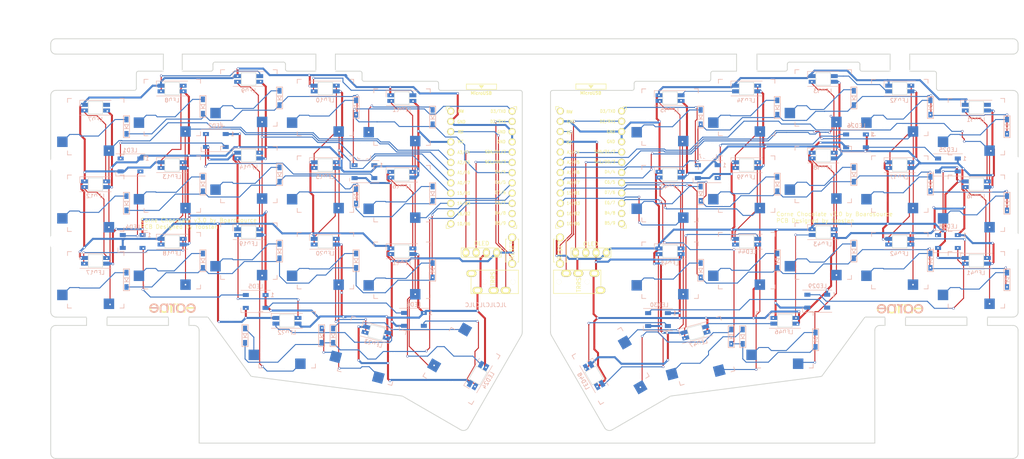
<source format=kicad_pcb>
(kicad_pcb (version 20171130) (host pcbnew "(5.1.10)-1")
  (title_block (title "Corne Choc") (date 2021-10-17) (rev 3.0) (company foostan) (comment 1 "5-column layout updated by Adam13531") (comment 2 "Choc v3 updated by daysgobye"))
  (layers (0 F.Cu signal) (31 B.Cu signal) (34 B.Paste user) (35 F.Paste user) (36 B.SilkS user) (37 F.SilkS user) (38 B.Mask user) (39 F.Mask user) (44 Edge.Cuts user))
  (net 0 "")
  (net 1 row0)
  (net 2 row1)
  (net 3 "Net-(D2-Pad2)")
  (net 4 row2)
  (net 5 "Net-(D3-Pad2)")
  (net 6 row3)
  (net 7 "Net-(D4-Pad2)")
  (net 8 "Net-(D5-Pad2)")
  (net 9 "Net-(D6-Pad2)")
  (net 10 "Net-(D8-Pad2)")
  (net 11 "Net-(D9-Pad2)")
  (net 12 "Net-(D10-Pad2)")
  (net 13 "Net-(D11-Pad2)")
  (net 14 "Net-(D12-Pad2)")
  (net 15 "Net-(D14-Pad2)")
  (net 16 "Net-(D15-Pad2)")
  (net 17 "Net-(D16-Pad2)")
  (net 18 "Net-(D17-Pad2)")
  (net 19 "Net-(D18-Pad2)")
  (net 20 "Net-(D19-Pad2)")
  (net 21 "Net-(D20-Pad2)")
  (net 22 "Net-(D21-Pad2)")
  (net 23 GND)
  (net 24 VCC)
  (net 25 col0)
  (net 26 col1)
  (net 27 col2)
  (net 28 col3)
  (net 29 col4)
  (net 30 col5)
  (net 31 LED)
  (net 32 data)
  (net 33 reset)
  (net 34 SCL)
  (net 35 SDA)
  (net 36 "Net-(U1-Pad14)")
  (net 37 "Net-(U1-Pad13)")
  (net 38 "Net-(U1-Pad12)")
  (net 39 "Net-(U1-Pad11)")
  (net 40 "Net-(U1-Pad24)")
  (net 41 row0_r)
  (net 42 "Net-(D23-Pad2)")
  (net 43 "Net-(D24-Pad2)")
  (net 44 "Net-(D25-Pad2)")
  (net 45 "Net-(D26-Pad2)")
  (net 46 "Net-(D27-Pad2)")
  (net 47 row1_r)
  (net 48 "Net-(D29-Pad2)")
  (net 49 "Net-(D30-Pad2)")
  (net 50 "Net-(D31-Pad2)")
  (net 51 "Net-(D32-Pad2)")
  (net 52 "Net-(D33-Pad2)")
  (net 53 row2_r)
  (net 54 "Net-(D35-Pad2)")
  (net 55 "Net-(D36-Pad2)")
  (net 56 "Net-(D37-Pad2)")
  (net 57 "Net-(D38-Pad2)")
  (net 58 "Net-(D39-Pad2)")
  (net 59 "Net-(D40-Pad2)")
  (net 60 row3_r)
  (net 61 "Net-(D41-Pad2)")
  (net 62 "Net-(D42-Pad2)")
  (net 63 data_r)
  (net 64 SDA_r)
  (net 65 SCL_r)
  (net 66 LED_r)
  (net 67 reset_r)
  (net 68 col0_r)
  (net 69 col1_r)
  (net 70 col2_r)
  (net 71 col3_r)
  (net 72 col4_r)
  (net 73 col5_r)
  (net 74 VDD)
  (net 75 GNDA)
  (net 76 "Net-(LED1-Pad2)")
  (net 77 "Net-(LED1-Pad4)")
  (net 78 "Net-(LED2-Pad4)")
  (net 79 "Net-(LED10-Pad2)")
  (net 80 "Net-(LED11-Pad4)")
  (net 81 "Net-(LED14-Pad2)")
  (net 82 "Net-(LED15-Pad4)")
  (net 83 "Net-(LED10-Pad4)")
  (net 84 "Net-(LED11-Pad2)")
  (net 85 "Net-(LED12-Pad4)")
  (net 86 "Net-(LED14-Pad4)")
  (net 87 "Net-(LED16-Pad4)")
  (net 88 "Net-(LED17-Pad2)")
  (net 89 "Net-(LED18-Pad4)")
  (net 90 "Net-(LED22-Pad4)")
  (net 91 "Net-(LED24-Pad4)")
  (net 92 "Net-(LED25-Pad4)")
  (net 93 "Net-(LED27-Pad4)")
  (net 94 "Net-(LED28-Pad2)")
  (net 95 "Net-(LED29-Pad4)")
  (net 96 "Net-(LED32-Pad2)")
  (net 97 "Net-(LED35-Pad4)")
  (net 98 "Net-(LED37-Pad4)")
  (net 99 "Net-(LED38-Pad2)")
  (net 100 "Net-(LED39-Pad4)")
  (net 101 "Net-(LED4-Pad2)")
  (net 102 "Net-(LED5-Pad2)")
  (net 103 "Net-(LED7-Pad4)")
  (net 104 "Net-(LED15-Pad2)")
  (net 105 "Net-(LED20-Pad4)")
  (net 106 "Net-(LED23-Pad2)")
  (net 107 "Net-(LED28-Pad4)")
  (net 108 "Net-(LED31-Pad2)")
  (net 109 "Net-(LED33-Pad2)")
  (net 110 "Net-(LED41-Pad4)")
  (net 111 "Net-(LED42-Pad2)")
  (net 112 "Net-(LED43-Pad4)")
  (net 113 "Net-(LED44-Pad2)")
  (net 114 "Net-(LED45-Pad4)")
  (net 115 "Net-(LED47-Pad4)")
  (net 116 "Net-(LED49-Pad4)")
  (net 117 "Net-(LED50-Pad2)")
  (net 118 "Net-(LED51-Pad4)")
  (net 119 "Net-(LED52-Pad4)")
  (net 120 "Net-(LED34-Pad4)")
  (net 121 "Net-(LED36-Pad4)")
  (net 122 "Net-(LED36-Pad2)")
  (net 123 "Net-(LED38-Pad4)")
  (net 124 "Net-(U2-Pad11)")
  (net 125 "Net-(U2-Pad12)")
  (net 126 "Net-(U2-Pad13)")
  (net 127 "Net-(U2-Pad14)")
  (net 128 "Net-(U2-Pad24)")
  (module kbd:Breakaway_Tabs (layer F.Cu) (at 237.49 83.028746)
    (fp_text reference REF**)
    (fp_text value Breakaway_Tabs)
    (pad "" np_thru_hole circle (at 0 0) (size 0.3 0.3) (drill 0.3) (layers *.Cu *.Mask))
    (pad "" np_thru_hole circle (at 0.59375 0) (size 0.3 0.3) (drill 0.3) (layers *.Cu *.Mask))
    (pad "" np_thru_hole circle (at 1.1875 0) (size 0.3 0.3) (drill 0.3) (layers *.Cu *.Mask))
    (pad "" np_thru_hole circle (at 1.78125 0) (size 0.3 0.3) (drill 0.3) (layers *.Cu *.Mask))
    (pad "" np_thru_hole circle (at 2.375 0) (size 0.3 0.3) (drill 0.3) (layers *.Cu *.Mask))
    (pad "" np_thru_hole circle (at -1.78125 0) (size 0.3 0.3) (drill 0.3) (layers *.Cu *.Mask))
    (pad "" np_thru_hole circle (at -0.59375 0) (size 0.3 0.3) (drill 0.3) (layers *.Cu *.Mask))
    (pad "" np_thru_hole circle (at -2.375 0) (size 0.3 0.3) (drill 0.3) (layers *.Cu *.Mask))
    (pad "" np_thru_hole circle (at -1.1875 0) (size 0.3 0.3) (drill 0.3) (layers *.Cu *.Mask))
  )
  (module kbd:Breakaway_Tabs (layer F.Cu) (at 257.81 83.033937)
    (fp_text reference REF**)
    (fp_text value Breakaway_Tabs)
    (pad "" np_thru_hole circle (at 0 0) (size 0.3 0.3) (drill 0.3) (layers *.Cu *.Mask))
    (pad "" np_thru_hole circle (at 0.59375 0) (size 0.3 0.3) (drill 0.3) (layers *.Cu *.Mask))
    (pad "" np_thru_hole circle (at 1.1875 0) (size 0.3 0.3) (drill 0.3) (layers *.Cu *.Mask))
    (pad "" np_thru_hole circle (at 1.78125 0) (size 0.3 0.3) (drill 0.3) (layers *.Cu *.Mask))
    (pad "" np_thru_hole circle (at 2.375 0) (size 0.3 0.3) (drill 0.3) (layers *.Cu *.Mask))
    (pad "" np_thru_hole circle (at -1.78125 0) (size 0.3 0.3) (drill 0.3) (layers *.Cu *.Mask))
    (pad "" np_thru_hole circle (at -0.59375 0) (size 0.3 0.3) (drill 0.3) (layers *.Cu *.Mask))
    (pad "" np_thru_hole circle (at -2.375 0) (size 0.3 0.3) (drill 0.3) (layers *.Cu *.Mask))
    (pad "" np_thru_hole circle (at -1.1875 0) (size 0.3 0.3) (drill 0.3) (layers *.Cu *.Mask))
  )
  (module kbd:Breakaway_Tabs (layer F.Cu) (at 59.69 82.995541)
    (fp_text reference REF**)
    (fp_text value Breakaway_Tabs)
    (pad "" np_thru_hole circle (at 0 0) (size 0.3 0.3) (drill 0.3) (layers *.Cu *.Mask))
    (pad "" np_thru_hole circle (at 0.59375 0) (size 0.3 0.3) (drill 0.3) (layers *.Cu *.Mask))
    (pad "" np_thru_hole circle (at 1.1875 0) (size 0.3 0.3) (drill 0.3) (layers *.Cu *.Mask))
    (pad "" np_thru_hole circle (at 1.78125 0) (size 0.3 0.3) (drill 0.3) (layers *.Cu *.Mask))
    (pad "" np_thru_hole circle (at 2.375 0) (size 0.3 0.3) (drill 0.3) (layers *.Cu *.Mask))
    (pad "" np_thru_hole circle (at -1.78125 0) (size 0.3 0.3) (drill 0.3) (layers *.Cu *.Mask))
    (pad "" np_thru_hole circle (at -0.59375 0) (size 0.3 0.3) (drill 0.3) (layers *.Cu *.Mask))
    (pad "" np_thru_hole circle (at -2.375 0) (size 0.3 0.3) (drill 0.3) (layers *.Cu *.Mask))
    (pad "" np_thru_hole circle (at -1.1875 0) (size 0.3 0.3) (drill 0.3) (layers *.Cu *.Mask))
  )
  (module kbd:Breakaway_Tabs (layer F.Cu) (at 39.37 83.02452)
    (fp_text reference REF**)
    (fp_text value Breakaway_Tabs)
    (pad "" np_thru_hole circle (at 0 0) (size 0.3 0.3) (drill 0.3) (layers *.Cu *.Mask))
    (pad "" np_thru_hole circle (at 0.59375 0) (size 0.3 0.3) (drill 0.3) (layers *.Cu *.Mask))
    (pad "" np_thru_hole circle (at 1.1875 0) (size 0.3 0.3) (drill 0.3) (layers *.Cu *.Mask))
    (pad "" np_thru_hole circle (at 1.78125 0) (size 0.3 0.3) (drill 0.3) (layers *.Cu *.Mask))
    (pad "" np_thru_hole circle (at 2.375 0) (size 0.3 0.3) (drill 0.3) (layers *.Cu *.Mask))
    (pad "" np_thru_hole circle (at -1.78125 0) (size 0.3 0.3) (drill 0.3) (layers *.Cu *.Mask))
    (pad "" np_thru_hole circle (at -0.59375 0) (size 0.3 0.3) (drill 0.3) (layers *.Cu *.Mask))
    (pad "" np_thru_hole circle (at -2.375 0) (size 0.3 0.3) (drill 0.3) (layers *.Cu *.Mask))
    (pad "" np_thru_hole circle (at -1.1875 0) (size 0.3 0.3) (drill 0.3) (layers *.Cu *.Mask))
  )
  (module custom_kicad:PG1350_socket_clean (layer F.Cu) (at 166.8645 95.15 120)
    (fp_text reference SW36 hide)
    (fp_text value SW_PUSH hide)
    (pad "" np_thru_hole circle (at 5.22 -4.2 120) (size 0.9906 0.9906) (drill 0.9906) (layers *.Cu *.Mask))
    (pad 2 smd rect (at -8.275 3.75 120) (size 2.6 2.6) (layers B.Cu B.Paste B.Mask) (net 62 "Net-(D42-Pad2)"))
    (pad "" np_thru_hole circle (at 0 5.95 120) (size 3 3) (drill 3) (layers *.Cu *.Mask))
    (pad "" np_thru_hole circle (at 0 0 120) (size 3.429 3.429) (drill 3.429) (layers *.Cu *.Mask))
    (pad "" np_thru_hole circle (at -5 3.75 120) (size 3 3) (drill 3) (layers *.Cu *.Mask))
    (pad 1 smd rect (at 3.275 5.95 120) (size 2.6 2.6) (layers B.Cu B.Paste B.Mask) (net 73 col5_r))
    (pad "" np_thru_hole circle (at 5.5 0 120) (size 1.7018 1.7018) (drill 1.7018) (layers *.Cu *.Mask))
    (pad "" np_thru_hole circle (at -5.5 0 120) (size 1.7018 1.7018) (drill 1.7018) (layers *.Cu *.Mask))
  )
  (module LED_SMD:LED_WS2812B_PLCC4_5.0x5.0mm_P3.2mm (layer B.Cu) (at 78.79166 79.1456 180)
    (fp_text reference LED5 (at -0.01 3.74) (layer B.SilkS) (effects (justify mirror)))
    (fp_text value WS2812B)
    (fp_text user 1 (at -4.15 1.6) (layer B.SilkS) (effects (justify mirror)))
    (pad 1 smd rect (at -2.45 1.6 180) (size 1.5 1) (layers B.Cu B.Paste B.Mask) (net 24 VCC))
    (pad 2 smd rect (at -2.45 -1.6 180) (size 1.5 1) (layers B.Cu B.Paste B.Mask) (net 102 "Net-(LED5-Pad2)"))
    (pad 4 smd rect (at 2.45 1.6 180) (size 1.5 1) (layers B.Cu B.Paste B.Mask) (net 101 "Net-(LED4-Pad2)"))
    (pad 3 smd rect (at 2.45 -1.6 180) (size 1.5 1) (layers B.Cu B.Paste B.Mask) (net 23 GND))
  )
  (module custom_kicad:PG1350_socket_clean (layer F.Cu) (at 129.8575 95.155 240)
    (fp_text reference SW18 hide)
    (fp_text value SW_PUSH hide)
    (pad "" np_thru_hole circle (at 5.22 -4.2 240) (size 0.9906 0.9906) (drill 0.9906) (layers *.Cu *.Mask))
    (pad 2 smd rect (at -8.275 3.75 240) (size 2.6 2.6) (layers B.Cu B.Paste B.Mask) (net 22 "Net-(D21-Pad2)"))
    (pad "" np_thru_hole circle (at 0 5.95 240) (size 3 3) (drill 3) (layers *.Cu *.Mask))
    (pad "" np_thru_hole circle (at 0 0 240) (size 3.429 3.429) (drill 3.429) (layers *.Cu *.Mask))
    (pad "" np_thru_hole circle (at -5 3.75 240) (size 3 3) (drill 3) (layers *.Cu *.Mask))
    (pad 1 smd rect (at 3.275 5.95 240) (size 2.6 2.6) (layers B.Cu B.Paste B.Mask) (net 30 col5))
    (pad "" np_thru_hole circle (at 5.5 0 240) (size 1.7018 1.7018) (drill 1.7018) (layers *.Cu *.Mask))
    (pad "" np_thru_hole circle (at -5.5 0 240) (size 1.7018 1.7018) (drill 1.7018) (layers *.Cu *.Mask))
  )
  (module kbd:YS-SK6812MINI-E (layer B.Cu) (at 181.6075 28.68588)
    (fp_text reference LED35 (at -0.12 2.9875) (layer B.SilkS) (effects (justify mirror)))
    (fp_text value YS-SK6812MINI-E)
    (fp_line (start 1.8 1.55) (end -1.8 1.55) (layer Edge.Cuts) (width 0.12))
    (fp_line (start 1.8 -1.55) (end 1.8 1.55) (layer Edge.Cuts) (width 0.12))
    (fp_line (start -1.8 -1.55) (end 1.8 -1.55) (layer Edge.Cuts) (width 0.12))
    (fp_line (start -1.8 1.55) (end -1.8 -1.55) (layer Edge.Cuts) (width 0.12))
    (pad 2 smd rect (at 2.75 -0.7) (size 1.7 1) (layers B.Cu B.Paste B.Mask) (net 123 "Net-(LED38-Pad4)"))
    (pad 1 smd rect (at 2.75 0.7) (size 1.7 1) (layers B.Cu B.Paste B.Mask) (net 74 VDD))
    (pad 3 smd rect (at -2.75 -0.7) (size 1.7 1) (layers B.Cu B.Paste B.Mask) (net 75 GNDA))
    (pad 4 smd rect (at -2.75 0.7) (size 1.7 1) (layers B.Cu B.Paste B.Mask) (net 100 "Net-(LED39-Pad4)"))
  )
  (module kbd:YS-SK6812MINI-E (layer B.Cu) (at 257.6075 31.06088)
    (fp_text reference LED31 (at -0.12 2.9875) (layer B.SilkS) (effects (justify mirror)))
    (fp_text value YS-SK6812MINI-E)
    (fp_line (start 1.8 1.55) (end -1.8 1.55) (layer Edge.Cuts) (width 0.12))
    (fp_line (start 1.8 -1.55) (end 1.8 1.55) (layer Edge.Cuts) (width 0.12))
    (fp_line (start -1.8 -1.55) (end 1.8 -1.55) (layer Edge.Cuts) (width 0.12))
    (fp_line (start -1.8 1.55) (end -1.8 -1.55) (layer Edge.Cuts) (width 0.12))
    (pad 2 smd rect (at 2.75 -0.7) (size 1.7 1) (layers B.Cu B.Paste B.Mask) (net 120 "Net-(LED34-Pad4)"))
    (pad 1 smd rect (at 2.75 0.7) (size 1.7 1) (layers B.Cu B.Paste B.Mask) (net 74 VDD))
    (pad 3 smd rect (at -2.75 -0.7) (size 1.7 1) (layers B.Cu B.Paste B.Mask) (net 75 GNDA))
    (pad 4 smd rect (at -2.75 0.7) (size 1.7 1) (layers B.Cu B.Paste B.Mask) (net 97 "Net-(LED35-Pad4)"))
  )
  (module kbd:YS-SK6812MINI-E (layer B.Cu) (at 238.6075 26.31088)
    (fp_text reference LED32 (at -0.12 2.9875) (layer B.SilkS) (effects (justify mirror)))
    (fp_text value YS-SK6812MINI-E)
    (fp_line (start 1.8 1.55) (end -1.8 1.55) (layer Edge.Cuts) (width 0.12))
    (fp_line (start 1.8 -1.55) (end 1.8 1.55) (layer Edge.Cuts) (width 0.12))
    (fp_line (start -1.8 -1.55) (end 1.8 -1.55) (layer Edge.Cuts) (width 0.12))
    (fp_line (start -1.8 1.55) (end -1.8 -1.55) (layer Edge.Cuts) (width 0.12))
    (pad 2 smd rect (at 2.75 -0.7) (size 1.7 1) (layers B.Cu B.Paste B.Mask) (net 122 "Net-(LED36-Pad2)"))
    (pad 1 smd rect (at 2.75 0.7) (size 1.7 1) (layers B.Cu B.Paste B.Mask) (net 74 VDD))
    (pad 3 smd rect (at -2.75 -0.7) (size 1.7 1) (layers B.Cu B.Paste B.Mask) (net 75 GNDA))
    (pad 4 smd rect (at -2.75 0.7) (size 1.7 1) (layers B.Cu B.Paste B.Mask) (net 121 "Net-(LED36-Pad4)"))
  )
  (module kbd:YS-SK6812MINI-E (layer B.Cu) (at 219.6075 23.93588)
    (fp_text reference LED33 (at -0.12 2.9875) (layer B.SilkS) (effects (justify mirror)))
    (fp_text value YS-SK6812MINI-E)
    (fp_line (start 1.8 1.55) (end -1.8 1.55) (layer Edge.Cuts) (width 0.12))
    (fp_line (start 1.8 -1.55) (end 1.8 1.55) (layer Edge.Cuts) (width 0.12))
    (fp_line (start -1.8 -1.55) (end 1.8 -1.55) (layer Edge.Cuts) (width 0.12))
    (fp_line (start -1.8 1.55) (end -1.8 -1.55) (layer Edge.Cuts) (width 0.12))
    (pad 2 smd rect (at 2.75 -0.7) (size 1.7 1) (layers B.Cu B.Paste B.Mask) (net 121 "Net-(LED36-Pad4)"))
    (pad 1 smd rect (at 2.75 0.7) (size 1.7 1) (layers B.Cu B.Paste B.Mask) (net 74 VDD))
    (pad 3 smd rect (at -2.75 -0.7) (size 1.7 1) (layers B.Cu B.Paste B.Mask) (net 75 GNDA))
    (pad 4 smd rect (at -2.75 0.7) (size 1.7 1) (layers B.Cu B.Paste B.Mask) (net 98 "Net-(LED37-Pad4)"))
  )
  (module kbd:YS-SK6812MINI-E (layer B.Cu) (at 200.6075 26.31088)
    (fp_text reference LED34 (at -0.12 2.9875) (layer B.SilkS) (effects (justify mirror)))
    (fp_text value YS-SK6812MINI-E)
    (fp_line (start 1.8 1.55) (end -1.8 1.55) (layer Edge.Cuts) (width 0.12))
    (fp_line (start 1.8 -1.55) (end 1.8 1.55) (layer Edge.Cuts) (width 0.12))
    (fp_line (start -1.8 -1.55) (end 1.8 -1.55) (layer Edge.Cuts) (width 0.12))
    (fp_line (start -1.8 1.55) (end -1.8 -1.55) (layer Edge.Cuts) (width 0.12))
    (pad 2 smd rect (at 2.75 -0.7) (size 1.7 1) (layers B.Cu B.Paste B.Mask) (net 99 "Net-(LED38-Pad2)"))
    (pad 1 smd rect (at 2.75 0.7) (size 1.7 1) (layers B.Cu B.Paste B.Mask) (net 74 VDD))
    (pad 3 smd rect (at -2.75 -0.7) (size 1.7 1) (layers B.Cu B.Paste B.Mask) (net 75 GNDA))
    (pad 4 smd rect (at -2.75 0.7) (size 1.7 1) (layers B.Cu B.Paste B.Mask) (net 123 "Net-(LED38-Pad4)"))
  )
  (module custom_kicad:PG1350_socket_clean (layer F.Cu) (at 189.1145 91.4 15)
    (fp_text reference SW35 hide)
    (fp_text value SW_PUSH hide)
    (pad "" np_thru_hole circle (at 5.22 -4.2 15) (size 0.9906 0.9906) (drill 0.9906) (layers *.Cu *.Mask))
    (pad 2 smd rect (at -8.275 3.75 15) (size 2.6 2.6) (layers B.Cu B.Paste B.Mask) (net 61 "Net-(D41-Pad2)"))
    (pad "" np_thru_hole circle (at 0 5.95 15) (size 3 3) (drill 3) (layers *.Cu *.Mask))
    (pad "" np_thru_hole circle (at 0 0 15) (size 3.429 3.429) (drill 3.429) (layers *.Cu *.Mask))
    (pad "" np_thru_hole circle (at -5 3.75 15) (size 3 3) (drill 3) (layers *.Cu *.Mask))
    (pad 1 smd rect (at 3.275 5.95 15) (size 2.6 2.6) (layers B.Cu B.Paste B.Mask) (net 72 col4_r))
    (pad "" np_thru_hole circle (at 5.5 0 15) (size 1.7018 1.7018) (drill 1.7018) (layers *.Cu *.Mask))
    (pad "" np_thru_hole circle (at -5.5 0 15) (size 1.7018 1.7018) (drill 1.7018) (layers *.Cu *.Mask))
  )
  (module custom_kicad:PG1350_socket_clean (layer F.Cu) (at 210.1145 88.65)
    (fp_text reference SW34 hide)
    (fp_text value SW_PUSH hide)
    (pad "" np_thru_hole circle (at 5.22 -4.2) (size 0.9906 0.9906) (drill 0.9906) (layers *.Cu *.Mask))
    (pad 2 smd rect (at -8.275 3.75) (size 2.6 2.6) (layers B.Cu B.Paste B.Mask) (net 59 "Net-(D40-Pad2)"))
    (pad "" np_thru_hole circle (at 0 5.95) (size 3 3) (drill 3) (layers *.Cu *.Mask))
    (pad "" np_thru_hole circle (at 0 0) (size 3.429 3.429) (drill 3.429) (layers *.Cu *.Mask))
    (pad "" np_thru_hole circle (at -5 3.75) (size 3 3) (drill 3) (layers *.Cu *.Mask))
    (pad 1 smd rect (at 3.275 5.95) (size 2.6 2.6) (layers B.Cu B.Paste B.Mask) (net 71 col3_r))
    (pad "" np_thru_hole circle (at 5.5 0) (size 1.7018 1.7018) (drill 1.7018) (layers *.Cu *.Mask))
    (pad "" np_thru_hole circle (at -5.5 0) (size 1.7018 1.7018) (drill 1.7018) (layers *.Cu *.Mask))
  )
  (module custom_kicad:PG1350_socket_clean (layer F.Cu) (at 200.6145 69.025)
    (fp_text reference SW32 hide)
    (fp_text value SW_PUSH hide)
    (pad "" np_thru_hole circle (at 5.22 -4.2) (size 0.9906 0.9906) (drill 0.9906) (layers *.Cu *.Mask))
    (pad 2 smd rect (at -8.275 3.75) (size 2.6 2.6) (layers B.Cu B.Paste B.Mask) (net 57 "Net-(D38-Pad2)"))
    (pad "" np_thru_hole circle (at 0 5.95) (size 3 3) (drill 3) (layers *.Cu *.Mask))
    (pad "" np_thru_hole circle (at 0 0) (size 3.429 3.429) (drill 3.429) (layers *.Cu *.Mask))
    (pad "" np_thru_hole circle (at -5 3.75) (size 3 3) (drill 3) (layers *.Cu *.Mask))
    (pad 1 smd rect (at 3.275 5.95) (size 2.6 2.6) (layers B.Cu B.Paste B.Mask) (net 72 col4_r))
    (pad "" np_thru_hole circle (at 5.5 0) (size 1.7018 1.7018) (drill 1.7018) (layers *.Cu *.Mask))
    (pad "" np_thru_hole circle (at -5.5 0) (size 1.7018 1.7018) (drill 1.7018) (layers *.Cu *.Mask))
  )
  (module custom_kicad:PG1350_socket_clean (layer F.Cu) (at 238.6145 69.025)
    (fp_text reference SW30 hide)
    (fp_text value SW_PUSH hide)
    (pad "" np_thru_hole circle (at 5.22 -4.2) (size 0.9906 0.9906) (drill 0.9906) (layers *.Cu *.Mask))
    (pad 2 smd rect (at -8.275 3.75) (size 2.6 2.6) (layers B.Cu B.Paste B.Mask) (net 55 "Net-(D36-Pad2)"))
    (pad "" np_thru_hole circle (at 0 5.95) (size 3 3) (drill 3) (layers *.Cu *.Mask))
    (pad "" np_thru_hole circle (at 0 0) (size 3.429 3.429) (drill 3.429) (layers *.Cu *.Mask))
    (pad "" np_thru_hole circle (at -5 3.75) (size 3 3) (drill 3) (layers *.Cu *.Mask))
    (pad 1 smd rect (at 3.275 5.95) (size 2.6 2.6) (layers B.Cu B.Paste B.Mask) (net 70 col2_r))
    (pad "" np_thru_hole circle (at 5.5 0) (size 1.7018 1.7018) (drill 1.7018) (layers *.Cu *.Mask))
    (pad "" np_thru_hole circle (at -5.5 0) (size 1.7018 1.7018) (drill 1.7018) (layers *.Cu *.Mask))
  )
  (module custom_kicad:PG1350_socket_clean (layer F.Cu) (at 200.6145 50.025)
    (fp_text reference SW27 hide)
    (fp_text value SW_PUSH hide)
    (pad "" np_thru_hole circle (at 5.22 -4.2) (size 0.9906 0.9906) (drill 0.9906) (layers *.Cu *.Mask))
    (pad 2 smd rect (at -8.275 3.75) (size 2.6 2.6) (layers B.Cu B.Paste B.Mask) (net 51 "Net-(D32-Pad2)"))
    (pad "" np_thru_hole circle (at 0 5.95) (size 3 3) (drill 3) (layers *.Cu *.Mask))
    (pad "" np_thru_hole circle (at 0 0) (size 3.429 3.429) (drill 3.429) (layers *.Cu *.Mask))
    (pad "" np_thru_hole circle (at -5 3.75) (size 3 3) (drill 3) (layers *.Cu *.Mask))
    (pad 1 smd rect (at 3.275 5.95) (size 2.6 2.6) (layers B.Cu B.Paste B.Mask) (net 72 col4_r))
    (pad "" np_thru_hole circle (at 5.5 0) (size 1.7018 1.7018) (drill 1.7018) (layers *.Cu *.Mask))
    (pad "" np_thru_hole circle (at -5.5 0) (size 1.7018 1.7018) (drill 1.7018) (layers *.Cu *.Mask))
  )
  (module custom_kicad:PG1350_socket_clean (layer F.Cu) (at 219.6145 47.65)
    (fp_text reference SW26 hide)
    (fp_text value SW_PUSH hide)
    (pad "" np_thru_hole circle (at 5.22 -4.2) (size 0.9906 0.9906) (drill 0.9906) (layers *.Cu *.Mask))
    (pad 2 smd rect (at -8.275 3.75) (size 2.6 2.6) (layers B.Cu B.Paste B.Mask) (net 50 "Net-(D31-Pad2)"))
    (pad "" np_thru_hole circle (at 0 5.95) (size 3 3) (drill 3) (layers *.Cu *.Mask))
    (pad "" np_thru_hole circle (at 0 0) (size 3.429 3.429) (drill 3.429) (layers *.Cu *.Mask))
    (pad "" np_thru_hole circle (at -5 3.75) (size 3 3) (drill 3) (layers *.Cu *.Mask))
    (pad 1 smd rect (at 3.275 5.95) (size 2.6 2.6) (layers B.Cu B.Paste B.Mask) (net 71 col3_r))
    (pad "" np_thru_hole circle (at 5.5 0) (size 1.7018 1.7018) (drill 1.7018) (layers *.Cu *.Mask))
    (pad "" np_thru_hole circle (at -5.5 0) (size 1.7018 1.7018) (drill 1.7018) (layers *.Cu *.Mask))
  )
  (module custom_kicad:PG1350_socket_clean (layer F.Cu) (at 238.6145 50.025)
    (fp_text reference SW25 hide)
    (fp_text value SW_PUSH hide)
    (pad "" np_thru_hole circle (at 5.22 -4.2) (size 0.9906 0.9906) (drill 0.9906) (layers *.Cu *.Mask))
    (pad 2 smd rect (at -8.275 3.75) (size 2.6 2.6) (layers B.Cu B.Paste B.Mask) (net 49 "Net-(D30-Pad2)"))
    (pad "" np_thru_hole circle (at 0 5.95) (size 3 3) (drill 3) (layers *.Cu *.Mask))
    (pad "" np_thru_hole circle (at 0 0) (size 3.429 3.429) (drill 3.429) (layers *.Cu *.Mask))
    (pad "" np_thru_hole circle (at -5 3.75) (size 3 3) (drill 3) (layers *.Cu *.Mask))
    (pad 1 smd rect (at 3.275 5.95) (size 2.6 2.6) (layers B.Cu B.Paste B.Mask) (net 70 col2_r))
    (pad "" np_thru_hole circle (at 5.5 0) (size 1.7018 1.7018) (drill 1.7018) (layers *.Cu *.Mask))
    (pad "" np_thru_hole circle (at -5.5 0) (size 1.7018 1.7018) (drill 1.7018) (layers *.Cu *.Mask))
  )
  (module custom_kicad:PG1350_socket_clean (layer F.Cu) (at 257.6145 54.775)
    (fp_text reference SW24 hide)
    (fp_text value SW_PUSH hide)
    (pad "" np_thru_hole circle (at 5.22 -4.2) (size 0.9906 0.9906) (drill 0.9906) (layers *.Cu *.Mask))
    (pad 2 smd rect (at -8.275 3.75) (size 2.6 2.6) (layers B.Cu B.Paste B.Mask) (net 48 "Net-(D29-Pad2)"))
    (pad "" np_thru_hole circle (at 0 5.95) (size 3 3) (drill 3) (layers *.Cu *.Mask))
    (pad "" np_thru_hole circle (at 0 0) (size 3.429 3.429) (drill 3.429) (layers *.Cu *.Mask))
    (pad "" np_thru_hole circle (at -5 3.75) (size 3 3) (drill 3) (layers *.Cu *.Mask))
    (pad 1 smd rect (at 3.275 5.95) (size 2.6 2.6) (layers B.Cu B.Paste B.Mask) (net 69 col1_r))
    (pad "" np_thru_hole circle (at 5.5 0) (size 1.7018 1.7018) (drill 1.7018) (layers *.Cu *.Mask))
    (pad "" np_thru_hole circle (at -5.5 0) (size 1.7018 1.7018) (drill 1.7018) (layers *.Cu *.Mask))
  )
  (module custom_kicad:PG1350_socket_clean (layer F.Cu) (at 181.6075 33.405)
    (fp_text reference SW23 hide)
    (fp_text value SW_PUSH hide)
    (pad "" np_thru_hole circle (at 5.22 -4.2) (size 0.9906 0.9906) (drill 0.9906) (layers *.Cu *.Mask))
    (pad 2 smd rect (at -8.275 3.75) (size 2.6 2.6) (layers B.Cu B.Paste B.Mask) (net 46 "Net-(D27-Pad2)"))
    (pad "" np_thru_hole circle (at 0 5.95) (size 3 3) (drill 3) (layers *.Cu *.Mask))
    (pad "" np_thru_hole circle (at 0 0) (size 3.429 3.429) (drill 3.429) (layers *.Cu *.Mask))
    (pad "" np_thru_hole circle (at -5 3.75) (size 3 3) (drill 3) (layers *.Cu *.Mask))
    (pad 1 smd rect (at 3.275 5.95) (size 2.6 2.6) (layers B.Cu B.Paste B.Mask) (net 73 col5_r))
    (pad "" np_thru_hole circle (at 5.5 0) (size 1.7018 1.7018) (drill 1.7018) (layers *.Cu *.Mask))
    (pad "" np_thru_hole circle (at -5.5 0) (size 1.7018 1.7018) (drill 1.7018) (layers *.Cu *.Mask))
  )
  (module custom_kicad:PG1350_socket_clean (layer F.Cu) (at 200.6145 31.025)
    (fp_text reference SW22 hide)
    (fp_text value SW_PUSH hide)
    (pad "" np_thru_hole circle (at 5.22 -4.2) (size 0.9906 0.9906) (drill 0.9906) (layers *.Cu *.Mask))
    (pad 2 smd rect (at -8.275 3.75) (size 2.6 2.6) (layers B.Cu B.Paste B.Mask) (net 45 "Net-(D26-Pad2)"))
    (pad "" np_thru_hole circle (at 0 5.95) (size 3 3) (drill 3) (layers *.Cu *.Mask))
    (pad "" np_thru_hole circle (at 0 0) (size 3.429 3.429) (drill 3.429) (layers *.Cu *.Mask))
    (pad "" np_thru_hole circle (at -5 3.75) (size 3 3) (drill 3) (layers *.Cu *.Mask))
    (pad 1 smd rect (at 3.275 5.95) (size 2.6 2.6) (layers B.Cu B.Paste B.Mask) (net 72 col4_r))
    (pad "" np_thru_hole circle (at 5.5 0) (size 1.7018 1.7018) (drill 1.7018) (layers *.Cu *.Mask))
    (pad "" np_thru_hole circle (at -5.5 0) (size 1.7018 1.7018) (drill 1.7018) (layers *.Cu *.Mask))
  )
  (module custom_kicad:PG1350_socket_clean (layer F.Cu) (at 219.6145 28.65)
    (fp_text reference SW21 hide)
    (fp_text value SW_PUSH hide)
    (pad "" np_thru_hole circle (at 5.22 -4.2) (size 0.9906 0.9906) (drill 0.9906) (layers *.Cu *.Mask))
    (pad 2 smd rect (at -8.275 3.75) (size 2.6 2.6) (layers B.Cu B.Paste B.Mask) (net 44 "Net-(D25-Pad2)"))
    (pad "" np_thru_hole circle (at 0 5.95) (size 3 3) (drill 3) (layers *.Cu *.Mask))
    (pad "" np_thru_hole circle (at 0 0) (size 3.429 3.429) (drill 3.429) (layers *.Cu *.Mask))
    (pad "" np_thru_hole circle (at -5 3.75) (size 3 3) (drill 3) (layers *.Cu *.Mask))
    (pad 1 smd rect (at 3.275 5.95) (size 2.6 2.6) (layers B.Cu B.Paste B.Mask) (net 71 col3_r))
    (pad "" np_thru_hole circle (at 5.5 0) (size 1.7018 1.7018) (drill 1.7018) (layers *.Cu *.Mask))
    (pad "" np_thru_hole circle (at -5.5 0) (size 1.7018 1.7018) (drill 1.7018) (layers *.Cu *.Mask))
  )
  (module custom_kicad:PG1350_socket_clean (layer F.Cu) (at 238.6145 31.025)
    (fp_text reference SW20 hide)
    (fp_text value SW_PUSH hide)
    (pad "" np_thru_hole circle (at 5.22 -4.2) (size 0.9906 0.9906) (drill 0.9906) (layers *.Cu *.Mask))
    (pad 2 smd rect (at -8.275 3.75) (size 2.6 2.6) (layers B.Cu B.Paste B.Mask) (net 43 "Net-(D24-Pad2)"))
    (pad "" np_thru_hole circle (at 0 5.95) (size 3 3) (drill 3) (layers *.Cu *.Mask))
    (pad "" np_thru_hole circle (at 0 0) (size 3.429 3.429) (drill 3.429) (layers *.Cu *.Mask))
    (pad "" np_thru_hole circle (at -5 3.75) (size 3 3) (drill 3) (layers *.Cu *.Mask))
    (pad 1 smd rect (at 3.275 5.95) (size 2.6 2.6) (layers B.Cu B.Paste B.Mask) (net 70 col2_r))
    (pad "" np_thru_hole circle (at 5.5 0) (size 1.7018 1.7018) (drill 1.7018) (layers *.Cu *.Mask))
    (pad "" np_thru_hole circle (at -5.5 0) (size 1.7018 1.7018) (drill 1.7018) (layers *.Cu *.Mask))
  )
  (module custom_kicad:PG1350_socket_clean (layer F.Cu) (at 257.6145 35.775)
    (fp_text reference SW19 hide)
    (fp_text value SW_PUSH hide)
    (pad "" np_thru_hole circle (at 5.22 -4.2) (size 0.9906 0.9906) (drill 0.9906) (layers *.Cu *.Mask))
    (pad 2 smd rect (at -8.275 3.75) (size 2.6 2.6) (layers B.Cu B.Paste B.Mask) (net 42 "Net-(D23-Pad2)"))
    (pad "" np_thru_hole circle (at 0 5.95) (size 3 3) (drill 3) (layers *.Cu *.Mask))
    (pad "" np_thru_hole circle (at 0 0) (size 3.429 3.429) (drill 3.429) (layers *.Cu *.Mask))
    (pad "" np_thru_hole circle (at -5 3.75) (size 3 3) (drill 3) (layers *.Cu *.Mask))
    (pad 1 smd rect (at 3.275 5.95) (size 2.6 2.6) (layers B.Cu B.Paste B.Mask) (net 69 col1_r))
    (pad "" np_thru_hole circle (at 5.5 0) (size 1.7018 1.7018) (drill 1.7018) (layers *.Cu *.Mask))
    (pad "" np_thru_hole circle (at -5.5 0) (size 1.7018 1.7018) (drill 1.7018) (layers *.Cu *.Mask))
  )
  (module custom_kicad:PG1350_socket_clean (layer F.Cu) (at 107.6075 91.405 345)
    (fp_text reference SW17 hide)
    (fp_text value SW_PUSH hide)
    (pad "" np_thru_hole circle (at 5.22 -4.2 345) (size 0.9906 0.9906) (drill 0.9906) (layers *.Cu *.Mask))
    (pad 2 smd rect (at -8.275 3.75 345) (size 2.6 2.6) (layers B.Cu B.Paste B.Mask) (net 21 "Net-(D20-Pad2)"))
    (pad "" np_thru_hole circle (at 0 5.95 345) (size 3 3) (drill 3) (layers *.Cu *.Mask))
    (pad "" np_thru_hole circle (at 0 0 345) (size 3.429 3.429) (drill 3.429) (layers *.Cu *.Mask))
    (pad "" np_thru_hole circle (at -5 3.75 345) (size 3 3) (drill 3) (layers *.Cu *.Mask))
    (pad 1 smd rect (at 3.275 5.95 345) (size 2.6 2.6) (layers B.Cu B.Paste B.Mask) (net 29 col4))
    (pad "" np_thru_hole circle (at 5.5 0 345) (size 1.7018 1.7018) (drill 1.7018) (layers *.Cu *.Mask))
    (pad "" np_thru_hole circle (at -5.5 0 345) (size 1.7018 1.7018) (drill 1.7018) (layers *.Cu *.Mask))
  )
  (module custom_kicad:PG1350_socket_clean (layer F.Cu) (at 86.6075 88.655)
    (fp_text reference SW16 hide)
    (fp_text value SW_PUSH hide)
    (pad "" np_thru_hole circle (at 5.22 -4.2) (size 0.9906 0.9906) (drill 0.9906) (layers *.Cu *.Mask))
    (pad 2 smd rect (at -8.275 3.75) (size 2.6 2.6) (layers B.Cu B.Paste B.Mask) (net 20 "Net-(D19-Pad2)"))
    (pad "" np_thru_hole circle (at 0 5.95) (size 3 3) (drill 3) (layers *.Cu *.Mask))
    (pad "" np_thru_hole circle (at 0 0) (size 3.429 3.429) (drill 3.429) (layers *.Cu *.Mask))
    (pad "" np_thru_hole circle (at -5 3.75) (size 3 3) (drill 3) (layers *.Cu *.Mask))
    (pad 1 smd rect (at 3.275 5.95) (size 2.6 2.6) (layers B.Cu B.Paste B.Mask) (net 28 col3))
    (pad "" np_thru_hole circle (at 5.5 0) (size 1.7018 1.7018) (drill 1.7018) (layers *.Cu *.Mask))
    (pad "" np_thru_hole circle (at -5.5 0) (size 1.7018 1.7018) (drill 1.7018) (layers *.Cu *.Mask))
  )
  (module custom_kicad:PG1350_socket_clean (layer F.Cu) (at 115.1075 71.405)
    (fp_text reference SW15 hide)
    (fp_text value SW_PUSH hide)
    (pad "" np_thru_hole circle (at 5.22 -4.2) (size 0.9906 0.9906) (drill 0.9906) (layers *.Cu *.Mask))
    (pad 2 smd rect (at -8.275 3.75) (size 2.6 2.6) (layers B.Cu B.Paste B.Mask) (net 19 "Net-(D18-Pad2)"))
    (pad "" np_thru_hole circle (at 0 5.95) (size 3 3) (drill 3) (layers *.Cu *.Mask))
    (pad "" np_thru_hole circle (at 0 0) (size 3.429 3.429) (drill 3.429) (layers *.Cu *.Mask))
    (pad "" np_thru_hole circle (at -5 3.75) (size 3 3) (drill 3) (layers *.Cu *.Mask))
    (pad 1 smd rect (at 3.275 5.95) (size 2.6 2.6) (layers B.Cu B.Paste B.Mask) (net 30 col5))
    (pad "" np_thru_hole circle (at 5.5 0) (size 1.7018 1.7018) (drill 1.7018) (layers *.Cu *.Mask))
    (pad "" np_thru_hole circle (at -5.5 0) (size 1.7018 1.7018) (drill 1.7018) (layers *.Cu *.Mask))
  )
  (module custom_kicad:PG1350_socket_clean (layer F.Cu) (at 96.1075 69.03)
    (fp_text reference SW14 hide)
    (fp_text value SW_PUSH hide)
    (pad "" np_thru_hole circle (at 5.22 -4.2) (size 0.9906 0.9906) (drill 0.9906) (layers *.Cu *.Mask))
    (pad 2 smd rect (at -8.275 3.75) (size 2.6 2.6) (layers B.Cu B.Paste B.Mask) (net 18 "Net-(D17-Pad2)"))
    (pad "" np_thru_hole circle (at 0 5.95) (size 3 3) (drill 3) (layers *.Cu *.Mask))
    (pad "" np_thru_hole circle (at 0 0) (size 3.429 3.429) (drill 3.429) (layers *.Cu *.Mask))
    (pad "" np_thru_hole circle (at -5 3.75) (size 3 3) (drill 3) (layers *.Cu *.Mask))
    (pad 1 smd rect (at 3.275 5.95) (size 2.6 2.6) (layers B.Cu B.Paste B.Mask) (net 29 col4))
    (pad "" np_thru_hole circle (at 5.5 0) (size 1.7018 1.7018) (drill 1.7018) (layers *.Cu *.Mask))
    (pad "" np_thru_hole circle (at -5.5 0) (size 1.7018 1.7018) (drill 1.7018) (layers *.Cu *.Mask))
  )
  (module custom_kicad:PG1350_socket_clean (layer F.Cu) (at 77.1075 66.655)
    (fp_text reference SW13 hide)
    (fp_text value SW_PUSH hide)
    (pad "" np_thru_hole circle (at 5.22 -4.2) (size 0.9906 0.9906) (drill 0.9906) (layers *.Cu *.Mask))
    (pad 2 smd rect (at -8.275 3.75) (size 2.6 2.6) (layers B.Cu B.Paste B.Mask) (net 17 "Net-(D16-Pad2)"))
    (pad "" np_thru_hole circle (at 0 5.95) (size 3 3) (drill 3) (layers *.Cu *.Mask))
    (pad "" np_thru_hole circle (at 0 0) (size 3.429 3.429) (drill 3.429) (layers *.Cu *.Mask))
    (pad "" np_thru_hole circle (at -5 3.75) (size 3 3) (drill 3) (layers *.Cu *.Mask))
    (pad 1 smd rect (at 3.275 5.95) (size 2.6 2.6) (layers B.Cu B.Paste B.Mask) (net 28 col3))
    (pad "" np_thru_hole circle (at 5.5 0) (size 1.7018 1.7018) (drill 1.7018) (layers *.Cu *.Mask))
    (pad "" np_thru_hole circle (at -5.5 0) (size 1.7018 1.7018) (drill 1.7018) (layers *.Cu *.Mask))
  )
  (module custom_kicad:PG1350_socket_clean (layer F.Cu) (at 58.1075 69.03)
    (fp_text reference SW12 hide)
    (fp_text value SW_PUSH hide)
    (pad "" np_thru_hole circle (at 5.22 -4.2) (size 0.9906 0.9906) (drill 0.9906) (layers *.Cu *.Mask))
    (pad 2 smd rect (at -8.275 3.75) (size 2.6 2.6) (layers B.Cu B.Paste B.Mask) (net 16 "Net-(D15-Pad2)"))
    (pad "" np_thru_hole circle (at 0 5.95) (size 3 3) (drill 3) (layers *.Cu *.Mask))
    (pad "" np_thru_hole circle (at 0 0) (size 3.429 3.429) (drill 3.429) (layers *.Cu *.Mask))
    (pad "" np_thru_hole circle (at -5 3.75) (size 3 3) (drill 3) (layers *.Cu *.Mask))
    (pad 1 smd rect (at 3.275 5.95) (size 2.6 2.6) (layers B.Cu B.Paste B.Mask) (net 27 col2))
    (pad "" np_thru_hole circle (at 5.5 0) (size 1.7018 1.7018) (drill 1.7018) (layers *.Cu *.Mask))
    (pad "" np_thru_hole circle (at -5.5 0) (size 1.7018 1.7018) (drill 1.7018) (layers *.Cu *.Mask))
  )
  (module custom_kicad:PG1350_socket_clean (layer F.Cu) (at 115.1075 52.405)
    (fp_text reference SW10 hide)
    (fp_text value SW_PUSH hide)
    (pad "" np_thru_hole circle (at 5.22 -4.2) (size 0.9906 0.9906) (drill 0.9906) (layers *.Cu *.Mask))
    (pad 2 smd rect (at -8.275 3.75) (size 2.6 2.6) (layers B.Cu B.Paste B.Mask) (net 14 "Net-(D12-Pad2)"))
    (pad "" np_thru_hole circle (at 0 5.95) (size 3 3) (drill 3) (layers *.Cu *.Mask))
    (pad "" np_thru_hole circle (at 0 0) (size 3.429 3.429) (drill 3.429) (layers *.Cu *.Mask))
    (pad "" np_thru_hole circle (at -5 3.75) (size 3 3) (drill 3) (layers *.Cu *.Mask))
    (pad 1 smd rect (at 3.275 5.95) (size 2.6 2.6) (layers B.Cu B.Paste B.Mask) (net 30 col5))
    (pad "" np_thru_hole circle (at 5.5 0) (size 1.7018 1.7018) (drill 1.7018) (layers *.Cu *.Mask))
    (pad "" np_thru_hole circle (at -5.5 0) (size 1.7018 1.7018) (drill 1.7018) (layers *.Cu *.Mask))
  )
  (module custom_kicad:PG1350_socket_clean (layer F.Cu) (at 96.1075 50.03)
    (fp_text reference SW9 hide)
    (fp_text value SW_PUSH hide)
    (pad "" np_thru_hole circle (at 5.22 -4.2) (size 0.9906 0.9906) (drill 0.9906) (layers *.Cu *.Mask))
    (pad 2 smd rect (at -8.275 3.75) (size 2.6 2.6) (layers B.Cu B.Paste B.Mask) (net 13 "Net-(D11-Pad2)"))
    (pad "" np_thru_hole circle (at 0 5.95) (size 3 3) (drill 3) (layers *.Cu *.Mask))
    (pad "" np_thru_hole circle (at 0 0) (size 3.429 3.429) (drill 3.429) (layers *.Cu *.Mask))
    (pad "" np_thru_hole circle (at -5 3.75) (size 3 3) (drill 3) (layers *.Cu *.Mask))
    (pad 1 smd rect (at 3.275 5.95) (size 2.6 2.6) (layers B.Cu B.Paste B.Mask) (net 29 col4))
    (pad "" np_thru_hole circle (at 5.5 0) (size 1.7018 1.7018) (drill 1.7018) (layers *.Cu *.Mask))
    (pad "" np_thru_hole circle (at -5.5 0) (size 1.7018 1.7018) (drill 1.7018) (layers *.Cu *.Mask))
  )
  (module custom_kicad:PG1350_socket_clean (layer F.Cu) (at 77.1075 47.655)
    (fp_text reference SW8 hide)
    (fp_text value SW_PUSH hide)
    (pad "" np_thru_hole circle (at 5.22 -4.2) (size 0.9906 0.9906) (drill 0.9906) (layers *.Cu *.Mask))
    (pad 2 smd rect (at -8.275 3.75) (size 2.6 2.6) (layers B.Cu B.Paste B.Mask) (net 12 "Net-(D10-Pad2)"))
    (pad "" np_thru_hole circle (at 0 5.95) (size 3 3) (drill 3) (layers *.Cu *.Mask))
    (pad "" np_thru_hole circle (at 0 0) (size 3.429 3.429) (drill 3.429) (layers *.Cu *.Mask))
    (pad "" np_thru_hole circle (at -5 3.75) (size 3 3) (drill 3) (layers *.Cu *.Mask))
    (pad 1 smd rect (at 3.275 5.95) (size 2.6 2.6) (layers B.Cu B.Paste B.Mask) (net 28 col3))
    (pad "" np_thru_hole circle (at 5.5 0) (size 1.7018 1.7018) (drill 1.7018) (layers *.Cu *.Mask))
    (pad "" np_thru_hole circle (at -5.5 0) (size 1.7018 1.7018) (drill 1.7018) (layers *.Cu *.Mask))
  )
  (module custom_kicad:PG1350_socket_clean (layer F.Cu) (at 58.1075 50.03)
    (fp_text reference SW7 hide)
    (fp_text value SW_PUSH hide)
    (pad "" np_thru_hole circle (at 5.22 -4.2) (size 0.9906 0.9906) (drill 0.9906) (layers *.Cu *.Mask))
    (pad 2 smd rect (at -8.275 3.75) (size 2.6 2.6) (layers B.Cu B.Paste B.Mask) (net 11 "Net-(D9-Pad2)"))
    (pad "" np_thru_hole circle (at 0 5.95) (size 3 3) (drill 3) (layers *.Cu *.Mask))
    (pad "" np_thru_hole circle (at 0 0) (size 3.429 3.429) (drill 3.429) (layers *.Cu *.Mask))
    (pad "" np_thru_hole circle (at -5 3.75) (size 3 3) (drill 3) (layers *.Cu *.Mask))
    (pad 1 smd rect (at 3.275 5.95) (size 2.6 2.6) (layers B.Cu B.Paste B.Mask) (net 27 col2))
    (pad "" np_thru_hole circle (at 5.5 0) (size 1.7018 1.7018) (drill 1.7018) (layers *.Cu *.Mask))
    (pad "" np_thru_hole circle (at -5.5 0) (size 1.7018 1.7018) (drill 1.7018) (layers *.Cu *.Mask))
  )
  (module custom_kicad:PG1350_socket_clean (layer F.Cu) (at 96.1075 31.03)
    (fp_text reference SW4 hide)
    (fp_text value SW_PUSH hide)
    (pad "" np_thru_hole circle (at 5.22 -4.2) (size 0.9906 0.9906) (drill 0.9906) (layers *.Cu *.Mask))
    (pad 2 smd rect (at -8.275 3.75) (size 2.6 2.6) (layers B.Cu B.Paste B.Mask) (net 8 "Net-(D5-Pad2)"))
    (pad "" np_thru_hole circle (at 0 5.95) (size 3 3) (drill 3) (layers *.Cu *.Mask))
    (pad "" np_thru_hole circle (at 0 0) (size 3.429 3.429) (drill 3.429) (layers *.Cu *.Mask))
    (pad "" np_thru_hole circle (at -5 3.75) (size 3 3) (drill 3) (layers *.Cu *.Mask))
    (pad 1 smd rect (at 3.275 5.95) (size 2.6 2.6) (layers B.Cu B.Paste B.Mask) (net 29 col4))
    (pad "" np_thru_hole circle (at 5.5 0) (size 1.7018 1.7018) (drill 1.7018) (layers *.Cu *.Mask))
    (pad "" np_thru_hole circle (at -5.5 0) (size 1.7018 1.7018) (drill 1.7018) (layers *.Cu *.Mask))
  )
  (module custom_kicad:PG1350_socket_clean (layer F.Cu) (at 77.1075 28.655)
    (fp_text reference SW3 hide)
    (fp_text value SW_PUSH hide)
    (pad "" np_thru_hole circle (at 5.22 -4.2) (size 0.9906 0.9906) (drill 0.9906) (layers *.Cu *.Mask))
    (pad 2 smd rect (at -8.275 3.75) (size 2.6 2.6) (layers B.Cu B.Paste B.Mask) (net 7 "Net-(D4-Pad2)"))
    (pad "" np_thru_hole circle (at 0 5.95) (size 3 3) (drill 3) (layers *.Cu *.Mask))
    (pad "" np_thru_hole circle (at 0 0) (size 3.429 3.429) (drill 3.429) (layers *.Cu *.Mask))
    (pad "" np_thru_hole circle (at -5 3.75) (size 3 3) (drill 3) (layers *.Cu *.Mask))
    (pad 1 smd rect (at 3.275 5.95) (size 2.6 2.6) (layers B.Cu B.Paste B.Mask) (net 28 col3))
    (pad "" np_thru_hole circle (at 5.5 0) (size 1.7018 1.7018) (drill 1.7018) (layers *.Cu *.Mask))
    (pad "" np_thru_hole circle (at -5.5 0) (size 1.7018 1.7018) (drill 1.7018) (layers *.Cu *.Mask))
  )
  (module custom_kicad:PG1350_socket_clean (layer F.Cu) (at 58.1075 31.03)
    (fp_text reference SW2 hide)
    (fp_text value SW_PUSH hide)
    (pad "" np_thru_hole circle (at 5.22 -4.2) (size 0.9906 0.9906) (drill 0.9906) (layers *.Cu *.Mask))
    (pad 2 smd rect (at -8.275 3.75) (size 2.6 2.6) (layers B.Cu B.Paste B.Mask) (net 5 "Net-(D3-Pad2)"))
    (pad "" np_thru_hole circle (at 0 5.95) (size 3 3) (drill 3) (layers *.Cu *.Mask))
    (pad "" np_thru_hole circle (at 0 0) (size 3.429 3.429) (drill 3.429) (layers *.Cu *.Mask))
    (pad "" np_thru_hole circle (at -5 3.75) (size 3 3) (drill 3) (layers *.Cu *.Mask))
    (pad 1 smd rect (at 3.275 5.95) (size 2.6 2.6) (layers B.Cu B.Paste B.Mask) (net 27 col2))
    (pad "" np_thru_hole circle (at 5.5 0) (size 1.7018 1.7018) (drill 1.7018) (layers *.Cu *.Mask))
    (pad "" np_thru_hole circle (at -5.5 0) (size 1.7018 1.7018) (drill 1.7018) (layers *.Cu *.Mask))
  )
  (module custom_kicad:PG1350_socket_clean (layer F.Cu) (at 39.1075 35.78)
    (fp_text reference SW1 hide)
    (fp_text value SW_PUSH hide)
    (pad "" np_thru_hole circle (at 5.22 -4.2) (size 0.9906 0.9906) (drill 0.9906) (layers *.Cu *.Mask))
    (pad 2 smd rect (at -8.275 3.75) (size 2.6 2.6) (layers B.Cu B.Paste B.Mask) (net 3 "Net-(D2-Pad2)"))
    (pad "" np_thru_hole circle (at 0 5.95) (size 3 3) (drill 3) (layers *.Cu *.Mask))
    (pad "" np_thru_hole circle (at 0 0) (size 3.429 3.429) (drill 3.429) (layers *.Cu *.Mask))
    (pad "" np_thru_hole circle (at -5 3.75) (size 3 3) (drill 3) (layers *.Cu *.Mask))
    (pad 1 smd rect (at 3.275 5.95) (size 2.6 2.6) (layers B.Cu B.Paste B.Mask) (net 26 col1))
    (pad "" np_thru_hole circle (at 5.5 0) (size 1.7018 1.7018) (drill 1.7018) (layers *.Cu *.Mask))
    (pad "" np_thru_hole circle (at -5.5 0) (size 1.7018 1.7018) (drill 1.7018) (layers *.Cu *.Mask))
  )
  (module custom_kicad:PG1350_socket_clean (layer F.Cu) (at 39.1075 54.78)
    (fp_text reference SW6 hide)
    (fp_text value SW_PUSH hide)
    (pad "" np_thru_hole circle (at 5.22 -4.2) (size 0.9906 0.9906) (drill 0.9906) (layers *.Cu *.Mask))
    (pad 2 smd rect (at -8.275 3.75) (size 2.6 2.6) (layers B.Cu B.Paste B.Mask) (net 10 "Net-(D8-Pad2)"))
    (pad "" np_thru_hole circle (at 0 5.95) (size 3 3) (drill 3) (layers *.Cu *.Mask))
    (pad "" np_thru_hole circle (at 0 0) (size 3.429 3.429) (drill 3.429) (layers *.Cu *.Mask))
    (pad "" np_thru_hole circle (at -5 3.75) (size 3 3) (drill 3) (layers *.Cu *.Mask))
    (pad 1 smd rect (at 3.275 5.95) (size 2.6 2.6) (layers B.Cu B.Paste B.Mask) (net 26 col1))
    (pad "" np_thru_hole circle (at 5.5 0) (size 1.7018 1.7018) (drill 1.7018) (layers *.Cu *.Mask))
    (pad "" np_thru_hole circle (at -5.5 0) (size 1.7018 1.7018) (drill 1.7018) (layers *.Cu *.Mask))
  )
  (module custom_kicad:PG1350_socket_clean (layer F.Cu) (at 39.1075 73.78)
    (fp_text reference SW11 hide)
    (fp_text value SW_PUSH hide)
    (pad "" np_thru_hole circle (at 5.22 -4.2) (size 0.9906 0.9906) (drill 0.9906) (layers *.Cu *.Mask))
    (pad 2 smd rect (at -8.275 3.75) (size 2.6 2.6) (layers B.Cu B.Paste B.Mask) (net 15 "Net-(D14-Pad2)"))
    (pad "" np_thru_hole circle (at 0 5.95) (size 3 3) (drill 3) (layers *.Cu *.Mask))
    (pad "" np_thru_hole circle (at 0 0) (size 3.429 3.429) (drill 3.429) (layers *.Cu *.Mask))
    (pad "" np_thru_hole circle (at -5 3.75) (size 3 3) (drill 3) (layers *.Cu *.Mask))
    (pad 1 smd rect (at 3.275 5.95) (size 2.6 2.6) (layers B.Cu B.Paste B.Mask) (net 26 col1))
    (pad "" np_thru_hole circle (at 5.5 0) (size 1.7018 1.7018) (drill 1.7018) (layers *.Cu *.Mask))
    (pad "" np_thru_hole circle (at -5.5 0) (size 1.7018 1.7018) (drill 1.7018) (layers *.Cu *.Mask))
  )
  (module custom_kicad:PG1350_socket_clean (layer F.Cu) (at 219.6145 66.65)
    (fp_text reference SW31 hide)
    (fp_text value SW_PUSH hide)
    (pad "" np_thru_hole circle (at 5.22 -4.2) (size 0.9906 0.9906) (drill 0.9906) (layers *.Cu *.Mask))
    (pad 2 smd rect (at -8.275 3.75) (size 2.6 2.6) (layers B.Cu B.Paste B.Mask) (net 56 "Net-(D37-Pad2)"))
    (pad "" np_thru_hole circle (at 0 5.95) (size 3 3) (drill 3) (layers *.Cu *.Mask))
    (pad "" np_thru_hole circle (at 0 0) (size 3.429 3.429) (drill 3.429) (layers *.Cu *.Mask))
    (pad "" np_thru_hole circle (at -5 3.75) (size 3 3) (drill 3) (layers *.Cu *.Mask))
    (pad 1 smd rect (at 3.275 5.95) (size 2.6 2.6) (layers B.Cu B.Paste B.Mask) (net 71 col3_r))
    (pad "" np_thru_hole circle (at 5.5 0) (size 1.7018 1.7018) (drill 1.7018) (layers *.Cu *.Mask))
    (pad "" np_thru_hole circle (at -5.5 0) (size 1.7018 1.7018) (drill 1.7018) (layers *.Cu *.Mask))
  )
  (module custom_kicad:PG1350_socket_clean (layer F.Cu) (at 257.6145 73.775)
    (fp_text reference SW29 hide)
    (fp_text value SW_PUSH hide)
    (pad "" np_thru_hole circle (at 5.22 -4.2) (size 0.9906 0.9906) (drill 0.9906) (layers *.Cu *.Mask))
    (pad 2 smd rect (at -8.275 3.75) (size 2.6 2.6) (layers B.Cu B.Paste B.Mask) (net 54 "Net-(D35-Pad2)"))
    (pad "" np_thru_hole circle (at 0 5.95) (size 3 3) (drill 3) (layers *.Cu *.Mask))
    (pad "" np_thru_hole circle (at 0 0) (size 3.429 3.429) (drill 3.429) (layers *.Cu *.Mask))
    (pad "" np_thru_hole circle (at -5 3.75) (size 3 3) (drill 3) (layers *.Cu *.Mask))
    (pad 1 smd rect (at 3.275 5.95) (size 2.6 2.6) (layers B.Cu B.Paste B.Mask) (net 69 col1_r))
    (pad "" np_thru_hole circle (at 5.5 0) (size 1.7018 1.7018) (drill 1.7018) (layers *.Cu *.Mask))
    (pad "" np_thru_hole circle (at -5.5 0) (size 1.7018 1.7018) (drill 1.7018) (layers *.Cu *.Mask))
  )
  (module custom_kicad:PG1350_socket_clean (layer F.Cu) (at 181.6145 71.4)
    (fp_text reference SW33 hide)
    (fp_text value SW_PUSH hide)
    (pad "" np_thru_hole circle (at 5.22 -4.2) (size 0.9906 0.9906) (drill 0.9906) (layers *.Cu *.Mask))
    (pad 2 smd rect (at -8.275 3.75) (size 2.6 2.6) (layers B.Cu B.Paste B.Mask) (net 58 "Net-(D39-Pad2)"))
    (pad "" np_thru_hole circle (at 0 5.95) (size 3 3) (drill 3) (layers *.Cu *.Mask))
    (pad "" np_thru_hole circle (at 0 0) (size 3.429 3.429) (drill 3.429) (layers *.Cu *.Mask))
    (pad "" np_thru_hole circle (at -5 3.75) (size 3 3) (drill 3) (layers *.Cu *.Mask))
    (pad 1 smd rect (at 3.275 5.95) (size 2.6 2.6) (layers B.Cu B.Paste B.Mask) (net 73 col5_r))
    (pad "" np_thru_hole circle (at 5.5 0) (size 1.7018 1.7018) (drill 1.7018) (layers *.Cu *.Mask))
    (pad "" np_thru_hole circle (at -5.5 0) (size 1.7018 1.7018) (drill 1.7018) (layers *.Cu *.Mask))
  )
  (module custom_kicad:PG1350_socket_clean (layer F.Cu) (at 181.6145 52.4)
    (fp_text reference SW28 hide)
    (fp_text value SW_PUSH hide)
    (pad "" np_thru_hole circle (at 5.22 -4.2) (size 0.9906 0.9906) (drill 0.9906) (layers *.Cu *.Mask))
    (pad 2 smd rect (at -8.275 3.75) (size 2.6 2.6) (layers B.Cu B.Paste B.Mask) (net 52 "Net-(D33-Pad2)"))
    (pad "" np_thru_hole circle (at 0 5.95) (size 3 3) (drill 3) (layers *.Cu *.Mask))
    (pad "" np_thru_hole circle (at 0 0) (size 3.429 3.429) (drill 3.429) (layers *.Cu *.Mask))
    (pad "" np_thru_hole circle (at -5 3.75) (size 3 3) (drill 3) (layers *.Cu *.Mask))
    (pad 1 smd rect (at 3.275 5.95) (size 2.6 2.6) (layers B.Cu B.Paste B.Mask) (net 73 col5_r))
    (pad "" np_thru_hole circle (at 5.5 0) (size 1.7018 1.7018) (drill 1.7018) (layers *.Cu *.Mask))
    (pad "" np_thru_hole circle (at -5.5 0) (size 1.7018 1.7018) (drill 1.7018) (layers *.Cu *.Mask))
  )
  (module custom_kicad:PG1350_socket_clean (layer F.Cu) (at 115.1075 33.405)
    (fp_text reference SW5 hide)
    (fp_text value SW_PUSH hide)
    (pad "" np_thru_hole circle (at 5.22 -4.2) (size 0.9906 0.9906) (drill 0.9906) (layers *.Cu *.Mask))
    (pad 2 smd rect (at -8.275 3.75) (size 2.6 2.6) (layers B.Cu B.Paste B.Mask) (net 9 "Net-(D6-Pad2)"))
    (pad "" np_thru_hole circle (at 0 5.95) (size 3 3) (drill 3) (layers *.Cu *.Mask))
    (pad "" np_thru_hole circle (at 0 0) (size 3.429 3.429) (drill 3.429) (layers *.Cu *.Mask))
    (pad "" np_thru_hole circle (at -5 3.75) (size 3 3) (drill 3) (layers *.Cu *.Mask))
    (pad 1 smd rect (at 3.275 5.95) (size 2.6 2.6) (layers B.Cu B.Paste B.Mask) (net 30 col5))
    (pad "" np_thru_hole circle (at 5.5 0) (size 1.7018 1.7018) (drill 1.7018) (layers *.Cu *.Mask))
    (pad "" np_thru_hole circle (at -5.5 0) (size 1.7018 1.7018) (drill 1.7018) (layers *.Cu *.Mask))
  )
  (module custom_kicad:OLED_1side (layer F.Cu) (at 165.7845 67.045 180)
    (fp_text reference J4)
    (fp_text value OLED hide)
    (fp_text user OLED (at 3.825 2.13) (layer F.SilkS))
    (pad 1 thru_hole oval (at 0 0 180) (size 1.697 2.078) (drill 1.0922) (layers *.Cu F.SilkS B.Mask) (net 75 GNDA))
    (pad 2 thru_hole oval (at 2.54 0 180) (size 1.697 2.078) (drill 1.0922) (layers *.Cu F.SilkS B.Mask) (net 74 VDD))
    (pad 3 thru_hole oval (at 5.08 0 180) (size 1.697 2.078) (drill 1.0922) (layers *.Cu F.SilkS B.Mask) (net 65 SCL_r))
    (pad 4 thru_hole oval (at 7.62 0 180) (size 1.697 2.078) (drill 1.0922) (layers *.Cu F.SilkS B.Mask) (net 64 SDA_r))
  )
  (module custom_kicad:OLED_1side (layer F.Cu) (at 130.9485 67.028)
    (fp_text reference J2)
    (fp_text value OLED hide)
    (fp_text user OLED (at 3.906 -2.284) (layer F.SilkS))
    (pad 1 thru_hole oval (at 0 0) (size 1.697 2.078) (drill 1.0922) (layers *.Cu F.SilkS B.Mask) (net 35 SDA))
    (pad 2 thru_hole oval (at 2.54 0) (size 1.697 2.078) (drill 1.0922) (layers *.Cu F.SilkS B.Mask) (net 34 SCL))
    (pad 3 thru_hole oval (at 5.08 0) (size 1.697 2.078) (drill 1.0922) (layers *.Cu F.SilkS B.Mask) (net 24 VCC))
    (pad 4 thru_hole oval (at 7.62 0) (size 1.697 2.078) (drill 1.0922) (layers *.Cu F.SilkS B.Mask) (net 23 GND))
  )
  (module custom_kicad:ProMicro_v3 (layer F.Cu) (at 161.9875 46.39)
    (fp_text reference U2 hide)
    (fp_text value ProMicro hide)
    (fp_text user "" (at -0.545 -17.4) (layer F.SilkS))
    (fp_text user MicroUSB (at -0.05 -18.95) (layer F.SilkS) (effects (font (size 0.75 0.75) (thickness 0.12))))
    (fp_text user MicroUSB (at -0.05 -18.95) (layer F.SilkS) (effects (font (size 0.75 0.75) (thickness 0.12))))
    (fp_text user B4/8 (at 4.705 10.8 unlocked) (layer F.SilkS) (effects (font (size 0.75 0.67) (thickness 0.125))))
    (fp_text user D2/RX1 (at 4.155 -11.9 unlocked) (layer F.SilkS) (effects (font (size 0.75 0.67) (thickness 0.125))))
    (fp_text user B5/9 (at 4.705 13.3 unlocked) (layer F.SilkS) (effects (font (size 0.75 0.67) (thickness 0.125))))
    (fp_text user C6/5 (at 4.705 3.15 unlocked) (layer F.SilkS) (effects (font (size 0.75 0.67) (thickness 0.125))))
    (fp_text user SCL/D0/3 (at 3.455 -1.9 unlocked) (layer F.SilkS) (effects (font (size 0.75 0.67) (thickness 0.125))))
    (fp_text user SDA/D1/2 (at 3.455 -4.4 unlocked) (layer F.SilkS) (effects (font (size 0.75 0.67) (thickness 0.125))))
    (fp_text user D4/4 (at 4.705 0.6 unlocked) (layer F.SilkS) (effects (font (size 0.75 0.67) (thickness 0.125))))
    (fp_text user D3/TX0 (at 4.155 -14.45 unlocked) (layer F.SilkS) (effects (font (size 0.75 0.67) (thickness 0.125))))
    (fp_text user GND (at 4.955 -6.9 unlocked) (layer F.SilkS) (effects (font (size 0.75 0.67) (thickness 0.125))))
    (fp_text user GND (at 4.955 -9.35 unlocked) (layer F.SilkS) (effects (font (size 0.75 0.67) (thickness 0.125))))
    (fp_text user D7/6 (at 4.705 5.7 unlocked) (layer F.SilkS) (effects (font (size 0.75 0.67) (thickness 0.125))))
    (fp_text user E6/7 (at 4.705 8.25 unlocked) (layer F.SilkS) (effects (font (size 0.75 0.67) (thickness 0.125))))
    (fp_text user 16/B2 (at -4.395 10.95 unlocked) (layer F.SilkS) (effects (font (size 0.75 0.67) (thickness 0.125))))
    (fp_text user 10/B6 (at -4.395 13.45 unlocked) (layer F.SilkS) (effects (font (size 0.75 0.67) (thickness 0.125))))
    (fp_text user 14/B3 (at -4.395 8.4 unlocked) (layer F.SilkS) (effects (font (size 0.75 0.67) (thickness 0.125))))
    (fp_text user 15/B1 (at -4.395 5.85 unlocked) (layer F.SilkS) (effects (font (size 0.75 0.67) (thickness 0.125))))
    (fp_text user A0/F7 (at -4.395 3.3 unlocked) (layer F.SilkS) (effects (font (size 0.75 0.67) (thickness 0.125))))
    (fp_text user A1/F6 (at -4.395 0.75 unlocked) (layer F.SilkS) (effects (font (size 0.75 0.67) (thickness 0.125))))
    (fp_text user A2/F5 (at -4.395 -1.75 unlocked) (layer F.SilkS) (effects (font (size 0.75 0.67) (thickness 0.125))))
    (fp_text user A3/F4 (at -4.395 -4.25 unlocked) (layer F.SilkS) (effects (font (size 0.75 0.67) (thickness 0.125))))
    (fp_text user VCC (at -5.3355 -6.658 unlocked) (layer F.SilkS) (effects (font (size 0.75 0.5) (thickness 0.125))))
    (fp_text user RST (at -5.3355 -9.1345 unlocked) (layer F.SilkS) (effects (font (size 0.75 0.5) (thickness 0.125))))
    (fp_text user GND (at -4.98 -11.85 unlocked) (layer F.SilkS) (effects (font (size 0.75 0.67) (thickness 0.125))))
    (fp_text user RAW (at -5.3355 -14.278 unlocked) (layer F.SilkS) (effects (font (size 0.75 0.5) (thickness 0.125))))
    (pad 1 thru_hole circle (at 7.6114 -14.478) (size 1.7526 1.7526) (drill 1.0922) (layers *.Cu F.SilkS B.Mask) (net 66 LED_r))
    (pad 2 thru_hole circle (at 7.6114 -11.938) (size 1.7526 1.7526) (drill 1.0922) (layers *.Cu F.SilkS B.Mask) (net 63 data_r))
    (pad 3 thru_hole circle (at 7.6114 -9.398) (size 1.7526 1.7526) (drill 1.0922) (layers *.Cu F.SilkS B.Mask) (net 75 GNDA))
    (pad 4 thru_hole circle (at 7.6114 -6.858) (size 1.7526 1.7526) (drill 1.0922) (layers *.Cu F.SilkS B.Mask) (net 75 GNDA))
    (pad 5 thru_hole circle (at 7.6114 -4.318) (size 1.7526 1.7526) (drill 1.0922) (layers *.Cu F.SilkS B.Mask) (net 64 SDA_r))
    (pad 6 thru_hole circle (at 7.6114 -1.778) (size 1.7526 1.7526) (drill 1.0922) (layers *.Cu F.SilkS B.Mask) (net 65 SCL_r))
    (pad 7 thru_hole circle (at 7.6114 0.762) (size 1.7526 1.7526) (drill 1.0922) (layers *.Cu F.SilkS B.Mask) (net 41 row0_r))
    (pad 8 thru_hole circle (at 7.6114 3.302) (size 1.7526 1.7526) (drill 1.0922) (layers *.Cu F.SilkS B.Mask) (net 47 row1_r))
    (pad 9 thru_hole circle (at 7.6114 5.842) (size 1.7526 1.7526) (drill 1.0922) (layers *.Cu F.SilkS B.Mask) (net 53 row2_r))
    (pad 10 thru_hole circle (at 7.6114 8.382) (size 1.7526 1.7526) (drill 1.0922) (layers *.Cu F.SilkS B.Mask) (net 60 row3_r))
    (pad 11 thru_hole circle (at 7.6114 10.922) (size 1.7526 1.7526) (drill 1.0922) (layers *.Cu F.SilkS B.Mask) (net 124 "Net-(U2-Pad11)"))
    (pad 12 thru_hole circle (at 7.6114 13.462) (size 1.7526 1.7526) (drill 1.0922) (layers *.Cu F.SilkS B.Mask) (net 125 "Net-(U2-Pad12)"))
    (pad 13 thru_hole circle (at -7.6086 13.462) (size 1.7526 1.7526) (drill 1.0922) (layers *.Cu F.SilkS B.Mask) (net 126 "Net-(U2-Pad13)"))
    (pad 14 thru_hole circle (at -7.6086 10.922) (size 1.7526 1.7526) (drill 1.0922) (layers *.Cu F.SilkS B.Mask) (net 127 "Net-(U2-Pad14)"))
    (pad 15 thru_hole circle (at -7.6086 8.382 90) (size 1.7526 1.7526) (drill 1.0922) (layers *.Cu F.SilkS B.Mask) (net 73 col5_r))
    (pad 16 thru_hole circle (at -7.6086 5.842) (size 1.7526 1.7526) (drill 1.0922) (layers *.Cu F.SilkS B.Mask) (net 72 col4_r))
    (pad 17 thru_hole circle (at -7.6086 3.302) (size 1.7526 1.7526) (drill 1.0922) (layers *.Cu F.SilkS B.Mask) (net 71 col3_r))
    (pad 18 thru_hole circle (at -7.6086 0.762) (size 1.7526 1.7526) (drill 1.0922) (layers *.Cu F.SilkS B.Mask) (net 70 col2_r))
    (pad 19 thru_hole circle (at -7.6086 -1.778) (size 1.7526 1.7526) (drill 1.0922) (layers *.Cu F.SilkS B.Mask) (net 69 col1_r))
    (pad 20 thru_hole circle (at -7.6086 -4.318) (size 1.7526 1.7526) (drill 1.0922) (layers *.Cu F.SilkS B.Mask) (net 68 col0_r))
    (pad 21 thru_hole circle (at -7.6086 -6.858) (size 1.7526 1.7526) (drill 1.0922) (layers *.Cu F.SilkS B.Mask) (net 74 VDD))
    (pad 22 thru_hole circle (at -7.6086 -9.398) (size 1.7526 1.7526) (drill 1.0922) (layers *.Cu F.SilkS B.Mask) (net 67 reset_r))
    (pad 23 thru_hole circle (at -7.6086 -11.938) (size 1.7526 1.7526) (drill 1.0922) (layers *.Cu F.SilkS B.Mask) (net 75 GNDA))
    (pad 24 thru_hole circle (at -7.6086 -14.478) (size 1.7526 1.7526) (drill 1.0922) (layers *.Cu F.SilkS B.Mask) (net 128 "Net-(U2-Pad24)"))
  )
  (module custom_kicad:ProMicro_v3 (layer F.Cu) (at 134.8125 46.42)
    (fp_text reference U1 hide)
    (fp_text value ProMicro hide)
    (fp_text user "" (at -0.545 -17.4) (layer F.SilkS))
    (fp_text user MicroUSB (at -0.05 -18.95) (layer F.SilkS) (effects (font (size 0.75 0.75) (thickness 0.12))))
    (fp_text user MicroUSB (at -0.05 -18.95) (layer F.SilkS) (effects (font (size 0.75 0.75) (thickness 0.12))))
    (fp_text user B4/8 (at 4.705 10.8 unlocked) (layer F.SilkS) (effects (font (size 0.75 0.67) (thickness 0.125))))
    (fp_text user D2/RX1 (at 4.155 -11.9 unlocked) (layer F.SilkS) (effects (font (size 0.75 0.67) (thickness 0.125))))
    (fp_text user B5/9 (at 4.705 13.3 unlocked) (layer F.SilkS) (effects (font (size 0.75 0.67) (thickness 0.125))))
    (fp_text user C6/5 (at 4.705 3.15 unlocked) (layer F.SilkS) (effects (font (size 0.75 0.67) (thickness 0.125))))
    (fp_text user SCL/D0/3 (at 3.455 -1.9 unlocked) (layer F.SilkS) (effects (font (size 0.75 0.67) (thickness 0.125))))
    (fp_text user SDA/D1/2 (at 3.455 -4.4 unlocked) (layer F.SilkS) (effects (font (size 0.75 0.67) (thickness 0.125))))
    (fp_text user D4/4 (at 4.705 0.6 unlocked) (layer F.SilkS) (effects (font (size 0.75 0.67) (thickness 0.125))))
    (fp_text user D3/TX0 (at 4.155 -14.45 unlocked) (layer F.SilkS) (effects (font (size 0.75 0.67) (thickness 0.125))))
    (fp_text user GND (at 4.955 -6.9 unlocked) (layer F.SilkS) (effects (font (size 0.75 0.67) (thickness 0.125))))
    (fp_text user GND (at 4.955 -9.35 unlocked) (layer F.SilkS) (effects (font (size 0.75 0.67) (thickness 0.125))))
    (fp_text user D7/6 (at 4.705 5.7 unlocked) (layer F.SilkS) (effects (font (size 0.75 0.67) (thickness 0.125))))
    (fp_text user E6/7 (at 4.705 8.25 unlocked) (layer F.SilkS) (effects (font (size 0.75 0.67) (thickness 0.125))))
    (fp_text user 16/B2 (at -4.395 10.95 unlocked) (layer F.SilkS) (effects (font (size 0.75 0.67) (thickness 0.125))))
    (fp_text user 10/B6 (at -4.395 13.45 unlocked) (layer F.SilkS) (effects (font (size 0.75 0.67) (thickness 0.125))))
    (fp_text user 14/B3 (at -4.395 8.4 unlocked) (layer F.SilkS) (effects (font (size 0.75 0.67) (thickness 0.125))))
    (fp_text user 15/B1 (at -4.395 5.85 unlocked) (layer F.SilkS) (effects (font (size 0.75 0.67) (thickness 0.125))))
    (fp_text user A0/F7 (at -4.395 3.3 unlocked) (layer F.SilkS) (effects (font (size 0.75 0.67) (thickness 0.125))))
    (fp_text user A1/F6 (at -4.395 0.75 unlocked) (layer F.SilkS) (effects (font (size 0.75 0.67) (thickness 0.125))))
    (fp_text user A2/F5 (at -4.395 -1.75 unlocked) (layer F.SilkS) (effects (font (size 0.75 0.67) (thickness 0.125))))
    (fp_text user A3/F4 (at -4.395 -4.25 unlocked) (layer F.SilkS) (effects (font (size 0.75 0.67) (thickness 0.125))))
    (fp_text user VCC (at -5.175 -6.915 unlocked) (layer F.SilkS) (effects (font (size 0.75 0.5) (thickness 0.125))))
    (fp_text user RST (at -5.1355 -9.3345 unlocked) (layer F.SilkS) (effects (font (size 0.75 0.5) (thickness 0.125))))
    (fp_text user GND (at -4.98 -11.85 unlocked) (layer F.SilkS) (effects (font (size 0.75 0.67) (thickness 0.125))))
    (fp_text user RAW (at -5.1355 -14.478 unlocked) (layer F.SilkS) (effects (font (size 0.75 0.5) (thickness 0.125))))
    (pad 1 thru_hole circle (at 7.6114 -14.478) (size 1.7526 1.7526) (drill 1.0922) (layers *.Cu F.SilkS B.Mask) (net 31 LED))
    (pad 2 thru_hole circle (at 7.6114 -11.938) (size 1.7526 1.7526) (drill 1.0922) (layers *.Cu F.SilkS B.Mask) (net 32 data))
    (pad 3 thru_hole circle (at 7.6114 -9.398) (size 1.7526 1.7526) (drill 1.0922) (layers *.Cu F.SilkS B.Mask) (net 23 GND))
    (pad 4 thru_hole circle (at 7.6114 -6.858) (size 1.7526 1.7526) (drill 1.0922) (layers *.Cu F.SilkS B.Mask) (net 23 GND))
    (pad 5 thru_hole circle (at 7.6114 -4.318) (size 1.7526 1.7526) (drill 1.0922) (layers *.Cu F.SilkS B.Mask) (net 35 SDA))
    (pad 6 thru_hole circle (at 7.6114 -1.778) (size 1.7526 1.7526) (drill 1.0922) (layers *.Cu F.SilkS B.Mask) (net 34 SCL))
    (pad 7 thru_hole circle (at 7.6114 0.762) (size 1.7526 1.7526) (drill 1.0922) (layers *.Cu F.SilkS B.Mask) (net 1 row0))
    (pad 8 thru_hole circle (at 7.6114 3.302) (size 1.7526 1.7526) (drill 1.0922) (layers *.Cu F.SilkS B.Mask) (net 2 row1))
    (pad 9 thru_hole circle (at 7.6114 5.842) (size 1.7526 1.7526) (drill 1.0922) (layers *.Cu F.SilkS B.Mask) (net 4 row2))
    (pad 10 thru_hole circle (at 7.6114 8.382) (size 1.7526 1.7526) (drill 1.0922) (layers *.Cu F.SilkS B.Mask) (net 6 row3))
    (pad 11 thru_hole circle (at 7.6114 10.922) (size 1.7526 1.7526) (drill 1.0922) (layers *.Cu F.SilkS B.Mask) (net 39 "Net-(U1-Pad11)"))
    (pad 12 thru_hole circle (at 7.6114 13.462) (size 1.7526 1.7526) (drill 1.0922) (layers *.Cu F.SilkS B.Mask) (net 38 "Net-(U1-Pad12)"))
    (pad 13 thru_hole circle (at -7.6086 13.462) (size 1.7526 1.7526) (drill 1.0922) (layers *.Cu F.SilkS B.Mask) (net 37 "Net-(U1-Pad13)"))
    (pad 14 thru_hole circle (at -7.6086 10.922) (size 1.7526 1.7526) (drill 1.0922) (layers *.Cu F.SilkS B.Mask) (net 36 "Net-(U1-Pad14)"))
    (pad 15 thru_hole circle (at -7.6086 8.382 90) (size 1.7526 1.7526) (drill 1.0922) (layers *.Cu F.SilkS B.Mask) (net 30 col5))
    (pad 16 thru_hole circle (at -7.6086 5.842) (size 1.7526 1.7526) (drill 1.0922) (layers *.Cu F.SilkS B.Mask) (net 29 col4))
    (pad 17 thru_hole circle (at -7.6086 3.302) (size 1.7526 1.7526) (drill 1.0922) (layers *.Cu F.SilkS B.Mask) (net 28 col3))
    (pad 18 thru_hole circle (at -7.6086 0.762) (size 1.7526 1.7526) (drill 1.0922) (layers *.Cu F.SilkS B.Mask) (net 27 col2))
    (pad 19 thru_hole circle (at -7.6086 -1.778) (size 1.7526 1.7526) (drill 1.0922) (layers *.Cu F.SilkS B.Mask) (net 26 col1))
    (pad 20 thru_hole circle (at -7.6086 -4.318) (size 1.7526 1.7526) (drill 1.0922) (layers *.Cu F.SilkS B.Mask) (net 25 col0))
    (pad 21 thru_hole circle (at -7.6086 -6.858) (size 1.7526 1.7526) (drill 1.0922) (layers *.Cu F.SilkS B.Mask) (net 24 VCC))
    (pad 22 thru_hole circle (at -7.6086 -9.398) (size 1.7526 1.7526) (drill 1.0922) (layers *.Cu F.SilkS B.Mask) (net 33 reset))
    (pad 23 thru_hole circle (at -7.6086 -11.938) (size 1.7526 1.7526) (drill 1.0922) (layers *.Cu F.SilkS B.Mask) (net 23 GND))
    (pad 24 thru_hole circle (at -7.6086 -14.478) (size 1.7526 1.7526) (drill 1.0922) (layers *.Cu F.SilkS B.Mask) (net 40 "Net-(U1-Pad24)"))
  )
  (module kbd:corne-logo-horizontal (layer B.Cu) (at 238.5675 81.04 180)
    (fp_text reference G*** hide)
    (fp_text value LOGO hide)
  )
  (module kbd:corne-logo-horizontal (layer F.Cu) (at 238.7775 81.04)
    (fp_text reference G*** hide)
    (fp_text value LOGO hide)
  )
  (module kbd:corne-logo-horizontal (layer B.Cu) (at 58.0375 80.89 180)
    (fp_text reference G*** hide)
    (fp_text value LOGO hide)
  )
  (module kbd:corne-logo-horizontal (layer F.Cu) (at 58.2675 80.89)
    (fp_text reference G*** hide)
    (fp_text value LOGO hide)
  )
  (module kbd:YS-SK6812MINI-E (layer B.Cu) (at 108.76874 86.861 345)
    (fp_text reference LED23 (at -0.039238 2.830971 165) (layer B.SilkS) (effects (justify mirror)))
    (fp_text value YS-SK6812MINI-E)
    (fp_line (start 1.8 1.55) (end -1.8 1.55) (layer Edge.Cuts) (width 0.12))
    (fp_line (start 1.8 -1.55) (end 1.8 1.55) (layer Edge.Cuts) (width 0.12))
    (fp_line (start -1.8 -1.55) (end 1.8 -1.55) (layer Edge.Cuts) (width 0.12))
    (fp_line (start -1.8 1.55) (end -1.8 -1.55) (layer Edge.Cuts) (width 0.12))
    (pad 2 smd rect (at 2.75 -0.7 345) (size 1.7 1) (layers B.Cu B.Paste B.Mask) (net 92 "Net-(LED25-Pad4)"))
    (pad 1 smd rect (at 2.75 0.7 345) (size 1.7 1) (layers B.Cu B.Paste B.Mask) (net 24 VCC))
    (pad 3 smd rect (at -2.75 -0.7 345) (size 1.7 1) (layers B.Cu B.Paste B.Mask) (net 23 GND))
    (pad 4 smd rect (at -2.75 0.7 345) (size 1.7 1) (layers B.Cu B.Paste B.Mask) (net 106 "Net-(LED23-Pad2)"))
  )
  (module kbd:YS-SK6812MINI-E (layer B.Cu) (at 39.0567 31.06596)
    (fp_text reference LED7 (at -0.03 2.9075) (layer B.SilkS) (effects (justify mirror)))
    (fp_text value YS-SK6812MINI-E)
    (fp_line (start 1.8 1.55) (end -1.8 1.55) (layer Edge.Cuts) (width 0.12))
    (fp_line (start 1.8 -1.55) (end 1.8 1.55) (layer Edge.Cuts) (width 0.12))
    (fp_line (start -1.8 -1.55) (end 1.8 -1.55) (layer Edge.Cuts) (width 0.12))
    (fp_line (start -1.8 1.55) (end -1.8 -1.55) (layer Edge.Cuts) (width 0.12))
    (pad 2 smd rect (at 2.75 -0.7) (size 1.7 1) (layers B.Cu B.Paste B.Mask) (net 103 "Net-(LED7-Pad4)"))
    (pad 1 smd rect (at 2.75 0.7) (size 1.7 1) (layers B.Cu B.Paste B.Mask) (net 24 VCC))
    (pad 3 smd rect (at -2.75 -0.7) (size 1.7 1) (layers B.Cu B.Paste B.Mask) (net 23 GND))
    (pad 4 smd rect (at -2.75 0.7) (size 1.7 1) (layers B.Cu B.Paste B.Mask) (net 81 "Net-(LED14-Pad2)"))
  )
  (module kbd:YS-SK6812MINI-E (layer B.Cu) (at 58.0567 26.31596)
    (fp_text reference LED8 (at -0.03 2.9075) (layer B.SilkS) (effects (justify mirror)))
    (fp_text value YS-SK6812MINI-E)
    (fp_line (start 1.8 1.55) (end -1.8 1.55) (layer Edge.Cuts) (width 0.12))
    (fp_line (start 1.8 -1.55) (end 1.8 1.55) (layer Edge.Cuts) (width 0.12))
    (fp_line (start -1.8 -1.55) (end 1.8 -1.55) (layer Edge.Cuts) (width 0.12))
    (fp_line (start -1.8 1.55) (end -1.8 -1.55) (layer Edge.Cuts) (width 0.12))
    (pad 2 smd rect (at 2.75 -0.7) (size 1.7 1) (layers B.Cu B.Paste B.Mask) (net 82 "Net-(LED15-Pad4)"))
    (pad 1 smd rect (at 2.75 0.7) (size 1.7 1) (layers B.Cu B.Paste B.Mask) (net 24 VCC))
    (pad 3 smd rect (at -2.75 -0.7) (size 1.7 1) (layers B.Cu B.Paste B.Mask) (net 23 GND))
    (pad 4 smd rect (at -2.75 0.7) (size 1.7 1) (layers B.Cu B.Paste B.Mask) (net 79 "Net-(LED10-Pad2)"))
  )
  (module kbd:YS-SK6812MINI-E (layer B.Cu) (at 77.0567 23.94096)
    (fp_text reference LED9 (at -0.03 2.9075) (layer B.SilkS) (effects (justify mirror)))
    (fp_text value YS-SK6812MINI-E)
    (fp_line (start 1.8 1.55) (end -1.8 1.55) (layer Edge.Cuts) (width 0.12))
    (fp_line (start 1.8 -1.55) (end 1.8 1.55) (layer Edge.Cuts) (width 0.12))
    (fp_line (start -1.8 -1.55) (end 1.8 -1.55) (layer Edge.Cuts) (width 0.12))
    (fp_line (start -1.8 1.55) (end -1.8 -1.55) (layer Edge.Cuts) (width 0.12))
    (pad 2 smd rect (at 2.75 -0.7) (size 1.7 1) (layers B.Cu B.Paste B.Mask) (net 79 "Net-(LED10-Pad2)"))
    (pad 1 smd rect (at 2.75 0.7) (size 1.7 1) (layers B.Cu B.Paste B.Mask) (net 24 VCC))
    (pad 3 smd rect (at -2.75 -0.7) (size 1.7 1) (layers B.Cu B.Paste B.Mask) (net 23 GND))
    (pad 4 smd rect (at -2.75 0.7) (size 1.7 1) (layers B.Cu B.Paste B.Mask) (net 83 "Net-(LED10-Pad4)"))
  )
  (module kbd:YS-SK6812MINI-E (layer B.Cu) (at 96.0567 26.31596)
    (fp_text reference LED10 (at -0.03 2.9075) (layer B.SilkS) (effects (justify mirror)))
    (fp_text value YS-SK6812MINI-E)
    (fp_line (start 1.8 1.55) (end -1.8 1.55) (layer Edge.Cuts) (width 0.12))
    (fp_line (start 1.8 -1.55) (end 1.8 1.55) (layer Edge.Cuts) (width 0.12))
    (fp_line (start -1.8 -1.55) (end 1.8 -1.55) (layer Edge.Cuts) (width 0.12))
    (fp_line (start -1.8 1.55) (end -1.8 -1.55) (layer Edge.Cuts) (width 0.12))
    (pad 2 smd rect (at 2.75 -0.7) (size 1.7 1) (layers B.Cu B.Paste B.Mask) (net 84 "Net-(LED11-Pad2)"))
    (pad 1 smd rect (at 2.75 0.7) (size 1.7 1) (layers B.Cu B.Paste B.Mask) (net 24 VCC))
    (pad 3 smd rect (at -2.75 -0.7) (size 1.7 1) (layers B.Cu B.Paste B.Mask) (net 23 GND))
    (pad 4 smd rect (at -2.75 0.7) (size 1.7 1) (layers B.Cu B.Paste B.Mask) (net 80 "Net-(LED11-Pad4)"))
  )
  (module kbd:YS-SK6812MINI-E (layer B.Cu) (at 115.0567 28.69096)
    (fp_text reference LED11 (at -0.03 2.9075) (layer B.SilkS) (effects (justify mirror)))
    (fp_text value YS-SK6812MINI-E)
    (fp_line (start 1.8 1.55) (end -1.8 1.55) (layer Edge.Cuts) (width 0.12))
    (fp_line (start 1.8 -1.55) (end 1.8 1.55) (layer Edge.Cuts) (width 0.12))
    (fp_line (start -1.8 -1.55) (end 1.8 -1.55) (layer Edge.Cuts) (width 0.12))
    (fp_line (start -1.8 1.55) (end -1.8 -1.55) (layer Edge.Cuts) (width 0.12))
    (pad 2 smd rect (at 2.75 -0.7) (size 1.7 1) (layers B.Cu B.Paste B.Mask) (net 80 "Net-(LED11-Pad4)"))
    (pad 1 smd rect (at 2.75 0.7) (size 1.7 1) (layers B.Cu B.Paste B.Mask) (net 24 VCC))
    (pad 3 smd rect (at -2.75 -0.7) (size 1.7 1) (layers B.Cu B.Paste B.Mask) (net 23 GND))
    (pad 4 smd rect (at -2.75 0.7) (size 1.7 1) (layers B.Cu B.Paste B.Mask) (net 85 "Net-(LED12-Pad4)"))
  )
  (module kbd:YS-SK6812MINI-E (layer B.Cu) (at 39.0567 50.06596)
    (fp_text reference LED12 (at -0.03 2.9075) (layer B.SilkS) (effects (justify mirror)))
    (fp_text value YS-SK6812MINI-E)
    (fp_line (start 1.8 1.55) (end -1.8 1.55) (layer Edge.Cuts) (width 0.12))
    (fp_line (start 1.8 -1.55) (end 1.8 1.55) (layer Edge.Cuts) (width 0.12))
    (fp_line (start -1.8 -1.55) (end 1.8 -1.55) (layer Edge.Cuts) (width 0.12))
    (fp_line (start -1.8 1.55) (end -1.8 -1.55) (layer Edge.Cuts) (width 0.12))
    (pad 2 smd rect (at 2.75 -0.7) (size 1.7 1) (layers B.Cu B.Paste B.Mask) (net 81 "Net-(LED14-Pad2)"))
    (pad 1 smd rect (at 2.75 0.7) (size 1.7 1) (layers B.Cu B.Paste B.Mask) (net 24 VCC))
    (pad 3 smd rect (at -2.75 -0.7) (size 1.7 1) (layers B.Cu B.Paste B.Mask) (net 23 GND))
    (pad 4 smd rect (at -2.75 0.7) (size 1.7 1) (layers B.Cu B.Paste B.Mask) (net 86 "Net-(LED14-Pad4)"))
  )
  (module kbd:YS-SK6812MINI-E (layer B.Cu) (at 58.0567 45.31596)
    (fp_text reference LED13 (at -0.03 2.9075) (layer B.SilkS) (effects (justify mirror)))
    (fp_text value YS-SK6812MINI-E)
    (fp_line (start 1.8 1.55) (end -1.8 1.55) (layer Edge.Cuts) (width 0.12))
    (fp_line (start 1.8 -1.55) (end 1.8 1.55) (layer Edge.Cuts) (width 0.12))
    (fp_line (start -1.8 -1.55) (end 1.8 -1.55) (layer Edge.Cuts) (width 0.12))
    (fp_line (start -1.8 1.55) (end -1.8 -1.55) (layer Edge.Cuts) (width 0.12))
    (pad 2 smd rect (at 2.75 -0.7) (size 1.7 1) (layers B.Cu B.Paste B.Mask) (net 104 "Net-(LED15-Pad2)"))
    (pad 1 smd rect (at 2.75 0.7) (size 1.7 1) (layers B.Cu B.Paste B.Mask) (net 24 VCC))
    (pad 3 smd rect (at -2.75 -0.7) (size 1.7 1) (layers B.Cu B.Paste B.Mask) (net 23 GND))
    (pad 4 smd rect (at -2.75 0.7) (size 1.7 1) (layers B.Cu B.Paste B.Mask) (net 82 "Net-(LED15-Pad4)"))
  )
  (module kbd:YS-SK6812MINI-E (layer B.Cu) (at 77.0567 42.94096)
    (fp_text reference LED14 (at -0.03 2.9075) (layer B.SilkS) (effects (justify mirror)))
    (fp_text value YS-SK6812MINI-E)
    (fp_line (start 1.8 1.55) (end -1.8 1.55) (layer Edge.Cuts) (width 0.12))
    (fp_line (start 1.8 -1.55) (end 1.8 1.55) (layer Edge.Cuts) (width 0.12))
    (fp_line (start -1.8 -1.55) (end 1.8 -1.55) (layer Edge.Cuts) (width 0.12))
    (fp_line (start -1.8 1.55) (end -1.8 -1.55) (layer Edge.Cuts) (width 0.12))
    (pad 2 smd rect (at 2.75 -0.7) (size 1.7 1) (layers B.Cu B.Paste B.Mask) (net 83 "Net-(LED10-Pad4)"))
    (pad 1 smd rect (at 2.75 0.7) (size 1.7 1) (layers B.Cu B.Paste B.Mask) (net 24 VCC))
    (pad 3 smd rect (at -2.75 -0.7) (size 1.7 1) (layers B.Cu B.Paste B.Mask) (net 23 GND))
    (pad 4 smd rect (at -2.75 0.7) (size 1.7 1) (layers B.Cu B.Paste B.Mask) (net 87 "Net-(LED16-Pad4)"))
  )
  (module kbd:YS-SK6812MINI-E (layer B.Cu) (at 96.0567 45.31596)
    (fp_text reference LED15 (at -0.03 2.9075) (layer B.SilkS) (effects (justify mirror)))
    (fp_text value YS-SK6812MINI-E)
    (fp_line (start 1.8 1.55) (end -1.8 1.55) (layer Edge.Cuts) (width 0.12))
    (fp_line (start 1.8 -1.55) (end 1.8 1.55) (layer Edge.Cuts) (width 0.12))
    (fp_line (start -1.8 -1.55) (end 1.8 -1.55) (layer Edge.Cuts) (width 0.12))
    (fp_line (start -1.8 1.55) (end -1.8 -1.55) (layer Edge.Cuts) (width 0.12))
    (pad 2 smd rect (at 2.75 -0.7) (size 1.7 1) (layers B.Cu B.Paste B.Mask) (net 88 "Net-(LED17-Pad2)"))
    (pad 1 smd rect (at 2.75 0.7) (size 1.7 1) (layers B.Cu B.Paste B.Mask) (net 24 VCC))
    (pad 3 smd rect (at -2.75 -0.7) (size 1.7 1) (layers B.Cu B.Paste B.Mask) (net 23 GND))
    (pad 4 smd rect (at -2.75 0.7) (size 1.7 1) (layers B.Cu B.Paste B.Mask) (net 84 "Net-(LED11-Pad2)"))
  )
  (module kbd:YS-SK6812MINI-E (layer B.Cu) (at 115.0567 47.69096)
    (fp_text reference LED16 (at -0.03 2.9075) (layer B.SilkS) (effects (justify mirror)))
    (fp_text value YS-SK6812MINI-E)
    (fp_line (start 1.8 1.55) (end -1.8 1.55) (layer Edge.Cuts) (width 0.12))
    (fp_line (start 1.8 -1.55) (end 1.8 1.55) (layer Edge.Cuts) (width 0.12))
    (fp_line (start -1.8 -1.55) (end 1.8 -1.55) (layer Edge.Cuts) (width 0.12))
    (fp_line (start -1.8 1.55) (end -1.8 -1.55) (layer Edge.Cuts) (width 0.12))
    (pad 2 smd rect (at 2.75 -0.7) (size 1.7 1) (layers B.Cu B.Paste B.Mask) (net 85 "Net-(LED12-Pad4)"))
    (pad 1 smd rect (at 2.75 0.7) (size 1.7 1) (layers B.Cu B.Paste B.Mask) (net 24 VCC))
    (pad 3 smd rect (at -2.75 -0.7) (size 1.7 1) (layers B.Cu B.Paste B.Mask) (net 23 GND))
    (pad 4 smd rect (at -2.75 0.7) (size 1.7 1) (layers B.Cu B.Paste B.Mask) (net 89 "Net-(LED18-Pad4)"))
  )
  (module kbd:YS-SK6812MINI-E (layer B.Cu) (at 39.0567 69.06596)
    (fp_text reference LED17 (at -0.03 2.9075) (layer B.SilkS) (effects (justify mirror)))
    (fp_text value YS-SK6812MINI-E)
    (fp_line (start 1.8 1.55) (end -1.8 1.55) (layer Edge.Cuts) (width 0.12))
    (fp_line (start 1.8 -1.55) (end 1.8 1.55) (layer Edge.Cuts) (width 0.12))
    (fp_line (start -1.8 -1.55) (end 1.8 -1.55) (layer Edge.Cuts) (width 0.12))
    (fp_line (start -1.8 1.55) (end -1.8 -1.55) (layer Edge.Cuts) (width 0.12))
    (pad 2 smd rect (at 2.75 -0.7) (size 1.7 1) (layers B.Cu B.Paste B.Mask) (net 86 "Net-(LED14-Pad4)"))
    (pad 1 smd rect (at 2.75 0.7) (size 1.7 1) (layers B.Cu B.Paste B.Mask) (net 24 VCC))
    (pad 3 smd rect (at -2.75 -0.7) (size 1.7 1) (layers B.Cu B.Paste B.Mask) (net 23 GND))
    (pad 4 smd rect (at -2.75 0.7) (size 1.7 1) (layers B.Cu B.Paste B.Mask) (net 105 "Net-(LED20-Pad4)"))
  )
  (module kbd:YS-SK6812MINI-E (layer B.Cu) (at 58.0567 64.31596)
    (fp_text reference LED18 (at -0.03 2.9075) (layer B.SilkS) (effects (justify mirror)))
    (fp_text value YS-SK6812MINI-E)
    (fp_line (start 1.8 1.55) (end -1.8 1.55) (layer Edge.Cuts) (width 0.12))
    (fp_line (start 1.8 -1.55) (end 1.8 1.55) (layer Edge.Cuts) (width 0.12))
    (fp_line (start -1.8 -1.55) (end 1.8 -1.55) (layer Edge.Cuts) (width 0.12))
    (fp_line (start -1.8 1.55) (end -1.8 -1.55) (layer Edge.Cuts) (width 0.12))
    (pad 2 smd rect (at 2.75 -0.7) (size 1.7 1) (layers B.Cu B.Paste B.Mask) (net 105 "Net-(LED20-Pad4)"))
    (pad 1 smd rect (at 2.75 0.7) (size 1.7 1) (layers B.Cu B.Paste B.Mask) (net 24 VCC))
    (pad 3 smd rect (at -2.75 -0.7) (size 1.7 1) (layers B.Cu B.Paste B.Mask) (net 23 GND))
    (pad 4 smd rect (at -2.75 0.7) (size 1.7 1) (layers B.Cu B.Paste B.Mask) (net 104 "Net-(LED15-Pad2)"))
  )
  (module kbd:YS-SK6812MINI-E (layer B.Cu) (at 77.0567 61.94096)
    (fp_text reference LED19 (at -0.03 2.9075) (layer B.SilkS) (effects (justify mirror)))
    (fp_text value YS-SK6812MINI-E)
    (fp_line (start -1.8 1.55) (end -1.8 -1.55) (layer Edge.Cuts) (width 0.12))
    (fp_line (start -1.8 -1.55) (end 1.8 -1.55) (layer Edge.Cuts) (width 0.12))
    (fp_line (start 1.8 -1.55) (end 1.8 1.55) (layer Edge.Cuts) (width 0.12))
    (fp_line (start 1.8 1.55) (end -1.8 1.55) (layer Edge.Cuts) (width 0.12))
    (pad 4 smd rect (at -2.75 0.7) (size 1.7 1) (layers B.Cu B.Paste B.Mask) (net 90 "Net-(LED22-Pad4)"))
    (pad 3 smd rect (at -2.75 -0.7) (size 1.7 1) (layers B.Cu B.Paste B.Mask) (net 23 GND))
    (pad 1 smd rect (at 2.75 0.7) (size 1.7 1) (layers B.Cu B.Paste B.Mask) (net 24 VCC))
    (pad 2 smd rect (at 2.75 -0.7) (size 1.7 1) (layers B.Cu B.Paste B.Mask) (net 87 "Net-(LED16-Pad4)"))
  )
  (module kbd:YS-SK6812MINI-E (layer B.Cu) (at 115.0567 66.69096)
    (fp_text reference LED21 (at -0.03 2.9075) (layer B.SilkS) (effects (justify mirror)))
    (fp_text value YS-SK6812MINI-E)
    (fp_line (start 1.8 1.55) (end -1.8 1.55) (layer Edge.Cuts) (width 0.12))
    (fp_line (start 1.8 -1.55) (end 1.8 1.55) (layer Edge.Cuts) (width 0.12))
    (fp_line (start -1.8 -1.55) (end 1.8 -1.55) (layer Edge.Cuts) (width 0.12))
    (fp_line (start -1.8 1.55) (end -1.8 -1.55) (layer Edge.Cuts) (width 0.12))
    (pad 2 smd rect (at 2.75 -0.7) (size 1.7 1) (layers B.Cu B.Paste B.Mask) (net 89 "Net-(LED18-Pad4)"))
    (pad 1 smd rect (at 2.75 0.7) (size 1.7 1) (layers B.Cu B.Paste B.Mask) (net 24 VCC))
    (pad 3 smd rect (at -2.75 -0.7) (size 1.7 1) (layers B.Cu B.Paste B.Mask) (net 23 GND))
    (pad 4 smd rect (at -2.75 0.7) (size 1.7 1) (layers B.Cu B.Paste B.Mask) (net 91 "Net-(LED24-Pad4)"))
  )
  (module kbd:YS-SK6812MINI-E (layer B.Cu) (at 86.5567 83.94096)
    (fp_text reference LED22 (at -0.03 2.9075) (layer B.SilkS) (effects (justify mirror)))
    (fp_text value YS-SK6812MINI-E)
    (fp_line (start 1.8 1.55) (end -1.8 1.55) (layer Edge.Cuts) (width 0.12))
    (fp_line (start 1.8 -1.55) (end 1.8 1.55) (layer Edge.Cuts) (width 0.12))
    (fp_line (start -1.8 -1.55) (end 1.8 -1.55) (layer Edge.Cuts) (width 0.12))
    (fp_line (start -1.8 1.55) (end -1.8 -1.55) (layer Edge.Cuts) (width 0.12))
    (pad 2 smd rect (at 2.75 -0.7) (size 1.7 1) (layers B.Cu B.Paste B.Mask) (net 90 "Net-(LED22-Pad4)"))
    (pad 1 smd rect (at 2.75 0.7) (size 1.7 1) (layers B.Cu B.Paste B.Mask) (net 24 VCC))
    (pad 3 smd rect (at -2.75 -0.7) (size 1.7 1) (layers B.Cu B.Paste B.Mask) (net 23 GND))
    (pad 4 smd rect (at -2.75 0.7) (size 1.7 1) (layers B.Cu B.Paste B.Mask) (net 92 "Net-(LED25-Pad4)"))
  )
  (module kbd:YS-SK6812MINI-E (layer B.Cu) (at 133.971121 97.53 60)
    (fp_text reference LED24 (at 0.227284 2.768668 60) (layer B.SilkS) (effects (justify mirror)))
    (fp_text value YS-SK6812MINI-E)
    (fp_line (start 1.8 1.55) (end -1.8 1.55) (layer Edge.Cuts) (width 0.12))
    (fp_line (start 1.8 -1.55) (end 1.8 1.55) (layer Edge.Cuts) (width 0.12))
    (fp_line (start -1.8 -1.55) (end 1.8 -1.55) (layer Edge.Cuts) (width 0.12))
    (fp_line (start -1.8 1.55) (end -1.8 -1.55) (layer Edge.Cuts) (width 0.12))
    (pad 2 smd rect (at 2.75 -0.7 60) (size 1.7 1) (layers B.Cu B.Paste B.Mask) (net 91 "Net-(LED24-Pad4)"))
    (pad 1 smd rect (at 2.75 0.7 60) (size 1.7 1) (layers B.Cu B.Paste B.Mask) (net 24 VCC))
    (pad 3 smd rect (at -2.75 -0.7 60) (size 1.7 1) (layers B.Cu B.Paste B.Mask) (net 23 GND))
    (pad 4 smd rect (at -2.75 0.7 60) (size 1.7 1) (layers B.Cu B.Paste B.Mask) (net 93 "Net-(LED27-Pad4)"))
  )
  (module kbd:YS-SK6812MINI-E (layer B.Cu) (at 219.6075 42.94604)
    (fp_text reference LED38 (at -0.12 2.9875) (layer B.SilkS) (effects (justify mirror)))
    (fp_text value YS-SK6812MINI-E)
    (fp_line (start 1.8 1.55) (end -1.8 1.55) (layer Edge.Cuts) (width 0.12))
    (fp_line (start 1.8 -1.55) (end 1.8 1.55) (layer Edge.Cuts) (width 0.12))
    (fp_line (start -1.8 -1.55) (end 1.8 -1.55) (layer Edge.Cuts) (width 0.12))
    (fp_line (start -1.8 1.55) (end -1.8 -1.55) (layer Edge.Cuts) (width 0.12))
    (pad 2 smd rect (at 2.75 -0.7) (size 1.7 1) (layers B.Cu B.Paste B.Mask) (net 98 "Net-(LED37-Pad4)"))
    (pad 1 smd rect (at 2.75 0.7) (size 1.7 1) (layers B.Cu B.Paste B.Mask) (net 74 VDD))
    (pad 3 smd rect (at -2.75 -0.7) (size 1.7 1) (layers B.Cu B.Paste B.Mask) (net 75 GNDA))
    (pad 4 smd rect (at -2.75 0.7) (size 1.7 1) (layers B.Cu B.Paste B.Mask) (net 112 "Net-(LED43-Pad4)"))
  )
  (module kbd:YS-SK6812MINI-E (layer B.Cu) (at 200.6075 45.32104)
    (fp_text reference LED39 (at -0.12 2.9875) (layer B.SilkS) (effects (justify mirror)))
    (fp_text value YS-SK6812MINI-E)
    (fp_line (start 1.8 1.55) (end -1.8 1.55) (layer Edge.Cuts) (width 0.12))
    (fp_line (start 1.8 -1.55) (end 1.8 1.55) (layer Edge.Cuts) (width 0.12))
    (fp_line (start -1.8 -1.55) (end 1.8 -1.55) (layer Edge.Cuts) (width 0.12))
    (fp_line (start -1.8 1.55) (end -1.8 -1.55) (layer Edge.Cuts) (width 0.12))
    (pad 2 smd rect (at 2.75 -0.7) (size 1.7 1) (layers B.Cu B.Paste B.Mask) (net 113 "Net-(LED44-Pad2)"))
    (pad 1 smd rect (at 2.75 0.7) (size 1.7 1) (layers B.Cu B.Paste B.Mask) (net 74 VDD))
    (pad 3 smd rect (at -2.75 -0.7) (size 1.7 1) (layers B.Cu B.Paste B.Mask) (net 75 GNDA))
    (pad 4 smd rect (at -2.75 0.7) (size 1.7 1) (layers B.Cu B.Paste B.Mask) (net 99 "Net-(LED38-Pad2)"))
  )
  (module kbd:YS-SK6812MINI-E (layer B.Cu) (at 181.6075 47.69604)
    (fp_text reference LED40 (at -0.12 2.9875) (layer B.SilkS) (effects (justify mirror)))
    (fp_text value YS-SK6812MINI-E)
    (fp_line (start 1.8 1.55) (end -1.8 1.55) (layer Edge.Cuts) (width 0.12))
    (fp_line (start 1.8 -1.55) (end 1.8 1.55) (layer Edge.Cuts) (width 0.12))
    (fp_line (start -1.8 -1.55) (end 1.8 -1.55) (layer Edge.Cuts) (width 0.12))
    (fp_line (start -1.8 1.55) (end -1.8 -1.55) (layer Edge.Cuts) (width 0.12))
    (pad 2 smd rect (at 2.75 -0.7) (size 1.7 1) (layers B.Cu B.Paste B.Mask) (net 100 "Net-(LED39-Pad4)"))
    (pad 1 smd rect (at 2.75 0.7) (size 1.7 1) (layers B.Cu B.Paste B.Mask) (net 74 VDD))
    (pad 3 smd rect (at -2.75 -0.7) (size 1.7 1) (layers B.Cu B.Paste B.Mask) (net 75 GNDA))
    (pad 4 smd rect (at -2.75 0.7) (size 1.7 1) (layers B.Cu B.Paste B.Mask) (net 114 "Net-(LED45-Pad4)"))
  )
  (module kbd:YS-SK6812MINI-E (layer B.Cu) (at 257.6075 69.07104)
    (fp_text reference LED41 (at -0.12 2.9875) (layer B.SilkS) (effects (justify mirror)))
    (fp_text value YS-SK6812MINI-E)
    (fp_line (start 1.8 1.55) (end -1.8 1.55) (layer Edge.Cuts) (width 0.12))
    (fp_line (start 1.8 -1.55) (end 1.8 1.55) (layer Edge.Cuts) (width 0.12))
    (fp_line (start -1.8 -1.55) (end 1.8 -1.55) (layer Edge.Cuts) (width 0.12))
    (fp_line (start -1.8 1.55) (end -1.8 -1.55) (layer Edge.Cuts) (width 0.12))
    (pad 2 smd rect (at 2.75 -0.7) (size 1.7 1) (layers B.Cu B.Paste B.Mask) (net 110 "Net-(LED41-Pad4)"))
    (pad 1 smd rect (at 2.75 0.7) (size 1.7 1) (layers B.Cu B.Paste B.Mask) (net 74 VDD))
    (pad 3 smd rect (at -2.75 -0.7) (size 1.7 1) (layers B.Cu B.Paste B.Mask) (net 75 GNDA))
    (pad 4 smd rect (at -2.75 0.7) (size 1.7 1) (layers B.Cu B.Paste B.Mask) (net 115 "Net-(LED47-Pad4)"))
  )
  (module kbd:YS-SK6812MINI-E (layer B.Cu) (at 238.6075 64.32104)
    (fp_text reference LED42 (at -0.12 2.9875) (layer B.SilkS) (effects (justify mirror)))
    (fp_text value YS-SK6812MINI-E)
    (fp_line (start 1.8 1.55) (end -1.8 1.55) (layer Edge.Cuts) (width 0.12))
    (fp_line (start 1.8 -1.55) (end 1.8 1.55) (layer Edge.Cuts) (width 0.12))
    (fp_line (start -1.8 -1.55) (end 1.8 -1.55) (layer Edge.Cuts) (width 0.12))
    (fp_line (start -1.8 1.55) (end -1.8 -1.55) (layer Edge.Cuts) (width 0.12))
    (pad 2 smd rect (at 2.75 -0.7) (size 1.7 1) (layers B.Cu B.Paste B.Mask) (net 115 "Net-(LED47-Pad4)"))
    (pad 1 smd rect (at 2.75 0.7) (size 1.7 1) (layers B.Cu B.Paste B.Mask) (net 74 VDD))
    (pad 3 smd rect (at -2.75 -0.7) (size 1.7 1) (layers B.Cu B.Paste B.Mask) (net 75 GNDA))
    (pad 4 smd rect (at -2.75 0.7) (size 1.7 1) (layers B.Cu B.Paste B.Mask) (net 111 "Net-(LED42-Pad2)"))
  )
  (module kbd:YS-SK6812MINI-E (layer B.Cu) (at 219.6075 61.94604)
    (fp_text reference LED43 (at -0.12 2.9875) (layer B.SilkS) (effects (justify mirror)))
    (fp_text value YS-SK6812MINI-E)
    (fp_line (start 1.8 1.55) (end -1.8 1.55) (layer Edge.Cuts) (width 0.12))
    (fp_line (start 1.8 -1.55) (end 1.8 1.55) (layer Edge.Cuts) (width 0.12))
    (fp_line (start -1.8 -1.55) (end 1.8 -1.55) (layer Edge.Cuts) (width 0.12))
    (fp_line (start -1.8 1.55) (end -1.8 -1.55) (layer Edge.Cuts) (width 0.12))
    (pad 2 smd rect (at 2.75 -0.7) (size 1.7 1) (layers B.Cu B.Paste B.Mask) (net 112 "Net-(LED43-Pad4)"))
    (pad 1 smd rect (at 2.75 0.7) (size 1.7 1) (layers B.Cu B.Paste B.Mask) (net 74 VDD))
    (pad 3 smd rect (at -2.75 -0.7) (size 1.7 1) (layers B.Cu B.Paste B.Mask) (net 75 GNDA))
    (pad 4 smd rect (at -2.75 0.7) (size 1.7 1) (layers B.Cu B.Paste B.Mask) (net 116 "Net-(LED49-Pad4)"))
  )
  (module kbd:YS-SK6812MINI-E (layer B.Cu) (at 200.6075 64.32104)
    (fp_text reference LED44 (at 0.15539 2.48) (layer B.SilkS) (effects (justify mirror)))
    (fp_text value YS-SK6812MINI-E)
    (fp_line (start 1.8 1.55) (end -1.8 1.55) (layer Edge.Cuts) (width 0.12))
    (fp_line (start 1.8 -1.55) (end 1.8 1.55) (layer Edge.Cuts) (width 0.12))
    (fp_line (start -1.8 -1.55) (end 1.8 -1.55) (layer Edge.Cuts) (width 0.12))
    (fp_line (start -1.8 1.55) (end -1.8 -1.55) (layer Edge.Cuts) (width 0.12))
    (pad 2 smd rect (at 2.75 -0.7) (size 1.7 1) (layers B.Cu B.Paste B.Mask) (net 117 "Net-(LED50-Pad2)"))
    (pad 1 smd rect (at 2.75 0.7) (size 1.7 1) (layers B.Cu B.Paste B.Mask) (net 74 VDD))
    (pad 3 smd rect (at -2.75 -0.7) (size 1.7 1) (layers B.Cu B.Paste B.Mask) (net 75 GNDA))
    (pad 4 smd rect (at -2.75 0.7) (size 1.7 1) (layers B.Cu B.Paste B.Mask) (net 113 "Net-(LED44-Pad2)"))
  )
  (module kbd:YS-SK6812MINI-E (layer B.Cu) (at 181.6075 66.69604)
    (fp_text reference LED45 (at -0.12 2.9875) (layer B.SilkS) (effects (justify mirror)))
    (fp_text value YS-SK6812MINI-E)
    (fp_line (start 1.8 1.55) (end -1.8 1.55) (layer Edge.Cuts) (width 0.12))
    (fp_line (start 1.8 -1.55) (end 1.8 1.55) (layer Edge.Cuts) (width 0.12))
    (fp_line (start -1.8 -1.55) (end 1.8 -1.55) (layer Edge.Cuts) (width 0.12))
    (fp_line (start -1.8 1.55) (end -1.8 -1.55) (layer Edge.Cuts) (width 0.12))
    (pad 2 smd rect (at 2.75 -0.7) (size 1.7 1) (layers B.Cu B.Paste B.Mask) (net 114 "Net-(LED45-Pad4)"))
    (pad 1 smd rect (at 2.75 0.7) (size 1.7 1) (layers B.Cu B.Paste B.Mask) (net 74 VDD))
    (pad 3 smd rect (at -2.75 -0.7) (size 1.7 1) (layers B.Cu B.Paste B.Mask) (net 75 GNDA))
    (pad 4 smd rect (at -2.75 0.7) (size 1.7 1) (layers B.Cu B.Paste B.Mask) (net 118 "Net-(LED51-Pad4)"))
  )
  (module kbd:YS-SK6812MINI-E (layer B.Cu) (at 210.1075 83.94604)
    (fp_text reference LED46 (at -0.226454 2.77723) (layer B.SilkS) (effects (justify mirror)))
    (fp_text value YS-SK6812MINI-E)
    (fp_line (start 1.8 1.55) (end -1.8 1.55) (layer Edge.Cuts) (width 0.12))
    (fp_line (start 1.8 -1.55) (end 1.8 1.55) (layer Edge.Cuts) (width 0.12))
    (fp_line (start -1.8 -1.55) (end 1.8 -1.55) (layer Edge.Cuts) (width 0.12))
    (fp_line (start -1.8 1.55) (end -1.8 -1.55) (layer Edge.Cuts) (width 0.12))
    (pad 2 smd rect (at 2.75 -0.7) (size 1.7 1) (layers B.Cu B.Paste B.Mask) (net 116 "Net-(LED49-Pad4)"))
    (pad 1 smd rect (at 2.75 0.7) (size 1.7 1) (layers B.Cu B.Paste B.Mask) (net 74 VDD))
    (pad 3 smd rect (at -2.75 -0.7) (size 1.7 1) (layers B.Cu B.Paste B.Mask) (net 75 GNDA))
    (pad 4 smd rect (at -2.75 0.7) (size 1.7 1) (layers B.Cu B.Paste B.Mask) (net 119 "Net-(LED52-Pad4)"))
  )
  (module kbd:YS-SK6812MINI-E (layer B.Cu) (at 187.94054 86.8102 15)
    (fp_text reference LED47 (at 0.031182 2.833988 15) (layer B.SilkS) (effects (justify mirror)))
    (fp_text value YS-SK6812MINI-E)
    (fp_line (start 1.8 1.55) (end -1.8 1.55) (layer Edge.Cuts) (width 0.12))
    (fp_line (start 1.8 -1.55) (end 1.8 1.55) (layer Edge.Cuts) (width 0.12))
    (fp_line (start -1.8 -1.55) (end 1.8 -1.55) (layer Edge.Cuts) (width 0.12))
    (fp_line (start -1.8 1.55) (end -1.8 -1.55) (layer Edge.Cuts) (width 0.12))
    (pad 2 smd rect (at 2.75 -0.7 15) (size 1.7 1) (layers B.Cu B.Paste B.Mask) (net 119 "Net-(LED52-Pad4)"))
    (pad 1 smd rect (at 2.75 0.7 15) (size 1.7 1) (layers B.Cu B.Paste B.Mask) (net 74 VDD))
    (pad 3 smd rect (at -2.75 -0.7 15) (size 1.7 1) (layers B.Cu B.Paste B.Mask) (net 75 GNDA))
    (pad 4 smd rect (at -2.75 0.7 15) (size 1.7 1) (layers B.Cu B.Paste B.Mask) (net 117 "Net-(LED50-Pad2)"))
  )
  (module kbd:YS-SK6812MINI-E (layer B.Cu) (at 162.750879 97.525 300)
    (fp_text reference LED48 (at -0.12 2.9875 120) (layer B.SilkS) (effects (justify mirror)))
    (fp_text value YS-SK6812MINI-E)
    (fp_line (start 1.8 1.55) (end -1.8 1.55) (layer Edge.Cuts) (width 0.12))
    (fp_line (start 1.8 -1.55) (end 1.8 1.55) (layer Edge.Cuts) (width 0.12))
    (fp_line (start -1.8 -1.55) (end 1.8 -1.55) (layer Edge.Cuts) (width 0.12))
    (fp_line (start -1.8 1.55) (end -1.8 -1.55) (layer Edge.Cuts) (width 0.12))
    (pad 2 smd rect (at 2.75 -0.7 300) (size 1.7 1) (layers B.Cu B.Paste B.Mask) (net 118 "Net-(LED51-Pad4)"))
    (pad 1 smd rect (at 2.75 0.7 300) (size 1.7 1) (layers B.Cu B.Paste B.Mask) (net 74 VDD))
    (pad 3 smd rect (at -2.75 -0.7 300) (size 1.7 1) (layers B.Cu B.Paste B.Mask) (net 75 GNDA))
    (pad 4 smd rect (at -2.75 0.7 300) (size 1.7 1) (layers B.Cu B.Paste B.Mask) (net 109 "Net-(LED33-Pad2)"))
  )
  (module kbd:YS-SK6812MINI-E (layer B.Cu) (at 96.0567 64.31596)
    (fp_text reference LED20 (at -0.03 2.9075) (layer B.SilkS) (effects (justify mirror)))
    (fp_text value YS-SK6812MINI-E)
    (fp_line (start 1.8 1.55) (end -1.8 1.55) (layer Edge.Cuts) (width 0.12))
    (fp_line (start 1.8 -1.55) (end 1.8 1.55) (layer Edge.Cuts) (width 0.12))
    (fp_line (start -1.8 -1.55) (end 1.8 -1.55) (layer Edge.Cuts) (width 0.12))
    (fp_line (start -1.8 1.55) (end -1.8 -1.55) (layer Edge.Cuts) (width 0.12))
    (pad 2 smd rect (at 2.75 -0.7) (size 1.7 1) (layers B.Cu B.Paste B.Mask) (net 106 "Net-(LED23-Pad2)"))
    (pad 1 smd rect (at 2.75 0.7) (size 1.7 1) (layers B.Cu B.Paste B.Mask) (net 24 VCC))
    (pad 3 smd rect (at -2.75 -0.7) (size 1.7 1) (layers B.Cu B.Paste B.Mask) (net 23 GND))
    (pad 4 smd rect (at -2.75 0.7) (size 1.7 1) (layers B.Cu B.Paste B.Mask) (net 88 "Net-(LED17-Pad2)"))
  )
  (module kbd:YS-SK6812MINI-E (layer B.Cu) (at 257.6075 50.07104)
    (fp_text reference LED36 (at -0.12 2.9875) (layer B.SilkS) (effects (justify mirror)))
    (fp_text value YS-SK6812MINI-E)
    (fp_line (start 1.8 1.55) (end -1.8 1.55) (layer Edge.Cuts) (width 0.12))
    (fp_line (start 1.8 -1.55) (end 1.8 1.55) (layer Edge.Cuts) (width 0.12))
    (fp_line (start -1.8 -1.55) (end 1.8 -1.55) (layer Edge.Cuts) (width 0.12))
    (fp_line (start -1.8 1.55) (end -1.8 -1.55) (layer Edge.Cuts) (width 0.12))
    (pad 2 smd rect (at 2.75 -0.7) (size 1.7 1) (layers B.Cu B.Paste B.Mask) (net 97 "Net-(LED35-Pad4)"))
    (pad 1 smd rect (at 2.75 0.7) (size 1.7 1) (layers B.Cu B.Paste B.Mask) (net 74 VDD))
    (pad 3 smd rect (at -2.75 -0.7) (size 1.7 1) (layers B.Cu B.Paste B.Mask) (net 75 GNDA))
    (pad 4 smd rect (at -2.75 0.7) (size 1.7 1) (layers B.Cu B.Paste B.Mask) (net 110 "Net-(LED41-Pad4)"))
  )
  (module kbd:YS-SK6812MINI-E (layer B.Cu) (at 238.6075 45.32104)
    (fp_text reference LED37 (at -0.12 2.9875) (layer B.SilkS) (effects (justify mirror)))
    (fp_text value YS-SK6812MINI-E)
    (fp_line (start 1.8 1.55) (end -1.8 1.55) (layer Edge.Cuts) (width 0.12))
    (fp_line (start 1.8 -1.55) (end 1.8 1.55) (layer Edge.Cuts) (width 0.12))
    (fp_line (start -1.8 -1.55) (end 1.8 -1.55) (layer Edge.Cuts) (width 0.12))
    (fp_line (start -1.8 1.55) (end -1.8 -1.55) (layer Edge.Cuts) (width 0.12))
    (pad 2 smd rect (at 2.75 -0.7) (size 1.7 1) (layers B.Cu B.Paste B.Mask) (net 111 "Net-(LED42-Pad2)"))
    (pad 1 smd rect (at 2.75 0.7) (size 1.7 1) (layers B.Cu B.Paste B.Mask) (net 74 VDD))
    (pad 3 smd rect (at -2.75 -0.7) (size 1.7 1) (layers B.Cu B.Paste B.Mask) (net 75 GNDA))
    (pad 4 smd rect (at -2.75 0.7) (size 1.7 1) (layers B.Cu B.Paste B.Mask) (net 122 "Net-(LED36-Pad2)"))
  )
  (module LED_SMD:LED_WS2812B_PLCC4_5.0x5.0mm_P3.2mm (layer B.Cu) (at 47.73762 45.27612 180)
    (fp_text reference LED1 (at 0.11 3.625) (layer B.SilkS) (effects (justify mirror)))
    (fp_text value WS2812B)
    (fp_text user 1 (at -4.15 1.6) (layer B.SilkS) (effects (justify mirror)))
    (pad 1 smd rect (at -2.45 1.6 180) (size 1.5 1) (layers B.Cu B.Paste B.Mask) (net 24 VCC))
    (pad 2 smd rect (at -2.45 -1.6 180) (size 1.5 1) (layers B.Cu B.Paste B.Mask) (net 76 "Net-(LED1-Pad2)"))
    (pad 4 smd rect (at 2.45 1.6 180) (size 1.5 1) (layers B.Cu B.Paste B.Mask) (net 77 "Net-(LED1-Pad4)"))
    (pad 3 smd rect (at 2.45 -1.6 180) (size 1.5 1) (layers B.Cu B.Paste B.Mask) (net 23 GND))
  )
  (module LED_SMD:LED_WS2812B_PLCC4_5.0x5.0mm_P3.2mm (layer B.Cu) (at 68.90598 39.2106 180)
    (fp_text reference LED2 (at 0.06 3.62) (layer B.SilkS) (effects (justify mirror)))
    (fp_text value WS2812B)
    (fp_text user 1 (at -4.15 1.6) (layer B.SilkS) (effects (justify mirror)))
    (pad 1 smd rect (at -2.45 1.6 180) (size 1.5 1) (layers B.Cu B.Paste B.Mask) (net 24 VCC))
    (pad 2 smd rect (at -2.45 -1.6 180) (size 1.5 1) (layers B.Cu B.Paste B.Mask) (net 77 "Net-(LED1-Pad4)"))
    (pad 4 smd rect (at 2.45 1.6 180) (size 1.5 1) (layers B.Cu B.Paste B.Mask) (net 78 "Net-(LED2-Pad4)"))
    (pad 3 smd rect (at 2.45 -1.6 180) (size 1.5 1) (layers B.Cu B.Paste B.Mask) (net 23 GND))
  )
  (module LED_SMD:LED_WS2812B_PLCC4_5.0x5.0mm_P3.2mm (layer B.Cu) (at 105.77662 46.94236 180)
    (fp_text reference LED3 (at 0.04 3.62) (layer B.SilkS) (effects (justify mirror)))
    (fp_text value WS2812B)
    (fp_text user 1 (at -4.15 1.6) (layer B.SilkS) (effects (justify mirror)))
    (pad 1 smd rect (at -2.45 1.6 180) (size 1.5 1) (layers B.Cu B.Paste B.Mask) (net 24 VCC))
    (pad 2 smd rect (at -2.45 -1.6 180) (size 1.5 1) (layers B.Cu B.Paste B.Mask) (net 78 "Net-(LED2-Pad4)"))
    (pad 4 smd rect (at 2.45 1.6 180) (size 1.5 1) (layers B.Cu B.Paste B.Mask) (net 31 LED))
    (pad 3 smd rect (at 2.45 -1.6 180) (size 1.5 1) (layers B.Cu B.Paste B.Mask) (net 23 GND))
  )
  (module LED_SMD:LED_WS2812B_PLCC4_5.0x5.0mm_P3.2mm (layer B.Cu) (at 48.26594 64.26516 180)
    (fp_text reference LED4 (at -0.01 3.595) (layer B.SilkS) (effects (justify mirror)))
    (fp_text value WS2812B)
    (fp_text user 1 (at -4.15 1.6) (layer B.SilkS) (effects (justify mirror)))
    (pad 1 smd rect (at -2.45 1.6 180) (size 1.5 1) (layers B.Cu B.Paste B.Mask) (net 24 VCC))
    (pad 2 smd rect (at -2.45 -1.6 180) (size 1.5 1) (layers B.Cu B.Paste B.Mask) (net 101 "Net-(LED4-Pad2)"))
    (pad 4 smd rect (at 2.45 1.6 180) (size 1.5 1) (layers B.Cu B.Paste B.Mask) (net 76 "Net-(LED1-Pad2)"))
    (pad 3 smd rect (at 2.45 -1.6 180) (size 1.5 1) (layers B.Cu B.Paste B.Mask) (net 23 GND))
  )
  (module LED_SMD:LED_WS2812B_PLCC4_5.0x5.0mm_P3.2mm (layer B.Cu) (at 118.06936 83.59648 180)
    (fp_text reference LED6 (at 0.07 3.68) (layer B.SilkS) (effects (justify mirror)))
    (fp_text value WS2812B)
    (fp_text user 1 (at -4.15 1.6) (layer B.SilkS) (effects (justify mirror)))
    (pad 1 smd rect (at -2.45 1.6 180) (size 1.5 1) (layers B.Cu B.Paste B.Mask) (net 24 VCC))
    (pad 2 smd rect (at -2.45 -1.6 180) (size 1.5 1) (layers B.Cu B.Paste B.Mask) (net 93 "Net-(LED27-Pad4)"))
    (pad 4 smd rect (at 2.45 1.6 180) (size 1.5 1) (layers B.Cu B.Paste B.Mask) (net 102 "Net-(LED5-Pad2)"))
    (pad 3 smd rect (at 2.45 -1.6 180) (size 1.5 1) (layers B.Cu B.Paste B.Mask) (net 23 GND))
  )
  (module LED_SMD:LED_WS2812B_PLCC4_5.0x5.0mm_P3.2mm (layer B.Cu) (at 250.55646 45.28 180)
    (fp_text reference LED25 (at -0.08 3.75) (layer B.SilkS) (effects (justify mirror)))
    (fp_text value WS2812B)
    (fp_text user 1 (at -4.15 1.6) (layer B.SilkS) (effects (justify mirror)))
    (pad 1 smd rect (at -2.45 1.6 180) (size 1.5 1) (layers B.Cu B.Paste B.Mask) (net 74 VDD))
    (pad 2 smd rect (at -2.45 -1.6 180) (size 1.5 1) (layers B.Cu B.Paste B.Mask) (net 94 "Net-(LED28-Pad2)"))
    (pad 4 smd rect (at 2.45 1.6 180) (size 1.5 1) (layers B.Cu B.Paste B.Mask) (net 107 "Net-(LED28-Pad4)"))
    (pad 3 smd rect (at 2.45 -1.6 180) (size 1.5 1) (layers B.Cu B.Paste B.Mask) (net 75 GNDA))
  )
  (module LED_SMD:LED_WS2812B_PLCC4_5.0x5.0mm_P3.2mm (layer B.Cu) (at 227.74234 39.30712 180)
    (fp_text reference LED26 (at -0.08 3.75) (layer B.SilkS) (effects (justify mirror)))
    (fp_text value WS2812B)
    (fp_text user 1 (at -4.15 1.6) (layer B.SilkS) (effects (justify mirror)))
    (pad 1 smd rect (at -2.45 1.6 180) (size 1.5 1) (layers B.Cu B.Paste B.Mask) (net 74 VDD))
    (pad 2 smd rect (at -2.45 -1.6 180) (size 1.5 1) (layers B.Cu B.Paste B.Mask) (net 107 "Net-(LED28-Pad4)"))
    (pad 4 smd rect (at 2.45 1.6 180) (size 1.5 1) (layers B.Cu B.Paste B.Mask) (net 95 "Net-(LED29-Pad4)"))
    (pad 3 smd rect (at 2.45 -1.6 180) (size 1.5 1) (layers B.Cu B.Paste B.Mask) (net 75 GNDA))
  )
  (module LED_SMD:LED_WS2812B_PLCC4_5.0x5.0mm_P3.2mm (layer B.Cu) (at 190.96822 46.9322 180)
    (fp_text reference LED27 (at -0.08 3.75) (layer B.SilkS) (effects (justify mirror)))
    (fp_text value WS2812B)
    (fp_text user 1 (at -4.15 1.6) (layer B.SilkS) (effects (justify mirror)))
    (pad 1 smd rect (at -2.45 1.6 180) (size 1.5 1) (layers B.Cu B.Paste B.Mask) (net 74 VDD))
    (pad 2 smd rect (at -2.45 -1.6 180) (size 1.5 1) (layers B.Cu B.Paste B.Mask) (net 95 "Net-(LED29-Pad4)"))
    (pad 4 smd rect (at 2.45 1.6 180) (size 1.5 1) (layers B.Cu B.Paste B.Mask) (net 66 LED_r))
    (pad 3 smd rect (at 2.45 -1.6 180) (size 1.5 1) (layers B.Cu B.Paste B.Mask) (net 75 GNDA))
  )
  (module LED_SMD:LED_WS2812B_PLCC4_5.0x5.0mm_P3.2mm (layer B.Cu) (at 250.55646 64.28 180)
    (fp_text reference LED28 (at -0.08 3.75) (layer B.SilkS) (effects (justify mirror)))
    (fp_text value WS2812B)
    (fp_text user 1 (at -4.15 1.6) (layer B.SilkS) (effects (justify mirror)))
    (pad 1 smd rect (at -2.45 1.6 180) (size 1.5 1) (layers B.Cu B.Paste B.Mask) (net 74 VDD))
    (pad 2 smd rect (at -2.45 -1.6 180) (size 1.5 1) (layers B.Cu B.Paste B.Mask) (net 108 "Net-(LED31-Pad2)"))
    (pad 4 smd rect (at 2.45 1.6 180) (size 1.5 1) (layers B.Cu B.Paste B.Mask) (net 94 "Net-(LED28-Pad2)"))
    (pad 3 smd rect (at 2.45 -1.6 180) (size 1.5 1) (layers B.Cu B.Paste B.Mask) (net 75 GNDA))
  )
  (module LED_SMD:LED_WS2812B_PLCC4_5.0x5.0mm_P3.2mm (layer B.Cu) (at 218.13098 79.07956 180)
    (fp_text reference LED29 (at -0.08 3.75) (layer B.SilkS) (effects (justify mirror)))
    (fp_text value WS2812B)
    (fp_text user 1 (at -4.15 1.6) (layer B.SilkS) (effects (justify mirror)))
    (pad 1 smd rect (at -2.45 1.6 180) (size 1.5 1) (layers B.Cu B.Paste B.Mask) (net 74 VDD))
    (pad 2 smd rect (at -2.45 -1.6 180) (size 1.5 1) (layers B.Cu B.Paste B.Mask) (net 96 "Net-(LED32-Pad2)"))
    (pad 4 smd rect (at 2.45 1.6 180) (size 1.5 1) (layers B.Cu B.Paste B.Mask) (net 108 "Net-(LED31-Pad2)"))
    (pad 3 smd rect (at 2.45 -1.6 180) (size 1.5 1) (layers B.Cu B.Paste B.Mask) (net 75 GNDA))
  )
  (module LED_SMD:LED_WS2812B_PLCC4_5.0x5.0mm_P3.2mm (layer B.Cu) (at 178.61788 83.6422 180)
    (fp_text reference LED30 (at -0.32 3.6322) (layer B.SilkS) (effects (justify mirror)))
    (fp_text value WS2812B)
    (fp_text user 1 (at -4.15 1.6) (layer B.SilkS) (effects (justify mirror)))
    (pad 1 smd rect (at -2.45 1.6 180) (size 1.5 1) (layers B.Cu B.Paste B.Mask) (net 74 VDD))
    (pad 2 smd rect (at -2.45 -1.6 180) (size 1.5 1) (layers B.Cu B.Paste B.Mask) (net 109 "Net-(LED33-Pad2)"))
    (pad 4 smd rect (at 2.45 1.6 180) (size 1.5 1) (layers B.Cu B.Paste B.Mask) (net 96 "Net-(LED32-Pad2)"))
    (pad 3 smd rect (at 2.45 -1.6 180) (size 1.5 1) (layers B.Cu B.Paste B.Mask) (net 75 GNDA))
  )
  (module kbd:Breakaway_Tabs (layer B.Cu) (at 238.6495 21.87 180)
    (fp_text reference REF**)
    (fp_text value Breakaway_Tabs)
    (pad "" np_thru_hole circle (at 0 0 180) (size 0.3 0.3) (drill 0.3) (layers *.Cu *.Mask))
    (pad "" np_thru_hole circle (at 0.59375 0 180) (size 0.3 0.3) (drill 0.3) (layers *.Cu *.Mask))
    (pad "" np_thru_hole circle (at 1.1875 0 180) (size 0.3 0.3) (drill 0.3) (layers *.Cu *.Mask))
    (pad "" np_thru_hole circle (at 1.78125 0 180) (size 0.3 0.3) (drill 0.3) (layers *.Cu *.Mask))
    (pad "" np_thru_hole circle (at 2.375 0 180) (size 0.3 0.3) (drill 0.3) (layers *.Cu *.Mask))
    (pad "" np_thru_hole circle (at -1.78125 0 180) (size 0.3 0.3) (drill 0.3) (layers *.Cu *.Mask))
    (pad "" np_thru_hole circle (at -0.59375 0 180) (size 0.3 0.3) (drill 0.3) (layers *.Cu *.Mask))
    (pad "" np_thru_hole circle (at -2.375 0 180) (size 0.3 0.3) (drill 0.3) (layers *.Cu *.Mask))
    (pad "" np_thru_hole circle (at -1.1875 0 180) (size 0.3 0.3) (drill 0.3) (layers *.Cu *.Mask))
  )
  (module kbd:Breakaway_Tabs (layer B.Cu) (at 200.7375 21.885 180)
    (fp_text reference REF**)
    (fp_text value Breakaway_Tabs)
    (pad "" np_thru_hole circle (at 0 0 180) (size 0.3 0.3) (drill 0.3) (layers *.Cu *.Mask))
    (pad "" np_thru_hole circle (at 0.59375 0 180) (size 0.3 0.3) (drill 0.3) (layers *.Cu *.Mask))
    (pad "" np_thru_hole circle (at 1.1875 0 180) (size 0.3 0.3) (drill 0.3) (layers *.Cu *.Mask))
    (pad "" np_thru_hole circle (at 1.78125 0 180) (size 0.3 0.3) (drill 0.3) (layers *.Cu *.Mask))
    (pad "" np_thru_hole circle (at 2.375 0 180) (size 0.3 0.3) (drill 0.3) (layers *.Cu *.Mask))
    (pad "" np_thru_hole circle (at -1.78125 0 180) (size 0.3 0.3) (drill 0.3) (layers *.Cu *.Mask))
    (pad "" np_thru_hole circle (at -0.59375 0 180) (size 0.3 0.3) (drill 0.3) (layers *.Cu *.Mask))
    (pad "" np_thru_hole circle (at -2.375 0 180) (size 0.3 0.3) (drill 0.3) (layers *.Cu *.Mask))
    (pad "" np_thru_hole circle (at -1.1875 0 180) (size 0.3 0.3) (drill 0.3) (layers *.Cu *.Mask))
  )
  (module kbd:Breakaway_Tabs (layer F.Cu) (at 96.2075 21.873)
    (fp_text reference REF**)
    (fp_text value Breakaway_Tabs)
    (pad "" np_thru_hole circle (at -1.1875 0) (size 0.3 0.3) (drill 0.3) (layers *.Cu *.Mask))
    (pad "" np_thru_hole circle (at -2.375 0) (size 0.3 0.3) (drill 0.3) (layers *.Cu *.Mask))
    (pad "" np_thru_hole circle (at -0.59375 0) (size 0.3 0.3) (drill 0.3) (layers *.Cu *.Mask))
    (pad "" np_thru_hole circle (at -1.78125 0) (size 0.3 0.3) (drill 0.3) (layers *.Cu *.Mask))
    (pad "" np_thru_hole circle (at 2.375 0) (size 0.3 0.3) (drill 0.3) (layers *.Cu *.Mask))
    (pad "" np_thru_hole circle (at 1.78125 0) (size 0.3 0.3) (drill 0.3) (layers *.Cu *.Mask))
    (pad "" np_thru_hole circle (at 1.1875 0) (size 0.3 0.3) (drill 0.3) (layers *.Cu *.Mask))
    (pad "" np_thru_hole circle (at 0.59375 0) (size 0.3 0.3) (drill 0.3) (layers *.Cu *.Mask))
    (pad "" np_thru_hole circle (at 0 0) (size 0.3 0.3) (drill 0.3) (layers *.Cu *.Mask))
  )
  (module kbd:Breakaway_Tabs (layer F.Cu) (at 58.23675 21.869)
    (fp_text reference REF**)
    (fp_text value Breakaway_Tabs)
    (pad "" np_thru_hole circle (at -1.1875 0) (size 0.3 0.3) (drill 0.3) (layers *.Cu *.Mask))
    (pad "" np_thru_hole circle (at -2.375 0) (size 0.3 0.3) (drill 0.3) (layers *.Cu *.Mask))
    (pad "" np_thru_hole circle (at -0.59375 0) (size 0.3 0.3) (drill 0.3) (layers *.Cu *.Mask))
    (pad "" np_thru_hole circle (at -1.78125 0) (size 0.3 0.3) (drill 0.3) (layers *.Cu *.Mask))
    (pad "" np_thru_hole circle (at 2.375 0) (size 0.3 0.3) (drill 0.3) (layers *.Cu *.Mask))
    (pad "" np_thru_hole circle (at 1.78125 0) (size 0.3 0.3) (drill 0.3) (layers *.Cu *.Mask))
    (pad "" np_thru_hole circle (at 1.1875 0) (size 0.3 0.3) (drill 0.3) (layers *.Cu *.Mask))
    (pad "" np_thru_hole circle (at 0.59375 0) (size 0.3 0.3) (drill 0.3) (layers *.Cu *.Mask))
    (pad "" np_thru_hole circle (at 0 0) (size 0.3 0.3) (drill 0.3) (layers *.Cu *.Mask))
  )
  (module kbd:MJ-4PP-9_1side (layer F.Cu) (at 152.5375 74.27 90)
    (fp_text reference J3)
    (fp_text value MJ-4PP-9 hide)
    (fp_text user TRRS (at -0.75 6.45 90) (layer F.SilkS))
    (pad A thru_hole oval (at -2.1 11.8 90) (size 1.7 2.5) (drill oval 1 1.5) (layers *.Cu F.SilkS B.Mask) (clearance 0.15))
    (pad D thru_hole oval (at 2.1 10.3 90) (size 1.7 2.5) (drill oval 1 1.5) (layers *.Cu F.SilkS B.Mask) (net 74 VDD) (clearance 0.15))
    (pad C thru_hole oval (at 2.1 6.3 90) (size 1.7 2.5) (drill oval 1 1.5) (layers *.Cu F.SilkS B.Mask) (net 75 GNDA))
    (pad B thru_hole oval (at 2.1 3.3 90) (size 1.7 2.5) (drill oval 1 1.5) (layers *.Cu F.SilkS B.Mask) (net 63 data_r))
    (pad "" np_thru_hole circle (at 0 8.5 90) (size 1.2 1.2) (drill 1.2) (layers *.Cu *.Mask F.SilkS))
    (pad "" np_thru_hole circle (at 0 1.5 90) (size 1.2 1.2) (drill 1.2) (layers *.Cu *.Mask F.SilkS))
  )
  (module kbd:MJ-4PP-9_1side (layer F.Cu) (at 144.1345 74.292 270)
    (fp_text reference J1)
    (fp_text value MJ-4PP-9 hide)
    (fp_text user TRRS (at -0.75 6.45 270) (layer F.SilkS))
    (pad A thru_hole oval (at -2.1 11.8 270) (size 1.7 2.5) (drill oval 1 1.5) (layers *.Cu F.SilkS B.Mask) (clearance 0.15))
    (pad D thru_hole oval (at 2.1 10.3 270) (size 1.7 2.5) (drill oval 1 1.5) (layers *.Cu F.SilkS B.Mask) (net 24 VCC) (clearance 0.15))
    (pad C thru_hole oval (at 2.1 6.3 270) (size 1.7 2.5) (drill oval 1 1.5) (layers *.Cu F.SilkS B.Mask) (net 23 GND))
    (pad B thru_hole oval (at 2.1 3.3 270) (size 1.7 2.5) (drill oval 1 1.5) (layers *.Cu F.SilkS B.Mask) (net 32 data))
    (pad "" np_thru_hole circle (at 0 8.5 270) (size 1.2 1.2) (drill 1.2) (layers *.Cu *.Mask F.SilkS))
    (pad "" np_thru_hole circle (at 0 1.5 270) (size 1.2 1.2) (drill 1.2) (layers *.Cu *.Mask F.SilkS))
  )
  (module kbd:M2_HOLE_v2 (layer B.Cu) (at 168.8505 74.264 180)
    (fp_text reference Ref** hide)
    (fp_text value Val** hide)
    (pad "" np_thru_hole circle (at 0 0 180) (size 2.2 2.2) (drill 2.2) (layers *.Cu *.Mask))
  )
  (module kbd:M2_HOLE_v2 (layer B.Cu) (at 269.1875 54.125 180)
    (fp_text reference Ref** hide)
    (fp_text value Val** hide)
    (pad "" np_thru_hole circle (at 2.088 -10.1405 180) (size 4.2 4.2) (drill 4.2) (layers *.Cu *.Mask))
  )
  (module kbd:M2_HOLE_v2 (layer B.Cu) (at 191.1445 41.7755 180)
    (fp_text reference Ref** hide)
    (fp_text value Val** hide)
    (pad "" np_thru_hole circle (at 0 0 180) (size 4.2 4.2) (drill 4.2) (layers *.Cu *.Mask))
  )
  (module kbd:M2_HOLE_v2 (layer B.Cu) (at 267.0995 45.2655 180)
    (fp_text reference Ref** hide)
    (fp_text value Val** hide)
    (pad "" np_thru_hole circle (at 0 0 180) (size 4.2 4.2) (drill 4.2) (layers *.Cu *.Mask))
  )
  (module kbd:M2_HOLE_v2 (layer B.Cu) (at 223.9555 81.5305 180)
    (fp_text reference Ref** hide)
    (fp_text value Val** hide)
    (pad "" np_thru_hole circle (at 0 0 180) (size 4.2 4.2) (drill 4.2) (layers *.Cu *.Mask))
  )
  (module kbd:M2_HOLE_v2 (layer B.Cu) (at 154.4185 82.785 180)
    (fp_text reference Ref** hide)
    (fp_text value Val** hide)
    (pad "" np_thru_hole circle (at 0 0 180) (size 2.2 2.2) (drill 2.2) (layers *.Cu *.Mask))
  )
  (module kbd:M2_HOLE_v2 (layer B.Cu) (at 177.3895 89.145 180)
    (fp_text reference Ref** hide)
    (fp_text value Val** hide)
    (pad "" np_thru_hole circle (at 0 0 180) (size 4.2 4.2) (drill 4.2) (layers *.Cu *.Mask))
  )
  (module kbd:M2_HOLE_v2 (layer F.Cu) (at 142.3015 82.775)
    (fp_text reference Ref** hide)
    (fp_text value Val** hide)
    (pad "" np_thru_hole circle (at 0 0) (size 2.2 2.2) (drill 2.2) (layers *.Cu *.Mask))
  )
  (module kbd:M2_HOLE_v2 (layer F.Cu) (at 127.8695 74.254)
    (fp_text reference Ref** hide)
    (fp_text value Val** hide)
    (pad "" np_thru_hole circle (at 0 0) (size 2.2 2.2) (drill 2.2) (layers *.Cu *.Mask))
  )
  (module kbd:M2_HOLE_v2 (layer F.Cu) (at 119.3305 89.135)
    (fp_text reference Ref** hide)
    (fp_text value Val** hide)
    (pad "" np_thru_hole circle (at 0 0) (size 4.2 4.2) (drill 4.2) (layers *.Cu *.Mask))
  )
  (module kbd:M2_HOLE_v2 (layer F.Cu) (at 72.7645 81.5205)
    (fp_text reference Ref** hide)
    (fp_text value Val** hide)
    (pad "" np_thru_hole circle (at 0 0) (size 4.2 4.2) (drill 4.2) (layers *.Cu *.Mask))
  )
  (module kbd:M2_HOLE_v2 (layer F.Cu) (at 105.5755 41.7655)
    (fp_text reference Ref** hide)
    (fp_text value Val** hide)
    (pad "" np_thru_hole circle (at 0 0) (size 4.2 4.2) (drill 4.2) (layers *.Cu *.Mask))
  )
  (module kbd:M2_HOLE_v2 (layer F.Cu) (at 27.5195 54.1395)
    (fp_text reference Ref** hide)
    (fp_text value Val** hide)
    (pad "" np_thru_hole circle (at 2.088 10.1405) (size 4.2 4.2) (drill 4.2) (layers *.Cu *.Mask))
  )
  (module kbd:M2_HOLE_v2 (layer F.Cu) (at 29.6075 45.28)
    (fp_text reference Ref** hide)
    (fp_text value Val** hide)
    (pad "" np_thru_hole circle (at 0 0) (size 4.2 4.2) (drill 4.2) (layers *.Cu *.Mask))
  )
  (module kbd:D3_SMD_v2 (layer B.Cu) (at 103.69382 53.07184 90)
    (fp_text reference D11 hide)
    (fp_text value D hide)
    (pad 2 smd rect (at 1.775 0 90) (size 1.4 1) (layers B.Cu B.Paste B.Mask) (net 13 "Net-(D11-Pad2)"))
    (pad 1 smd rect (at -1.775 0 90) (size 1.4 1) (layers B.Cu B.Paste B.Mask) (net 2 row1))
  )
  (module kbd:D3_SMD_v2 (layer B.Cu) (at 65.7075 50.03 90)
    (fp_text reference D9 hide)
    (fp_text value D hide)
    (pad 2 smd rect (at 1.775 0 90) (size 1.4 1) (layers B.Cu B.Paste B.Mask) (net 11 "Net-(D9-Pad2)"))
    (pad 1 smd rect (at -1.775 0 90) (size 1.4 1) (layers B.Cu B.Paste B.Mask) (net 2 row1))
  )
  (module kbd:D3_SMD_v2 (layer B.Cu) (at 227.2145 28.65 90)
    (fp_text reference D25 hide)
    (fp_text value D hide)
    (pad 2 smd rect (at 1.775 0 90) (size 1.4 1) (layers B.Cu B.Paste B.Mask) (net 44 "Net-(D25-Pad2)"))
    (pad 1 smd rect (at -1.775 0 90) (size 1.4 1) (layers B.Cu B.Paste B.Mask) (net 41 row0_r))
  )
  (module kbd:D3_SMD_v2 (layer B.Cu) (at 46.7345 35.78 90)
    (fp_text reference D2 hide)
    (fp_text value D hide)
    (pad 2 smd rect (at 1.775 0 90) (size 1.4 1) (layers B.Cu B.Paste B.Mask) (net 3 "Net-(D2-Pad2)"))
    (pad 1 smd rect (at -1.775 0 90) (size 1.4 1) (layers B.Cu B.Paste B.Mask) (net 1 row0))
  )
  (module kbd:D3_SMD_v2 (layer B.Cu) (at 65.7075 30.78 90)
    (fp_text reference D3 hide)
    (fp_text value D hide)
    (pad 2 smd rect (at 1.775 0 90) (size 1.4 1) (layers B.Cu B.Paste B.Mask) (net 5 "Net-(D3-Pad2)"))
    (pad 1 smd rect (at -1.775 0 90) (size 1.4 1) (layers B.Cu B.Paste B.Mask) (net 1 row0))
  )
  (module kbd:D3_SMD_v2 (layer B.Cu) (at 84.7075 28.655 90)
    (fp_text reference D4 hide)
    (fp_text value D hide)
    (pad 2 smd rect (at 1.775 0 90) (size 1.4 1) (layers B.Cu B.Paste B.Mask) (net 7 "Net-(D4-Pad2)"))
    (pad 1 smd rect (at -1.775 0 90) (size 1.4 1) (layers B.Cu B.Paste B.Mask) (net 1 row0))
  )
  (module kbd:D3_SMD_v2 (layer B.Cu) (at 103.7075 31.03 90)
    (fp_text reference D5 hide)
    (fp_text value D hide)
    (pad 2 smd rect (at 1.775 0 90) (size 1.4 1) (layers B.Cu B.Paste B.Mask) (net 8 "Net-(D5-Pad2)"))
    (pad 1 smd rect (at -1.775 0 90) (size 1.4 1) (layers B.Cu B.Paste B.Mask) (net 1 row0))
  )
  (module kbd:D3_SMD_v2 (layer B.Cu) (at 122.7075 33.405 90)
    (fp_text reference D6 hide)
    (fp_text value D hide)
    (pad 2 smd rect (at 1.775 0 90) (size 1.4 1) (layers B.Cu B.Paste B.Mask) (net 9 "Net-(D6-Pad2)"))
    (pad 1 smd rect (at -1.775 0 90) (size 1.4 1) (layers B.Cu B.Paste B.Mask) (net 1 row0))
  )
  (module kbd:D3_SMD_v2 (layer B.Cu) (at 46.7345 54.78 90)
    (fp_text reference D8 hide)
    (fp_text value D hide)
    (pad 2 smd rect (at 1.775 0 90) (size 1.4 1) (layers B.Cu B.Paste B.Mask) (net 10 "Net-(D8-Pad2)"))
    (pad 1 smd rect (at -1.775 0 90) (size 1.4 1) (layers B.Cu B.Paste B.Mask) (net 2 row1))
  )
  (module kbd:D3_SMD_v2 (layer B.Cu) (at 84.7075 47.655 90)
    (fp_text reference D10 hide)
    (fp_text value D hide)
    (pad 2 smd rect (at 1.775 0 90) (size 1.4 1) (layers B.Cu B.Paste B.Mask) (net 12 "Net-(D10-Pad2)"))
    (pad 1 smd rect (at -1.775 0 90) (size 1.4 1) (layers B.Cu B.Paste B.Mask) (net 2 row1))
  )
  (module kbd:D3_SMD_v2 (layer B.Cu) (at 122.7075 52.405 90)
    (fp_text reference D12 hide)
    (fp_text value D hide)
    (pad 2 smd rect (at 1.775 0 90) (size 1.4 1) (layers B.Cu B.Paste B.Mask) (net 14 "Net-(D12-Pad2)"))
    (pad 1 smd rect (at -1.775 0 90) (size 1.4 1) (layers B.Cu B.Paste B.Mask) (net 2 row1))
  )
  (module kbd:D3_SMD_v2 (layer B.Cu) (at 46.7345 73.78 90)
    (fp_text reference D14 hide)
    (fp_text value D hide)
    (pad 2 smd rect (at 1.775 0 90) (size 1.4 1) (layers B.Cu B.Paste B.Mask) (net 15 "Net-(D14-Pad2)"))
    (pad 1 smd rect (at -1.775 0 90) (size 1.4 1) (layers B.Cu B.Paste B.Mask) (net 4 row2))
  )
  (module kbd:D3_SMD_v2 (layer B.Cu) (at 65.7075 69.03 90)
    (fp_text reference D15 hide)
    (fp_text value D hide)
    (pad 2 smd rect (at 1.775 0 90) (size 1.4 1) (layers B.Cu B.Paste B.Mask) (net 16 "Net-(D15-Pad2)"))
    (pad 1 smd rect (at -1.775 0 90) (size 1.4 1) (layers B.Cu B.Paste B.Mask) (net 4 row2))
  )
  (module kbd:D3_SMD_v2 (layer B.Cu) (at 84.7075 66.655 90)
    (fp_text reference D16 hide)
    (fp_text value D hide)
    (pad 2 smd rect (at 1.775 0 90) (size 1.4 1) (layers B.Cu B.Paste B.Mask) (net 17 "Net-(D16-Pad2)"))
    (pad 1 smd rect (at -1.775 0 90) (size 1.4 1) (layers B.Cu B.Paste B.Mask) (net 4 row2))
  )
  (module kbd:D3_SMD_v2 (layer B.Cu) (at 103.7075 69.03 90)
    (fp_text reference D17 hide)
    (fp_text value D hide)
    (pad 2 smd rect (at 1.775 0 90) (size 1.4 1) (layers B.Cu B.Paste B.Mask) (net 18 "Net-(D17-Pad2)"))
    (pad 1 smd rect (at -1.775 0 90) (size 1.4 1) (layers B.Cu B.Paste B.Mask) (net 4 row2))
  )
  (module kbd:D3_SMD_v2 (layer B.Cu) (at 122.7075 71.405 90)
    (fp_text reference D18 hide)
    (fp_text value D hide)
    (pad 2 smd rect (at 1.775 0 90) (size 1.4 1) (layers B.Cu B.Paste B.Mask) (net 19 "Net-(D18-Pad2)"))
    (pad 1 smd rect (at -1.775 0 90) (size 1.4 1) (layers B.Cu B.Paste B.Mask) (net 4 row2))
  )
  (module kbd:D3_SMD_v2 (layer B.Cu) (at 76.1575 87.627 90)
    (fp_text reference D19 hide)
    (fp_text value D hide)
    (pad 2 smd rect (at 1.775 0 90) (size 1.4 1) (layers B.Cu B.Paste B.Mask) (net 20 "Net-(D19-Pad2)"))
    (pad 1 smd rect (at -1.775 0 90) (size 1.4 1) (layers B.Cu B.Paste B.Mask) (net 6 row3))
  )
  (module kbd:D3_SMD_v2 (layer B.Cu) (at 95.1645 87.622 90)
    (fp_text reference D20 hide)
    (fp_text value D hide)
    (pad 2 smd rect (at 1.775 0 90) (size 1.4 1) (layers B.Cu B.Paste B.Mask) (net 21 "Net-(D20-Pad2)"))
    (pad 1 smd rect (at -1.775 0 90) (size 1.4 1) (layers B.Cu B.Paste B.Mask) (net 6 row3))
  )
  (module kbd:D3_SMD_v2 (layer B.Cu) (at 98.0075 87.622 90)
    (fp_text reference D21 hide)
    (fp_text value D hide)
    (pad 2 smd rect (at 1.775 0 90) (size 1.4 1) (layers B.Cu B.Paste B.Mask) (net 22 "Net-(D21-Pad2)"))
    (pad 1 smd rect (at -1.775 0 90) (size 1.4 1) (layers B.Cu B.Paste B.Mask) (net 6 row3))
  )
  (module kbd:D3_SMD_v2 (layer B.Cu) (at 265.2145 35.775 90)
    (fp_text reference D23 hide)
    (fp_text value D hide)
    (pad 2 smd rect (at 1.775 0 90) (size 1.4 1) (layers B.Cu B.Paste B.Mask) (net 42 "Net-(D23-Pad2)"))
    (pad 1 smd rect (at -1.775 0 90) (size 1.4 1) (layers B.Cu B.Paste B.Mask) (net 41 row0_r))
  )
  (module kbd:D3_SMD_v2 (layer B.Cu) (at 246.2145 31.025 90)
    (fp_text reference D24 hide)
    (fp_text value D hide)
    (pad 2 smd rect (at 1.775 0 90) (size 1.4 1) (layers B.Cu B.Paste B.Mask) (net 43 "Net-(D24-Pad2)"))
    (pad 1 smd rect (at -1.775 0 90) (size 1.4 1) (layers B.Cu B.Paste B.Mask) (net 41 row0_r))
  )
  (module kbd:D3_SMD_v2 (layer B.Cu) (at 208.2145 31.025 90)
    (fp_text reference D26 hide)
    (fp_text value D hide)
    (pad 2 smd rect (at 1.775 0 90) (size 1.4 1) (layers B.Cu B.Paste B.Mask) (net 45 "Net-(D26-Pad2)"))
    (pad 1 smd rect (at -1.775 0 90) (size 1.4 1) (layers B.Cu B.Paste B.Mask) (net 41 row0_r))
  )
  (module kbd:D3_SMD_v2 (layer B.Cu) (at 189.2075 33.405 90)
    (fp_text reference D27 hide)
    (fp_text value D hide)
    (pad 2 smd rect (at 1.775 0 90) (size 1.4 1) (layers B.Cu B.Paste B.Mask) (net 46 "Net-(D27-Pad2)"))
    (pad 1 smd rect (at -1.775 0 90) (size 1.4 1) (layers B.Cu B.Paste B.Mask) (net 41 row0_r))
  )
  (module kbd:D3_SMD_v2 (layer B.Cu) (at 265.2145 54.775 90)
    (fp_text reference D29 hide)
    (fp_text value D hide)
    (pad 2 smd rect (at 1.775 0 90) (size 1.4 1) (layers B.Cu B.Paste B.Mask) (net 48 "Net-(D29-Pad2)"))
    (pad 1 smd rect (at -1.775 0 90) (size 1.4 1) (layers B.Cu B.Paste B.Mask) (net 47 row1_r))
  )
  (module kbd:D3_SMD_v2 (layer B.Cu) (at 246.2145 50.025 90)
    (fp_text reference D30 hide)
    (fp_text value D hide)
    (pad 2 smd rect (at 1.775 0 90) (size 1.4 1) (layers B.Cu B.Paste B.Mask) (net 49 "Net-(D30-Pad2)"))
    (pad 1 smd rect (at -1.775 0 90) (size 1.4 1) (layers B.Cu B.Paste B.Mask) (net 47 row1_r))
  )
  (module kbd:D3_SMD_v2 (layer B.Cu) (at 227.2145 47.65 90)
    (fp_text reference D31 hide)
    (fp_text value D hide)
    (pad 2 smd rect (at 1.775 0 90) (size 1.4 1) (layers B.Cu B.Paste B.Mask) (net 50 "Net-(D31-Pad2)"))
    (pad 1 smd rect (at -1.775 0 90) (size 1.4 1) (layers B.Cu B.Paste B.Mask) (net 47 row1_r))
  )
  (module kbd:D3_SMD_v2 (layer B.Cu) (at 208.2145 50.025 90)
    (fp_text reference D32 hide)
    (fp_text value D hide)
    (pad 2 smd rect (at 1.775 0 90) (size 1.4 1) (layers B.Cu B.Paste B.Mask) (net 51 "Net-(D32-Pad2)"))
    (pad 1 smd rect (at -1.775 0 90) (size 1.4 1) (layers B.Cu B.Paste B.Mask) (net 47 row1_r))
  )
  (module kbd:D3_SMD_v2 (layer B.Cu) (at 189.2075 52.405 90)
    (fp_text reference D33 hide)
    (fp_text value D hide)
    (pad 2 smd rect (at 1.775 0 90) (size 1.4 1) (layers B.Cu B.Paste B.Mask) (net 52 "Net-(D33-Pad2)"))
    (pad 1 smd rect (at -1.775 0 90) (size 1.4 1) (layers B.Cu B.Paste B.Mask) (net 47 row1_r))
  )
  (module kbd:D3_SMD_v2 (layer B.Cu) (at 265.2145 73.775 90)
    (fp_text reference D35 hide)
    (fp_text value D hide)
    (pad 2 smd rect (at 1.775 0 90) (size 1.4 1) (layers B.Cu B.Paste B.Mask) (net 54 "Net-(D35-Pad2)"))
    (pad 1 smd rect (at -1.775 0 90) (size 1.4 1) (layers B.Cu B.Paste B.Mask) (net 53 row2_r))
  )
  (module kbd:D3_SMD_v2 (layer B.Cu) (at 246.2145 69.025 90)
    (fp_text reference D36 hide)
    (fp_text value D hide)
    (pad 2 smd rect (at 1.775 0 90) (size 1.4 1) (layers B.Cu B.Paste B.Mask) (net 55 "Net-(D36-Pad2)"))
    (pad 1 smd rect (at -1.775 0 90) (size 1.4 1) (layers B.Cu B.Paste B.Mask) (net 53 row2_r))
  )
  (module kbd:D3_SMD_v2 (layer B.Cu) (at 227.2145 66.65 90)
    (fp_text reference D37 hide)
    (fp_text value D hide)
    (pad 2 smd rect (at 1.775 0 90) (size 1.4 1) (layers B.Cu B.Paste B.Mask) (net 56 "Net-(D37-Pad2)"))
    (pad 1 smd rect (at -1.775 0 90) (size 1.4 1) (layers B.Cu B.Paste B.Mask) (net 53 row2_r))
  )
  (module kbd:D3_SMD_v2 (layer B.Cu) (at 208.2145 69.025 90)
    (fp_text reference D38 hide)
    (fp_text value D hide)
    (pad 2 smd rect (at 1.775 0 90) (size 1.4 1) (layers B.Cu B.Paste B.Mask) (net 57 "Net-(D38-Pad2)"))
    (pad 1 smd rect (at -1.775 0 90) (size 1.4 1) (layers B.Cu B.Paste B.Mask) (net 53 row2_r))
  )
  (module kbd:D3_SMD_v2 (layer B.Cu) (at 189.2075 71.405 90)
    (fp_text reference D39 hide)
    (fp_text value D hide)
    (pad 2 smd rect (at 1.775 0 90) (size 1.4 1) (layers B.Cu B.Paste B.Mask) (net 58 "Net-(D39-Pad2)"))
    (pad 1 smd rect (at -1.775 0 90) (size 1.4 1) (layers B.Cu B.Paste B.Mask) (net 53 row2_r))
  )
  (module kbd:D3_SMD_v2 (layer B.Cu) (at 217.7145 88.635 90)
    (fp_text reference D40 hide)
    (fp_text value D hide)
    (pad 2 smd rect (at 1.775 0 90) (size 1.4 1) (layers B.Cu B.Paste B.Mask) (net 59 "Net-(D40-Pad2)"))
    (pad 1 smd rect (at -1.775 0 90) (size 1.4 1) (layers B.Cu B.Paste B.Mask) (net 60 row3_r))
  )
  (module kbd:D3_SMD_v2 (layer B.Cu) (at 199.64926 87.88292 90)
    (fp_text reference D41 hide)
    (fp_text value D hide)
    (pad 2 smd rect (at 1.775 0 90) (size 1.4 1) (layers B.Cu B.Paste B.Mask) (net 61 "Net-(D41-Pad2)"))
    (pad 1 smd rect (at -1.775 0 90) (size 1.4 1) (layers B.Cu B.Paste B.Mask) (net 60 row3_r))
  )
  (module kbd:D3_SMD_v2 (layer B.Cu) (at 196.79926 87.88292 90)
    (fp_text reference D42 hide)
    (fp_text value D hide)
    (pad 2 smd rect (at 1.775 0 90) (size 1.4 1) (layers B.Cu B.Paste B.Mask) (net 62 "Net-(D42-Pad2)"))
    (pad 1 smd rect (at -1.775 0 90) (size 1.4 1) (layers B.Cu B.Paste B.Mask) (net 60 row3_r))
  )
  (module kbd:ResetSW_1side (layer F.Cu) (at 154.3045 66.522 270)
    (fp_text reference RSW2 hide)
    (fp_text value SW_PUSH)
    (fp_text user RESET (at 0 0 90) (layer F.SilkS))
    (pad 2 thru_hole circle (at -3.25 0 270) (size 2 2) (drill 1.3) (layers *.Cu F.SilkS B.Mask) (net 75 GNDA))
    (pad 1 thru_hole circle (at 3.25 0 270) (size 2 2) (drill 1.3) (layers *.Cu F.SilkS B.Mask) (net 67 reset_r))
  )
  (module kbd:ResetSW_1side (layer F.Cu) (at 142.4245 66.531 270)
    (fp_text reference RSW1 hide)
    (fp_text value SW_PUSH)
    (fp_text user RESET (at 0 0 270) (layer F.SilkS))
    (pad 2 thru_hole circle (at -3.25 0 270) (size 2 2) (drill 1.3) (layers *.Cu F.SilkS B.Mask) (net 23 GND))
    (pad 1 thru_hole circle (at 3.25 0 270) (size 2 2) (drill 1.3) (layers *.Cu F.SilkS B.Mask) (net 33 reset))
  )
  (gr_arc (start 233.68 86.36) (end 233.68 85.09) (angle -90) (layer Edge.Cuts) (width 0.2))
  (gr_arc (start 266.7 86.36) (end 266.7 85.09) (angle 90) (layer Edge.Cuts) (width 0.2))
  (gr_arc (start 266.7 116.84) (end 266.7 118.11) (angle -90) (layer Edge.Cuts) (width 0.2))
  (gr_arc (start 63.5 86.36) (end 64.77 86.36) (angle -90) (layer Edge.Cuts) (width 0.2))
  (gr_arc (start 29.21 86.36) (end 29.21 85.09) (angle -90) (layer Edge.Cuts) (width 0.2))
  (gr_arc (start 29.21 116.84) (end 27.94 116.84) (angle -90) (layer Edge.Cuts) (width 0.2))
  (gr_arc (start 266.7 16.51) (end 267.97 16.51) (angle 90) (layer Edge.Cuts) (width 0.2))
  (gr_arc (start 266.7 15.24) (end 267.97 15.24) (angle -90) (layer Edge.Cuts) (width 0.2))
  (gr_arc (start 29.21 16.51) (end 29.21 17.78) (angle 90) (layer Edge.Cuts) (width 0.2))
  (gr_arc (start 29.21 15.24) (end 27.94 15.24) (angle 90) (layer Edge.Cuts) (width 0.2))
  (gr_text JLCJLCJLCJLC (at 135.89 80.01) (layer B.SilkS) (effects (font (size 1 1)) (justify mirror)))
  (gr_arc (start 29.213815 28.04234) (end 27.94 28.04234) (angle 90) (layer Edge.Cuts) (width 0.2))
  (gr_arc (start 29.302989 81.681824) (end 27.94 81.681824) (angle -90) (layer Edge.Cuts) (width 0.2))
  (gr_line (start 236.22 17.78) (end 236.22 22.026729) (layer Edge.Cuts) (width 0.2))
  (gr_line (start 203.1675 17.78) (end 236.22 17.78) (layer Edge.Cuts) (width 0.2))
  (gr_line (start 203.1675 22.028252) (end 203.1675 17.78) (layer Edge.Cuts) (width 0.2))
  (gr_line (start 198.12 17.78) (end 198.12 22.026729) (layer Edge.Cuts) (width 0.2))
  (gr_line (start 98.5675 17.78) (end 198.12 17.78) (layer Edge.Cuts) (width 0.2))
  (gr_line (start 98.5675 22.018729) (end 98.5675 17.78) (layer Edge.Cuts) (width 0.2))
  (gr_line (start 93.7275 22.020252) (end 93.7275 17.78) (layer Edge.Cuts) (width 0.2))
  (gr_line (start 60.5775 17.78) (end 93.7275 17.78) (layer Edge.Cuts) (width 0.2))
  (gr_line (start 60.5775 22.018729) (end 60.5775 17.78) (layer Edge.Cuts) (width 0.2))
  (gr_line (start 55.88 17.78) (end 55.88 22.020252) (layer Edge.Cuts) (width 0.2))
  (gr_line (start 29.21 17.78) (end 55.88 17.78) (layer Edge.Cuts) (width 0.2))
  (gr_line (start 27.94 15.24) (end 27.94 16.51) (layer Edge.Cuts) (width 0.2))
  (gr_line (start 266.7 13.97) (end 29.21 13.97) (layer Edge.Cuts) (width 0.2))
  (gr_line (start 267.97 16.51) (end 267.97 15.24) (layer Edge.Cuts) (width 0.2))
  (gr_line (start 241.0775 17.78) (end 266.7 17.78) (layer Edge.Cuts) (width 0.2))
  (gr_line (start 241.0775 22.028252) (end 241.0775 17.78) (layer Edge.Cuts) (width 0.2))
  (gr_arc (start 266.7 81.758073) (end 267.97 81.758073) (angle 90) (layer Edge.Cuts) (width 0.2))
  (gr_arc (start 266.7 28.048301) (end 267.97 28.048301) (angle -90) (layer Edge.Cuts) (width 0.2))
  (gr_line (start 41.91 85.09) (end 41.91 83.015834) (layer Edge.Cuts) (width 0.2))
  (gr_line (start 57.15 85.09) (end 41.91 85.09) (layer Edge.Cuts) (width 0.2))
  (gr_line (start 57.15 83.015834) (end 57.15 85.09) (layer Edge.Cuts) (width 0.2))
  (gr_line (start 62.23 85.09) (end 62.23 83.021073) (layer Edge.Cuts) (width 0.2))
  (gr_line (start 63.5 85.09) (end 62.23 85.09) (layer Edge.Cuts) (width 0.2))
  (gr_line (start 64.77 114.3) (end 64.77 86.36) (layer Edge.Cuts) (width 0.2))
  (gr_line (start 232.41 114.3) (end 64.77 114.3) (layer Edge.Cuts) (width 0.2))
  (gr_line (start 232.41 86.36) (end 232.41 114.3) (layer Edge.Cuts) (width 0.2))
  (gr_line (start 234.95 85.09) (end 233.68 85.09) (layer Edge.Cuts) (width 0.2))
  (gr_line (start 234.95 83.028073) (end 234.95 85.09) (layer Edge.Cuts) (width 0.2))
  (gr_line (start 240.03 85.09) (end 240.03 83.028073) (layer Edge.Cuts) (width 0.2))
  (gr_line (start 255.27 85.09) (end 240.03 85.09) (layer Edge.Cuts) (width 0.2))
  (gr_line (start 255.27 83.028073) (end 255.27 85.09) (layer Edge.Cuts) (width 0.2))
  (gr_line (start 36.83 85.09) (end 36.846661 83.044813) (layer Edge.Cuts) (width 0.2))
  (gr_line (start 29.21 85.09) (end 36.83 85.09) (layer Edge.Cuts) (width 0.2))
  (gr_line (start 27.94 116.84) (end 27.94 86.36) (layer Edge.Cuts) (width 0.2))
  (gr_line (start 266.7 118.11) (end 29.21 118.11) (layer Edge.Cuts) (width 0.2))
  (gr_line (start 267.97 86.36) (end 267.97 116.84) (layer Edge.Cuts) (width 0.2))
  (gr_line (start 260.35 85.09) (end 266.7 85.09) (layer Edge.Cuts) (width 0.2))
  (gr_line (start 260.35 83.028073) (end 260.35 85.09) (layer Edge.Cuts) (width 0.2))
  (gr_line (start 255.27 83.028073) (end 240.03 83.028073) (layer Edge.Cuts) (width 0.2))
  (gr_line (start 266.7 83.028073) (end 260.35 83.028073) (layer Edge.Cuts) (width 0.2))
  (gr_line (start 230.204661 83.028073) (end 234.95 83.028073) (layer Edge.Cuts) (width 0.2))
  (gr_line (start 41.91 83.015834) (end 57.15 83.015834) (layer Edge.Cuts) (width 0.2))
  (gr_line (start 29.302989 83.044813) (end 36.846661 83.044813) (layer Edge.Cuts) (width 0.2))
  (gr_curve (pts (xy 115.2655 102.67) (xy 115.05207 102.605557) (xy 114.832837 102.562169) (xy 114.610944 102.54046)) (layer Edge.Cuts) (width 0.2))
  (gr_curve (pts (xy 67.043905 83.166629) (xy 66.950153 83.072818) (xy 66.822965 83.020103) (xy 66.690339 83.020073)) (layer Edge.Cuts) (width 0.2))
  (gr_curve (pts (xy 77.586929 97.623789) (xy 77.68072 97.717501) (xy 77.807899 97.770126) (xy 77.940494 97.770087)) (layer Edge.Cuts) (width 0.2))
  (gr_curve (pts (xy 144.713209 87.617717) (xy 144.865946 87.352585) (xy 144.944388 87.051178) (xy 144.9403 86.745228)) (layer Edge.Cuts) (width 0.2))
  (gr_line (start 105.188823 24.017707) (end 105.188823 22.519109) (layer Edge.Cuts) (width 0.2))
  (gr_line (start 123.690165 24.518087) (end 105.689203 24.518087) (layer Edge.Cuts) (width 0.2))
  (gr_curve (pts (xy 144.9403 27.270174) (xy 144.940241 26.994128) (xy 144.716463 26.770365) (xy 144.440417 26.770301)) (layer Edge.Cuts) (width 0.2))
  (gr_line (start 144.939784 27.268904) (end 144.939784 86.742945) (layer Edge.Cuts) (width 0.2))
  (gr_line (start 27.94 28.04234) (end 27.94 81.681824) (layer Edge.Cuts) (width 0.2))
  (gr_line (start 48.689119 26.768525) (end 29.21 26.768525) (layer Edge.Cuts) (width 0.2))
  (gr_line (start 85.689263 19.768292) (end 68.68906 19.768292) (layer Edge.Cuts) (width 0.2))
  (gr_line (start 86.189642 21.51835) (end 86.189642 20.268671) (layer Edge.Cuts) (width 0.2))
  (gr_line (start 104.688444 22.018729) (end 98.5675 22.018729) (layer Edge.Cuts) (width 0.2))
  (gr_line (start 115.2655 102.67) (end 129.559583 110.931084) (layer Edge.Cuts) (width 0.2))
  (gr_line (start 124.188005 25.018466) (end 124.190287 26.270179) (layer Edge.Cuts) (width 0.2))
  (gr_curve (pts (xy 124.190287 25.020242) (xy 124.190346 24.744107) (xy 123.966569 24.520195) (xy 123.690423 24.520121)) (layer Edge.Cuts) (width 0.2))
  (gr_line (start 49.189499 22.519109) (end 49.189499 26.268145) (layer Edge.Cuts) (width 0.2))
  (gr_line (start 67.688301 22.018729) (end 60.5775 22.018729) (layer Edge.Cuts) (width 0.2))
  (gr_line (start 68.190456 20.270194) (end 68.18868 21.51835) (layer Edge.Cuts) (width 0.2))
  (gr_line (start 144.439405 26.768525) (end 124.690408 26.770301) (layer Edge.Cuts) (width 0.2))
  (gr_curve (pts (xy 48.690389 26.770301) (xy 48.966535 26.77037) (xy 49.190441 26.546568) (xy 49.190511 26.270427)) (layer Edge.Cuts) (width 0.2))
  (gr_curve (pts (xy 49.190511 26.270427) (xy 49.190511 26.270343) (xy 49.190511 26.270264) (xy 49.190511 26.270179)) (layer Edge.Cuts) (width 0.2))
  (gr_curve (pts (xy 49.690384 22.020252) (xy 49.414338 22.020322) (xy 49.19058 22.24408) (xy 49.190511 22.520126)) (layer Edge.Cuts) (width 0.2))
  (gr_curve (pts (xy 67.690335 22.020252) (xy 67.96648 22.020322) (xy 68.190387 21.796519) (xy 68.190456 21.520379)) (layer Edge.Cuts) (width 0.2))
  (gr_curve (pts (xy 68.190456 21.520379) (xy 68.190456 21.520295) (xy 68.190456 21.52021) (xy 68.190456 21.520126)) (layer Edge.Cuts) (width 0.2))
  (gr_curve (pts (xy 68.69033 19.770068) (xy 68.414184 19.770137) (xy 68.190387 19.994049) (xy 68.190456 20.270189)) (layer Edge.Cuts) (width 0.2))
  (gr_curve (pts (xy 68.190456 20.270189) (xy 68.190456 20.270194) (xy 68.190456 20.270194) (xy 68.190456 20.270194)) (layer Edge.Cuts) (width 0.2))
  (gr_curve (pts (xy 86.190406 20.270194) (xy 86.190476 19.994054) (xy 85.966678 19.770137) (xy 85.690533 19.770068)) (layer Edge.Cuts) (width 0.2))
  (gr_curve (pts (xy 85.690533 19.770068) (xy 85.690533 19.770068) (xy 85.690533 19.770068) (xy 85.690533 19.770068)) (layer Edge.Cuts) (width 0.2))
  (gr_curve (pts (xy 86.190406 21.520126) (xy 86.190337 21.796266) (xy 86.414134 22.020183) (xy 86.69028 22.020252)) (layer Edge.Cuts) (width 0.2))
  (gr_curve (pts (xy 86.69028 22.020252) (xy 86.690359 22.020252) (xy 86.690448 22.020252) (xy 86.690528 22.020252)) (layer Edge.Cuts) (width 0.2))
  (gr_curve (pts (xy 105.190351 22.520126) (xy 105.190282 22.24408) (xy 104.966524 22.020322) (xy 104.690478 22.020252)) (layer Edge.Cuts) (width 0.2))
  (gr_curve (pts (xy 105.190351 24.020247) (xy 105.190421 24.296388) (xy 105.414328 24.52019) (xy 105.690473 24.520121)) (layer Edge.Cuts) (width 0.2))
  (gr_line (start 131.4877 110.551612) (end 144.713724 87.619245) (layer Edge.Cuts) (width 0.2))
  (gr_curve (pts (xy 131.484604 110.556226) (xy 131.485636 110.554688) (xy 131.486668 110.55315) (xy 131.4877 110.551612)) (layer Edge.Cuts) (width 0.2))
  (gr_curve (pts (xy 129.559583 110.931084) (xy 130.194682 111.359153) (xy 131.056535 111.191314) (xy 131.484604 110.556226)) (layer Edge.Cuts) (width 0.2))
  (gr_line (start 77.940494 97.770087) (end 114.610944 102.54046) (layer Edge.Cuts) (width 0.2))
  (gr_line (start 67.043905 83.166629) (end 77.586929 97.623789) (layer Edge.Cuts) (width 0.2))
  (gr_curve (pts (xy 124.190287 26.270179) (xy 124.190227 26.54632) (xy 124.414025 26.770231) (xy 124.69017 26.770301)) (layer Edge.Cuts) (width 0.2))
  (gr_curve (pts (xy 124.69017 26.770301) (xy 124.69025 26.770301) (xy 124.690329 26.770301) (xy 124.690408 26.770301)) (layer Edge.Cuts) (width 0.2))
  (gr_line (start 86.690528 22.020252) (end 93.7275 22.020252) (layer Edge.Cuts) (width 0.2))
  (gr_line (start 49.690384 22.020252) (end 55.88 22.020252) (layer Edge.Cuts) (width 0.2))
  (gr_line (start 66.690339 83.020073) (end 62.23 83.021073) (layer Edge.Cuts) (width 0.2))
  (gr_line (start 247.204616 22.028252) (end 241.0775 22.028252) (layer Edge.Cuts) (width 0.2))
  (gr_line (start 210.204472 22.028252) (end 203.1675 22.028252) (layer Edge.Cuts) (width 0.2))
  (gr_curve (pts (xy 172.20483 26.778301) (xy 172.20475 26.778301) (xy 172.204671 26.778301) (xy 172.204592 26.778301)) (layer Edge.Cuts) (width 0.2))
  (gr_curve (pts (xy 172.704713 26.278179) (xy 172.704773 26.55432) (xy 172.480975 26.778231) (xy 172.20483 26.778301)) (layer Edge.Cuts) (width 0.2))
  (gr_line (start 229.851095 83.174629) (end 219.308071 97.631789) (layer Edge.Cuts) (width 0.2))
  (gr_curve (pts (xy 219.308071 97.631789) (xy 219.21428 97.725501) (xy 219.087101 97.778126) (xy 218.954506 97.778087)) (layer Edge.Cuts) (width 0.2))
  (gr_line (start 218.954506 97.778087) (end 182.284056 102.54846) (layer Edge.Cuts) (width 0.2))
  (gr_curve (pts (xy 167.335417 110.939084) (xy 166.700318 111.367153) (xy 165.838465 111.199314) (xy 165.410396 110.564226)) (layer Edge.Cuts) (width 0.2))
  (gr_curve (pts (xy 165.410396 110.564226) (xy 165.409364 110.562688) (xy 165.408332 110.56115) (xy 165.4073 110.559612)) (layer Edge.Cuts) (width 0.2))
  (gr_line (start 165.4073 110.559612) (end 152.181276 87.627245) (layer Edge.Cuts) (width 0.2))
  (gr_curve (pts (xy 191.704649 24.028247) (xy 191.704579 24.304388) (xy 191.480672 24.52819) (xy 191.204527 24.528121)) (layer Edge.Cuts) (width 0.2))
  (gr_curve (pts (xy 191.704649 22.528126) (xy 191.704718 22.25208) (xy 191.928476 22.028322) (xy 192.204522 22.028252)) (layer Edge.Cuts) (width 0.2))
  (gr_curve (pts (xy 210.20472 22.028252) (xy 210.204641 22.028252) (xy 210.204552 22.028252) (xy 210.204472 22.028252)) (layer Edge.Cuts) (width 0.2))
  (gr_curve (pts (xy 210.704594 21.528126) (xy 210.704663 21.804266) (xy 210.480866 22.028183) (xy 210.20472 22.028252)) (layer Edge.Cuts) (width 0.2))
  (gr_curve (pts (xy 211.204467 19.778068) (xy 211.204467 19.778068) (xy 211.204467 19.778068) (xy 211.204467 19.778068)) (layer Edge.Cuts) (width 0.2))
  (gr_curve (pts (xy 210.704594 20.278194) (xy 210.704524 20.002054) (xy 210.928322 19.778137) (xy 211.204467 19.778068)) (layer Edge.Cuts) (width 0.2))
  (gr_curve (pts (xy 228.704544 20.278189) (xy 228.704544 20.278194) (xy 228.704544 20.278194) (xy 228.704544 20.278194)) (layer Edge.Cuts) (width 0.2))
  (gr_curve (pts (xy 228.20467 19.778068) (xy 228.480816 19.778137) (xy 228.704613 20.002049) (xy 228.704544 20.278189)) (layer Edge.Cuts) (width 0.2))
  (gr_curve (pts (xy 228.704544 21.528379) (xy 228.704544 21.528295) (xy 228.704544 21.52821) (xy 228.704544 21.528126)) (layer Edge.Cuts) (width 0.2))
  (gr_curve (pts (xy 229.204665 22.028252) (xy 228.92852 22.028322) (xy 228.704613 21.804519) (xy 228.704544 21.528379)) (layer Edge.Cuts) (width 0.2))
  (gr_curve (pts (xy 247.204616 22.028252) (xy 247.480662 22.028322) (xy 247.70442 22.25208) (xy 247.704489 22.528126)) (layer Edge.Cuts) (width 0.2))
  (gr_curve (pts (xy 247.704489 26.278427) (xy 247.704489 26.278343) (xy 247.704489 26.278264) (xy 247.704489 26.278179)) (layer Edge.Cuts) (width 0.2))
  (gr_curve (pts (xy 248.204611 26.778301) (xy 247.928465 26.77837) (xy 247.704559 26.554568) (xy 247.704489 26.278427)) (layer Edge.Cuts) (width 0.2))
  (gr_curve (pts (xy 229.851095 83.174629) (xy 229.944847 83.080818) (xy 230.072035 83.028103) (xy 230.204661 83.028073)) (layer Edge.Cuts) (width 0.2))
  (gr_line (start 152.455595 26.776525) (end 172.204592 26.778301) (layer Edge.Cuts) (width 0.2))
  (gr_line (start 228.70632 20.276671) (end 228.70632 21.52635) (layer Edge.Cuts) (width 0.2))
  (gr_line (start 229.206699 22.026729) (end 236.22 22.026729) (layer Edge.Cuts) (width 0.2))
  (gr_line (start 247.705501 22.527109) (end 247.705501 26.276145) (layer Edge.Cuts) (width 0.2))
  (gr_curve (pts (xy 172.704713 25.028242) (xy 172.704654 24.752107) (xy 172.928431 24.528195) (xy 173.204577 24.528121)) (layer Edge.Cuts) (width 0.2))
  (gr_line (start 172.706995 25.026466) (end 172.704713 26.278179) (layer Edge.Cuts) (width 0.2))
  (gr_line (start 181.6295 102.678) (end 167.335417 110.939084) (layer Edge.Cuts) (width 0.2))
  (gr_line (start 192.206556 22.026729) (end 198.12 22.026729) (layer Edge.Cuts) (width 0.2))
  (gr_line (start 210.705358 21.52635) (end 210.705358 20.276671) (layer Edge.Cuts) (width 0.2))
  (gr_line (start 211.205737 19.776292) (end 228.20594 19.776292) (layer Edge.Cuts) (width 0.2))
  (gr_line (start 248.205881 26.776525) (end 266.7 26.778301) (layer Edge.Cuts) (width 0.2))
  (gr_line (start 267.97 28.048301) (end 267.97 81.758073) (layer Edge.Cuts) (width 0.2))
  (gr_line (start 151.955216 27.276904) (end 151.955216 86.750945) (layer Edge.Cuts) (width 0.2))
  (gr_curve (pts (xy 151.9547 27.278174) (xy 151.954759 27.002128) (xy 152.178537 26.778365) (xy 152.454583 26.778301)) (layer Edge.Cuts) (width 0.2))
  (gr_line (start 173.204835 24.526087) (end 191.205797 24.526087) (layer Edge.Cuts) (width 0.2))
  (gr_line (start 191.706177 24.025707) (end 191.706177 22.527109) (layer Edge.Cuts) (width 0.2))
  (gr_curve (pts (xy 152.181791 87.625717) (xy 152.029054 87.360585) (xy 151.950612 87.059178) (xy 151.9547 86.753228)) (layer Edge.Cuts) (width 0.2))
  (gr_curve (pts (xy 181.6295 102.678) (xy 181.84293 102.613557) (xy 182.062163 102.570169) (xy 182.284056 102.54846)) (layer Edge.Cuts) (width 0.2))
  (gr_text "Corne Chocolate v3.0 by Boardsource\nPCB Designed by foostan" (at 207.9151 58.28092) (layer F.SilkS) (effects (font (size 1 1) (thickness 0.125)) (justify left)))
  (gr_text "Corne Chocolate v3.0 by Boardsource\nPCB Designed by foostan\n" (at 50.14046 59.79476) (layer F.SilkS) (effects (font (size 1 1) (thickness 0.125)) (justify left)))
  (segment (start 122.7075 35.18) (end 122.143681 35.743819) (width 0.25) (layer B.Cu) (net 1))
  (segment (start 103.7075 33.86996) (end 103.7075 32.805) (width 0.25) (layer B.Cu) (net 1))
  (segment (start 104.418441 34.580901) (end 103.7075 33.86996) (width 0.25) (layer B.Cu) (net 1))
  (via (at 103.9529 28.054998) (size 0.6) (drill 0.4) (layers F.Cu B.Cu) (net 1))
  (segment (start 103.1225 28.054998) (end 103.9529 28.054998) (width 0.25) (layer B.Cu) (net 1))
  (segment (start 102.882499 28.294999) (end 103.1225 28.054998) (width 0.25) (layer B.Cu) (net 1))
  (segment (start 86.842501 28.294999) (end 102.882499 28.294999) (width 0.25) (layer B.Cu) (net 1))
  (segment (start 84.7075 30.43) (end 86.842501 28.294999) (width 0.25) (layer B.Cu) (net 1))
  (segment (start 103.9529 32.5596) (end 103.7075 32.805) (width 0.25) (layer F.Cu) (net 1))
  (via (at 103.7075 32.805) (size 0.6) (drill 0.4) (layers F.Cu B.Cu) (net 1))
  (segment (start 103.9529 28.054998) (end 103.9529 32.5596) (width 0.25) (layer F.Cu) (net 1))
  (segment (start 67.382501 34.230001) (end 65.7075 32.555) (width 0.25) (layer B.Cu) (net 1))
  (segment (start 72.983501 34.230001) (end 67.382501 34.230001) (width 0.25) (layer B.Cu) (net 1))
  (segment (start 75.508172 31.70533) (end 72.983501 34.230001) (width 0.25) (layer B.Cu) (net 1))
  (segment (start 83.43217 31.70533) (end 75.508172 31.70533) (width 0.25) (layer B.Cu) (net 1))
  (segment (start 84.7075 30.43) (end 83.43217 31.70533) (width 0.25) (layer B.Cu) (net 1))
  (segment (start 53.033502 37.555) (end 46.7345 37.555) (width 0.25) (layer B.Cu) (net 1))
  (segment (start 56.684503 33.903999) (end 53.033502 37.555) (width 0.25) (layer B.Cu) (net 1))
  (segment (start 65.308501 33.903999) (end 56.684503 33.903999) (width 0.25) (layer B.Cu) (net 1))
  (segment (start 65.7075 33.505) (end 65.308501 33.903999) (width 0.25) (layer B.Cu) (net 1))
  (segment (start 65.7075 32.555) (end 65.7075 33.505) (width 0.25) (layer B.Cu) (net 1))
  (segment (start 114.424897 35.743819) (end 115.247961 35.743819) (width 0.254) (layer B.Cu) (net 1))
  (segment (start 108.901001 34.582901) (end 113.263979 34.582901) (width 0.254) (layer B.Cu) (net 1))
  (segment (start 108.899001 34.580901) (end 108.901001 34.582901) (width 0.254) (layer B.Cu) (net 1))
  (segment (start 122.143681 35.743819) (end 115.247961 35.743819) (width 0.25) (layer B.Cu) (net 1))
  (segment (start 113.263979 34.582901) (end 114.424897 35.743819) (width 0.254) (layer B.Cu) (net 1))
  (segment (start 108.899001 34.580901) (end 104.418441 34.580901) (width 0.25) (layer B.Cu) (net 1))
  (segment (start 125.886199 38.358699) (end 122.7075 35.18) (width 0.254) (layer B.Cu) (net 1))
  (segment (start 142.4239 47.182) (end 133.82418 47.182) (width 0.254) (layer B.Cu) (net 1))
  (segment (start 133.82418 47.182) (end 130.6483 44.00612) (width 0.254) (layer B.Cu) (net 1))
  (segment (start 130.6483 40.33328) (end 128.673719 38.358699) (width 0.254) (layer B.Cu) (net 1))
  (segment (start 130.6483 44.00612) (end 130.6483 40.33328) (width 0.254) (layer B.Cu) (net 1))
  (segment (start 128.673719 38.358699) (end 125.886199 38.358699) (width 0.254) (layer B.Cu) (net 1))
  (segment (start 64.992989 52.519511) (end 65.7075 51.805) (width 0.25) (layer B.Cu) (net 2))
  (segment (start 58.866987 52.519511) (end 64.992989 52.519511) (width 0.25) (layer B.Cu) (net 2))
  (segment (start 54.831498 56.555) (end 58.866987 52.519511) (width 0.25) (layer B.Cu) (net 2))
  (segment (start 46.7345 56.555) (end 54.831498 56.555) (width 0.25) (layer B.Cu) (net 2))
  (segment (start 83.82921 50.30829) (end 84.7075 49.43) (width 0.25) (layer B.Cu) (net 2))
  (segment (start 77.703208 50.30829) (end 83.82921 50.30829) (width 0.25) (layer B.Cu) (net 2))
  (segment (start 74.781497 53.230001) (end 77.703208 50.30829) (width 0.25) (layer B.Cu) (net 2))
  (segment (start 67.132501 53.230001) (end 74.781497 53.230001) (width 0.25) (layer B.Cu) (net 2))
  (segment (start 65.7075 51.805) (end 67.132501 53.230001) (width 0.25) (layer B.Cu) (net 2))
  (via (at 103.91226 50.096838) (size 0.6) (drill 0.4) (layers F.Cu B.Cu) (net 2))
  (segment (start 103.10882 50.096838) (end 103.91226 50.096838) (width 0.25) (layer B.Cu) (net 2))
  (segment (start 102.783401 50.594433) (end 102.783401 50.422257) (width 0.25) (layer B.Cu) (net 2))
  (segment (start 102.171933 51.205901) (end 102.783401 50.594433) (width 0.25) (layer B.Cu) (net 2))
  (segment (start 97.827665 47.990499) (end 101.043067 51.205901) (width 0.25) (layer B.Cu) (net 2))
  (segment (start 102.783401 50.422257) (end 103.10882 50.096838) (width 0.25) (layer B.Cu) (net 2))
  (segment (start 101.043067 51.205901) (end 102.171933 51.205901) (width 0.25) (layer B.Cu) (net 2))
  (segment (start 86.147001 47.990499) (end 97.827665 47.990499) (width 0.25) (layer B.Cu) (net 2))
  (segment (start 84.7075 49.43) (end 86.147001 47.990499) (width 0.25) (layer B.Cu) (net 2))
  (via (at 103.69382 54.84684) (size 0.6) (drill 0.4) (layers F.Cu B.Cu) (net 2))
  (segment (start 103.91226 54.6284) (end 103.69382 54.84684) (width 0.25) (layer F.Cu) (net 2))
  (segment (start 103.91226 50.096838) (end 103.91226 54.6284) (width 0.25) (layer F.Cu) (net 2))
  (segment (start 121.992989 54.894511) (end 122.7075 54.18) (width 0.25) (layer B.Cu) (net 2))
  (segment (start 115.866987 54.894511) (end 121.992989 54.894511) (width 0.25) (layer B.Cu) (net 2))
  (segment (start 112.653298 58.1082) (end 115.866987 54.894511) (width 0.25) (layer B.Cu) (net 2))
  (segment (start 105.600698 58.1082) (end 112.653298 58.1082) (width 0.25) (layer B.Cu) (net 2))
  (segment (start 103.69382 56.201322) (end 105.600698 58.1082) (width 0.25) (layer B.Cu) (net 2))
  (segment (start 103.69382 54.84684) (end 103.69382 56.201322) (width 0.25) (layer B.Cu) (net 2))
  (segment (start 123.288801 53.598699) (end 122.7075 54.18) (width 0.254) (layer B.Cu) (net 2))
  (segment (start 138.547201 53.598699) (end 123.288801 53.598699) (width 0.254) (layer B.Cu) (net 2))
  (segment (start 142.4239 49.722) (end 138.547201 53.598699) (width 0.254) (layer B.Cu) (net 2))
  (segment (start 32.657501 37.704999) (end 30.8325 39.53) (width 0.25) (layer B.Cu) (net 3))
  (segment (start 34.983501 37.704999) (end 32.657501 37.704999) (width 0.25) (layer B.Cu) (net 3))
  (segment (start 35.391822 38.11332) (end 34.983501 37.704999) (width 0.25) (layer B.Cu) (net 3))
  (segment (start 39.792642 38.11332) (end 35.391822 38.11332) (width 0.25) (layer B.Cu) (net 3))
  (segment (start 43.900962 34.005) (end 39.792642 38.11332) (width 0.25) (layer B.Cu) (net 3))
  (segment (start 46.7345 34.005) (end 43.900962 34.005) (width 0.25) (layer B.Cu) (net 3))
  (segment (start 103.7075 75.215002) (end 103.7075 70.805) (width 0.25) (layer B.Cu) (net 4))
  (segment (start 105.472499 76.980001) (end 103.7075 75.215002) (width 0.25) (layer B.Cu) (net 4))
  (segment (start 110.983501 76.980001) (end 105.472499 76.980001) (width 0.25) (layer B.Cu) (net 4))
  (segment (start 114.068991 73.894511) (end 110.983501 76.980001) (width 0.25) (layer B.Cu) (net 4))
  (segment (start 121.992989 73.894511) (end 114.068991 73.894511) (width 0.25) (layer B.Cu) (net 4))
  (segment (start 122.7075 73.18) (end 121.992989 73.894511) (width 0.25) (layer B.Cu) (net 4))
  (segment (start 84.7075 72.840002) (end 84.7075 68.43) (width 0.25) (layer B.Cu) (net 4))
  (segment (start 91.983501 74.605001) (end 86.472499 74.605001) (width 0.25) (layer B.Cu) (net 4))
  (segment (start 93.981982 72.60652) (end 91.983501 74.605001) (width 0.25) (layer B.Cu) (net 4))
  (segment (start 96.185852 72.60652) (end 93.981982 72.60652) (width 0.25) (layer B.Cu) (net 4))
  (segment (start 86.472499 74.605001) (end 84.7075 72.840002) (width 0.25) (layer B.Cu) (net 4))
  (segment (start 97.987372 70.805) (end 96.185852 72.60652) (width 0.25) (layer B.Cu) (net 4))
  (segment (start 103.7075 70.805) (end 97.987372 70.805) (width 0.25) (layer B.Cu) (net 4))
  (segment (start 75.972052 69.24145) (end 72.983501 72.230001) (width 0.25) (layer B.Cu) (net 4))
  (segment (start 67.132501 72.230001) (end 65.7075 70.805) (width 0.25) (layer B.Cu) (net 4))
  (segment (start 83.89605 69.24145) (end 75.972052 69.24145) (width 0.25) (layer B.Cu) (net 4))
  (segment (start 72.983501 72.230001) (end 67.132501 72.230001) (width 0.25) (layer B.Cu) (net 4))
  (segment (start 84.7075 68.43) (end 83.89605 69.24145) (width 0.25) (layer B.Cu) (net 4))
  (segment (start 56.578452 72.01005) (end 53.033502 75.555) (width 0.25) (layer B.Cu) (net 4))
  (segment (start 64.50245 72.01005) (end 56.578452 72.01005) (width 0.25) (layer B.Cu) (net 4))
  (segment (start 65.7075 70.805) (end 64.50245 72.01005) (width 0.25) (layer B.Cu) (net 4))
  (segment (start 142.4239 52.262) (end 140.633191 54.052709) (width 0.254) (layer B.Cu) (net 4))
  (segment (start 129.051641 56.138699) (end 123.948227 56.138699) (width 0.254) (layer B.Cu) (net 4))
  (segment (start 131.137631 54.052709) (end 129.051641 56.138699) (width 0.254) (layer B.Cu) (net 4))
  (segment (start 140.633191 54.052709) (end 131.137631 54.052709) (width 0.254) (layer B.Cu) (net 4))
  (via (at 122.587736 57.743836) (size 0.6) (drill 0.4) (layers F.Cu B.Cu) (net 4))
  (segment (start 122.587736 57.49919) (end 122.587736 57.743836) (width 0.254) (layer B.Cu) (net 4))
  (segment (start 123.948227 56.138699) (end 122.587736 57.49919) (width 0.254) (layer B.Cu) (net 4))
  (segment (start 122.587736 73.060236) (end 122.7075 73.18) (width 0.254) (layer F.Cu) (net 4))
  (via (at 122.7075 73.18) (size 0.6) (drill 0.4) (layers F.Cu B.Cu) (net 4))
  (segment (start 122.587736 57.743836) (end 122.587736 73.060236) (width 0.254) (layer F.Cu) (net 4))
  (segment (start 53.033502 75.555) (end 47.52218 75.555) (width 0.25) (layer B.Cu) (net 4))
  (segment (start 47.52218 75.555) (end 46.7345 75.555) (width 0.25) (layer B.Cu) (net 4))
  (segment (start 51.657501 32.954999) (end 49.8325 34.78) (width 0.25) (layer B.Cu) (net 5))
  (segment (start 54.361542 33.33304) (end 53.983501 32.954999) (width 0.25) (layer B.Cu) (net 5))
  (segment (start 53.983501 32.954999) (end 51.657501 32.954999) (width 0.25) (layer B.Cu) (net 5))
  (segment (start 58.822922 33.33304) (end 54.361542 33.33304) (width 0.25) (layer B.Cu) (net 5))
  (segment (start 63.150962 29.005) (end 58.822922 33.33304) (width 0.25) (layer B.Cu) (net 5))
  (segment (start 65.7075 29.005) (end 63.150962 29.005) (width 0.25) (layer B.Cu) (net 5))
  (segment (start 94.730599 89.830901) (end 95.1645 89.397) (width 0.25) (layer B.Cu) (net 6))
  (segment (start 88.680597 89.830901) (end 94.730599 89.830901) (width 0.25) (layer B.Cu) (net 6))
  (segment (start 84.281497 94.230001) (end 88.680597 89.830901) (width 0.25) (layer B.Cu) (net 6))
  (segment (start 76.972499 94.230001) (end 84.281497 94.230001) (width 0.25) (layer B.Cu) (net 6))
  (segment (start 76.1575 93.415002) (end 76.972499 94.230001) (width 0.25) (layer B.Cu) (net 6))
  (segment (start 76.1575 89.402) (end 76.1575 93.415002) (width 0.25) (layer B.Cu) (net 6))
  (segment (start 95.1645 89.397) (end 98.0075 89.397) (width 0.25) (layer B.Cu) (net 6))
  (via (at 121.960736 58.53492) (size 0.6) (drill 0.4) (layers F.Cu B.Cu) (net 6))
  (segment (start 121.960736 90.646364) (end 121.15886 91.44824) (width 0.254) (layer F.Cu) (net 6))
  (via (at 121.15886 91.44824) (size 0.6) (drill 0.4) (layers F.Cu B.Cu) (net 6))
  (segment (start 121.960736 58.53492) (end 121.960736 90.646364) (width 0.254) (layer F.Cu) (net 6))
  (segment (start 104.340474 91.159396) (end 99.769896 91.159396) (width 0.254) (layer B.Cu) (net 6))
  (segment (start 99.769896 91.159396) (end 98.0075 89.397) (width 0.254) (layer B.Cu) (net 6))
  (segment (start 108.587421 93.446501) (end 106.627579 93.446501) (width 0.254) (layer B.Cu) (net 6))
  (segment (start 110.471921 91.562001) (end 108.587421 93.446501) (width 0.254) (layer B.Cu) (net 6))
  (segment (start 121.045099 91.562001) (end 110.471921 91.562001) (width 0.254) (layer B.Cu) (net 6))
  (segment (start 106.627579 93.446501) (end 104.340474 91.159396) (width 0.254) (layer B.Cu) (net 6))
  (segment (start 121.15886 91.44824) (end 121.045099 91.562001) (width 0.254) (layer B.Cu) (net 6))
  (segment (start 121.971117 58.545301) (end 121.960736 58.53492) (width 0.254) (layer B.Cu) (net 6))
  (segment (start 127.781485 58.545301) (end 121.971117 58.545301) (width 0.254) (layer B.Cu) (net 6))
  (segment (start 131.524786 54.802) (end 127.781485 58.545301) (width 0.254) (layer B.Cu) (net 6))
  (segment (start 142.4239 54.802) (end 131.524786 54.802) (width 0.254) (layer B.Cu) (net 6))
  (segment (start 70.657501 30.579999) (end 68.8325 32.405) (width 0.25) (layer B.Cu) (net 7))
  (segment (start 72.983501 30.579999) (end 70.657501 30.579999) (width 0.25) (layer B.Cu) (net 7))
  (segment (start 73.658822 31.25532) (end 72.983501 30.579999) (width 0.25) (layer B.Cu) (net 7))
  (segment (start 78.266846 31.25532) (end 73.658822 31.25532) (width 0.25) (layer B.Cu) (net 7))
  (segment (start 82.642166 26.88) (end 78.266846 31.25532) (width 0.25) (layer B.Cu) (net 7))
  (segment (start 84.7075 26.88) (end 82.642166 26.88) (width 0.25) (layer B.Cu) (net 7))
  (segment (start 89.657501 32.954999) (end 87.8325 34.78) (width 0.25) (layer B.Cu) (net 8))
  (segment (start 91.983501 32.954999) (end 89.657501 32.954999) (width 0.25) (layer B.Cu) (net 8))
  (segment (start 92.173582 33.14508) (end 91.983501 32.954999) (width 0.25) (layer B.Cu) (net 8))
  (segment (start 97.010882 33.14508) (end 92.173582 33.14508) (width 0.25) (layer B.Cu) (net 8))
  (segment (start 100.900962 29.255) (end 97.010882 33.14508) (width 0.25) (layer B.Cu) (net 8))
  (segment (start 103.7075 29.255) (end 100.900962 29.255) (width 0.25) (layer B.Cu) (net 8))
  (via (at 107.63082 30.61524) (size 0.6) (drill 0.4) (layers F.Cu B.Cu) (net 9))
  (segment (start 107.925069 30.909489) (end 107.63082 30.61524) (width 0.254) (layer B.Cu) (net 9))
  (segment (start 121.986989 30.909489) (end 107.925069 30.909489) (width 0.254) (layer B.Cu) (net 9))
  (segment (start 122.7075 31.63) (end 121.986989 30.909489) (width 0.254) (layer B.Cu) (net 9))
  (via (at 106.8325 37.155) (size 0.6) (drill 0.4) (layers F.Cu B.Cu) (net 9))
  (segment (start 106.8325 31.41356) (end 106.8325 37.155) (width 0.254) (layer F.Cu) (net 9))
  (segment (start 107.63082 30.61524) (end 106.8325 31.41356) (width 0.254) (layer F.Cu) (net 9))
  (segment (start 32.657501 56.704999) (end 30.8325 58.53) (width 0.25) (layer B.Cu) (net 10))
  (segment (start 34.983501 56.704999) (end 32.657501 56.704999) (width 0.25) (layer B.Cu) (net 10))
  (segment (start 35.324982 57.04648) (end 34.983501 56.704999) (width 0.25) (layer B.Cu) (net 10))
  (segment (start 39.859482 57.04648) (end 35.324982 57.04648) (width 0.25) (layer B.Cu) (net 10))
  (segment (start 43.900962 53.005) (end 39.859482 57.04648) (width 0.25) (layer B.Cu) (net 10))
  (segment (start 46.7345 53.005) (end 43.900962 53.005) (width 0.25) (layer B.Cu) (net 10))
  (segment (start 53.983501 51.954999) (end 51.657501 51.954999) (width 0.25) (layer B.Cu) (net 11))
  (segment (start 54.098003 52.069501) (end 53.983501 51.954999) (width 0.25) (layer B.Cu) (net 11))
  (segment (start 59.086461 52.069501) (end 54.098003 52.069501) (width 0.25) (layer B.Cu) (net 11))
  (segment (start 62.900962 48.255) (end 59.086461 52.069501) (width 0.25) (layer B.Cu) (net 11))
  (segment (start 51.657501 51.954999) (end 49.8325 53.78) (width 0.25) (layer B.Cu) (net 11))
  (segment (start 65.7075 48.255) (end 62.900962 48.255) (width 0.25) (layer B.Cu) (net 11))
  (segment (start 70.657501 49.579999) (end 68.8325 51.405) (width 0.25) (layer B.Cu) (net 12))
  (segment (start 72.983501 49.579999) (end 70.657501 49.579999) (width 0.25) (layer B.Cu) (net 12))
  (segment (start 73.261782 49.85828) (end 72.983501 49.579999) (width 0.25) (layer B.Cu) (net 12))
  (segment (start 78.663886 49.85828) (end 73.261782 49.85828) (width 0.25) (layer B.Cu) (net 12))
  (segment (start 82.642166 45.88) (end 78.663886 49.85828) (width 0.25) (layer B.Cu) (net 12))
  (segment (start 84.7075 45.88) (end 82.642166 45.88) (width 0.25) (layer B.Cu) (net 12))
  (segment (start 89.657501 51.954999) (end 87.8325 53.78) (width 0.25) (layer B.Cu) (net 13))
  (segment (start 91.983501 51.954999) (end 89.657501 51.954999) (width 0.25) (layer B.Cu) (net 13))
  (segment (start 92.098003 52.069501) (end 91.983501 51.954999) (width 0.25) (layer B.Cu) (net 13))
  (segment (start 102.921159 52.069501) (end 92.098003 52.069501) (width 0.25) (layer B.Cu) (net 13))
  (segment (start 103.69382 51.29684) (end 102.921159 52.069501) (width 0.25) (layer B.Cu) (net 13))
  (segment (start 108.657501 54.329999) (end 106.8325 56.155) (width 0.25) (layer B.Cu) (net 14))
  (segment (start 110.983501 54.329999) (end 108.657501 54.329999) (width 0.25) (layer B.Cu) (net 14))
  (segment (start 111.098003 54.444501) (end 110.983501 54.329999) (width 0.25) (layer B.Cu) (net 14))
  (segment (start 116.086461 54.444501) (end 111.098003 54.444501) (width 0.25) (layer B.Cu) (net 14))
  (segment (start 119.900962 50.63) (end 116.086461 54.444501) (width 0.25) (layer B.Cu) (net 14))
  (segment (start 122.7075 50.63) (end 119.900962 50.63) (width 0.25) (layer B.Cu) (net 14))
  (segment (start 34.983501 75.704999) (end 32.657501 75.704999) (width 0.25) (layer B.Cu) (net 15))
  (segment (start 35.098003 75.819501) (end 34.983501 75.704999) (width 0.25) (layer B.Cu) (net 15))
  (segment (start 32.657501 75.704999) (end 30.8325 77.53) (width 0.25) (layer B.Cu) (net 15))
  (segment (start 43.900962 72.005) (end 40.086461 75.819501) (width 0.25) (layer B.Cu) (net 15))
  (segment (start 40.086461 75.819501) (end 35.098003 75.819501) (width 0.25) (layer B.Cu) (net 15))
  (segment (start 46.7345 72.005) (end 43.900962 72.005) (width 0.25) (layer B.Cu) (net 15))
  (segment (start 51.657501 70.954999) (end 49.8325 72.78) (width 0.25) (layer B.Cu) (net 16))
  (segment (start 53.983501 70.954999) (end 51.657501 70.954999) (width 0.25) (layer B.Cu) (net 16))
  (segment (start 54.588542 71.56004) (end 53.983501 70.954999) (width 0.25) (layer B.Cu) (net 16))
  (segment (start 58.595922 71.56004) (end 54.588542 71.56004) (width 0.25) (layer B.Cu) (net 16))
  (segment (start 62.900962 67.255) (end 58.595922 71.56004) (width 0.25) (layer B.Cu) (net 16))
  (segment (start 65.7075 67.255) (end 62.900962 67.255) (width 0.25) (layer B.Cu) (net 16))
  (segment (start 70.657501 68.579999) (end 68.8325 70.405) (width 0.25) (layer B.Cu) (net 17))
  (segment (start 72.983501 68.579999) (end 70.657501 68.579999) (width 0.25) (layer B.Cu) (net 17))
  (segment (start 81.900962 64.88) (end 77.989522 68.79144) (width 0.25) (layer B.Cu) (net 17))
  (segment (start 73.194942 68.79144) (end 72.983501 68.579999) (width 0.25) (layer B.Cu) (net 17))
  (segment (start 77.989522 68.79144) (end 73.194942 68.79144) (width 0.25) (layer B.Cu) (net 17))
  (segment (start 84.7075 64.88) (end 81.900962 64.88) (width 0.25) (layer B.Cu) (net 17))
  (segment (start 89.657501 70.954999) (end 87.8325 72.78) (width 0.25) (layer B.Cu) (net 18))
  (segment (start 91.983501 70.954999) (end 89.657501 70.954999) (width 0.25) (layer B.Cu) (net 18))
  (segment (start 92.098003 71.069501) (end 91.983501 70.954999) (width 0.25) (layer B.Cu) (net 18))
  (segment (start 97.086461 71.069501) (end 92.098003 71.069501) (width 0.25) (layer B.Cu) (net 18))
  (segment (start 100.900962 67.255) (end 97.086461 71.069501) (width 0.25) (layer B.Cu) (net 18))
  (segment (start 103.7075 67.255) (end 100.900962 67.255) (width 0.25) (layer B.Cu) (net 18))
  (segment (start 108.657501 73.329999) (end 106.8325 75.155) (width 0.25) (layer B.Cu) (net 19))
  (segment (start 110.983501 73.329999) (end 108.657501 73.329999) (width 0.25) (layer B.Cu) (net 19))
  (segment (start 111.098003 73.444501) (end 110.983501 73.329999) (width 0.25) (layer B.Cu) (net 19))
  (segment (start 116.086461 73.444501) (end 111.098003 73.444501) (width 0.25) (layer B.Cu) (net 19))
  (segment (start 119.900962 69.63) (end 116.086461 73.444501) (width 0.25) (layer B.Cu) (net 19))
  (segment (start 122.7075 69.63) (end 119.900962 69.63) (width 0.25) (layer B.Cu) (net 19))
  (segment (start 78.3325 88.027) (end 78.3325 92.405) (width 0.25) (layer B.Cu) (net 20))
  (segment (start 76.1575 85.852) (end 78.3325 88.027) (width 0.25) (layer B.Cu) (net 20))
  (via (at 95.22546 85.72308) (size 0.6) (drill 0.4) (layers F.Cu B.Cu) (net 21))
  (segment (start 95.1645 85.78404) (end 95.22546 85.72308) (width 0.25) (layer B.Cu) (net 21))
  (segment (start 95.1645 85.847) (end 95.1645 85.78404) (width 0.25) (layer B.Cu) (net 21))
  (via (at 95.6725 91.76828) (size 0.6) (drill 0.4) (layers F.Cu B.Cu) (net 21))
  (segment (start 95.6725 86.17012) (end 95.6725 91.76828) (width 0.25) (layer F.Cu) (net 21))
  (segment (start 95.22546 85.72308) (end 95.6725 86.17012) (width 0.25) (layer F.Cu) (net 21))
  (segment (start 97.526678 91.76828) (end 98.643892 92.885494) (width 0.25) (layer B.Cu) (net 21))
  (segment (start 95.6725 91.76828) (end 97.526678 91.76828) (width 0.25) (layer B.Cu) (net 21))
  (segment (start 110.827785 84.445131) (end 112.496294 86.11364) (width 0.25) (layer B.Cu) (net 22))
  (segment (start 112.496294 86.11364) (end 130.747405 86.11364) (width 0.25) (layer B.Cu) (net 22))
  (segment (start 99.409369 84.445131) (end 110.827785 84.445131) (width 0.25) (layer B.Cu) (net 22))
  (segment (start 98.0075 85.847) (end 99.409369 84.445131) (width 0.25) (layer B.Cu) (net 22))
  (via (at 35.56 30.48) (size 0.6) (drill 0.4) (layers F.Cu B.Cu) (net 23))
  (segment (start 53.21278 25.61596) (end 55.3067 25.61596) (width 0.5) (layer B.Cu) (net 23))
  (segment (start 50.2768 28.55194) (end 53.21278 25.61596) (width 0.5) (layer B.Cu) (net 23))
  (segment (start 73.546698 23.24096) (end 74.3067 23.24096) (width 0.5) (layer B.Cu) (net 23))
  (segment (start 56.19293 23.72973) (end 73.057928 23.72973) (width 0.5) (layer B.Cu) (net 23))
  (segment (start 55.3067 24.61596) (end 56.19293 23.72973) (width 0.5) (layer B.Cu) (net 23))
  (segment (start 73.057928 23.72973) (end 73.546698 23.24096) (width 0.5) (layer B.Cu) (net 23))
  (segment (start 55.3067 25.61596) (end 55.3067 24.61596) (width 0.5) (layer B.Cu) (net 23))
  (via (at 74.3067 23.24096) (size 0.6) (drill 0.4) (layers F.Cu B.Cu) (net 23))
  (segment (start 74.3067 21.49311) (end 74.42286 21.37695) (width 0.5) (layer F.Cu) (net 23))
  (via (at 74.42286 21.37695) (size 0.6) (drill 0.4) (layers F.Cu B.Cu) (net 23))
  (segment (start 74.3067 23.24096) (end 74.3067 21.49311) (width 0.5) (layer F.Cu) (net 23))
  (segment (start 101.140419 22.991999) (end 101.31341 23.16499) (width 0.5) (layer B.Cu) (net 23))
  (segment (start 80.648496 21.37695) (end 82.263545 22.991999) (width 0.5) (layer B.Cu) (net 23))
  (segment (start 74.42286 21.37695) (end 80.648496 21.37695) (width 0.5) (layer B.Cu) (net 23))
  (segment (start 101.140419 22.991999) (end 101.140419 23.312039) (width 0.5) (layer B.Cu) (net 23))
  (via (at 112.19266 25.96196) (size 0.6) (drill 0.4) (layers F.Cu B.Cu) (net 23))
  (segment (start 103.79034 25.96196) (end 112.19266 25.96196) (width 0.5) (layer B.Cu) (net 23))
  (segment (start 101.140419 23.312039) (end 103.79034 25.96196) (width 0.5) (layer B.Cu) (net 23))
  (via (at 112.3067 27.99096) (size 0.6) (drill 0.4) (layers F.Cu B.Cu) (net 23))
  (segment (start 112.19266 27.87692) (end 112.3067 27.99096) (width 0.5) (layer F.Cu) (net 23))
  (segment (start 112.19266 25.96196) (end 112.19266 27.87692) (width 0.5) (layer F.Cu) (net 23))
  (segment (start 54.686236 63.615161) (end 58.420447 59.88095) (width 0.5) (layer B.Cu) (net 23))
  (segment (start 83.00789 59.88095) (end 85.38289 62.25595) (width 0.5) (layer B.Cu) (net 23))
  (segment (start 111.6731 65.35736) (end 112.3067 65.99096) (width 0.5) (layer B.Cu) (net 23))
  (segment (start 108.54522 65.35736) (end 111.6731 65.35736) (width 0.5) (layer B.Cu) (net 23))
  (segment (start 105.44381 62.25595) (end 108.54522 65.35736) (width 0.5) (layer B.Cu) (net 23))
  (segment (start 36.3067 30.36596) (end 36.35298 30.36596) (width 0.5) (layer B.Cu) (net 23))
  (via (at 92.2181 25.69272) (size 0.6) (drill 0.4) (layers F.Cu B.Cu) (net 23))
  (segment (start 92.29486 25.61596) (end 92.2181 25.69272) (width 0.5) (layer B.Cu) (net 23))
  (segment (start 93.3067 25.61596) (end 92.29486 25.61596) (width 0.5) (layer B.Cu) (net 23))
  (via (at 92.058781 22.991999) (size 0.6) (drill 0.4) (layers F.Cu B.Cu) (net 23))
  (segment (start 92.2181 25.69272) (end 92.2181 23.151318) (width 0.5) (layer F.Cu) (net 23))
  (segment (start 92.058781 22.991999) (end 101.140419 22.991999) (width 0.5) (layer B.Cu) (net 23))
  (segment (start 92.2181 23.151318) (end 92.058781 22.991999) (width 0.5) (layer F.Cu) (net 23))
  (segment (start 82.263545 22.991999) (end 92.058781 22.991999) (width 0.5) (layer B.Cu) (net 23))
  (via (at 36.34826 49.1674) (size 0.6) (drill 0.4) (layers F.Cu B.Cu) (net 23))
  (segment (start 36.3067 49.20896) (end 36.34826 49.1674) (width 0.5) (layer B.Cu) (net 23))
  (segment (start 36.3067 49.36596) (end 36.3067 49.20896) (width 0.5) (layer B.Cu) (net 23))
  (via (at 36.240299 65.787879) (size 0.6) (drill 0.4) (layers F.Cu B.Cu) (net 23))
  (segment (start 36.240299 51.962887) (end 36.240299 65.787879) (width 0.5) (layer F.Cu) (net 23))
  (segment (start 35.556699 51.279287) (end 36.240299 51.962887) (width 0.5) (layer F.Cu) (net 23))
  (segment (start 35.556699 49.958961) (end 35.556699 51.279287) (width 0.5) (layer F.Cu) (net 23))
  (segment (start 36.34826 49.1674) (end 35.556699 49.958961) (width 0.5) (layer F.Cu) (net 23))
  (segment (start 36.240299 65.787879) (end 38.413017 63.615161) (width 0.5) (layer B.Cu) (net 23))
  (segment (start 35.198177 66.830001) (end 36.240299 65.787879) (width 0.5) (layer B.Cu) (net 23))
  (via (at 35.49266 68.3444) (size 0.6) (drill 0.4) (layers F.Cu B.Cu) (net 23))
  (segment (start 35.51422 68.36596) (end 35.49266 68.3444) (width 0.5) (layer B.Cu) (net 23))
  (segment (start 36.3067 68.36596) (end 35.51422 68.36596) (width 0.5) (layer B.Cu) (net 23))
  (via (at 35.198177 66.830001) (size 0.6) (drill 0.4) (layers F.Cu B.Cu) (net 23))
  (segment (start 35.198177 68.049917) (end 35.198177 66.830001) (width 0.5) (layer F.Cu) (net 23))
  (segment (start 35.49266 68.3444) (end 35.198177 68.049917) (width 0.5) (layer F.Cu) (net 23))
  (via (at 92.38574 44.61064) (size 0.6) (drill 0.4) (layers F.Cu B.Cu) (net 23))
  (segment (start 92.39106 44.61596) (end 92.38574 44.61064) (width 0.5) (layer B.Cu) (net 23))
  (segment (start 93.3067 44.61596) (end 92.39106 44.61596) (width 0.5) (layer B.Cu) (net 23))
  (via (at 92.69809 62.25595) (size 0.6) (drill 0.4) (layers F.Cu B.Cu) (net 23))
  (segment (start 93.057501 61.896539) (end 92.69809 62.25595) (width 0.5) (layer F.Cu) (net 23))
  (segment (start 92.38574 52.172238) (end 93.057501 52.843999) (width 0.5) (layer F.Cu) (net 23))
  (segment (start 93.057501 52.843999) (end 93.057501 61.896539) (width 0.5) (layer F.Cu) (net 23))
  (segment (start 92.38574 44.61064) (end 92.38574 52.172238) (width 0.5) (layer F.Cu) (net 23))
  (segment (start 92.69809 62.25595) (end 105.44381 62.25595) (width 0.5) (layer B.Cu) (net 23))
  (segment (start 85.38289 62.25595) (end 92.69809 62.25595) (width 0.5) (layer B.Cu) (net 23))
  (segment (start 74.3067 61.24096) (end 74.3067 60.08364) (width 0.5) (layer B.Cu) (net 23))
  (segment (start 74.50939 59.88095) (end 83.00789 59.88095) (width 0.5) (layer B.Cu) (net 23))
  (segment (start 74.3067 60.08364) (end 74.50939 59.88095) (width 0.5) (layer B.Cu) (net 23))
  (segment (start 93.3067 62.86456) (end 92.69809 62.25595) (width 0.5) (layer B.Cu) (net 23))
  (segment (start 93.3067 63.61596) (end 93.3067 62.86456) (width 0.5) (layer B.Cu) (net 23))
  (via (at 73.31542 42.27892) (size 0.6) (drill 0.4) (layers F.Cu B.Cu) (net 23))
  (segment (start 73.35338 42.24096) (end 73.31542 42.27892) (width 0.5) (layer B.Cu) (net 23))
  (segment (start 74.3067 42.24096) (end 73.35338 42.24096) (width 0.5) (layer B.Cu) (net 23))
  (via (at 74.3067 60.08364) (size 0.6) (drill 0.4) (layers F.Cu B.Cu) (net 23))
  (segment (start 74.3067 44.904288) (end 74.3067 60.08364) (width 0.5) (layer F.Cu) (net 23))
  (segment (start 73.31542 43.913008) (end 74.3067 44.904288) (width 0.5) (layer F.Cu) (net 23))
  (segment (start 73.31542 42.27892) (end 73.31542 43.913008) (width 0.5) (layer F.Cu) (net 23))
  (via (at 66.9879 40.887) (size 0.6) (drill 0.4) (layers F.Cu B.Cu) (net 23))
  (segment (start 66.9115 40.8106) (end 66.9879 40.887) (width 0.5) (layer B.Cu) (net 23))
  (segment (start 66.45598 40.8106) (end 66.9115 40.8106) (width 0.5) (layer B.Cu) (net 23))
  (via (at 67.33118 43.91976) (size 0.6) (drill 0.4) (layers F.Cu B.Cu) (net 23))
  (segment (start 66.9879 43.57648) (end 67.33118 43.91976) (width 0.5) (layer F.Cu) (net 23))
  (segment (start 66.9879 40.887) (end 66.9879 43.57648) (width 0.5) (layer F.Cu) (net 23))
  (segment (start 73.546698 42.24096) (end 74.3067 42.24096) (width 0.5) (layer B.Cu) (net 23))
  (segment (start 71.867898 43.91976) (end 73.546698 42.24096) (width 0.5) (layer B.Cu) (net 23))
  (segment (start 67.33118 43.91976) (end 71.867898 43.91976) (width 0.5) (layer B.Cu) (net 23))
  (via (at 36.37874 47.11) (size 0.6) (drill 0.4) (layers F.Cu B.Cu) (net 23))
  (segment (start 36.61262 46.87612) (end 36.37874 47.11) (width 0.5) (layer B.Cu) (net 23))
  (segment (start 45.28762 46.87612) (end 36.61262 46.87612) (width 0.5) (layer B.Cu) (net 23))
  (segment (start 36.37874 49.13692) (end 36.34826 49.1674) (width 0.5) (layer F.Cu) (net 23))
  (segment (start 36.37874 47.11) (end 36.37874 49.13692) (width 0.5) (layer F.Cu) (net 23))
  (segment (start 47.137783 45.926119) (end 46.187782 46.87612) (width 0.5) (layer B.Cu) (net 23))
  (segment (start 46.187782 46.87612) (end 45.28762 46.87612) (width 0.5) (layer B.Cu) (net 23))
  (segment (start 52.646541 45.926119) (end 47.137783 45.926119) (width 0.5) (layer B.Cu) (net 23))
  (segment (start 53.9567 44.61596) (end 52.646541 45.926119) (width 0.5) (layer B.Cu) (net 23))
  (segment (start 55.3067 44.61596) (end 53.9567 44.61596) (width 0.5) (layer B.Cu) (net 23))
  (via (at 112.1317 47.04904) (size 0.6) (drill 0.4) (layers F.Cu B.Cu) (net 23))
  (segment (start 112.18978 46.99096) (end 112.1317 47.04904) (width 0.5) (layer B.Cu) (net 23))
  (segment (start 112.3067 46.99096) (end 112.18978 46.99096) (width 0.5) (layer B.Cu) (net 23))
  (via (at 112.3067 65.99096) (size 0.6) (drill 0.4) (layers F.Cu B.Cu) (net 23))
  (segment (start 112.3067 49.713998) (end 112.3067 65.99096) (width 0.5) (layer F.Cu) (net 23))
  (segment (start 111.513779 48.921077) (end 112.3067 49.713998) (width 0.5) (layer F.Cu) (net 23))
  (segment (start 111.513779 47.666961) (end 111.513779 48.921077) (width 0.5) (layer F.Cu) (net 23))
  (segment (start 112.1317 47.04904) (end 111.513779 47.666961) (width 0.5) (layer F.Cu) (net 23))
  (segment (start 112.57854 84.17348) (end 112.55842 84.15336) (width 0.5) (layer B.Cu) (net 23))
  (segment (start 112.64334 84.17348) (end 112.57854 84.17348) (width 0.5) (layer B.Cu) (net 23))
  (via (at 112.3067 65.99096) (size 0.6) (drill 0.4) (layers F.Cu B.Cu) (net 23))
  (segment (start 111.498539 66.799121) (end 112.3067 65.99096) (width 0.5) (layer F.Cu) (net 23))
  (segment (start 111.498539 67.905037) (end 111.498539 66.799121) (width 0.5) (layer F.Cu) (net 23))
  (segment (start 112.55842 68.964918) (end 111.498539 67.905037) (width 0.5) (layer F.Cu) (net 23))
  (segment (start 76.39082 83.24096) (end 76.35326 83.2034) (width 0.5) (layer B.Cu) (net 23))
  (via (at 76.35326 83.2034) (size 0.6) (drill 0.4) (layers F.Cu B.Cu) (net 23))
  (segment (start 83.8067 83.24096) (end 76.39082 83.24096) (width 0.5) (layer B.Cu) (net 23))
  (via (at 69.35827 59.88095) (size 0.6) (drill 0.4) (layers F.Cu B.Cu) (net 23))
  (segment (start 69.44954 59.97222) (end 69.35827 59.88095) (width 0.5) (layer F.Cu) (net 23))
  (segment (start 69.44954 77.434001) (end 69.44954 59.97222) (width 0.5) (layer F.Cu) (net 23))
  (segment (start 69.35827 59.88095) (end 74.50939 59.88095) (width 0.5) (layer B.Cu) (net 23))
  (segment (start 58.420447 59.88095) (end 69.35827 59.88095) (width 0.5) (layer B.Cu) (net 23))
  (segment (start 45.81594 63.96688) (end 46.167659 63.615161) (width 0.5) (layer B.Cu) (net 23))
  (segment (start 45.81594 65.86516) (end 45.81594 63.96688) (width 0.5) (layer B.Cu) (net 23))
  (segment (start 46.167659 63.615161) (end 54.686236 63.615161) (width 0.5) (layer B.Cu) (net 23))
  (segment (start 38.413017 63.615161) (end 46.167659 63.615161) (width 0.5) (layer B.Cu) (net 23))
  (via (at 112.11646 98.8498) (size 0.6) (drill 0.4) (layers F.Cu B.Cu) (net 23))
  (segment (start 112.349021 98.617239) (end 112.11646 98.8498) (width 0.5) (layer B.Cu) (net 23))
  (segment (start 131.045572 98.617239) (end 112.349021 98.617239) (width 0.5) (layer B.Cu) (net 23))
  (segment (start 131.989903 99.56157) (end 131.045572 98.617239) (width 0.5) (layer B.Cu) (net 23))
  (segment (start 112.55842 87.671282) (end 112.55842 84.15336) (width 0.5) (layer F.Cu) (net 23))
  (segment (start 111.619191 88.610511) (end 112.55842 87.671282) (width 0.5) (layer F.Cu) (net 23))
  (segment (start 112.11646 98.8498) (end 111.619191 98.352531) (width 0.5) (layer F.Cu) (net 23))
  (segment (start 138.5685 67.028) (end 138.6775 67.028) (width 0.5) (layer B.Cu) (net 23))
  (via (at 142.62694 67.02868) (size 0.6) (drill 0.4) (layers F.Cu B.Cu) (net 23))
  (segment (start 142.62626 67.028) (end 142.62694 67.02868) (width 0.5) (layer B.Cu) (net 23))
  (segment (start 138.5685 67.028) (end 142.62626 67.028) (width 0.5) (layer B.Cu) (net 23))
  (segment (start 142.62694 63.48344) (end 142.4245 63.281) (width 0.5) (layer F.Cu) (net 23))
  (segment (start 142.62694 67.02868) (end 142.62694 63.48344) (width 0.5) (layer F.Cu) (net 23))
  (segment (start 138.5685 75.658) (end 137.8345 76.392) (width 0.5) (layer F.Cu) (net 23))
  (segment (start 138.5685 67.028) (end 138.5685 75.658) (width 0.5) (layer F.Cu) (net 23))
  (via (at 112.55842 69.12672) (size 0.6) (drill 0.4) (layers F.Cu B.Cu) (net 23))
  (segment (start 112.55842 69.12672) (end 112.55842 68.964918) (width 0.5) (layer F.Cu) (net 23))
  (segment (start 112.55842 84.15336) (end 112.55842 69.12672) (width 0.5) (layer F.Cu) (net 23))
  (segment (start 128.93126 32.75464) (end 128.93126 27.53676) (width 0.5) (layer F.Cu) (net 23))
  (via (at 128.93126 27.53676) (size 0.6) (drill 0.4) (layers F.Cu B.Cu) (net 23))
  (segment (start 127.2039 34.482) (end 128.93126 32.75464) (width 0.5) (layer F.Cu) (net 23))
  (segment (start 117.937702 25.96196) (end 112.19266 25.96196) (width 0.5) (layer B.Cu) (net 23))
  (segment (start 119.512502 27.53676) (end 117.937702 25.96196) (width 0.5) (layer B.Cu) (net 23))
  (segment (start 128.93126 27.53676) (end 119.512502 27.53676) (width 0.5) (layer B.Cu) (net 23))
  (segment (start 140.760199 35.358299) (end 142.4239 37.022) (width 0.5) (layer B.Cu) (net 23))
  (segment (start 128.080199 35.358299) (end 140.760199 35.358299) (width 0.5) (layer B.Cu) (net 23))
  (segment (start 127.2039 34.482) (end 128.080199 35.358299) (width 0.5) (layer B.Cu) (net 23))
  (segment (start 142.4239 37.022) (end 142.4239 39.562) (width 0.5) (layer B.Cu) (net 23))
  (via (at 112.271351 49.749347) (size 0.6) (drill 0.4) (layers F.Cu B.Cu) (net 23))
  (segment (start 107.373605 49.749347) (end 112.271351 49.749347) (width 0.5) (layer B.Cu) (net 23))
  (segment (start 106.166618 48.54236) (end 107.373605 49.749347) (width 0.5) (layer B.Cu) (net 23))
  (segment (start 103.32662 48.54236) (end 106.166618 48.54236) (width 0.5) (layer B.Cu) (net 23))
  (via (at 104.34406 85.37764) (size 0.6) (drill 0.4) (layers F.Cu B.Cu) (net 23))
  (segment (start 104.43952 85.4731) (end 104.34406 85.37764) (width 0.5) (layer B.Cu) (net 23))
  (segment (start 106.293617 85.4731) (end 104.43952 85.4731) (width 0.5) (layer B.Cu) (net 23))
  (via (at 104.36438 93.74948) (size 0.6) (drill 0.4) (layers F.Cu B.Cu) (net 23))
  (segment (start 104.34406 93.72916) (end 104.36438 93.74948) (width 0.5) (layer F.Cu) (net 23))
  (segment (start 104.34406 85.37764) (end 104.34406 93.72916) (width 0.5) (layer F.Cu) (net 23))
  (segment (start 105.059769 94.444869) (end 111.619191 94.444869) (width 0.5) (layer B.Cu) (net 23))
  (segment (start 104.36438 93.74948) (end 105.059769 94.444869) (width 0.5) (layer B.Cu) (net 23))
  (segment (start 111.619191 94.444869) (end 111.619191 88.610511) (width 0.5) (layer F.Cu) (net 23))
  (via (at 111.619191 94.444869) (size 0.6) (drill 0.4) (layers F.Cu B.Cu) (net 23))
  (segment (start 111.619191 98.352531) (end 111.619191 94.444869) (width 0.5) (layer F.Cu) (net 23))
  (segment (start 137.07949 68.51701) (end 138.5685 67.028) (width 0.5) (layer B.Cu) (net 23))
  (segment (start 136.4393 69.1572) (end 137.07949 68.51701) (width 0.5) (layer B.Cu) (net 23))
  (segment (start 130.06918 69.1572) (end 136.4393 69.1572) (width 0.5) (layer B.Cu) (net 23))
  (segment (start 117.36671 68.452213) (end 129.364193 68.452213) (width 0.5) (layer B.Cu) (net 23))
  (segment (start 129.364193 68.452213) (end 130.06918 69.1572) (width 0.5) (layer B.Cu) (net 23))
  (segment (start 116.692203 69.12672) (end 117.36671 68.452213) (width 0.5) (layer B.Cu) (net 23))
  (segment (start 112.55842 69.12672) (end 116.692203 69.12672) (width 0.5) (layer B.Cu) (net 23))
  (segment (start 76.35326 83.2034) (end 76.35326 80.97434) (width 0.5) (layer F.Cu) (net 23))
  (via (at 76.35326 80.97434) (size 0.6) (drill 0.4) (layers F.Cu B.Cu) (net 23))
  (via (at 69.70268 84.20608) (size 0.6) (drill 0.4) (layers F.Cu B.Cu) (net 23))
  (segment (start 69.44954 83.95294) (end 69.70268 84.20608) (width 0.508) (layer F.Cu) (net 23))
  (segment (start 69.44954 77.434001) (end 69.44954 83.95294) (width 0.508) (layer F.Cu) (net 23))
  (segment (start 75.35058 84.20608) (end 76.35326 83.2034) (width 0.508) (layer B.Cu) (net 23))
  (segment (start 69.70268 84.20608) (end 75.35058 84.20608) (width 0.508) (layer B.Cu) (net 23))
  (via (at 112.64334 84.17348) (size 0.6) (drill 0.4) (layers F.Cu B.Cu) (net 23))
  (segment (start 113.66634 85.19648) (end 112.64334 84.17348) (width 0.508) (layer B.Cu) (net 23))
  (segment (start 115.61936 85.19648) (end 113.66634 85.19648) (width 0.508) (layer B.Cu) (net 23))
  (segment (start 36.35298 30.36596) (end 36.39398 30.40696) (width 0.5) (layer B.Cu) (net 23))
  (segment (start 36.3067 29.744697) (end 36.3067 30.36596) (width 0.5) (layer B.Cu) (net 23))
  (segment (start 37.499457 28.55194) (end 36.3067 29.744697) (width 0.5) (layer B.Cu) (net 23))
  (segment (start 50.2768 28.55194) (end 37.499457 28.55194) (width 0.5) (layer B.Cu) (net 23))
  (segment (start 36.37874 38.915238) (end 36.37874 47.11) (width 0.5) (layer F.Cu) (net 23))
  (segment (start 35.260001 37.796499) (end 36.37874 38.915238) (width 0.5) (layer F.Cu) (net 23))
  (segment (start 35.260001 30.779999) (end 35.260001 37.796499) (width 0.5) (layer F.Cu) (net 23))
  (segment (start 35.56 30.48) (end 35.260001 30.779999) (width 0.5) (layer F.Cu) (net 23))
  (segment (start 73.506708 40.88095) (end 71.407698 42.97996) (width 0.5) (layer B.Cu) (net 24))
  (segment (start 118.566702 48.39096) (end 119.106701 47.850961) (width 0.5) (layer B.Cu) (net 24))
  (segment (start 117.8067 48.39096) (end 118.566702 48.39096) (width 0.5) (layer B.Cu) (net 24))
  (segment (start 90.066041 85.400301) (end 92.281245 85.400301) (width 0.5) (layer B.Cu) (net 24))
  (segment (start 89.3067 84.64096) (end 90.066041 85.400301) (width 0.5) (layer B.Cu) (net 24))
  (via (at 135.952339 95.49843) (size 0.6) (drill 0.4) (layers F.Cu B.Cu) (net 24))
  (segment (start 135.69782 95.243911) (end 135.952339 95.49843) (width 0.5) (layer F.Cu) (net 24))
  (via (at 99.8127 27.02368) (size 0.6) (drill 0.4) (layers F.Cu B.Cu) (net 24))
  (segment (start 99.80498 27.01596) (end 99.8127 27.02368) (width 0.5) (layer B.Cu) (net 24))
  (segment (start 98.8067 27.01596) (end 99.80498 27.01596) (width 0.5) (layer B.Cu) (net 24))
  (segment (start 100.242661 43.630958) (end 100.11766 43.755959) (width 0.5) (layer F.Cu) (net 24))
  (via (at 100.11766 43.755959) (size 0.6) (drill 0.4) (layers F.Cu B.Cu) (net 24))
  (segment (start 100.242661 27.453641) (end 100.242661 43.630958) (width 0.5) (layer F.Cu) (net 24))
  (segment (start 99.8127 27.02368) (end 100.242661 27.453641) (width 0.5) (layer F.Cu) (net 24))
  (via (at 80.0261 24.5802) (size 0.6) (drill 0.4) (layers F.Cu B.Cu) (net 24))
  (segment (start 79.96534 24.64096) (end 80.0261 24.5802) (width 0.5) (layer B.Cu) (net 24))
  (segment (start 79.8067 24.64096) (end 79.96534 24.64096) (width 0.5) (layer B.Cu) (net 24))
  (via (at 81.56123 40.88095) (size 0.6) (drill 0.4) (layers F.Cu B.Cu) (net 24))
  (segment (start 81.306599 40.626319) (end 81.56123 40.88095) (width 0.5) (layer F.Cu) (net 24))
  (segment (start 81.306599 25.860699) (end 81.306599 40.626319) (width 0.5) (layer F.Cu) (net 24))
  (segment (start 80.0261 24.5802) (end 81.306599 25.860699) (width 0.5) (layer F.Cu) (net 24))
  (via (at 81.26054 43.76736) (size 0.6) (drill 0.4) (layers F.Cu B.Cu) (net 24))
  (segment (start 81.13414 43.64096) (end 81.26054 43.76736) (width 0.5) (layer B.Cu) (net 24))
  (segment (start 79.8067 43.64096) (end 81.13414 43.64096) (width 0.5) (layer B.Cu) (net 24))
  (segment (start 81.26054 41.18164) (end 81.56123 40.88095) (width 0.5) (layer F.Cu) (net 24))
  (segment (start 81.26054 43.76736) (end 81.26054 41.18164) (width 0.5) (layer F.Cu) (net 24))
  (via (at 61.93638 46.05844) (size 0.6) (drill 0.4) (layers F.Cu B.Cu) (net 24))
  (segment (start 61.8939 46.01596) (end 61.93638 46.05844) (width 0.5) (layer B.Cu) (net 24))
  (segment (start 60.8067 46.01596) (end 61.8939 46.01596) (width 0.5) (layer B.Cu) (net 24))
  (segment (start 61.93638 43.19316) (end 62.22578 42.90376) (width 0.5) (layer F.Cu) (net 24))
  (via (at 62.22578 42.90376) (size 0.6) (drill 0.4) (layers F.Cu B.Cu) (net 24))
  (via (at 60.87071 27.01596) (size 0.6) (drill 0.4) (layers F.Cu B.Cu) (net 24))
  (segment (start 62.22578 28.37103) (end 60.87071 27.01596) (width 0.5) (layer F.Cu) (net 24))
  (segment (start 62.22578 42.90376) (end 62.22578 28.37103) (width 0.5) (layer F.Cu) (net 24))
  (via (at 41.99214 31.87508) (size 0.6) (drill 0.4) (layers F.Cu B.Cu) (net 24))
  (segment (start 41.88302 31.76596) (end 41.99214 31.87508) (width 0.5) (layer B.Cu) (net 24))
  (segment (start 41.8067 31.76596) (end 41.88302 31.76596) (width 0.5) (layer B.Cu) (net 24))
  (segment (start 43.132501 45.801118) (end 43.0075 45.926119) (width 0.5) (layer F.Cu) (net 24))
  (via (at 43.0075 45.926119) (size 0.6) (drill 0.4) (layers F.Cu B.Cu) (net 24))
  (segment (start 43.132501 33.015441) (end 43.132501 45.801118) (width 0.5) (layer F.Cu) (net 24))
  (segment (start 41.99214 31.87508) (end 43.132501 33.015441) (width 0.5) (layer F.Cu) (net 24))
  (via (at 43.10466 50.77776) (size 0.6) (drill 0.4) (layers F.Cu B.Cu) (net 24))
  (segment (start 43.09286 50.76596) (end 43.10466 50.77776) (width 0.5) (layer B.Cu) (net 24))
  (segment (start 41.8067 50.76596) (end 43.09286 50.76596) (width 0.5) (layer B.Cu) (net 24))
  (segment (start 43.10466 46.023279) (end 43.0075 45.926119) (width 0.5) (layer F.Cu) (net 24))
  (segment (start 43.10466 50.77776) (end 43.10466 46.023279) (width 0.5) (layer F.Cu) (net 24))
  (via (at 74.82926 37.55452) (size 0.6) (drill 0.4) (layers F.Cu B.Cu) (net 24))
  (segment (start 74.77318 37.6106) (end 74.82926 37.55452) (width 0.5) (layer B.Cu) (net 24))
  (segment (start 71.35598 37.6106) (end 74.77318 37.6106) (width 0.5) (layer B.Cu) (net 24))
  (via (at 74.56099 40.88095) (size 0.6) (drill 0.4) (layers F.Cu B.Cu) (net 24))
  (segment (start 74.82926 40.61268) (end 74.56099 40.88095) (width 0.5) (layer F.Cu) (net 24))
  (segment (start 74.82926 37.55452) (end 74.82926 40.61268) (width 0.5) (layer F.Cu) (net 24))
  (segment (start 74.56099 40.88095) (end 73.506708 40.88095) (width 0.5) (layer B.Cu) (net 24))
  (segment (start 81.56123 40.88095) (end 74.56099 40.88095) (width 0.5) (layer B.Cu) (net 24))
  (via (at 117.84162 29.45192) (size 0.6) (drill 0.4) (layers F.Cu B.Cu) (net 24))
  (segment (start 117.8067 29.417) (end 117.84162 29.45192) (width 0.5) (layer B.Cu) (net 24))
  (segment (start 117.8067 29.39096) (end 117.8067 29.417) (width 0.5) (layer B.Cu) (net 24))
  (via (at 119.156702 46.80012) (size 0.6) (drill 0.4) (layers F.Cu B.Cu) (net 24))
  (segment (start 117.84162 29.45192) (end 119.156702 30.767002) (width 0.5) (layer F.Cu) (net 24))
  (segment (start 119.156702 46.836318) (end 119.106701 46.886319) (width 0.5) (layer B.Cu) (net 24))
  (segment (start 119.156702 46.80012) (end 119.156702 46.836318) (width 0.5) (layer B.Cu) (net 24))
  (segment (start 119.106701 47.850961) (end 119.106701 46.886319) (width 0.5) (layer B.Cu) (net 24))
  (via (at 100.05146 65.02716) (size 0.6) (drill 0.4) (layers F.Cu B.Cu) (net 24))
  (segment (start 100.04026 65.01596) (end 100.05146 65.02716) (width 0.5) (layer B.Cu) (net 24))
  (segment (start 98.8067 65.01596) (end 100.04026 65.01596) (width 0.5) (layer B.Cu) (net 24))
  (via (at 100.5493 82.98788) (size 0.6) (drill 0.4) (layers F.Cu B.Cu) (net 24))
  (segment (start 100.132501 82.571081) (end 100.5493 82.98788) (width 0.5) (layer F.Cu) (net 24))
  (segment (start 100.05146 65.02716) (end 100.132501 65.108201) (width 0.5) (layer F.Cu) (net 24))
  (segment (start 101.13566 82.98788) (end 101.258661 82.864879) (width 0.5) (layer B.Cu) (net 24))
  (segment (start 100.5493 82.98788) (end 101.13566 82.98788) (width 0.5) (layer B.Cu) (net 24))
  (segment (start 94.816667 82.864879) (end 101.258661 82.864879) (width 0.5) (layer B.Cu) (net 24))
  (via (at 111.1411 87.9786) (size 0.6) (drill 0.4) (layers F.Cu B.Cu) (net 24))
  (segment (start 111.243863 88.081363) (end 111.1411 87.9786) (width 0.5) (layer B.Cu) (net 24))
  (segment (start 111.243863 88.2489) (end 111.243863 88.081363) (width 0.5) (layer B.Cu) (net 24))
  (via (at 111.271341 82.864879) (size 0.6) (drill 0.4) (layers F.Cu B.Cu) (net 24))
  (segment (start 111.455883 83.049421) (end 111.271341 82.864879) (width 0.5) (layer F.Cu) (net 24))
  (segment (start 111.455883 87.663817) (end 111.455883 83.049421) (width 0.5) (layer F.Cu) (net 24))
  (segment (start 111.1411 87.9786) (end 111.455883 87.663817) (width 0.5) (layer F.Cu) (net 24))
  (segment (start 101.258661 82.864879) (end 111.271341 82.864879) (width 0.5) (layer B.Cu) (net 24))
  (via (at 81.02686 62.65988) (size 0.6) (drill 0.4) (layers F.Cu B.Cu) (net 24))
  (segment (start 81.00794 62.64096) (end 81.02686 62.65988) (width 0.5) (layer B.Cu) (net 24))
  (segment (start 79.8067 62.64096) (end 81.00794 62.64096) (width 0.5) (layer B.Cu) (net 24))
  (segment (start 81.24166 62.87468) (end 81.24166 76.3456) (width 0.5) (layer F.Cu) (net 24))
  (segment (start 81.02686 62.65988) (end 81.24166 62.87468) (width 0.5) (layer F.Cu) (net 24))
  (via (at 100.132501 76.995401) (size 0.6) (drill 0.4) (layers F.Cu B.Cu) (net 24))
  (segment (start 100.067101 76.930001) (end 100.132501 76.995401) (width 0.5) (layer B.Cu) (net 24))
  (segment (start 100.132501 76.995401) (end 100.132501 82.571081) (width 0.5) (layer F.Cu) (net 24))
  (segment (start 100.132501 65.108201) (end 100.132501 76.995401) (width 0.5) (layer F.Cu) (net 24))
  (via (at 62.31722 64.6614) (size 0.6) (drill 0.4) (layers F.Cu B.Cu) (net 24))
  (segment (start 61.96266 65.01596) (end 62.31722 64.6614) (width 0.5) (layer B.Cu) (net 24))
  (segment (start 60.8067 65.01596) (end 61.96266 65.01596) (width 0.5) (layer B.Cu) (net 24))
  (segment (start 61.93638 55.423878) (end 61.93638 45.52996) (width 0.5) (layer F.Cu) (net 24))
  (segment (start 62.31722 55.804718) (end 61.93638 55.423878) (width 0.5) (layer F.Cu) (net 24))
  (segment (start 61.93638 45.52996) (end 61.93638 43.19316) (width 0.5) (layer F.Cu) (net 24))
  (segment (start 61.93638 46.05844) (end 61.93638 45.52996) (width 0.5) (layer F.Cu) (net 24))
  (via (at 50.69926 62.57352) (size 0.6) (drill 0.4) (layers F.Cu B.Cu) (net 24))
  (segment (start 50.71594 62.5902) (end 50.69926 62.57352) (width 0.5) (layer B.Cu) (net 24))
  (segment (start 50.71594 62.66516) (end 50.71594 62.5902) (width 0.5) (layer B.Cu) (net 24))
  (via (at 50.66878 58.77876) (size 0.6) (drill 0.4) (layers F.Cu B.Cu) (net 24))
  (segment (start 50.69926 58.80924) (end 50.66878 58.77876) (width 0.5) (layer F.Cu) (net 24))
  (via (at 62.31722 58.59588) (size 0.6) (drill 0.4) (layers F.Cu B.Cu) (net 24))
  (segment (start 62.13434 58.77876) (end 62.31722 58.59588) (width 0.5) (layer B.Cu) (net 24))
  (segment (start 50.66878 58.77876) (end 62.13434 58.77876) (width 0.5) (layer B.Cu) (net 24))
  (segment (start 62.31722 64.6614) (end 62.31722 58.59588) (width 0.5) (layer F.Cu) (net 24))
  (via (at 43.36802 69.844621) (size 0.6) (drill 0.4) (layers F.Cu B.Cu) (net 24))
  (segment (start 43.289359 69.76596) (end 43.36802 69.844621) (width 0.5) (layer B.Cu) (net 24))
  (segment (start 41.8067 69.76596) (end 43.289359 69.76596) (width 0.5) (layer B.Cu) (net 24))
  (via (at 44.182502 61.19684) (size 0.6) (drill 0.4) (layers F.Cu B.Cu) (net 24))
  (segment (start 43.36802 62.011322) (end 44.182502 61.19684) (width 0.5) (layer F.Cu) (net 24))
  (segment (start 43.36802 69.844621) (end 43.36802 62.011322) (width 0.5) (layer F.Cu) (net 24))
  (via (at 50.69926 61.25272) (size 0.6) (drill 0.4) (layers F.Cu B.Cu) (net 24))
  (segment (start 50.64338 61.19684) (end 50.69926 61.25272) (width 0.5) (layer B.Cu) (net 24))
  (segment (start 44.182502 61.19684) (end 50.64338 61.19684) (width 0.5) (layer B.Cu) (net 24))
  (segment (start 50.69926 61.25272) (end 50.69926 58.80924) (width 0.5) (layer F.Cu) (net 24))
  (segment (start 50.69926 62.57352) (end 50.69926 61.25272) (width 0.5) (layer F.Cu) (net 24))
  (segment (start 134.584499 75.642001) (end 133.8345 76.392) (width 0.5) (layer F.Cu) (net 24))
  (segment (start 134.584499 68.472001) (end 134.584499 75.642001) (width 0.5) (layer F.Cu) (net 24))
  (segment (start 136.0285 67.028) (end 134.584499 68.472001) (width 0.5) (layer F.Cu) (net 24))
  (segment (start 133.8345 81.49248) (end 135.69782 83.3558) (width 0.5) (layer F.Cu) (net 24))
  (segment (start 133.8345 76.392) (end 133.8345 81.49248) (width 0.5) (layer F.Cu) (net 24))
  (segment (start 135.69782 83.3558) (end 135.69782 95.243911) (width 0.5) (layer F.Cu) (net 24))
  (via (at 119.156702 36.874438) (size 0.6) (drill 0.4) (layers F.Cu B.Cu) (net 24))
  (segment (start 119.31194 36.874438) (end 119.156702 36.874438) (width 0.5) (layer B.Cu) (net 24))
  (segment (start 121.999502 39.562) (end 119.31194 36.874438) (width 0.5) (layer B.Cu) (net 24))
  (segment (start 127.2039 39.562) (end 121.999502 39.562) (width 0.5) (layer B.Cu) (net 24))
  (segment (start 119.156702 36.874438) (end 119.156702 46.80012) (width 0.5) (layer F.Cu) (net 24))
  (segment (start 119.156702 30.767002) (end 119.156702 36.874438) (width 0.5) (layer F.Cu) (net 24))
  (via (at 81.41294 56.92456) (size 0.6) (drill 0.4) (layers F.Cu B.Cu) (net 24))
  (segment (start 81.24166 57.09584) (end 81.41294 56.92456) (width 0.5) (layer F.Cu) (net 24))
  (segment (start 81.24166 62.87468) (end 81.24166 57.09584) (width 0.5) (layer F.Cu) (net 24))
  (via (at 62.31722 57.83388) (size 0.6) (drill 0.4) (layers F.Cu B.Cu) (net 24))
  (segment (start 80.50362 57.83388) (end 62.31722 57.83388) (width 0.5) (layer B.Cu) (net 24))
  (segment (start 81.41294 56.92456) (end 80.50362 57.83388) (width 0.5) (layer B.Cu) (net 24))
  (segment (start 62.31722 57.83388) (end 62.31722 55.804718) (width 0.5) (layer F.Cu) (net 24))
  (segment (start 62.31722 58.59588) (end 62.31722 57.83388) (width 0.5) (layer F.Cu) (net 24))
  (via (at 119.03034 67.54176) (size 0.6) (drill 0.4) (layers F.Cu B.Cu) (net 24))
  (segment (start 118.87954 67.39096) (end 119.03034 67.54176) (width 0.5) (layer B.Cu) (net 24))
  (segment (start 117.8067 67.39096) (end 118.87954 67.39096) (width 0.5) (layer B.Cu) (net 24))
  (segment (start 119.132501 67.643921) (end 119.132501 79.384319) (width 0.5) (layer F.Cu) (net 24))
  (segment (start 119.03034 67.54176) (end 119.132501 67.643921) (width 0.5) (layer F.Cu) (net 24))
  (segment (start 50.18762 43.2122) (end 50.41986 42.97996) (width 0.5) (layer B.Cu) (net 24))
  (segment (start 50.18762 43.67612) (end 50.18762 43.2122) (width 0.5) (layer B.Cu) (net 24))
  (segment (start 71.407698 42.97996) (end 50.41986 42.97996) (width 0.5) (layer B.Cu) (net 24))
  (segment (start 100.106701 43.755959) (end 97.231692 40.88095) (width 0.5) (layer B.Cu) (net 24))
  (segment (start 100.677501 46.961479) (end 100.106701 46.390679) (width 0.5) (layer B.Cu) (net 24))
  (segment (start 97.231692 40.88095) (end 81.56123 40.88095) (width 0.5) (layer B.Cu) (net 24))
  (segment (start 107.461754 46.961479) (end 100.677501 46.961479) (width 0.5) (layer B.Cu) (net 24))
  (segment (start 108.792283 45.63095) (end 107.461754 46.961479) (width 0.5) (layer B.Cu) (net 24))
  (segment (start 118.606692 45.63095) (end 108.792283 45.63095) (width 0.5) (layer B.Cu) (net 24))
  (segment (start 119.106701 46.130959) (end 118.606692 45.63095) (width 0.5) (layer B.Cu) (net 24))
  (segment (start 119.106701 46.886319) (end 119.106701 46.130959) (width 0.5) (layer B.Cu) (net 24))
  (segment (start 100.077422 46.01596) (end 100.106701 45.986681) (width 0.5) (layer B.Cu) (net 24))
  (segment (start 98.8067 46.01596) (end 100.077422 46.01596) (width 0.5) (layer B.Cu) (net 24))
  (segment (start 100.106701 45.986681) (end 100.106701 43.755959) (width 0.5) (layer B.Cu) (net 24))
  (segment (start 100.106701 46.390679) (end 100.106701 45.986681) (width 0.5) (layer B.Cu) (net 24))
  (via (at 81.24166 77.5456) (size 0.6) (drill 0.4) (layers F.Cu B.Cu) (net 24))
  (segment (start 81.24166 76.3456) (end 81.24166 77.5456) (width 0.508) (layer F.Cu) (net 24))
  (via (at 82.55 81.40192) (size 0.6) (drill 0.4) (layers F.Cu B.Cu) (net 24))
  (segment (start 81.24166 80.09358) (end 82.55 81.40192) (width 0.508) (layer F.Cu) (net 24))
  (segment (start 81.24166 77.5456) (end 81.24166 80.09358) (width 0.508) (layer F.Cu) (net 24))
  (segment (start 92.64396 81.40192) (end 94.461793 83.219753) (width 0.508) (layer B.Cu) (net 24))
  (segment (start 82.55 81.40192) (end 92.64396 81.40192) (width 0.508) (layer B.Cu) (net 24))
  (segment (start 94.461793 83.219753) (end 94.816667 82.864879) (width 0.5) (layer B.Cu) (net 24))
  (segment (start 92.281245 85.400301) (end 94.461793 83.219753) (width 0.5) (layer B.Cu) (net 24))
  (via (at 120.51936 81.99648) (size 0.6) (drill 0.4) (layers F.Cu B.Cu) (net 24))
  (segment (start 119.132501 80.609621) (end 120.51936 81.99648) (width 0.508) (layer F.Cu) (net 24))
  (segment (start 119.132501 79.384319) (end 119.132501 80.609621) (width 0.508) (layer F.Cu) (net 24))
  (segment (start 111.57134 83.164878) (end 111.271341 82.864879) (width 0.508) (layer B.Cu) (net 24))
  (segment (start 119.350962 83.164878) (end 111.57134 83.164878) (width 0.508) (layer B.Cu) (net 24))
  (segment (start 120.51936 81.99648) (end 119.350962 83.164878) (width 0.508) (layer B.Cu) (net 24))
  (via (at 133.8345 81.49248) (size 0.6) (drill 0.4) (layers F.Cu B.Cu) (net 24))
  (segment (start 121.02336 81.49248) (end 120.51936 81.99648) (width 0.508) (layer B.Cu) (net 24))
  (segment (start 133.8345 81.49248) (end 121.02336 81.49248) (width 0.508) (layer B.Cu) (net 24))
  (segment (start 44.307498 44.626121) (end 43.0075 45.926119) (width 0.5) (layer B.Cu) (net 24))
  (segment (start 49.237619 44.626121) (end 44.307498 44.626121) (width 0.5) (layer B.Cu) (net 24))
  (segment (start 50.18762 43.67612) (end 49.237619 44.626121) (width 0.5) (layer B.Cu) (net 24))
  (via (at 42.6627 79.9014) (size 0.6) (drill 0.4) (layers F.Cu B.Cu) (net 26))
  (segment (start 42.4913 79.73) (end 42.6627 79.9014) (width 0.25) (layer B.Cu) (net 26))
  (segment (start 42.3825 79.73) (end 42.4913 79.73) (width 0.25) (layer B.Cu) (net 26))
  (via (at 42.3825 60.73) (size 0.6) (drill 0.4) (layers F.Cu B.Cu) (net 26))
  (segment (start 42.6627 61.0102) (end 42.3825 60.73) (width 0.25) (layer F.Cu) (net 26))
  (segment (start 42.6627 79.9014) (end 42.6627 61.0102) (width 0.25) (layer F.Cu) (net 26))
  (via (at 42.3825 41.73) (size 0.6) (drill 0.4) (layers F.Cu B.Cu) (net 26))
  (segment (start 42.3825 60.73) (end 42.3825 41.73) (width 0.25) (layer F.Cu) (net 26))
  (segment (start 124.136229 41.636011) (end 124.16707 41.60517) (width 0.254) (layer B.Cu) (net 26))
  (segment (start 94.588473 38.807001) (end 109.055539 38.807001) (width 0.254) (layer B.Cu) (net 26))
  (segment (start 114.042044 41.636011) (end 124.136229 41.636011) (width 0.254) (layer B.Cu) (net 26))
  (segment (start 93.068642 37.28717) (end 94.588473 38.807001) (width 0.254) (layer B.Cu) (net 26))
  (segment (start 76.438065 37.28717) (end 93.068642 37.28717) (width 0.254) (layer B.Cu) (net 26))
  (segment (start 45.544301 39.213519) (end 45.639792 39.30901) (width 0.254) (layer B.Cu) (net 26))
  (segment (start 111.989364 39.58333) (end 114.042044 41.636011) (width 0.254) (layer B.Cu) (net 26))
  (segment (start 109.831868 39.58333) (end 111.989364 39.58333) (width 0.254) (layer B.Cu) (net 26))
  (segment (start 57.059787 34.810019) (end 66.681214 34.810019) (width 0.254) (layer B.Cu) (net 26))
  (segment (start 124.16707 41.60517) (end 127.2039 44.642) (width 0.254) (layer B.Cu) (net 26))
  (segment (start 42.3825 41.73) (end 44.898981 39.213519) (width 0.254) (layer B.Cu) (net 26))
  (segment (start 66.681214 34.810019) (end 67.79244 35.921245) (width 0.254) (layer B.Cu) (net 26))
  (segment (start 67.79244 35.935971) (end 75.092443 35.935971) (width 0.254) (layer B.Cu) (net 26))
  (segment (start 75.90114 36.744668) (end 75.90114 36.750245) (width 0.254) (layer B.Cu) (net 26))
  (segment (start 44.898981 39.213519) (end 45.544301 39.213519) (width 0.254) (layer B.Cu) (net 26))
  (segment (start 52.560797 39.30901) (end 57.059787 34.810019) (width 0.254) (layer B.Cu) (net 26))
  (segment (start 67.79244 35.921245) (end 67.79244 35.935971) (width 0.254) (layer B.Cu) (net 26))
  (segment (start 109.055539 38.807001) (end 109.831868 39.58333) (width 0.254) (layer B.Cu) (net 26))
  (segment (start 45.639792 39.30901) (end 52.560797 39.30901) (width 0.254) (layer B.Cu) (net 26))
  (segment (start 75.092443 35.935971) (end 75.90114 36.744668) (width 0.254) (layer B.Cu) (net 26))
  (segment (start 75.90114 36.750245) (end 76.438065 37.28717) (width 0.254) (layer B.Cu) (net 26))
  (via (at 61.31138 36.91444) (size 0.6) (drill 0.4) (layers F.Cu B.Cu) (net 27))
  (segment (start 61.37694 36.98) (end 61.31138 36.91444) (width 0.25) (layer B.Cu) (net 27))
  (segment (start 61.3825 36.98) (end 61.37694 36.98) (width 0.25) (layer B.Cu) (net 27))
  (via (at 61.3825 55.98) (size 0.6) (drill 0.4) (layers F.Cu B.Cu) (net 27))
  (segment (start 61.31138 55.90888) (end 61.3825 55.98) (width 0.25) (layer F.Cu) (net 27))
  (segment (start 61.31138 36.91444) (end 61.31138 55.90888) (width 0.25) (layer F.Cu) (net 27))
  (via (at 61.3825 74.98) (size 0.6) (drill 0.4) (layers F.Cu B.Cu) (net 27))
  (segment (start 61.3825 55.98) (end 61.3825 74.98) (width 0.25) (layer F.Cu) (net 27))
  (segment (start 127.2039 47.182) (end 122.111921 42.090021) (width 0.254) (layer B.Cu) (net 27))
  (segment (start 111.8015 40.08436) (end 111.8015 40.037533) (width 0.254) (layer B.Cu) (net 27))
  (segment (start 113.807161 42.090021) (end 111.8015 40.08436) (width 0.254) (layer B.Cu) (net 27))
  (segment (start 122.111921 42.090021) (end 113.807161 42.090021) (width 0.254) (layer B.Cu) (net 27))
  (segment (start 111.8015 40.037533) (end 109.635468 40.037533) (width 0.254) (layer B.Cu) (net 27))
  (segment (start 108.858946 39.261011) (end 94.400417 39.261011) (width 0.254) (layer B.Cu) (net 27))
  (segment (start 109.635468 40.037533) (end 108.858946 39.261011) (width 0.254) (layer B.Cu) (net 27))
  (segment (start 94.400417 39.261011) (end 92.880586 37.74118) (width 0.254) (layer B.Cu) (net 27))
  (segment (start 76.250008 37.74118) (end 74.898809 36.389981) (width 0.254) (layer B.Cu) (net 27))
  (segment (start 92.880586 37.74118) (end 76.250008 37.74118) (width 0.254) (layer B.Cu) (net 27))
  (segment (start 61.972519 36.389981) (end 61.3825 36.98) (width 0.254) (layer B.Cu) (net 27))
  (segment (start 74.898809 36.389981) (end 61.972519 36.389981) (width 0.254) (layer B.Cu) (net 27))
  (via (at 80.39186 72.72336) (size 0.6) (drill 0.4) (layers F.Cu B.Cu) (net 28))
  (segment (start 80.3825 72.714) (end 80.39186 72.72336) (width 0.25) (layer B.Cu) (net 28))
  (segment (start 80.3825 72.605) (end 80.3825 72.714) (width 0.25) (layer B.Cu) (net 28))
  (via (at 80.3825 53.605) (size 0.6) (drill 0.4) (layers F.Cu B.Cu) (net 28))
  (segment (start 80.39186 53.61436) (end 80.3825 53.605) (width 0.25) (layer F.Cu) (net 28))
  (segment (start 80.39186 72.72336) (end 80.39186 53.61436) (width 0.25) (layer F.Cu) (net 28))
  (via (at 80.3825 34.605) (size 0.6) (drill 0.4) (layers F.Cu B.Cu) (net 28))
  (segment (start 80.3825 53.605) (end 80.3825 34.605) (width 0.25) (layer F.Cu) (net 28))
  (via (at 80.46806 95.2684) (size 0.6) (drill 0.4) (layers F.Cu B.Cu) (net 28))
  (segment (start 79.782499 94.582839) (end 80.46806 95.2684) (width 0.25) (layer F.Cu) (net 28))
  (segment (start 79.782499 73.332721) (end 79.782499 94.582839) (width 0.25) (layer F.Cu) (net 28))
  (segment (start 80.39186 72.72336) (end 79.782499 73.332721) (width 0.25) (layer F.Cu) (net 28))
  (segment (start 88.057499 96.430001) (end 89.8825 94.605) (width 0.25) (layer B.Cu) (net 28))
  (segment (start 81.629661 96.430001) (end 88.057499 96.430001) (width 0.25) (layer B.Cu) (net 28))
  (segment (start 80.46806 95.2684) (end 81.629661 96.430001) (width 0.25) (layer B.Cu) (net 28))
  (segment (start 127.2039 49.722) (end 120.025931 42.544031) (width 0.254) (layer B.Cu) (net 28))
  (segment (start 120.025931 42.544031) (end 108.325829 42.544031) (width 0.254) (layer B.Cu) (net 28))
  (segment (start 106.740461 44.192501) (end 103.997041 44.192501) (width 0.254) (layer B.Cu) (net 28))
  (segment (start 108.325829 42.607133) (end 106.740461 44.192501) (width 0.254) (layer B.Cu) (net 28))
  (segment (start 103.997041 44.192501) (end 99.519561 39.715021) (width 0.254) (layer B.Cu) (net 28))
  (segment (start 108.325829 42.544031) (end 108.325829 42.607133) (width 0.254) (layer B.Cu) (net 28))
  (segment (start 94.21236 39.715021) (end 93.946407 39.449067) (width 0.254) (layer B.Cu) (net 28))
  (segment (start 99.519561 39.715021) (end 94.21236 39.715021) (width 0.254) (layer B.Cu) (net 28))
  (via (at 80.3825 38.36818) (size 0.6) (drill 0.4) (layers F.Cu B.Cu) (net 28))
  (segment (start 92.86552 38.36818) (end 80.3825 38.36818) (width 0.254) (layer B.Cu) (net 28))
  (segment (start 93.946407 39.449067) (end 92.86552 38.36818) (width 0.254) (layer B.Cu) (net 28))
  (via (at 99.49266 37.02112) (size 0.6) (drill 0.4) (layers F.Cu B.Cu) (net 29))
  (segment (start 99.45154 36.98) (end 99.49266 37.02112) (width 0.25) (layer B.Cu) (net 29))
  (segment (start 99.3825 36.98) (end 99.45154 36.98) (width 0.25) (layer B.Cu) (net 29))
  (via (at 99.3825 55.98) (size 0.6) (drill 0.4) (layers F.Cu B.Cu) (net 29))
  (segment (start 99.49266 55.86984) (end 99.3825 55.98) (width 0.25) (layer F.Cu) (net 29))
  (via (at 99.3825 74.98) (size 0.6) (drill 0.4) (layers F.Cu B.Cu) (net 29))
  (segment (start 99.3825 55.98) (end 99.3825 74.98) (width 0.25) (layer F.Cu) (net 29))
  (via (at 99.56886 95.72052) (size 0.6) (drill 0.4) (layers F.Cu B.Cu) (net 29))
  (segment (start 99.3825 95.53416) (end 99.56886 95.72052) (width 0.25) (layer F.Cu) (net 29))
  (segment (start 99.3825 74.98) (end 99.3825 95.53416) (width 0.25) (layer F.Cu) (net 29))
  (segment (start 109.230934 97.614664) (end 109.230934 97.999891) (width 0.25) (layer B.Cu) (net 29))
  (segment (start 106.943528 95.327258) (end 109.230934 97.614664) (width 0.25) (layer B.Cu) (net 29))
  (segment (start 105.191526 95.327258) (end 106.943528 95.327258) (width 0.25) (layer B.Cu) (net 29))
  (segment (start 104.798264 95.72052) (end 105.191526 95.327258) (width 0.25) (layer B.Cu) (net 29))
  (segment (start 99.56886 95.72052) (end 104.798264 95.72052) (width 0.25) (layer B.Cu) (net 29))
  (segment (start 127.2039 52.262) (end 117.939941 42.998041) (width 0.254) (layer B.Cu) (net 29))
  (via (at 99.49266 41.63884) (size 0.6) (drill 0.4) (layers F.Cu B.Cu) (net 29))
  (segment (start 102.249619 46.103961) (end 102.249619 44.395799) (width 0.254) (layer B.Cu) (net 29))
  (segment (start 105.405668 46.169361) (end 102.315019 46.169361) (width 0.254) (layer B.Cu) (net 29))
  (segment (start 102.315019 46.169361) (end 102.249619 46.103961) (width 0.254) (layer B.Cu) (net 29))
  (segment (start 117.939941 42.998041) (end 108.576988 42.998041) (width 0.254) (layer B.Cu) (net 29))
  (segment (start 99.49266 41.63884) (end 99.49266 55.86984) (width 0.25) (layer F.Cu) (net 29))
  (segment (start 102.249619 44.395799) (end 99.49266 41.63884) (width 0.254) (layer B.Cu) (net 29))
  (segment (start 108.576988 42.998041) (end 105.405668 46.169361) (width 0.254) (layer B.Cu) (net 29))
  (segment (start 99.49266 37.02112) (end 99.49266 41.63884) (width 0.25) (layer F.Cu) (net 29))
  (segment (start 118.3825 39.20284) (end 118.36486 39.1852) (width 0.25) (layer B.Cu) (net 30))
  (via (at 118.36486 39.1852) (size 0.6) (drill 0.4) (layers F.Cu B.Cu) (net 30))
  (segment (start 118.3825 39.355) (end 118.3825 39.20284) (width 0.25) (layer B.Cu) (net 30))
  (segment (start 118.36486 58.33736) (end 118.3825 58.355) (width 0.25) (layer F.Cu) (net 30))
  (via (at 118.3825 58.355) (size 0.6) (drill 0.4) (layers F.Cu B.Cu) (net 30))
  (segment (start 118.36486 39.1852) (end 118.36486 58.33736) (width 0.25) (layer F.Cu) (net 30))
  (via (at 118.3825 77.355) (size 0.6) (drill 0.4) (layers F.Cu B.Cu) (net 30))
  (segment (start 118.3825 58.355) (end 118.3825 77.355) (width 0.25) (layer F.Cu) (net 30))
  (segment (start 121.622731 95.016233) (end 123.067149 95.016233) (width 0.25) (layer F.Cu) (net 30))
  (segment (start 116.905499 90.299001) (end 121.622731 95.016233) (width 0.25) (layer F.Cu) (net 30))
  (via (at 123.067149 95.016233) (size 0.6) (drill 0.4) (layers F.Cu B.Cu) (net 30))
  (segment (start 116.905499 78.832001) (end 116.905499 90.299001) (width 0.25) (layer F.Cu) (net 30))
  (segment (start 118.3825 77.355) (end 116.905499 78.832001) (width 0.25) (layer F.Cu) (net 30))
  (segment (start 127.2039 54.802) (end 124.64286 54.802) (width 0.254) (layer B.Cu) (net 30))
  (segment (start 121.08986 58.355) (end 118.3825 58.355) (width 0.254) (layer B.Cu) (net 30))
  (segment (start 124.64286 54.802) (end 121.08986 58.355) (width 0.254) (layer B.Cu) (net 30))
  (via (at 103.3279 31.4636) (size 0.6) (drill 0.4) (layers F.Cu B.Cu) (net 31))
  (segment (start 103.428001 31.363499) (end 103.3279 31.4636) (width 0.254) (layer B.Cu) (net 31))
  (segment (start 121.945899 32.657001) (end 120.652397 31.363499) (width 0.254) (layer B.Cu) (net 31))
  (segment (start 123.469101 32.657001) (end 121.945899 32.657001) (width 0.254) (layer B.Cu) (net 31))
  (segment (start 125.387403 30.738699) (end 123.469101 32.657001) (width 0.254) (layer B.Cu) (net 31))
  (segment (start 141.220599 30.738699) (end 125.387403 30.738699) (width 0.254) (layer B.Cu) (net 31))
  (segment (start 120.652397 31.363499) (end 103.428001 31.363499) (width 0.254) (layer B.Cu) (net 31))
  (segment (start 142.4239 31.942) (end 141.220599 30.738699) (width 0.254) (layer B.Cu) (net 31))
  (via (at 103.32662 45.34236) (size 0.6) (drill 0.4) (layers F.Cu B.Cu) (net 31))
  (segment (start 103.027901 45.043641) (end 103.32662 45.34236) (width 0.254) (layer F.Cu) (net 31))
  (segment (start 103.027901 31.763599) (end 103.027901 45.043641) (width 0.254) (layer F.Cu) (net 31))
  (segment (start 103.3279 31.4636) (end 103.027901 31.763599) (width 0.254) (layer F.Cu) (net 31))
  (via (at 138.2683 34.52176) (size 0.6) (drill 0.4) (layers F.Cu B.Cu) (net 32))
  (segment (start 142.38414 34.52176) (end 142.4239 34.482) (width 0.254) (layer B.Cu) (net 32))
  (segment (start 138.2683 34.52176) (end 142.38414 34.52176) (width 0.254) (layer B.Cu) (net 32))
  (segment (start 140.8345 67.092426) (end 140.8345 76.392) (width 0.254) (layer F.Cu) (net 32))
  (segment (start 138.3953 64.653226) (end 140.8345 67.092426) (width 0.254) (layer F.Cu) (net 32))
  (segment (start 138.3953 34.64876) (end 138.3953 64.653226) (width 0.254) (layer F.Cu) (net 32))
  (segment (start 138.2683 34.52176) (end 138.3953 34.64876) (width 0.254) (layer F.Cu) (net 32))
  (segment (start 142.4245 69.781) (end 142.4245 68.286456) (width 0.254) (layer F.Cu) (net 33))
  (via (at 139.02522 37.97616) (size 0.6) (drill 0.4) (layers F.Cu B.Cu) (net 33))
  (segment (start 138.07106 37.022) (end 127.2039 37.022) (width 0.254) (layer B.Cu) (net 33))
  (segment (start 139.02522 37.97616) (end 138.07106 37.022) (width 0.254) (layer B.Cu) (net 33))
  (segment (start 141.767292 67.383152) (end 139.02522 64.64108) (width 0.254) (layer F.Cu) (net 33))
  (segment (start 141.767292 67.629248) (end 141.767292 67.383152) (width 0.254) (layer F.Cu) (net 33))
  (segment (start 139.02522 64.64108) (end 139.02522 37.97616) (width 0.254) (layer F.Cu) (net 33))
  (segment (start 142.4245 68.286456) (end 141.767292 67.629248) (width 0.254) (layer F.Cu) (net 33))
  (segment (start 133.4885 67.028) (end 133.4885 44.73812) (width 0.254) (layer F.Cu) (net 34))
  (via (at 133.40674 44.57) (size 0.6) (drill 0.4) (layers F.Cu B.Cu) (net 34))
  (segment (start 133.40674 44.65636) (end 133.40674 44.57) (width 0.254) (layer F.Cu) (net 34))
  (segment (start 133.4885 44.73812) (end 133.40674 44.65636) (width 0.254) (layer F.Cu) (net 34))
  (segment (start 142.3519 44.57) (end 142.4239 44.642) (width 0.254) (layer B.Cu) (net 34))
  (segment (start 133.40674 44.57) (end 142.3519 44.57) (width 0.254) (layer B.Cu) (net 34))
  (segment (start 130.9485 42.39744) (end 131.2753 42.07064) (width 0.254) (layer F.Cu) (net 35))
  (via (at 131.2753 42.07064) (size 0.6) (drill 0.4) (layers F.Cu B.Cu) (net 35))
  (segment (start 130.9485 67.028) (end 130.9485 42.39744) (width 0.254) (layer F.Cu) (net 35))
  (segment (start 142.39254 42.07064) (end 142.4239 42.102) (width 0.254) (layer B.Cu) (net 35))
  (segment (start 131.2753 42.07064) (end 142.39254 42.07064) (width 0.254) (layer B.Cu) (net 35))
  (segment (start 207.499989 33.514511) (end 208.2145 32.8) (width 0.25) (layer B.Cu) (net 41))
  (segment (start 189.2075 35.18) (end 190.627501 36.600001) (width 0.25) (layer B.Cu) (net 41))
  (segment (start 208.2145 32.8) (end 209.639501 34.225001) (width 0.25) (layer B.Cu) (net 41))
  (via (at 246.33514 28.049998) (size 0.6) (drill 0.4) (layers F.Cu B.Cu) (net 41))
  (segment (start 245.6295 28.049998) (end 246.33514 28.049998) (width 0.25) (layer B.Cu) (net 41))
  (segment (start 245.389499 28.289999) (end 245.6295 28.049998) (width 0.25) (layer B.Cu) (net 41))
  (segment (start 229.349501 28.289999) (end 245.389499 28.289999) (width 0.25) (layer B.Cu) (net 41))
  (segment (start 227.2145 30.425) (end 229.349501 28.289999) (width 0.25) (layer B.Cu) (net 41))
  (via (at 246.2145 32.8) (size 0.6) (drill 0.4) (layers F.Cu B.Cu) (net 41))
  (segment (start 246.33514 32.67936) (end 246.2145 32.8) (width 0.25) (layer F.Cu) (net 41))
  (segment (start 246.33514 28.049998) (end 246.33514 32.67936) (width 0.25) (layer F.Cu) (net 41))
  (via (at 265.20734 32.799998) (size 0.6) (drill 0.4) (layers F.Cu B.Cu) (net 41))
  (segment (start 259.762868 32.799998) (end 265.20734 32.799998) (width 0.25) (layer B.Cu) (net 41))
  (segment (start 259.566976 32.99589) (end 259.762868 32.799998) (width 0.25) (layer B.Cu) (net 41))
  (segment (start 246.41039 32.99589) (end 259.566976 32.99589) (width 0.25) (layer B.Cu) (net 41))
  (segment (start 246.2145 32.8) (end 246.41039 32.99589) (width 0.25) (layer B.Cu) (net 41))
  (via (at 265.2145 37.55) (size 0.6) (drill 0.4) (layers F.Cu B.Cu) (net 41))
  (segment (start 265.20734 37.54284) (end 265.2145 37.55) (width 0.25) (layer F.Cu) (net 41))
  (segment (start 265.20734 32.799998) (end 265.20734 37.54284) (width 0.25) (layer F.Cu) (net 41))
  (segment (start 169.5989 47.152) (end 170.581861 46.169039) (width 0.254) (layer B.Cu) (net 41))
  (segment (start 170.99187 45.75903) (end 179.647196 45.75903) (width 0.254) (layer B.Cu) (net 41))
  (segment (start 170.581861 46.169039) (end 170.99187 45.75903) (width 0.254) (layer B.Cu) (net 41))
  (segment (start 179.647196 45.75903) (end 184.91763 45.75903) (width 0.254) (layer B.Cu) (net 41))
  (segment (start 184.91763 45.75903) (end 186.43178 44.24488) (width 0.254) (layer B.Cu) (net 41))
  (via (at 188.51966 44.24488) (size 0.6) (drill 0.4) (layers F.Cu B.Cu) (net 41))
  (segment (start 186.43178 44.24488) (end 188.51966 44.24488) (width 0.254) (layer B.Cu) (net 41))
  (via (at 189.2075 35.18) (size 0.6) (drill 0.4) (layers F.Cu B.Cu) (net 41))
  (segment (start 188.51966 35.86784) (end 189.2075 35.18) (width 0.254) (layer F.Cu) (net 41))
  (segment (start 188.51966 44.24488) (end 188.51966 35.86784) (width 0.254) (layer F.Cu) (net 41))
  (segment (start 201.782689 33.514511) (end 201.780689 33.516511) (width 0.254) (layer B.Cu) (net 41))
  (segment (start 202.643469 33.514511) (end 201.782689 33.514511) (width 0.254) (layer B.Cu) (net 41))
  (segment (start 202.643469 33.514511) (end 207.499989 33.514511) (width 0.25) (layer B.Cu) (net 41))
  (segment (start 201.780689 33.516511) (end 199.576951 33.516511) (width 0.254) (layer B.Cu) (net 41))
  (segment (start 196.493461 36.600001) (end 196.027379 36.600001) (width 0.254) (layer B.Cu) (net 41))
  (segment (start 199.576951 33.516511) (end 196.493461 36.600001) (width 0.254) (layer B.Cu) (net 41))
  (segment (start 190.627501 36.600001) (end 196.027379 36.600001) (width 0.25) (layer B.Cu) (net 41))
  (segment (start 215.493461 34.225001) (end 214.881899 34.225001) (width 0.254) (layer B.Cu) (net 41))
  (segment (start 209.639501 34.225001) (end 214.881899 34.225001) (width 0.25) (layer B.Cu) (net 41))
  (segment (start 225.67896 31.96054) (end 219.96166 31.96054) (width 0.254) (layer B.Cu) (net 41))
  (segment (start 219.96166 31.96054) (end 219.946191 31.976009) (width 0.254) (layer B.Cu) (net 41))
  (segment (start 225.67896 31.96054) (end 227.2145 30.425) (width 0.25) (layer B.Cu) (net 41))
  (segment (start 217.742453 31.976009) (end 216.193941 33.524521) (width 0.254) (layer B.Cu) (net 41))
  (segment (start 219.946191 31.976009) (end 217.742453 31.976009) (width 0.254) (layer B.Cu) (net 41))
  (segment (start 216.193941 33.524521) (end 215.493461 34.225001) (width 0.254) (layer B.Cu) (net 41))
  (segment (start 216.441501 33.276961) (end 216.193941 33.524521) (width 0.254) (layer B.Cu) (net 41))
  (segment (start 253.490501 37.699999) (end 251.164501 37.699999) (width 0.25) (layer B.Cu) (net 42))
  (segment (start 253.605003 37.814501) (end 253.490501 37.699999) (width 0.25) (layer B.Cu) (net 42))
  (segment (start 251.164501 37.699999) (end 249.3395 39.525) (width 0.25) (layer B.Cu) (net 42))
  (segment (start 258.593461 37.814501) (end 253.605003 37.814501) (width 0.25) (layer B.Cu) (net 42))
  (segment (start 262.407962 34) (end 258.593461 37.814501) (width 0.25) (layer B.Cu) (net 42))
  (segment (start 265.2145 34) (end 262.407962 34) (width 0.25) (layer B.Cu) (net 42))
  (segment (start 232.164501 32.949999) (end 230.3395 34.775) (width 0.25) (layer B.Cu) (net 43))
  (segment (start 234.490501 32.949999) (end 232.164501 32.949999) (width 0.25) (layer B.Cu) (net 43))
  (segment (start 239.500167 33.898999) (end 235.439501 33.898999) (width 0.25) (layer B.Cu) (net 43))
  (segment (start 235.439501 33.898999) (end 234.490501 32.949999) (width 0.25) (layer B.Cu) (net 43))
  (segment (start 244.149166 29.25) (end 239.500167 33.898999) (width 0.25) (layer B.Cu) (net 43))
  (segment (start 246.2145 29.25) (end 244.149166 29.25) (width 0.25) (layer B.Cu) (net 43))
  (segment (start 215.490501 30.574999) (end 213.164501 30.574999) (width 0.25) (layer B.Cu) (net 44))
  (segment (start 216.439501 31.523999) (end 215.490501 30.574999) (width 0.25) (layer B.Cu) (net 44))
  (segment (start 219.758963 31.523999) (end 216.439501 31.523999) (width 0.25) (layer B.Cu) (net 44))
  (segment (start 213.164501 30.574999) (end 211.3395 32.4) (width 0.25) (layer B.Cu) (net 44))
  (segment (start 224.672463 26.610499) (end 219.758963 31.523999) (width 0.25) (layer B.Cu) (net 44))
  (segment (start 226.949999 26.610499) (end 224.672463 26.610499) (width 0.25) (layer B.Cu) (net 44))
  (segment (start 227.2145 26.875) (end 226.949999 26.610499) (width 0.25) (layer B.Cu) (net 44))
  (segment (start 194.164501 32.949999) (end 192.3395 34.775) (width 0.25) (layer B.Cu) (net 45))
  (segment (start 196.490501 32.949999) (end 194.164501 32.949999) (width 0.25) (layer B.Cu) (net 45))
  (segment (start 196.605003 33.064501) (end 196.490501 32.949999) (width 0.25) (layer B.Cu) (net 45))
  (segment (start 201.593461 33.064501) (end 196.605003 33.064501) (width 0.25) (layer B.Cu) (net 45))
  (segment (start 205.407962 29.25) (end 201.593461 33.064501) (width 0.25) (layer B.Cu) (net 45))
  (segment (start 208.2145 29.25) (end 205.407962 29.25) (width 0.25) (layer B.Cu) (net 45))
  (segment (start 175.157501 35.329999) (end 173.3325 37.155) (width 0.25) (layer B.Cu) (net 46))
  (segment (start 177.483501 35.329999) (end 175.157501 35.329999) (width 0.25) (layer B.Cu) (net 46))
  (segment (start 177.945262 35.79176) (end 177.483501 35.329999) (width 0.25) (layer B.Cu) (net 46))
  (segment (start 182.239202 35.79176) (end 177.945262 35.79176) (width 0.25) (layer B.Cu) (net 46))
  (segment (start 186.400962 31.63) (end 182.239202 35.79176) (width 0.25) (layer B.Cu) (net 46))
  (segment (start 189.2075 31.63) (end 186.400962 31.63) (width 0.25) (layer B.Cu) (net 46))
  (via (at 265.2145 56.55) (size 0.6) (drill 0.4) (layers F.Cu B.Cu) (net 47))
  (segment (start 265.2145 51.83648) (end 265.15654 51.77852) (width 0.25) (layer F.Cu) (net 47))
  (via (at 265.15654 51.77852) (size 0.6) (drill 0.4) (layers F.Cu B.Cu) (net 47))
  (segment (start 265.2145 56.55) (end 265.2145 51.83648) (width 0.25) (layer F.Cu) (net 47))
  (segment (start 246.42055 52.00605) (end 246.2145 51.8) (width 0.25) (layer B.Cu) (net 47))
  (segment (start 264.423448 52.00605) (end 246.42055 52.00605) (width 0.25) (layer B.Cu) (net 47))
  (segment (start 264.650978 51.77852) (end 264.423448 52.00605) (width 0.25) (layer B.Cu) (net 47))
  (segment (start 265.15654 51.77852) (end 264.650978 51.77852) (width 0.25) (layer B.Cu) (net 47))
  (via (at 246.2145 51.8) (size 0.6) (drill 0.4) (layers F.Cu B.Cu) (net 47))
  (via (at 246.1167 47.049998) (size 0.6) (drill 0.4) (layers F.Cu B.Cu) (net 47))
  (segment (start 246.2145 47.147798) (end 246.1167 47.049998) (width 0.25) (layer F.Cu) (net 47))
  (segment (start 246.2145 51.8) (end 246.2145 47.147798) (width 0.25) (layer F.Cu) (net 47))
  (segment (start 228.654001 47.985499) (end 227.2145 49.425) (width 0.25) (layer B.Cu) (net 47))
  (segment (start 243.036053 47.985499) (end 228.654001 47.985499) (width 0.25) (layer B.Cu) (net 47))
  (segment (start 243.971554 47.049998) (end 243.036053 47.985499) (width 0.25) (layer B.Cu) (net 47))
  (segment (start 246.1167 47.049998) (end 243.971554 47.049998) (width 0.25) (layer B.Cu) (net 47))
  (segment (start 215.490501 53.225001) (end 209.639501 53.225001) (width 0.25) (layer B.Cu) (net 47))
  (segment (start 216.940503 51.774999) (end 215.490501 53.225001) (width 0.25) (layer B.Cu) (net 47))
  (segment (start 219.144373 51.774999) (end 216.940503 51.774999) (width 0.25) (layer B.Cu) (net 47))
  (segment (start 221.494372 49.425) (end 219.144373 51.774999) (width 0.25) (layer B.Cu) (net 47))
  (segment (start 209.639501 53.225001) (end 208.2145 51.8) (width 0.25) (layer B.Cu) (net 47))
  (segment (start 227.2145 49.425) (end 221.494372 49.425) (width 0.25) (layer B.Cu) (net 47))
  (segment (start 190.627501 55.600001) (end 189.2075 54.18) (width 0.25) (layer B.Cu) (net 47))
  (segment (start 196.490501 55.600001) (end 190.627501 55.600001) (width 0.25) (layer B.Cu) (net 47))
  (segment (start 199.191503 52.898999) (end 196.490501 55.600001) (width 0.25) (layer B.Cu) (net 47))
  (segment (start 207.115501 52.898999) (end 199.191503 52.898999) (width 0.25) (layer B.Cu) (net 47))
  (segment (start 208.2145 51.8) (end 207.115501 52.898999) (width 0.25) (layer B.Cu) (net 47))
  (via (at 190.5415 49.53316) (size 0.6) (drill 0.4) (layers F.Cu B.Cu) (net 47))
  (segment (start 188.515738 49.53316) (end 190.5415 49.53316) (width 0.254) (layer B.Cu) (net 47))
  (segment (start 188.356898 49.692) (end 188.515738 49.53316) (width 0.254) (layer B.Cu) (net 47))
  (segment (start 169.5989 49.692) (end 188.356898 49.692) (width 0.254) (layer B.Cu) (net 47))
  (via (at 189.2075 54.18) (size 0.6) (drill 0.4) (layers F.Cu B.Cu) (net 47))
  (segment (start 190.5415 52.846) (end 189.2075 54.18) (width 0.254) (layer F.Cu) (net 47))
  (segment (start 190.5415 49.53316) (end 190.5415 52.846) (width 0.254) (layer F.Cu) (net 47))
  (segment (start 251.164501 56.699999) (end 249.3395 58.525) (width 0.25) (layer B.Cu) (net 48))
  (segment (start 254.439501 57.648999) (end 253.490501 56.699999) (width 0.25) (layer B.Cu) (net 48))
  (segment (start 253.490501 56.699999) (end 251.164501 56.699999) (width 0.25) (layer B.Cu) (net 48))
  (segment (start 257.758963 57.648999) (end 254.439501 57.648999) (width 0.25) (layer B.Cu) (net 48))
  (segment (start 262.407962 53) (end 257.758963 57.648999) (width 0.25) (layer B.Cu) (net 48))
  (segment (start 265.2145 53) (end 262.407962 53) (width 0.25) (layer B.Cu) (net 48))
  (segment (start 234.490501 51.949999) (end 232.164501 51.949999) (width 0.25) (layer B.Cu) (net 49))
  (segment (start 239.483202 52.17476) (end 234.715262 52.17476) (width 0.25) (layer B.Cu) (net 49))
  (segment (start 234.715262 52.17476) (end 234.490501 51.949999) (width 0.25) (layer B.Cu) (net 49))
  (segment (start 243.407962 48.25) (end 239.483202 52.17476) (width 0.25) (layer B.Cu) (net 49))
  (segment (start 232.164501 51.949999) (end 230.3395 53.775) (width 0.25) (layer B.Cu) (net 49))
  (segment (start 246.2145 48.25) (end 243.407962 48.25) (width 0.25) (layer B.Cu) (net 49))
  (segment (start 213.164501 49.574999) (end 211.3395 51.4) (width 0.25) (layer B.Cu) (net 50))
  (segment (start 215.490501 49.574999) (end 213.164501 49.574999) (width 0.25) (layer B.Cu) (net 50))
  (segment (start 216.276702 50.3612) (end 215.490501 49.574999) (width 0.25) (layer B.Cu) (net 50))
  (segment (start 219.921762 50.3612) (end 216.276702 50.3612) (width 0.25) (layer B.Cu) (net 50))
  (segment (start 224.407962 45.875) (end 219.921762 50.3612) (width 0.25) (layer B.Cu) (net 50))
  (segment (start 227.2145 45.875) (end 224.407962 45.875) (width 0.25) (layer B.Cu) (net 50))
  (segment (start 194.164501 51.949999) (end 192.3395 53.775) (width 0.25) (layer B.Cu) (net 51))
  (segment (start 196.490501 51.949999) (end 194.164501 51.949999) (width 0.25) (layer B.Cu) (net 51))
  (segment (start 196.938782 52.39828) (end 196.490501 51.949999) (width 0.25) (layer B.Cu) (net 51))
  (segment (start 201.259682 52.39828) (end 196.938782 52.39828) (width 0.25) (layer B.Cu) (net 51))
  (segment (start 205.407962 48.25) (end 201.259682 52.39828) (width 0.25) (layer B.Cu) (net 51))
  (segment (start 208.2145 48.25) (end 205.407962 48.25) (width 0.25) (layer B.Cu) (net 51))
  (segment (start 175.164501 54.324999) (end 173.3395 56.15) (width 0.25) (layer B.Cu) (net 52))
  (segment (start 177.490501 54.324999) (end 175.164501 54.324999) (width 0.25) (layer B.Cu) (net 52))
  (segment (start 182.140402 54.89256) (end 178.058062 54.89256) (width 0.25) (layer B.Cu) (net 52))
  (segment (start 178.058062 54.89256) (end 177.490501 54.324999) (width 0.25) (layer B.Cu) (net 52))
  (segment (start 186.402962 50.63) (end 182.140402 54.89256) (width 0.25) (layer B.Cu) (net 52))
  (segment (start 189.2075 50.63) (end 186.402962 50.63) (width 0.25) (layer B.Cu) (net 52))
  (segment (start 207.14161 71.87289) (end 208.2145 70.8) (width 0.25) (layer B.Cu) (net 53))
  (segment (start 201.015608 71.87289) (end 207.14161 71.87289) (width 0.25) (layer B.Cu) (net 53))
  (segment (start 198.288497 74.600001) (end 201.015608 71.87289) (width 0.25) (layer B.Cu) (net 53))
  (segment (start 190.627501 74.600001) (end 198.288497 74.600001) (width 0.25) (layer B.Cu) (net 53))
  (segment (start 189.2075 73.18) (end 190.627501 74.600001) (width 0.25) (layer B.Cu) (net 53))
  (segment (start 225.80369 69.83581) (end 227.2145 68.425) (width 0.25) (layer B.Cu) (net 53))
  (segment (start 219.677688 69.83581) (end 225.80369 69.83581) (width 0.25) (layer B.Cu) (net 53))
  (segment (start 217.288497 72.225001) (end 219.677688 69.83581) (width 0.25) (layer B.Cu) (net 53))
  (segment (start 209.639501 72.225001) (end 217.288497 72.225001) (width 0.25) (layer B.Cu) (net 53))
  (segment (start 208.2145 70.8) (end 209.639501 72.225001) (width 0.25) (layer B.Cu) (net 53))
  (via (at 246.04558 66.049998) (size 0.6) (drill 0.4) (layers F.Cu B.Cu) (net 53))
  (segment (start 245.6295 66.049998) (end 246.04558 66.049998) (width 0.25) (layer B.Cu) (net 53))
  (segment (start 245.389499 66.289999) (end 245.6295 66.049998) (width 0.25) (layer B.Cu) (net 53))
  (segment (start 229.349501 66.289999) (end 245.389499 66.289999) (width 0.25) (layer B.Cu) (net 53))
  (segment (start 227.2145 68.425) (end 229.349501 66.289999) (width 0.25) (layer B.Cu) (net 53))
  (via (at 246.2145 70.8) (size 0.6) (drill 0.4) (layers F.Cu B.Cu) (net 53))
  (segment (start 246.04558 70.63108) (end 246.2145 70.8) (width 0.25) (layer F.Cu) (net 53))
  (segment (start 246.04558 66.049998) (end 246.04558 70.63108) (width 0.25) (layer F.Cu) (net 53))
  (segment (start 264.742779 70.974999) (end 264.91778 70.799998) (width 0.25) (layer B.Cu) (net 53))
  (segment (start 259.598027 70.974999) (end 264.742779 70.974999) (width 0.25) (layer B.Cu) (net 53))
  (via (at 264.91778 70.799998) (size 0.6) (drill 0.4) (layers F.Cu B.Cu) (net 53))
  (segment (start 259.566976 71.00605) (end 259.598027 70.974999) (width 0.25) (layer B.Cu) (net 53))
  (segment (start 246.42055 71.00605) (end 259.566976 71.00605) (width 0.25) (layer B.Cu) (net 53))
  (segment (start 246.2145 70.8) (end 246.42055 71.00605) (width 0.25) (layer B.Cu) (net 53))
  (via (at 265.2145 75.55) (size 0.6) (drill 0.4) (layers F.Cu B.Cu) (net 53))
  (segment (start 264.91778 75.25328) (end 265.2145 75.55) (width 0.25) (layer F.Cu) (net 53))
  (segment (start 264.91778 70.799998) (end 264.91778 75.25328) (width 0.25) (layer F.Cu) (net 53))
  (via (at 185.815319 50.319) (size 0.6) (drill 0.4) (layers F.Cu B.Cu) (net 53))
  (via (at 189.2075 73.18) (size 0.6) (drill 0.4) (layers F.Cu B.Cu) (net 53))
  (segment (start 188.292401 72.264901) (end 189.2075 73.18) (width 0.254) (layer F.Cu) (net 53))
  (segment (start 188.292401 51.834607) (end 188.292401 72.264901) (width 0.254) (layer F.Cu) (net 53))
  (segment (start 186.776794 50.319) (end 188.292401 51.834607) (width 0.254) (layer F.Cu) (net 53))
  (segment (start 185.815319 50.319) (end 186.776794 50.319) (width 0.254) (layer F.Cu) (net 53))
  (segment (start 180.414681 50.358499) (end 179.92938 50.8438) (width 0.254) (layer B.Cu) (net 53))
  (segment (start 185.890599 50.358499) (end 180.414681 50.358499) (width 0.254) (layer B.Cu) (net 53))
  (segment (start 185.92886 50.39676) (end 185.890599 50.358499) (width 0.254) (layer B.Cu) (net 53))
  (segment (start 179.92938 50.8438) (end 179.92938 50.8692) (width 0.254) (layer B.Cu) (net 53))
  (segment (start 179.92938 50.8692) (end 179.576481 51.222099) (width 0.254) (layer B.Cu) (net 53))
  (segment (start 170.608801 51.222099) (end 170.45698 51.37392) (width 0.254) (layer B.Cu) (net 53))
  (segment (start 179.576481 51.222099) (end 170.608801 51.222099) (width 0.254) (layer B.Cu) (net 53))
  (segment (start 170.45698 51.37392) (end 169.5989 52.232) (width 0.254) (layer B.Cu) (net 53))
  (segment (start 251.164501 75.699999) (end 249.3395 77.525) (width 0.25) (layer B.Cu) (net 54))
  (segment (start 253.490501 75.699999) (end 251.164501 75.699999) (width 0.25) (layer B.Cu) (net 54))
  (segment (start 253.871742 76.08124) (end 253.490501 75.699999) (width 0.25) (layer B.Cu) (net 54))
  (segment (start 258.326722 76.08124) (end 253.871742 76.08124) (width 0.25) (layer B.Cu) (net 54))
  (segment (start 262.407962 72) (end 258.326722 76.08124) (width 0.25) (layer B.Cu) (net 54))
  (segment (start 265.2145 72) (end 262.407962 72) (width 0.25) (layer B.Cu) (net 54))
  (segment (start 232.164501 70.949999) (end 230.3395 72.775) (width 0.25) (layer B.Cu) (net 55))
  (segment (start 234.490501 70.949999) (end 232.164501 70.949999) (width 0.25) (layer B.Cu) (net 55))
  (segment (start 234.605003 71.064501) (end 234.490501 70.949999) (width 0.25) (layer B.Cu) (net 55))
  (segment (start 239.593461 71.064501) (end 234.605003 71.064501) (width 0.25) (layer B.Cu) (net 55))
  (segment (start 243.407962 67.25) (end 239.593461 71.064501) (width 0.25) (layer B.Cu) (net 55))
  (segment (start 246.2145 67.25) (end 243.407962 67.25) (width 0.25) (layer B.Cu) (net 55))
  (segment (start 213.164501 68.574999) (end 211.3395 70.4) (width 0.25) (layer B.Cu) (net 56))
  (segment (start 215.490501 68.574999) (end 213.164501 68.574999) (width 0.25) (layer B.Cu) (net 56))
  (segment (start 216.301302 69.3858) (end 215.490501 68.574999) (width 0.25) (layer B.Cu) (net 56))
  (segment (start 219.897162 69.3858) (end 216.301302 69.3858) (width 0.25) (layer B.Cu) (net 56))
  (segment (start 224.407962 64.875) (end 219.897162 69.3858) (width 0.25) (layer B.Cu) (net 56))
  (segment (start 227.2145 64.875) (end 224.407962 64.875) (width 0.25) (layer B.Cu) (net 56))
  (segment (start 194.164501 70.949999) (end 192.3395 72.775) (width 0.25) (layer B.Cu) (net 57))
  (segment (start 196.490501 70.949999) (end 194.164501 70.949999) (width 0.25) (layer B.Cu) (net 57))
  (segment (start 201.235082 71.42288) (end 196.963382 71.42288) (width 0.25) (layer B.Cu) (net 57))
  (segment (start 196.963382 71.42288) (end 196.490501 70.949999) (width 0.25) (layer B.Cu) (net 57))
  (segment (start 205.407962 67.25) (end 201.235082 71.42288) (width 0.25) (layer B.Cu) (net 57))
  (segment (start 208.2145 67.25) (end 205.407962 67.25) (width 0.25) (layer B.Cu) (net 57))
  (segment (start 177.490501 73.324999) (end 175.164501 73.324999) (width 0.25) (layer B.Cu) (net 58))
  (segment (start 175.164501 73.324999) (end 173.3395 75.15) (width 0.25) (layer B.Cu) (net 58))
  (segment (start 177.777862 73.61236) (end 177.490501 73.324999) (width 0.25) (layer B.Cu) (net 58))
  (segment (start 182.420602 73.61236) (end 177.777862 73.61236) (width 0.25) (layer B.Cu) (net 58))
  (segment (start 186.402962 69.63) (end 182.420602 73.61236) (width 0.25) (layer B.Cu) (net 58))
  (segment (start 189.2075 69.63) (end 186.402962 69.63) (width 0.25) (layer B.Cu) (net 58))
  (segment (start 203.664501 90.574999) (end 201.8395 92.4) (width 0.25) (layer B.Cu) (net 59))
  (segment (start 205.990501 90.574999) (end 203.664501 90.574999) (width 0.25) (layer B.Cu) (net 59))
  (segment (start 206.746902 91.3314) (end 205.990501 90.574999) (width 0.25) (layer B.Cu) (net 59))
  (segment (start 210.451562 91.3314) (end 206.746902 91.3314) (width 0.25) (layer B.Cu) (net 59))
  (segment (start 214.922962 86.86) (end 210.451562 91.3314) (width 0.25) (layer B.Cu) (net 59))
  (segment (start 217.7145 86.86) (end 214.922962 86.86) (width 0.25) (layer B.Cu) (net 59))
  (segment (start 199.64926 93.394762) (end 199.64926 89.65792) (width 0.25) (layer B.Cu) (net 60))
  (segment (start 200.479499 94.225001) (end 199.64926 93.394762) (width 0.25) (layer B.Cu) (net 60))
  (segment (start 205.990501 94.225001) (end 200.479499 94.225001) (width 0.25) (layer B.Cu) (net 60))
  (segment (start 208.434092 91.78141) (end 205.990501 94.225001) (width 0.25) (layer B.Cu) (net 60))
  (segment (start 216.34309 91.78141) (end 208.434092 91.78141) (width 0.25) (layer B.Cu) (net 60))
  (segment (start 217.7145 90.41) (end 216.34309 91.78141) (width 0.25) (layer B.Cu) (net 60))
  (segment (start 199.64926 89.65792) (end 196.79926 89.65792) (width 0.25) (layer B.Cu) (net 60))
  (via (at 179.14706 54.26756) (size 0.6) (drill 0.4) (layers F.Cu B.Cu) (net 60))
  (segment (start 170.49791 53.87299) (end 178.75249 53.87299) (width 0.254) (layer B.Cu) (net 60))
  (segment (start 178.75249 53.87299) (end 179.14706 54.26756) (width 0.254) (layer B.Cu) (net 60))
  (segment (start 169.5989 54.772) (end 170.49791 53.87299) (width 0.254) (layer B.Cu) (net 60))
  (via (at 180.329882 64.58604) (size 0.6) (drill 0.4) (layers F.Cu B.Cu) (net 60))
  (segment (start 179.787499 64.043657) (end 180.329882 64.58604) (width 0.254) (layer F.Cu) (net 60))
  (segment (start 179.787499 54.907999) (end 179.787499 64.043657) (width 0.254) (layer F.Cu) (net 60))
  (segment (start 179.14706 54.26756) (end 179.787499 54.907999) (width 0.254) (layer F.Cu) (net 60))
  (via (at 197.4757 66.287) (size 0.6) (drill 0.4) (layers F.Cu B.Cu) (net 60))
  (segment (start 186.587062 66.287) (end 197.4757 66.287) (width 0.254) (layer B.Cu) (net 60))
  (segment (start 184.886102 64.58604) (end 186.587062 66.287) (width 0.254) (layer B.Cu) (net 60))
  (segment (start 180.329882 64.58604) (end 184.886102 64.58604) (width 0.254) (layer B.Cu) (net 60))
  (via (at 196.79926 89.65792) (size 0.6) (drill 0.4) (layers F.Cu B.Cu) (net 60))
  (segment (start 197.4757 88.98148) (end 196.79926 89.65792) (width 0.254) (layer F.Cu) (net 60))
  (segment (start 197.4757 66.287) (end 197.4757 88.98148) (width 0.254) (layer F.Cu) (net 60))
  (segment (start 184.379441 94.491316) (end 182.092035 96.778722) (width 0.25) (layer B.Cu) (net 61))
  (segment (start 189.041646 94.491316) (end 184.379441 94.491316) (width 0.25) (layer B.Cu) (net 61))
  (segment (start 191.154001 92.378961) (end 189.041646 94.491316) (width 0.25) (layer B.Cu) (net 61))
  (segment (start 182.092035 96.778722) (end 182.092035 97.163949) (width 0.25) (layer B.Cu) (net 61))
  (segment (start 191.154001 91.509252) (end 191.154001 92.378961) (width 0.25) (layer B.Cu) (net 61))
  (segment (start 194.763252 87.900001) (end 191.154001 91.509252) (width 0.25) (layer B.Cu) (net 61))
  (segment (start 197.857179 87.900001) (end 199.64926 86.10792) (width 0.25) (layer B.Cu) (net 61))
  (segment (start 194.763252 87.900001) (end 197.857179 87.900001) (width 0.25) (layer B.Cu) (net 61))
  (via (at 174.68174 87.78048) (size 0.6) (drill 0.4) (layers F.Cu B.Cu) (net 62))
  (segment (start 175.742221 86.719999) (end 174.68174 87.78048) (width 0.25) (layer B.Cu) (net 62))
  (segment (start 178.553501 86.719999) (end 175.742221 86.719999) (width 0.25) (layer B.Cu) (net 62))
  (segment (start 181.059571 89.226069) (end 178.553501 86.719999) (width 0.25) (layer B.Cu) (net 62))
  (segment (start 189.999585 89.226069) (end 181.059571 89.226069) (width 0.25) (layer B.Cu) (net 62))
  (segment (start 192.350654 86.875) (end 189.999585 89.226069) (width 0.25) (layer B.Cu) (net 62))
  (via (at 174.249595 100.44136) (size 0.6) (drill 0.4) (layers F.Cu B.Cu) (net 62))
  (segment (start 174.68174 100.009215) (end 174.249595 100.44136) (width 0.25) (layer F.Cu) (net 62))
  (segment (start 174.68174 87.78048) (end 174.68174 100.009215) (width 0.25) (layer F.Cu) (net 62))
  (segment (start 196.03218 86.875) (end 196.79926 86.10792) (width 0.25) (layer B.Cu) (net 62))
  (segment (start 192.350654 86.875) (end 196.03218 86.875) (width 0.25) (layer B.Cu) (net 62))
  (segment (start 155.8375 72.17) (end 155.8375 64.33983) (width 0.254) (layer F.Cu) (net 63))
  (segment (start 155.8375 64.33983) (end 157.71049 62.46684) (width 0.254) (layer F.Cu) (net 63))
  (via (at 157.8771 34.42016) (size 0.6) (drill 0.4) (layers F.Cu B.Cu) (net 63))
  (segment (start 157.651419 34.645841) (end 157.8771 34.42016) (width 0.254) (layer F.Cu) (net 63))
  (segment (start 157.651419 62.407769) (end 157.651419 34.645841) (width 0.254) (layer F.Cu) (net 63))
  (segment (start 157.71049 62.46684) (end 157.651419 62.407769) (width 0.254) (layer F.Cu) (net 63))
  (segment (start 169.56706 34.42016) (end 169.5989 34.452) (width 0.254) (layer B.Cu) (net 63))
  (segment (start 157.8771 34.42016) (end 169.56706 34.42016) (width 0.254) (layer B.Cu) (net 63))
  (via (at 158.27842 42.2078) (size 0.6) (drill 0.4) (layers F.Cu B.Cu) (net 64))
  (segment (start 158.1645 42.32172) (end 158.27842 42.2078) (width 0.254) (layer F.Cu) (net 64))
  (segment (start 158.1645 67.045) (end 158.1645 42.32172) (width 0.254) (layer F.Cu) (net 64))
  (segment (start 169.4631 42.2078) (end 169.5989 42.072) (width 0.254) (layer B.Cu) (net 64))
  (segment (start 158.27842 42.2078) (end 169.4631 42.2078) (width 0.254) (layer B.Cu) (net 64))
  (via (at 160.75746 44.61572) (size 0.6) (drill 0.4) (layers F.Cu B.Cu) (net 65))
  (segment (start 160.7045 44.66868) (end 160.75746 44.61572) (width 0.254) (layer F.Cu) (net 65))
  (segment (start 160.7045 67.045) (end 160.7045 44.66868) (width 0.254) (layer F.Cu) (net 65))
  (segment (start 169.59518 44.61572) (end 169.5989 44.612) (width 0.254) (layer B.Cu) (net 65))
  (segment (start 160.75746 44.61572) (end 169.59518 44.61572) (width 0.254) (layer B.Cu) (net 65))
  (via (at 188.0269 31.005) (size 0.6) (drill 0.4) (layers F.Cu B.Cu) (net 66))
  (segment (start 170.5059 31.005) (end 188.0269 31.005) (width 0.254) (layer B.Cu) (net 66))
  (segment (start 169.5989 31.912) (end 170.5059 31.005) (width 0.254) (layer B.Cu) (net 66))
  (via (at 188.51822 45.3322) (size 0.6) (drill 0.4) (layers F.Cu B.Cu) (net 66))
  (segment (start 187.892659 44.706639) (end 188.51822 45.3322) (width 0.254) (layer F.Cu) (net 66))
  (segment (start 188.326899 33.928895) (end 187.892659 34.363135) (width 0.254) (layer F.Cu) (net 66))
  (segment (start 188.326899 31.304999) (end 188.326899 33.928895) (width 0.254) (layer F.Cu) (net 66))
  (segment (start 187.892659 34.363135) (end 187.892659 44.706639) (width 0.254) (layer F.Cu) (net 66))
  (segment (start 188.0269 31.005) (end 188.326899 31.304999) (width 0.254) (layer F.Cu) (net 66))
  (segment (start 154.3045 69.772) (end 154.3045 65.230764) (width 0.254) (layer F.Cu) (net 67))
  (segment (start 154.3045 65.230764) (end 157.197409 62.337855) (width 0.254) (layer F.Cu) (net 67))
  (segment (start 157.197409 37.15347) (end 157.024419 36.98048) (width 0.254) (layer F.Cu) (net 67))
  (via (at 157.024419 36.98048) (size 0.6) (drill 0.4) (layers F.Cu B.Cu) (net 67))
  (segment (start 157.197409 62.337855) (end 157.197409 37.15347) (width 0.254) (layer F.Cu) (net 67))
  (segment (start 154.39042 36.98048) (end 154.3789 36.992) (width 0.254) (layer B.Cu) (net 67))
  (segment (start 157.024419 36.98048) (end 154.39042 36.98048) (width 0.254) (layer B.Cu) (net 67))
  (via (at 261.20938 41.78108) (size 0.6) (drill 0.4) (layers F.Cu B.Cu) (net 69))
  (segment (start 261.1533 41.725) (end 261.20938 41.78108) (width 0.25) (layer B.Cu) (net 69))
  (segment (start 260.8895 41.725) (end 261.1533 41.725) (width 0.25) (layer B.Cu) (net 69))
  (via (at 260.8895 60.725) (size 0.6) (drill 0.4) (layers F.Cu B.Cu) (net 69))
  (segment (start 261.20938 41.78108) (end 260.8895 42.10096) (width 0.25) (layer F.Cu) (net 69))
  (via (at 260.8895 79.725) (size 0.6) (drill 0.4) (layers F.Cu B.Cu) (net 69))
  (segment (start 260.8895 60.35848) (end 260.8895 79.725) (width 0.25) (layer F.Cu) (net 69))
  (segment (start 260.8895 42.10096) (end 260.8895 60.35848) (width 0.25) (layer F.Cu) (net 69))
  (segment (start 260.8895 60.35848) (end 260.8895 60.725) (width 0.25) (layer F.Cu) (net 69))
  (via (at 254.1177 36.9246) (size 0.6) (drill 0.4) (layers F.Cu B.Cu) (net 69))
  (via (at 254.612891 39.444756) (size 0.6) (drill 0.4) (layers F.Cu B.Cu) (net 69))
  (segment (start 254.612891 38.866974) (end 254.612891 39.444756) (width 0.254) (layer F.Cu) (net 69))
  (segment (start 254.1177 38.371783) (end 254.612891 38.866974) (width 0.254) (layer F.Cu) (net 69))
  (segment (start 254.1177 36.9246) (end 254.1177 38.371783) (width 0.254) (layer F.Cu) (net 69))
  (segment (start 258.609256 39.444756) (end 260.8895 41.725) (width 0.254) (layer B.Cu) (net 69))
  (segment (start 254.612891 39.444756) (end 258.609256 39.444756) (width 0.254) (layer B.Cu) (net 69))
  (segment (start 251.549107 36.952901) (end 254.089399 36.952901) (width 0.254) (layer B.Cu) (net 69))
  (segment (start 237.907529 34.978009) (end 249.574215 34.978009) (width 0.254) (layer B.Cu) (net 69))
  (segment (start 254.089399 36.952901) (end 254.1177 36.9246) (width 0.254) (layer B.Cu) (net 69))
  (segment (start 217.870463 36.602001) (end 236.283537 36.602001) (width 0.254) (layer B.Cu) (net 69))
  (segment (start 189.708476 38.39461) (end 195.982985 38.39461) (width 0.254) (layer B.Cu) (net 69))
  (segment (start 155.582201 43.408699) (end 171.286281 43.408699) (width 0.254) (layer B.Cu) (net 69))
  (segment (start 173.372271 41.322709) (end 180.229181 41.322709) (width 0.254) (layer B.Cu) (net 69))
  (segment (start 249.574215 34.978009) (end 251.549107 36.952901) (width 0.254) (layer B.Cu) (net 69))
  (segment (start 171.286281 43.408699) (end 173.372271 41.322709) (width 0.254) (layer B.Cu) (net 69))
  (segment (start 180.229181 41.322709) (end 180.542482 41.636011) (width 0.254) (layer B.Cu) (net 69))
  (segment (start 186.467075 41.636011) (end 189.708476 38.39461) (width 0.254) (layer B.Cu) (net 69))
  (segment (start 180.542482 41.636011) (end 186.467075 41.636011) (width 0.254) (layer B.Cu) (net 69))
  (segment (start 208.557727 34.424531) (end 209.266216 35.133021) (width 0.254) (layer B.Cu) (net 69))
  (segment (start 195.982985 38.39461) (end 199.953064 34.424531) (width 0.254) (layer B.Cu) (net 69))
  (segment (start 199.953064 34.424531) (end 208.557727 34.424531) (width 0.254) (layer B.Cu) (net 69))
  (segment (start 236.283537 36.602001) (end 237.907529 34.978009) (width 0.254) (layer B.Cu) (net 69))
  (segment (start 209.266216 35.133021) (end 216.401483 35.133021) (width 0.254) (layer B.Cu) (net 69))
  (segment (start 154.3789 44.612) (end 155.582201 43.408699) (width 0.254) (layer B.Cu) (net 69))
  (segment (start 216.401483 35.133021) (end 217.870463 36.602001) (width 0.254) (layer B.Cu) (net 69))
  (via (at 241.96634 37.4326) (size 0.6) (drill 0.4) (layers F.Cu B.Cu) (net 70))
  (segment (start 241.8895 37.35576) (end 241.96634 37.4326) (width 0.25) (layer B.Cu) (net 70))
  (segment (start 241.8895 36.975) (end 241.8895 37.35576) (width 0.25) (layer B.Cu) (net 70))
  (via (at 241.8895 55.975) (size 0.6) (drill 0.4) (layers F.Cu B.Cu) (net 70))
  (segment (start 241.96634 55.89816) (end 241.8895 55.975) (width 0.25) (layer F.Cu) (net 70))
  (segment (start 241.96634 37.4326) (end 241.96634 55.89816) (width 0.25) (layer F.Cu) (net 70))
  (via (at 241.8895 74.975) (size 0.6) (drill 0.4) (layers F.Cu B.Cu) (net 70))
  (segment (start 241.8895 55.975) (end 241.8895 74.975) (width 0.25) (layer F.Cu) (net 70))
  (segment (start 170.293533 45.815301) (end 174.332115 41.776719) (width 0.254) (layer B.Cu) (net 70))
  (segment (start 155.715599 45.815301) (end 170.293533 45.815301) (width 0.254) (layer B.Cu) (net 70))
  (segment (start 154.3789 47.152) (end 155.715599 45.815301) (width 0.254) (layer B.Cu) (net 70))
  (segment (start 180.041124 41.776719) (end 180.354425 42.090021) (width 0.254) (layer B.Cu) (net 70))
  (segment (start 174.332115 41.776719) (end 180.041124 41.776719) (width 0.254) (layer B.Cu) (net 70))
  (segment (start 186.655132 42.090021) (end 186.921085 41.824067) (width 0.254) (layer B.Cu) (net 70))
  (segment (start 180.354425 42.090021) (end 186.655132 42.090021) (width 0.254) (layer B.Cu) (net 70))
  (segment (start 186.921085 41.824067) (end 189.896532 38.84862) (width 0.254) (layer B.Cu) (net 70))
  (segment (start 189.896532 38.84862) (end 205.7574 38.84862) (width 0.254) (layer B.Cu) (net 70))
  (segment (start 207.85414 36.75188) (end 217.378276 36.75188) (width 0.254) (layer B.Cu) (net 70))
  (segment (start 205.7574 38.84862) (end 207.85414 36.75188) (width 0.254) (layer B.Cu) (net 70))
  (via (at 219.291195 38.760455) (size 0.6) (drill 0.4) (layers F.Cu B.Cu) (net 70))
  (segment (start 218.78122 38.25048) (end 219.291195 38.760455) (width 0.254) (layer F.Cu) (net 70))
  (segment (start 218.78122 37.229001) (end 218.78122 38.25048) (width 0.254) (layer F.Cu) (net 70))
  (segment (start 240.596939 38.802001) (end 241.96634 37.4326) (width 0.254) (layer B.Cu) (net 70))
  (segment (start 224.003236 38.802001) (end 240.596939 38.802001) (width 0.254) (layer B.Cu) (net 70))
  (segment (start 223.96169 38.760455) (end 224.003236 38.802001) (width 0.254) (layer B.Cu) (net 70))
  (segment (start 219.291195 38.760455) (end 223.96169 38.760455) (width 0.254) (layer B.Cu) (net 70))
  (via (at 217.378305 36.996555) (size 0.6) (drill 0.4) (layers F.Cu B.Cu) (net 70))
  (segment (start 217.378276 36.996526) (end 217.378305 36.996555) (width 0.254) (layer B.Cu) (net 70))
  (segment (start 217.378276 36.75188) (end 217.378276 36.996526) (width 0.254) (layer B.Cu) (net 70))
  (segment (start 218.548774 36.996555) (end 218.78122 37.229001) (width 0.254) (layer F.Cu) (net 70))
  (segment (start 217.378305 36.996555) (end 218.548774 36.996555) (width 0.254) (layer F.Cu) (net 70))
  (via (at 222.88586 34.64368) (size 0.6) (drill 0.4) (layers F.Cu B.Cu) (net 71))
  (segment (start 222.8895 34.64004) (end 222.88586 34.64368) (width 0.25) (layer B.Cu) (net 71))
  (segment (start 222.8895 34.6) (end 222.8895 34.64004) (width 0.25) (layer B.Cu) (net 71))
  (via (at 222.8895 53.6) (size 0.6) (drill 0.4) (layers F.Cu B.Cu) (net 71))
  (segment (start 222.88586 53.59636) (end 222.8895 53.6) (width 0.25) (layer F.Cu) (net 71))
  (segment (start 222.88586 34.64368) (end 222.88586 53.59636) (width 0.25) (layer F.Cu) (net 71))
  (via (at 222.8895 72.6) (size 0.6) (drill 0.4) (layers F.Cu B.Cu) (net 71))
  (segment (start 222.8895 53.6) (end 222.8895 72.6) (width 0.25) (layer F.Cu) (net 71))
  (via (at 217.53662 94.26764) (size 0.6) (drill 0.4) (layers F.Cu B.Cu) (net 71))
  (segment (start 213.72186 94.26764) (end 213.3895 94.6) (width 0.25) (layer B.Cu) (net 71))
  (segment (start 217.53662 94.26764) (end 213.72186 94.26764) (width 0.25) (layer B.Cu) (net 71))
  (segment (start 217.53662 81.6794) (end 218.3799 81.6794) (width 0.254) (layer F.Cu) (net 71))
  (segment (start 217.53662 81.6794) (end 217.53662 94.26764) (width 0.25) (layer F.Cu) (net 71))
  (segment (start 222.8895 77.1698) (end 222.8895 72.6) (width 0.254) (layer F.Cu) (net 71))
  (segment (start 218.3799 81.6794) (end 222.8895 77.1698) (width 0.254) (layer F.Cu) (net 71))
  (via (at 176.9525 46.38603) (size 0.6) (drill 0.4) (layers F.Cu B.Cu) (net 71))
  (segment (start 174.849831 48.488699) (end 176.9525 46.38603) (width 0.254) (layer B.Cu) (net 71))
  (segment (start 155.582201 48.488699) (end 174.849831 48.488699) (width 0.254) (layer B.Cu) (net 71))
  (segment (start 154.3789 49.692) (end 155.582201 48.488699) (width 0.254) (layer B.Cu) (net 71))
  (via (at 177.23698 42.403719) (size 0.6) (drill 0.4) (layers F.Cu B.Cu) (net 71))
  (segment (start 176.9525 42.688199) (end 177.23698 42.403719) (width 0.254) (layer F.Cu) (net 71))
  (segment (start 176.9525 46.38603) (end 176.9525 42.688199) (width 0.254) (layer F.Cu) (net 71))
  (segment (start 177.23698 42.403719) (end 177.377292 42.544031) (width 0.254) (layer B.Cu) (net 71))
  (segment (start 177.377292 42.544031) (end 186.843187 42.544031) (width 0.254) (layer B.Cu) (net 71))
  (segment (start 208.02686 37.27004) (end 208.02686 37.221226) (width 0.254) (layer B.Cu) (net 71))
  (segment (start 205.99427 39.30263) (end 208.02686 37.27004) (width 0.254) (layer B.Cu) (net 71))
  (segment (start 190.084588 39.30263) (end 205.99427 39.30263) (width 0.254) (layer B.Cu) (net 71))
  (segment (start 186.843187 42.544031) (end 190.084588 39.30263) (width 0.254) (layer B.Cu) (net 71))
  (segment (start 208.02686 37.2294) (end 208.05037 37.20589) (width 0.254) (layer B.Cu) (net 71))
  (segment (start 208.02686 37.27004) (end 208.02686 37.2294) (width 0.254) (layer B.Cu) (net 71))
  (segment (start 208.05037 37.20589) (end 210.51606 37.20589) (width 0.254) (layer B.Cu) (net 71))
  (segment (start 210.51606 37.20589) (end 215.86211 37.20589) (width 0.254) (layer B.Cu) (net 71))
  (segment (start 217.679266 37.623556) (end 218.144542 37.15828) (width 0.254) (layer B.Cu) (net 71))
  (segment (start 216.279776 37.623556) (end 217.679266 37.623556) (width 0.254) (layer B.Cu) (net 71))
  (segment (start 215.86211 37.20589) (end 216.279776 37.623556) (width 0.254) (layer B.Cu) (net 71))
  (segment (start 218.144542 37.15828) (end 220.16806 37.15828) (width 0.254) (layer B.Cu) (net 71))
  (via (at 221.17898 37.2294) (size 0.6) (drill 0.4) (layers F.Cu B.Cu) (net 71))
  (segment (start 221.10786 37.15828) (end 221.17898 37.2294) (width 0.254) (layer B.Cu) (net 71))
  (segment (start 220.16806 37.15828) (end 221.10786 37.15828) (width 0.254) (layer B.Cu) (net 71))
  (segment (start 221.80885 33.42443) (end 221.54474 33.16032) (width 0.254) (layer F.Cu) (net 71))
  (via (at 221.54474 33.16032) (size 0.6) (drill 0.4) (layers F.Cu B.Cu) (net 71))
  (segment (start 221.80885 36.59953) (end 221.80885 33.42443) (width 0.254) (layer F.Cu) (net 71))
  (segment (start 221.17898 37.2294) (end 221.80885 36.59953) (width 0.254) (layer F.Cu) (net 71))
  (segment (start 221.54474 33.25524) (end 222.8895 34.6) (width 0.254) (layer B.Cu) (net 71))
  (segment (start 221.54474 33.16032) (end 221.54474 33.25524) (width 0.254) (layer B.Cu) (net 71))
  (via (at 203.96794 37.06684) (size 0.6) (drill 0.4) (layers F.Cu B.Cu) (net 72))
  (segment (start 203.8895 36.9884) (end 203.96794 37.06684) (width 0.25) (layer B.Cu) (net 72))
  (segment (start 203.8895 36.975) (end 203.8895 36.9884) (width 0.25) (layer B.Cu) (net 72))
  (via (at 203.8895 55.975) (size 0.6) (drill 0.4) (layers F.Cu B.Cu) (net 72))
  (segment (start 203.96794 55.89656) (end 203.8895 55.975) (width 0.25) (layer F.Cu) (net 72))
  (segment (start 203.96794 37.06684) (end 203.96794 55.89656) (width 0.25) (layer F.Cu) (net 72))
  (via (at 203.8895 74.975) (size 0.6) (drill 0.4) (layers F.Cu B.Cu) (net 72))
  (segment (start 203.8895 55.975) (end 203.8895 74.975) (width 0.25) (layer F.Cu) (net 72))
  (via (at 202.96718 96.03548) (size 0.6) (drill 0.4) (layers F.Cu B.Cu) (net 72))
  (segment (start 194.082026 96.03548) (end 193.81788 96.299626) (width 0.25) (layer B.Cu) (net 72))
  (segment (start 202.96718 96.03548) (end 194.082026 96.03548) (width 0.25) (layer B.Cu) (net 72))
  (segment (start 202.96718 82.76144) (end 202.96718 82.55824) (width 0.254) (layer F.Cu) (net 72))
  (segment (start 202.96718 82.76144) (end 202.96718 96.03548) (width 0.25) (layer F.Cu) (net 72))
  (segment (start 203.8895 81.63592) (end 203.8895 74.975) (width 0.254) (layer F.Cu) (net 72))
  (segment (start 202.96718 82.55824) (end 203.8895 81.63592) (width 0.254) (layer F.Cu) (net 72))
  (segment (start 170.160135 51.028699) (end 170.959714 50.22912) (width 0.254) (layer B.Cu) (net 72))
  (segment (start 155.582201 51.028699) (end 170.160135 51.028699) (width 0.254) (layer B.Cu) (net 72))
  (segment (start 154.3789 52.232) (end 155.582201 51.028699) (width 0.254) (layer B.Cu) (net 72))
  (via (at 179.1369 50.37136) (size 0.6) (drill 0.4) (layers F.Cu B.Cu) (net 72))
  (segment (start 178.99466 50.22912) (end 179.1369 50.37136) (width 0.254) (layer B.Cu) (net 72))
  (segment (start 170.959714 50.22912) (end 178.99466 50.22912) (width 0.254) (layer B.Cu) (net 72))
  (via (at 180.414499 55.88316) (size 0.6) (drill 0.4) (layers F.Cu B.Cu) (net 72))
  (segment (start 180.414499 54.221421) (end 180.414499 55.88316) (width 0.254) (layer F.Cu) (net 72))
  (segment (start 179.1369 52.943822) (end 180.414499 54.221421) (width 0.254) (layer F.Cu) (net 72))
  (segment (start 179.1369 50.37136) (end 179.1369 52.943822) (width 0.254) (layer F.Cu) (net 72))
  (segment (start 202.062499 57.802001) (end 203.8895 55.975) (width 0.254) (layer B.Cu) (net 72))
  (segment (start 198.118697 56.183159) (end 199.737539 57.802001) (width 0.254) (layer B.Cu) (net 72))
  (segment (start 199.737539 57.802001) (end 202.062499 57.802001) (width 0.254) (layer B.Cu) (net 72))
  (segment (start 180.714498 56.183159) (end 198.118697 56.183159) (width 0.254) (layer B.Cu) (net 72))
  (segment (start 180.414499 55.88316) (end 180.714498 56.183159) (width 0.254) (layer B.Cu) (net 72))
  (segment (start 184.83958 39.355) (end 184.68934 39.50524) (width 0.25) (layer B.Cu) (net 73))
  (via (at 184.68934 39.50524) (size 0.6) (drill 0.4) (layers F.Cu B.Cu) (net 73))
  (segment (start 184.8825 39.355) (end 184.83958 39.355) (width 0.25) (layer B.Cu) (net 73))
  (via (at 184.8895 58.35) (size 0.6) (drill 0.4) (layers F.Cu B.Cu) (net 73))
  (segment (start 184.68934 58.14984) (end 184.8895 58.35) (width 0.25) (layer F.Cu) (net 73))
  (segment (start 184.68934 39.50524) (end 184.68934 58.14984) (width 0.25) (layer F.Cu) (net 73))
  (via (at 184.8895 77.35) (size 0.6) (drill 0.4) (layers F.Cu B.Cu) (net 73))
  (segment (start 184.8895 58.35) (end 184.8895 77.35) (width 0.25) (layer F.Cu) (net 73))
  (via (at 183.5565 86.1752) (size 0.6) (drill 0.4) (layers F.Cu B.Cu) (net 73))
  (segment (start 184.8895 84.8422) (end 183.5565 86.1752) (width 0.25) (layer F.Cu) (net 73))
  (segment (start 184.8895 77.35) (end 184.8895 84.8422) (width 0.25) (layer F.Cu) (net 73))
  (segment (start 173.543418 86.1752) (end 170.379851 89.338767) (width 0.25) (layer B.Cu) (net 73))
  (segment (start 183.5565 86.1752) (end 173.543418 86.1752) (width 0.25) (layer B.Cu) (net 73))
  (segment (start 170.160134 53.568699) (end 170.482843 53.24599) (width 0.254) (layer B.Cu) (net 73))
  (segment (start 155.582201 53.568699) (end 170.160134 53.568699) (width 0.254) (layer B.Cu) (net 73))
  (via (at 173.91466 53.24599) (size 0.6) (drill 0.4) (layers F.Cu B.Cu) (net 73))
  (segment (start 170.482843 53.24599) (end 173.91466 53.24599) (width 0.254) (layer B.Cu) (net 73))
  (segment (start 154.3789 54.772) (end 155.582201 53.568699) (width 0.254) (layer B.Cu) (net 73))
  (via (at 174.0061 59.54584) (size 0.6) (drill 0.4) (layers F.Cu B.Cu) (net 73))
  (segment (start 173.91466 59.4544) (end 174.0061 59.54584) (width 0.254) (layer F.Cu) (net 73))
  (segment (start 173.91466 53.24599) (end 173.91466 59.4544) (width 0.254) (layer F.Cu) (net 73))
  (segment (start 183.062499 60.177001) (end 184.8895 58.35) (width 0.254) (layer B.Cu) (net 73))
  (segment (start 174.637261 60.177001) (end 183.062499 60.177001) (width 0.254) (layer B.Cu) (net 73))
  (segment (start 174.0061 59.54584) (end 174.637261 60.177001) (width 0.254) (layer B.Cu) (net 73))
  (segment (start 185.117502 48.39604) (end 184.3575 48.39604) (width 0.5) (layer B.Cu) (net 74))
  (segment (start 189.439303 47.254699) (end 186.258843 47.254699) (width 0.5) (layer B.Cu) (net 74))
  (segment (start 240.753583 41.857121) (end 224.128583 41.857121) (width 0.5) (layer B.Cu) (net 74))
  (segment (start 222.958232 40.68677) (end 196.007232 40.68677) (width 0.5) (layer B.Cu) (net 74))
  (segment (start 253.066161 44.879699) (end 243.776161 44.879699) (width 0.5) (layer B.Cu) (net 74))
  (segment (start 224.128583 41.857121) (end 222.958232 40.68677) (width 0.5) (layer B.Cu) (net 74))
  (via (at 213.21354 84.80868) (size 0.6) (drill 0.4) (layers F.Cu B.Cu) (net 74))
  (segment (start 213.0509 84.64604) (end 213.21354 84.80868) (width 0.5) (layer B.Cu) (net 74))
  (segment (start 212.8575 84.64604) (end 213.0509 84.64604) (width 0.5) (layer B.Cu) (net 74))
  (via (at 213.58946 81.64892) (size 0.6) (drill 0.4) (layers F.Cu B.Cu) (net 74))
  (segment (start 213.607501 81.666961) (end 213.58946 81.64892) (width 0.5) (layer F.Cu) (net 74))
  (segment (start 213.21354 84.80868) (end 213.607501 84.414719) (width 0.5) (layer F.Cu) (net 74))
  (via (at 163.63274 83.2542) (size 0.6) (drill 0.4) (layers F.Cu B.Cu) (net 74))
  (segment (start 206.794618 81.64892) (end 205.189338 83.2542) (width 0.5) (layer B.Cu) (net 74))
  (segment (start 213.58946 81.64892) (end 206.794618 81.64892) (width 0.5) (layer B.Cu) (net 74))
  (via (at 163.519661 100.25657) (size 0.6) (drill 0.4) (layers F.Cu B.Cu) (net 74))
  (segment (start 165.540525 98.236791) (end 165.431173 98.644901) (width 0.5) (layer F.Cu) (net 74))
  (segment (start 163.819504 100.25657) (end 163.519661 100.25657) (width 0.5) (layer F.Cu) (net 74))
  (segment (start 165.431173 98.644901) (end 163.819504 100.25657) (width 0.5) (layer F.Cu) (net 74))
  (segment (start 163.740524 95.119099) (end 165.540525 98.236791) (width 0.5) (layer F.Cu) (net 74))
  (segment (start 162.813599 91.011293) (end 163.740524 91.938218) (width 0.5) (layer F.Cu) (net 74))
  (segment (start 163.740524 91.938218) (end 163.740524 95.119099) (width 0.5) (layer F.Cu) (net 74))
  (segment (start 162.813599 84.073341) (end 162.813599 91.011293) (width 0.5) (layer F.Cu) (net 74))
  (segment (start 163.63274 83.2542) (end 162.813599 84.073341) (width 0.5) (layer F.Cu) (net 74))
  (via (at 190.8717 86.72384) (size 0.6) (drill 0.4) (layers F.Cu B.Cu) (net 74))
  (segment (start 190.820944 86.774596) (end 190.8717 86.72384) (width 0.5) (layer B.Cu) (net 74))
  (segment (start 190.778009 86.774596) (end 190.820944 86.774596) (width 0.5) (layer B.Cu) (net 74))
  (via (at 190.53134 83.2542) (size 0.6) (drill 0.4) (layers F.Cu B.Cu) (net 74))
  (segment (start 190.8717 83.59456) (end 190.53134 83.2542) (width 0.5) (layer F.Cu) (net 74))
  (segment (start 190.8717 86.72384) (end 190.8717 83.59456) (width 0.5) (layer F.Cu) (net 74))
  (via (at 203.2645 65.02716) (size 0.6) (drill 0.4) (layers F.Cu B.Cu) (net 74))
  (segment (start 203.27062 65.02104) (end 203.2645 65.02716) (width 0.5) (layer B.Cu) (net 74))
  (segment (start 203.3575 65.02104) (end 203.27062 65.02104) (width 0.5) (layer B.Cu) (net 74))
  (via (at 202.3271 83.2542) (size 0.6) (drill 0.4) (layers F.Cu B.Cu) (net 74))
  (segment (start 202.3271 76.1474) (end 202.3271 83.2542) (width 0.5) (layer F.Cu) (net 74))
  (segment (start 202.964501 75.509999) (end 202.3271 76.1474) (width 0.5) (layer F.Cu) (net 74))
  (segment (start 202.964501 65.327159) (end 202.964501 75.509999) (width 0.5) (layer F.Cu) (net 74))
  (segment (start 203.2645 65.02716) (end 202.964501 65.327159) (width 0.5) (layer F.Cu) (net 74))
  (segment (start 202.3271 83.2542) (end 190.53134 83.2542) (width 0.5) (layer B.Cu) (net 74))
  (segment (start 205.189338 83.2542) (end 202.3271 83.2542) (width 0.5) (layer B.Cu) (net 74))
  (via (at 222.2645 62.71576) (size 0.6) (drill 0.4) (layers F.Cu B.Cu) (net 74))
  (segment (start 222.33422 62.64604) (end 222.2645 62.71576) (width 0.5) (layer B.Cu) (net 74))
  (segment (start 222.3575 62.64604) (end 222.33422 62.64604) (width 0.5) (layer B.Cu) (net 74))
  (segment (start 221.564501 75.296039) (end 220.58098 76.27956) (width 0.5) (layer F.Cu) (net 74))
  (segment (start 222.2645 67.203462) (end 221.564501 67.903461) (width 0.5) (layer F.Cu) (net 74))
  (segment (start 220.58098 76.542602) (end 213.607501 83.516081) (width 0.5) (layer F.Cu) (net 74))
  (segment (start 220.58098 76.27956) (end 220.58098 76.542602) (width 0.5) (layer F.Cu) (net 74))
  (segment (start 213.607501 83.516081) (end 213.607501 81.666961) (width 0.5) (layer F.Cu) (net 74))
  (segment (start 213.607501 84.414719) (end 213.607501 83.516081) (width 0.5) (layer F.Cu) (net 74))
  (segment (start 222.2645 62.71576) (end 222.2645 67.203462) (width 0.5) (layer F.Cu) (net 74))
  (segment (start 221.564501 67.903461) (end 221.564501 75.296039) (width 0.5) (layer F.Cu) (net 74))
  (via (at 241.2645 62.19252) (size 0.6) (drill 0.4) (layers F.Cu B.Cu) (net 74))
  (segment (start 225.288245 63.395301) (end 226.491026 62.19252) (width 0.5) (layer B.Cu) (net 74))
  (segment (start 223.106761 63.395301) (end 225.288245 63.395301) (width 0.5) (layer B.Cu) (net 74))
  (segment (start 222.3575 62.64604) (end 223.106761 63.395301) (width 0.5) (layer B.Cu) (net 74))
  (via (at 241.2645 65.02104) (size 0.6) (drill 0.4) (layers F.Cu B.Cu) (net 74))
  (segment (start 241.2645 62.19252) (end 241.2645 65.02104) (width 0.5) (layer F.Cu) (net 74))
  (via (at 252.95438 62.71068) (size 0.6) (drill 0.4) (layers F.Cu B.Cu) (net 74))
  (segment (start 252.98506 62.68) (end 252.95438 62.71068) (width 0.5) (layer B.Cu) (net 74))
  (segment (start 253.00646 62.68) (end 252.98506 62.68) (width 0.5) (layer B.Cu) (net 74))
  (via (at 254.407361 46.220899) (size 0.6) (drill 0.4) (layers F.Cu B.Cu) (net 74))
  (segment (start 254.144939 46.483321) (end 254.407361 46.220899) (width 0.5) (layer F.Cu) (net 74))
  (segment (start 254.144939 51.321808) (end 254.144939 46.483321) (width 0.5) (layer F.Cu) (net 74))
  (segment (start 254.625801 51.80267) (end 254.144939 51.321808) (width 0.5) (layer F.Cu) (net 74))
  (segment (start 252.95438 62.71068) (end 254.625801 61.039259) (width 0.5) (layer F.Cu) (net 74))
  (segment (start 254.407361 46.220899) (end 253.066161 44.879699) (width 0.5) (layer B.Cu) (net 74))
  (segment (start 256.001963 47.815501) (end 254.407361 46.220899) (width 0.5) (layer B.Cu) (net 74))
  (via (at 261.59546 50.7422) (size 0.6) (drill 0.4) (layers F.Cu B.Cu) (net 74))
  (segment (start 261.56662 50.77104) (end 261.59546 50.7422) (width 0.5) (layer B.Cu) (net 74))
  (segment (start 260.3575 50.77104) (end 261.56662 50.77104) (width 0.5) (layer B.Cu) (net 74))
  (via (at 261.655801 47.815501) (size 0.6) (drill 0.4) (layers F.Cu B.Cu) (net 74))
  (segment (start 261.655801 47.815501) (end 256.001963 47.815501) (width 0.5) (layer B.Cu) (net 74))
  (segment (start 261.59546 47.875842) (end 261.655801 47.815501) (width 0.5) (layer F.Cu) (net 74))
  (segment (start 253.00646 44.819998) (end 253.066161 44.879699) (width 0.5) (layer B.Cu) (net 74))
  (segment (start 253.00646 43.68) (end 253.00646 44.819998) (width 0.5) (layer B.Cu) (net 74))
  (segment (start 243.380755 44.879699) (end 243.776161 44.879699) (width 0.5) (layer B.Cu) (net 74))
  (segment (start 242.239414 46.02104) (end 243.380755 44.879699) (width 0.5) (layer B.Cu) (net 74))
  (segment (start 241.3575 46.02104) (end 242.239414 46.02104) (width 0.5) (layer B.Cu) (net 74))
  (via (at 230.42458 37.7374) (size 0.6) (drill 0.4) (layers F.Cu B.Cu) (net 74))
  (segment (start 230.3943 37.70712) (end 230.42458 37.7374) (width 0.5) (layer B.Cu) (net 74))
  (segment (start 230.19234 37.70712) (end 230.3943 37.70712) (width 0.5) (layer B.Cu) (net 74))
  (via (at 230.058661 41.907122) (size 0.6) (drill 0.4) (layers F.Cu B.Cu) (net 74))
  (segment (start 230.42458 41.541203) (end 230.058661 41.907122) (width 0.5) (layer F.Cu) (net 74))
  (segment (start 230.42458 37.7374) (end 230.42458 41.541203) (width 0.5) (layer F.Cu) (net 74))
  (segment (start 224.128583 42.634959) (end 224.128583 41.857121) (width 0.5) (layer B.Cu) (net 74))
  (segment (start 223.117502 43.64604) (end 224.128583 42.634959) (width 0.5) (layer B.Cu) (net 74))
  (segment (start 222.3575 43.64604) (end 223.117502 43.64604) (width 0.5) (layer B.Cu) (net 74))
  (via (at 204.82138 45.35232) (size 0.6) (drill 0.4) (layers F.Cu B.Cu) (net 74))
  (segment (start 204.15266 46.02104) (end 204.82138 45.35232) (width 0.5) (layer B.Cu) (net 74))
  (segment (start 203.3575 46.02104) (end 204.15266 46.02104) (width 0.5) (layer B.Cu) (net 74))
  (via (at 205.34759 40.73676) (size 0.6) (drill 0.4) (layers F.Cu B.Cu) (net 74))
  (segment (start 204.82138 41.26297) (end 205.34759 40.73676) (width 0.5) (layer F.Cu) (net 74))
  (segment (start 204.82138 45.35232) (end 204.82138 41.26297) (width 0.5) (layer F.Cu) (net 74))
  (segment (start 193.41822 45.17596) (end 192.468131 44.225871) (width 0.5) (layer B.Cu) (net 74))
  (segment (start 193.41822 45.3322) (end 193.41822 45.17596) (width 0.5) (layer B.Cu) (net 74))
  (segment (start 192.468131 44.225871) (end 189.439303 47.254699) (width 0.5) (layer B.Cu) (net 74))
  (segment (start 196.007232 40.68677) (end 192.468131 44.225871) (width 0.5) (layer B.Cu) (net 74))
  (via (at 184.33882 29.33508) (size 0.6) (drill 0.4) (layers F.Cu B.Cu) (net 74))
  (segment (start 184.3575 29.35376) (end 184.33882 29.33508) (width 0.5) (layer B.Cu) (net 74))
  (segment (start 184.3575 29.38588) (end 184.3575 29.35376) (width 0.5) (layer B.Cu) (net 74))
  (via (at 185.927441 47.586101) (size 0.6) (drill 0.4) (layers F.Cu B.Cu) (net 74))
  (segment (start 185.806599 47.465259) (end 185.927441 47.586101) (width 0.5) (layer F.Cu) (net 74))
  (segment (start 184.33882 29.33508) (end 185.806599 30.802859) (width 0.5) (layer F.Cu) (net 74))
  (segment (start 185.927441 47.586101) (end 185.117502 48.39604) (width 0.5) (layer B.Cu) (net 74))
  (segment (start 185.806599 30.802859) (end 185.806599 47.465259) (width 0.5) (layer F.Cu) (net 74))
  (segment (start 186.258843 47.254699) (end 185.927441 47.586101) (width 0.5) (layer B.Cu) (net 74))
  (via (at 204.1559 27.07448) (size 0.6) (drill 0.4) (layers F.Cu B.Cu) (net 74))
  (segment (start 204.0923 27.01088) (end 204.1559 27.07448) (width 0.5) (layer B.Cu) (net 74))
  (segment (start 203.3575 27.01088) (end 204.0923 27.01088) (width 0.5) (layer B.Cu) (net 74))
  (segment (start 204.717941 40.107111) (end 205.34759 40.73676) (width 0.5) (layer F.Cu) (net 74))
  (segment (start 204.717941 27.636521) (end 204.717941 40.107111) (width 0.5) (layer F.Cu) (net 74))
  (segment (start 204.1559 27.07448) (end 204.717941 27.636521) (width 0.5) (layer F.Cu) (net 74))
  (segment (start 223.28698 24.63588) (end 223.55134 24.90024) (width 0.5) (layer B.Cu) (net 74))
  (via (at 223.55134 24.90024) (size 0.6) (drill 0.4) (layers F.Cu B.Cu) (net 74))
  (segment (start 222.3575 24.63588) (end 223.28698 24.63588) (width 0.5) (layer B.Cu) (net 74))
  (via (at 223.51086 41.218059) (size 0.6) (drill 0.4) (layers F.Cu B.Cu) (net 74))
  (segment (start 223.635861 41.093058) (end 223.51086 41.218059) (width 0.5) (layer F.Cu) (net 74))
  (segment (start 223.635861 24.984761) (end 223.635861 41.093058) (width 0.5) (layer F.Cu) (net 74))
  (segment (start 223.55134 24.90024) (end 223.635861 24.984761) (width 0.5) (layer F.Cu) (net 74))
  (via (at 242.4083 27.04908) (size 0.6) (drill 0.4) (layers F.Cu B.Cu) (net 74))
  (segment (start 242.3701 27.01088) (end 242.4083 27.04908) (width 0.5) (layer B.Cu) (net 74))
  (segment (start 241.3575 27.01088) (end 242.3701 27.01088) (width 0.5) (layer B.Cu) (net 74))
  (via (at 242.647821 43.751359) (size 0.6) (drill 0.4) (layers F.Cu B.Cu) (net 74))
  (segment (start 242.716341 43.682839) (end 242.647821 43.751359) (width 0.5) (layer F.Cu) (net 74))
  (segment (start 242.716341 27.357121) (end 242.716341 43.682839) (width 0.5) (layer F.Cu) (net 74))
  (segment (start 242.4083 27.04908) (end 242.716341 27.357121) (width 0.5) (layer F.Cu) (net 74))
  (segment (start 242.647821 43.751359) (end 240.753583 41.857121) (width 0.5) (layer B.Cu) (net 74))
  (segment (start 243.776161 44.879699) (end 242.647821 43.751359) (width 0.5) (layer B.Cu) (net 74))
  (via (at 261.89518 31.95636) (size 0.6) (drill 0.4) (layers F.Cu B.Cu) (net 74))
  (segment (start 261.6997 31.76088) (end 261.89518 31.95636) (width 0.5) (layer B.Cu) (net 74))
  (segment (start 260.3575 31.76088) (end 261.6997 31.76088) (width 0.5) (layer B.Cu) (net 74))
  (segment (start 261.959381 47.868759) (end 261.59546 48.23268) (width 0.5) (layer F.Cu) (net 74))
  (segment (start 261.959381 41.421079) (end 261.959381 47.868759) (width 0.5) (layer F.Cu) (net 74))
  (segment (start 261.595181 41.056879) (end 261.959381 41.421079) (width 0.5) (layer F.Cu) (net 74))
  (segment (start 261.595181 32.256359) (end 261.595181 41.056879) (width 0.5) (layer F.Cu) (net 74))
  (segment (start 261.89518 31.95636) (end 261.595181 32.256359) (width 0.5) (layer F.Cu) (net 74))
  (segment (start 261.59546 48.23268) (end 261.59546 47.875842) (width 0.5) (layer F.Cu) (net 74))
  (segment (start 261.59546 50.7422) (end 261.59546 48.23268) (width 0.5) (layer F.Cu) (net 74))
  (via (at 261.53958 69.74648) (size 0.6) (drill 0.4) (layers F.Cu B.Cu) (net 74))
  (segment (start 261.51502 69.77104) (end 261.53958 69.74648) (width 0.5) (layer B.Cu) (net 74))
  (segment (start 260.3575 69.77104) (end 261.51502 69.77104) (width 0.5) (layer B.Cu) (net 74))
  (segment (start 261.53958 69.74648) (end 261.86978 69.41628) (width 0.5) (layer F.Cu) (net 74))
  (via (at 261.62594 64.6748) (size 0.6) (drill 0.4) (layers F.Cu B.Cu) (net 74))
  (segment (start 261.86978 64.91864) (end 261.62594 64.6748) (width 0.5) (layer F.Cu) (net 74))
  (segment (start 261.86978 69.41628) (end 261.86978 64.91864) (width 0.5) (layer F.Cu) (net 74))
  (segment (start 254.740022 62.71068) (end 252.95438 62.71068) (width 0.5) (layer B.Cu) (net 74))
  (segment (start 256.704142 64.6748) (end 254.740022 62.71068) (width 0.5) (layer B.Cu) (net 74))
  (segment (start 261.62594 64.6748) (end 256.704142 64.6748) (width 0.5) (layer B.Cu) (net 74))
  (segment (start 163.2445 71.763) (end 162.8375 72.17) (width 0.5) (layer F.Cu) (net 74))
  (segment (start 162.63749 82.25895) (end 163.63274 83.2542) (width 0.5) (layer F.Cu) (net 74))
  (segment (start 162.63749 72.37001) (end 162.63749 82.25895) (width 0.5) (layer F.Cu) (net 74))
  (segment (start 162.8375 72.17) (end 162.63749 72.37001) (width 0.5) (layer F.Cu) (net 74))
  (via (at 163.45494 39.63224) (size 0.6) (drill 0.4) (layers F.Cu B.Cu) (net 74))
  (segment (start 163.3547 39.532) (end 163.45494 39.63224) (width 0.5) (layer B.Cu) (net 74))
  (segment (start 154.3789 39.532) (end 163.3547 39.532) (width 0.5) (layer B.Cu) (net 74))
  (segment (start 163.45494 66.83456) (end 163.2445 67.045) (width 0.5) (layer F.Cu) (net 74))
  (segment (start 163.45494 39.63224) (end 163.45494 66.83456) (width 0.5) (layer F.Cu) (net 74))
  (via (at 184.2645 67.39604) (size 0.6) (drill 0.4) (layers F.Cu B.Cu) (net 74))
  (segment (start 184.3575 67.39604) (end 184.2645 67.39604) (width 0.5) (layer B.Cu) (net 74))
  (segment (start 184.03038 67.63016) (end 184.03038 81.197) (width 0.5) (layer F.Cu) (net 74))
  (segment (start 184.2645 67.39604) (end 184.03038 67.63016) (width 0.5) (layer F.Cu) (net 74))
  (segment (start 246.36054 62.19252) (end 247.2597 61.29336) (width 0.5) (layer B.Cu) (net 74))
  (segment (start 240.85382 62.19252) (end 246.36054 62.19252) (width 0.5) (layer B.Cu) (net 74))
  (via (at 247.2597 61.29336) (size 0.6) (drill 0.4) (layers F.Cu B.Cu) (net 74))
  (segment (start 226.491026 62.19252) (end 240.85382 62.19252) (width 0.5) (layer B.Cu) (net 74))
  (segment (start 240.85382 62.19252) (end 241.2645 62.19252) (width 0.5) (layer B.Cu) (net 74))
  (via (at 247.0311 55.81712) (size 0.6) (drill 0.4) (layers F.Cu B.Cu) (net 74))
  (segment (start 247.2597 56.04572) (end 247.0311 55.81712) (width 0.5) (layer F.Cu) (net 74))
  (segment (start 247.2597 61.29336) (end 247.2597 56.04572) (width 0.5) (layer F.Cu) (net 74))
  (via (at 254.625801 55.761341) (size 0.6) (drill 0.4) (layers F.Cu B.Cu) (net 74))
  (segment (start 247.331099 56.117119) (end 254.270023 56.117119) (width 0.5) (layer B.Cu) (net 74))
  (segment (start 254.270023 56.117119) (end 254.625801 55.761341) (width 0.5) (layer B.Cu) (net 74))
  (segment (start 247.0311 55.81712) (end 247.331099 56.117119) (width 0.5) (layer B.Cu) (net 74))
  (segment (start 254.625801 55.761341) (end 254.625801 51.80267) (width 0.5) (layer F.Cu) (net 74))
  (segment (start 254.625801 61.039259) (end 254.625801 55.761341) (width 0.5) (layer F.Cu) (net 74))
  (via (at 163.2445 69.40396) (size 0.6) (drill 0.4) (layers F.Cu B.Cu) (net 74))
  (segment (start 163.2445 69.40396) (end 163.2445 71.763) (width 0.5) (layer F.Cu) (net 74))
  (segment (start 163.2445 67.045) (end 163.2445 69.40396) (width 0.5) (layer F.Cu) (net 74))
  (segment (start 184.3575 68.39604) (end 184.3575 67.39604) (width 0.5) (layer B.Cu) (net 74))
  (segment (start 183.99749 68.75605) (end 184.3575 68.39604) (width 0.5) (layer B.Cu) (net 74))
  (segment (start 166.79741 68.75605) (end 183.99749 68.75605) (width 0.5) (layer B.Cu) (net 74))
  (segment (start 166.26521 69.28825) (end 166.79741 68.75605) (width 0.5) (layer B.Cu) (net 74))
  (segment (start 163.36021 69.28825) (end 166.26521 69.28825) (width 0.5) (layer B.Cu) (net 74))
  (segment (start 163.2445 69.40396) (end 163.36021 69.28825) (width 0.5) (layer B.Cu) (net 74))
  (via (at 220.58098 76.27956) (size 0.6) (drill 0.4) (layers F.Cu B.Cu) (net 74))
  (segment (start 220.58098 77.47956) (end 220.58098 76.27956) (width 0.5) (layer B.Cu) (net 74))
  (via (at 183.9976 81.9658) (size 0.6) (drill 0.4) (layers F.Cu B.Cu) (net 74))
  (segment (start 183.9212 82.0422) (end 183.9976 81.9658) (width 0.5) (layer B.Cu) (net 74))
  (segment (start 181.06788 82.0422) (end 183.9212 82.0422) (width 0.5) (layer B.Cu) (net 74))
  (segment (start 183.9976 81.22978) (end 184.03038 81.197) (width 0.5) (layer F.Cu) (net 74))
  (segment (start 183.9976 81.9658) (end 183.9976 81.22978) (width 0.5) (layer F.Cu) (net 74))
  (via (at 183.99444 83.2542) (size 0.6) (drill 0.4) (layers F.Cu B.Cu) (net 74))
  (segment (start 183.9976 83.25104) (end 183.99444 83.2542) (width 0.5) (layer F.Cu) (net 74))
  (segment (start 183.9976 81.9658) (end 183.9976 83.25104) (width 0.5) (layer F.Cu) (net 74))
  (segment (start 183.99444 83.2542) (end 163.63274 83.2542) (width 0.5) (layer B.Cu) (net 74))
  (segment (start 190.53134 83.2542) (end 183.99444 83.2542) (width 0.5) (layer B.Cu) (net 74))
  (segment (start 178.8575 26.98588) (end 179.86618 25.9772) (width 0.5) (layer B.Cu) (net 75))
  (segment (start 178.8575 27.98588) (end 178.8575 26.98588) (width 0.5) (layer B.Cu) (net 75))
  (segment (start 179.86618 25.9772) (end 196.869917 25.9772) (width 0.5) (layer B.Cu) (net 75))
  (segment (start 217.457508 21.87587) (end 225.58157 21.87587) (width 0.5) (layer B.Cu) (net 75))
  (segment (start 199.120357 23.72676) (end 215.606618 23.72676) (width 0.5) (layer B.Cu) (net 75))
  (segment (start 225.58157 21.87587) (end 227.95657 24.25087) (width 0.5) (layer B.Cu) (net 75))
  (segment (start 243.646014 24.25087) (end 248.396014 29.00087) (width 0.5) (layer B.Cu) (net 75))
  (segment (start 254.8575 29.30354) (end 255.16017 29.00087) (width 0.5) (layer B.Cu) (net 75))
  (segment (start 254.8575 30.36088) (end 254.8575 29.30354) (width 0.5) (layer B.Cu) (net 75))
  (segment (start 248.396014 29.00087) (end 255.16017 29.00087) (width 0.5) (layer B.Cu) (net 75))
  (segment (start 235.8575 24.53862) (end 235.56975 24.25087) (width 0.5) (layer B.Cu) (net 75))
  (segment (start 235.8575 25.61088) (end 235.8575 24.53862) (width 0.5) (layer B.Cu) (net 75))
  (segment (start 235.56975 24.25087) (end 243.646014 24.25087) (width 0.5) (layer B.Cu) (net 75))
  (segment (start 227.95657 24.25087) (end 235.56975 24.25087) (width 0.5) (layer B.Cu) (net 75))
  (segment (start 247.372492 59.88603) (end 249.216461 61.729999) (width 0.5) (layer B.Cu) (net 75))
  (segment (start 216.148277 61.334) (end 217.596247 59.88603) (width 0.5) (layer B.Cu) (net 75))
  (segment (start 178.8575 64.99604) (end 182.51954 61.334) (width 0.5) (layer B.Cu) (net 75))
  (segment (start 178.8575 65.99604) (end 178.8575 64.99604) (width 0.5) (layer B.Cu) (net 75))
  (via (at 179.81762 86.88132) (size 0.6) (drill 0.4) (layers F.Cu B.Cu) (net 75))
  (segment (start 179.861501 86.925201) (end 179.81762 86.88132) (width 0.5) (layer B.Cu) (net 75))
  (segment (start 185.103071 86.845804) (end 185.023674 86.925201) (width 0.5) (layer B.Cu) (net 75))
  (via (at 179.36042 69.71092) (size 0.6) (drill 0.4) (layers F.Cu B.Cu) (net 75))
  (via (at 177.69418 69.83284) (size 0.6) (drill 0.4) (layers F.Cu B.Cu) (net 75))
  (segment (start 177.8161 69.71092) (end 177.69418 69.83284) (width 0.5) (layer B.Cu) (net 75))
  (segment (start 179.36042 69.71092) (end 177.8161 69.71092) (width 0.5) (layer B.Cu) (net 75))
  (via (at 178.8575 65.99604) (size 0.6) (drill 0.4) (layers F.Cu B.Cu) (net 75))
  (segment (start 177.69418 67.15936) (end 178.8575 65.99604) (width 0.5) (layer F.Cu) (net 75))
  (segment (start 177.69418 69.83284) (end 177.69418 67.15936) (width 0.5) (layer F.Cu) (net 75))
  (via (at 197.09762 63.5692) (size 0.6) (drill 0.4) (layers F.Cu B.Cu) (net 75))
  (segment (start 197.14946 63.62104) (end 197.09762 63.5692) (width 0.5) (layer B.Cu) (net 75))
  (segment (start 197.8575 63.62104) (end 197.14946 63.62104) (width 0.5) (layer B.Cu) (net 75))
  (via (at 196.87626 61.334) (size 0.6) (drill 0.4) (layers F.Cu B.Cu) (net 75))
  (segment (start 197.09762 61.55536) (end 196.87626 61.334) (width 0.5) (layer F.Cu) (net 75))
  (segment (start 197.09762 63.5692) (end 197.09762 61.55536) (width 0.5) (layer F.Cu) (net 75))
  (segment (start 182.51954 61.334) (end 196.87626 61.334) (width 0.5) (layer B.Cu) (net 75))
  (via (at 253.23378 49.28932) (size 0.6) (drill 0.4) (layers F.Cu B.Cu) (net 75))
  (segment (start 253.3155 49.37104) (end 253.23378 49.28932) (width 0.5) (layer B.Cu) (net 75))
  (segment (start 254.8575 49.37104) (end 253.3155 49.37104) (width 0.5) (layer B.Cu) (net 75))
  (segment (start 249.933472 52.589628) (end 249.933472 61.626948) (width 0.5) (layer F.Cu) (net 75))
  (via (at 249.830421 61.729999) (size 0.6) (drill 0.4) (layers F.Cu B.Cu) (net 75))
  (segment (start 253.23378 49.28932) (end 249.933472 52.589628) (width 0.5) (layer F.Cu) (net 75))
  (segment (start 249.933472 61.626948) (end 249.830421 61.729999) (width 0.5) (layer F.Cu) (net 75))
  (segment (start 249.216461 61.729999) (end 249.830421 61.729999) (width 0.5) (layer B.Cu) (net 75))
  (segment (start 235.26098 44.62104) (end 235.16422 44.52428) (width 0.5) (layer B.Cu) (net 75))
  (via (at 235.16422 44.52428) (size 0.6) (drill 0.4) (layers F.Cu B.Cu) (net 75))
  (segment (start 235.8575 44.62104) (end 235.26098 44.62104) (width 0.5) (layer B.Cu) (net 75))
  (via (at 235.62667 59.88603) (size 0.6) (drill 0.4) (layers F.Cu B.Cu) (net 75))
  (segment (start 235.62667 46.900212) (end 235.62667 59.88603) (width 0.5) (layer F.Cu) (net 75))
  (segment (start 234.864221 46.137763) (end 235.62667 46.900212) (width 0.5) (layer F.Cu) (net 75))
  (segment (start 234.864221 44.824279) (end 234.864221 46.137763) (width 0.5) (layer F.Cu) (net 75))
  (segment (start 235.16422 44.52428) (end 234.864221 44.824279) (width 0.5) (layer F.Cu) (net 75))
  (segment (start 235.62667 59.88603) (end 247.372492 59.88603) (width 0.5) (layer B.Cu) (net 75))
  (segment (start 217.596247 59.88603) (end 235.62667 59.88603) (width 0.5) (layer B.Cu) (net 75))
  (via (at 234.47842 63.71652) (size 0.6) (drill 0.4) (layers F.Cu B.Cu) (net 75))
  (segment (start 234.5739 63.62104) (end 234.47842 63.71652) (width 0.5) (layer B.Cu) (net 75))
  (segment (start 235.8575 63.62104) (end 234.5739 63.62104) (width 0.5) (layer B.Cu) (net 75))
  (segment (start 234.47842 61.03428) (end 235.62667 59.88603) (width 0.5) (layer F.Cu) (net 75))
  (segment (start 234.47842 63.71652) (end 234.47842 61.03428) (width 0.5) (layer F.Cu) (net 75))
  (via (at 216.71874 42.28908) (size 0.6) (drill 0.4) (layers F.Cu B.Cu) (net 75))
  (segment (start 216.76178 42.24604) (end 216.71874 42.28908) (width 0.5) (layer B.Cu) (net 75))
  (segment (start 216.8575 42.24604) (end 216.76178 42.24604) (width 0.5) (layer B.Cu) (net 75))
  (via (at 216.8575 61.24604) (size 0.6) (drill 0.4) (layers F.Cu B.Cu) (net 75))
  (segment (start 216.8575 44.903712) (end 216.8575 61.24604) (width 0.5) (layer F.Cu) (net 75))
  (segment (start 216.131299 44.177511) (end 216.8575 44.903712) (width 0.5) (layer F.Cu) (net 75))
  (segment (start 216.131299 42.876521) (end 216.131299 44.177511) (width 0.5) (layer F.Cu) (net 75))
  (segment (start 216.71874 42.28908) (end 216.131299 42.876521) (width 0.5) (layer F.Cu) (net 75))
  (via (at 218.95902 39.73892) (size 0.6) (drill 0.4) (layers F.Cu B.Cu) (net 75))
  (segment (start 224.12414 39.73892) (end 218.95902 39.73892) (width 0.5) (layer B.Cu) (net 75))
  (segment (start 225.29234 40.90712) (end 224.12414 39.73892) (width 0.5) (layer B.Cu) (net 75))
  (segment (start 216.71874 41.554936) (end 216.71874 42.28908) (width 0.5) (layer F.Cu) (net 75))
  (segment (start 218.534756 39.73892) (end 216.71874 41.554936) (width 0.5) (layer F.Cu) (net 75))
  (segment (start 218.95902 39.73892) (end 218.534756 39.73892) (width 0.5) (layer F.Cu) (net 75))
  (via (at 197.18398 44.6208) (size 0.6) (drill 0.4) (layers F.Cu B.Cu) (net 75))
  (segment (start 197.18422 44.62104) (end 197.18398 44.6208) (width 0.5) (layer B.Cu) (net 75))
  (segment (start 197.8575 44.62104) (end 197.18422 44.62104) (width 0.5) (layer B.Cu) (net 75))
  (segment (start 197.564501 60.645759) (end 196.87626 61.334) (width 0.5) (layer F.Cu) (net 75))
  (segment (start 196.883981 52.158479) (end 197.564501 52.838999) (width 0.5) (layer F.Cu) (net 75))
  (segment (start 197.564501 52.838999) (end 197.564501 60.645759) (width 0.5) (layer F.Cu) (net 75))
  (segment (start 197.18398 44.6208) (end 196.883981 44.920799) (width 0.5) (layer F.Cu) (net 75))
  (via (at 196.883981 47.524121) (size 0.6) (drill 0.4) (layers F.Cu B.Cu) (net 75))
  (segment (start 192.366297 47.524121) (end 196.883981 47.524121) (width 0.5) (layer B.Cu) (net 75))
  (segment (start 191.358218 48.5322) (end 192.366297 47.524121) (width 0.5) (layer B.Cu) (net 75))
  (segment (start 188.51822 48.5322) (end 191.358218 48.5322) (width 0.5) (layer B.Cu) (net 75))
  (segment (start 196.883981 47.524121) (end 196.883981 52.158479) (width 0.5) (layer F.Cu) (net 75))
  (segment (start 196.883981 44.920799) (end 196.883981 47.524121) (width 0.5) (layer F.Cu) (net 75))
  (via (at 178.7559 46.9068) (size 0.6) (drill 0.4) (layers F.Cu B.Cu) (net 75))
  (segment (start 178.84514 46.99604) (end 178.7559 46.9068) (width 0.5) (layer B.Cu) (net 75))
  (segment (start 178.8575 46.99604) (end 178.84514 46.99604) (width 0.5) (layer B.Cu) (net 75))
  (segment (start 178.8575 55.506998) (end 178.8575 65.99604) (width 0.5) (layer F.Cu) (net 75))
  (segment (start 178.117659 54.767157) (end 178.8575 55.506998) (width 0.5) (layer F.Cu) (net 75))
  (segment (start 178.117659 47.545041) (end 178.117659 54.767157) (width 0.5) (layer F.Cu) (net 75))
  (segment (start 178.7559 46.9068) (end 178.117659 47.545041) (width 0.5) (layer F.Cu) (net 75))
  (via (at 181.07238 93.67836) (size 0.6) (drill 0.4) (layers F.Cu B.Cu) (net 75))
  (segment (start 180.135821 94.614919) (end 181.07238 93.67836) (width 0.5) (layer B.Cu) (net 75))
  (segment (start 169.532881 94.614919) (end 180.135821 94.614919) (width 0.5) (layer B.Cu) (net 75))
  (segment (start 167.903461 92.985499) (end 169.532881 94.614919) (width 0.5) (layer B.Cu) (net 75))
  (segment (start 163.790028 92.985499) (end 167.903461 92.985499) (width 0.5) (layer B.Cu) (net 75))
  (segment (start 161.982097 94.79343) (end 163.790028 92.985499) (width 0.5) (layer B.Cu) (net 75))
  (via (at 180.907981 86.925201) (size 0.6) (drill 0.4) (layers F.Cu B.Cu) (net 75))
  (segment (start 181.07238 87.0896) (end 180.907981 86.925201) (width 0.5) (layer F.Cu) (net 75))
  (segment (start 181.07238 93.67836) (end 181.07238 87.0896) (width 0.5) (layer F.Cu) (net 75))
  (segment (start 180.907981 86.925201) (end 179.861501 86.925201) (width 0.5) (layer B.Cu) (net 75))
  (segment (start 185.023674 86.925201) (end 180.907981 86.925201) (width 0.5) (layer B.Cu) (net 75))
  (via (at 153.5083 67.80592) (size 0.6) (drill 0.4) (layers F.Cu B.Cu) (net 75))
  (segment (start 153.5083 64.0682) (end 153.5083 67.80592) (width 0.5) (layer F.Cu) (net 75))
  (segment (start 154.3045 63.272) (end 153.5083 64.0682) (width 0.5) (layer F.Cu) (net 75))
  (via (at 158.6137 68.58824) (size 0.6) (drill 0.4) (layers F.Cu B.Cu) (net 75))
  (segment (start 158.6137 71.9462) (end 158.8375 72.17) (width 0.5) (layer F.Cu) (net 75))
  (segment (start 158.6137 68.58824) (end 158.6137 71.9462) (width 0.5) (layer F.Cu) (net 75))
  (segment (start 164.24126 68.58824) (end 165.7845 67.045) (width 0.5) (layer B.Cu) (net 75))
  (segment (start 158.6137 68.58824) (end 164.24126 68.58824) (width 0.5) (layer B.Cu) (net 75))
  (segment (start 166.83346 65.99604) (end 178.8575 65.99604) (width 0.5) (layer B.Cu) (net 75))
  (segment (start 165.7845 67.045) (end 166.83346 65.99604) (width 0.5) (layer B.Cu) (net 75))
  (segment (start 159.338938 36.992) (end 169.5989 36.992) (width 0.5) (layer B.Cu) (net 75))
  (segment (start 156.798938 34.452) (end 159.338938 36.992) (width 0.5) (layer B.Cu) (net 75))
  (segment (start 154.3789 34.452) (end 156.798938 34.452) (width 0.5) (layer B.Cu) (net 75))
  (segment (start 169.5989 39.532) (end 169.5989 36.992) (width 0.5) (layer B.Cu) (net 75))
  (segment (start 178.730951 34.754989) (end 178.99974 34.4862) (width 0.5) (layer B.Cu) (net 75))
  (segment (start 171.835911 34.754989) (end 178.730951 34.754989) (width 0.5) (layer B.Cu) (net 75))
  (via (at 178.99974 34.4862) (size 0.6) (drill 0.4) (layers F.Cu B.Cu) (net 75))
  (segment (start 169.5989 36.992) (end 171.835911 34.754989) (width 0.5) (layer B.Cu) (net 75))
  (via (at 178.8575 27.98588) (size 0.6) (drill 0.4) (layers F.Cu B.Cu) (net 75))
  (segment (start 178.310699 28.532681) (end 178.8575 27.98588) (width 0.5) (layer F.Cu) (net 75))
  (segment (start 178.310699 33.797159) (end 178.310699 28.532681) (width 0.5) (layer F.Cu) (net 75))
  (segment (start 178.99974 34.4862) (end 178.310699 33.797159) (width 0.5) (layer F.Cu) (net 75))
  (segment (start 178.99974 46.66296) (end 178.7559 46.9068) (width 0.5) (layer F.Cu) (net 75))
  (segment (start 178.99974 34.4862) (end 178.99974 46.66296) (width 0.5) (layer F.Cu) (net 75))
  (segment (start 207.2527 83.24604) (end 207.21914 83.2796) (width 0.5) (layer B.Cu) (net 75))
  (via (at 207.21914 83.2796) (size 0.6) (drill 0.4) (layers F.Cu B.Cu) (net 75))
  (segment (start 207.3575 83.24604) (end 207.2527 83.24604) (width 0.5) (layer B.Cu) (net 75))
  (via (at 208.19958 61.334) (size 0.6) (drill 0.4) (layers F.Cu B.Cu) (net 75))
  (segment (start 207.79749 61.73609) (end 208.19958 61.334) (width 0.5) (layer F.Cu) (net 75))
  (segment (start 208.19958 61.334) (end 216.148277 61.334) (width 0.5) (layer B.Cu) (net 75))
  (segment (start 207.21914 83.2796) (end 207.79749 82.70125) (width 0.5) (layer F.Cu) (net 75))
  (segment (start 196.87626 61.334) (end 208.19958 61.334) (width 0.5) (layer B.Cu) (net 75))
  (via (at 207.79749 79.51609) (size 0.6) (drill 0.4) (layers F.Cu B.Cu) (net 75))
  (segment (start 207.83402 79.47956) (end 207.79749 79.51609) (width 0.5) (layer B.Cu) (net 75))
  (segment (start 207.79749 79.51609) (end 207.79749 61.73609) (width 0.5) (layer F.Cu) (net 75))
  (segment (start 207.79749 82.70125) (end 207.79749 79.51609) (width 0.5) (layer F.Cu) (net 75))
  (segment (start 248.18042 68.37104) (end 248.09282 68.28344) (width 0.5) (layer B.Cu) (net 75))
  (via (at 248.09282 68.28344) (size 0.6) (drill 0.4) (layers F.Cu B.Cu) (net 75))
  (segment (start 254.8575 68.37104) (end 248.18042 68.37104) (width 0.5) (layer B.Cu) (net 75))
  (via (at 248.10646 65.88) (size 0.6) (drill 0.4) (layers F.Cu B.Cu) (net 75))
  (segment (start 248.09282 65.89364) (end 248.10646 65.88) (width 0.5) (layer F.Cu) (net 75))
  (segment (start 248.09282 68.28344) (end 248.09282 65.89364) (width 0.5) (layer F.Cu) (net 75))
  (segment (start 249.830421 64.156039) (end 249.830421 61.729999) (width 0.5) (layer F.Cu) (net 75))
  (segment (start 248.10646 65.88) (end 249.830421 64.156039) (width 0.5) (layer F.Cu) (net 75))
  (via (at 252.7969 45.879998) (size 0.6) (drill 0.4) (layers F.Cu B.Cu) (net 75))
  (segment (start 249.106462 45.879998) (end 252.7969 45.879998) (width 0.5) (layer B.Cu) (net 75))
  (segment (start 248.10646 46.88) (end 249.106462 45.879998) (width 0.5) (layer B.Cu) (net 75))
  (segment (start 252.7969 48.85244) (end 253.23378 49.28932) (width 0.5) (layer F.Cu) (net 75))
  (segment (start 252.7969 45.879998) (end 252.7969 48.85244) (width 0.5) (layer F.Cu) (net 75))
  (segment (start 216.097498 23.23588) (end 215.995039 23.338339) (width 0.5) (layer B.Cu) (net 75))
  (segment (start 216.8575 23.23588) (end 216.097498 23.23588) (width 0.5) (layer B.Cu) (net 75))
  (segment (start 215.995039 23.338339) (end 217.457508 21.87587) (width 0.5) (layer B.Cu) (net 75))
  (segment (start 215.606618 23.72676) (end 215.995039 23.338339) (width 0.5) (layer B.Cu) (net 75))
  (segment (start 197.48022 25.61088) (end 197.358229 25.488889) (width 0.5) (layer B.Cu) (net 75))
  (segment (start 197.8575 25.61088) (end 197.48022 25.61088) (width 0.5) (layer B.Cu) (net 75))
  (segment (start 197.358229 25.488889) (end 199.120357 23.72676) (width 0.5) (layer B.Cu) (net 75))
  (segment (start 196.869917 25.9772) (end 197.358229 25.488889) (width 0.5) (layer B.Cu) (net 75))
  (segment (start 155.79938 67.80592) (end 153.5083 67.80592) (width 0.5) (layer B.Cu) (net 75))
  (segment (start 156.5817 68.58824) (end 155.79938 67.80592) (width 0.5) (layer B.Cu) (net 75))
  (segment (start 158.6137 68.58824) (end 156.5817 68.58824) (width 0.5) (layer B.Cu) (net 75))
  (segment (start 208.96096 80.67956) (end 207.79749 79.51609) (width 0.5) (layer B.Cu) (net 75))
  (segment (start 215.68098 80.67956) (end 208.96096 80.67956) (width 0.5) (layer B.Cu) (net 75))
  (segment (start 179.36042 86.42412) (end 179.81762 86.88132) (width 0.5) (layer F.Cu) (net 75))
  (via (at 179.36042 85.26694) (size 0.6) (drill 0.4) (layers F.Cu B.Cu) (net 75))
  (segment (start 179.33568 85.2422) (end 179.36042 85.26694) (width 0.5) (layer B.Cu) (net 75))
  (segment (start 176.16788 85.2422) (end 179.33568 85.2422) (width 0.5) (layer B.Cu) (net 75))
  (segment (start 179.36042 85.26694) (end 179.36042 86.42412) (width 0.5) (layer F.Cu) (net 75))
  (segment (start 179.36042 69.71092) (end 179.36042 85.26694) (width 0.5) (layer F.Cu) (net 75))
  (via (at 50.21158 46.88648) (size 0.6) (drill 0.4) (layers F.Cu B.Cu) (net 76))
  (segment (start 50.20122 46.87612) (end 50.21158 46.88648) (width 0.254) (layer B.Cu) (net 76))
  (segment (start 50.18762 46.87612) (end 50.20122 46.87612) (width 0.254) (layer B.Cu) (net 76))
  (via (at 49.465938 62.86308) (size 0.6) (drill 0.4) (layers F.Cu B.Cu) (net 76))
  (segment (start 49.465938 47.632122) (end 49.465938 62.86308) (width 0.254) (layer F.Cu) (net 76))
  (segment (start 50.21158 46.88648) (end 49.465938 47.632122) (width 0.254) (layer F.Cu) (net 76))
  (segment (start 46.01386 62.86308) (end 45.81594 62.66516) (width 0.254) (layer B.Cu) (net 76))
  (segment (start 49.465938 62.86308) (end 46.01386 62.86308) (width 0.254) (layer B.Cu) (net 76))
  (via (at 45.24334 39.84052) (size 0.6) (drill 0.4) (layers F.Cu B.Cu) (net 77))
  (segment (start 70.3859 39.84052) (end 45.24334 39.84052) (width 0.254) (layer B.Cu) (net 77))
  (segment (start 71.35598 40.8106) (end 70.3859 39.84052) (width 0.254) (layer B.Cu) (net 77))
  (via (at 45.28762 43.67612) (size 0.6) (drill 0.4) (layers F.Cu B.Cu) (net 77))
  (segment (start 45.24334 43.63184) (end 45.28762 43.67612) (width 0.254) (layer F.Cu) (net 77))
  (segment (start 45.24334 39.84052) (end 45.24334 43.63184) (width 0.254) (layer F.Cu) (net 77))
  (segment (start 67.104701 44.918399) (end 66.3609 45.6622) (width 0.254) (layer B.Cu) (net 78))
  (via (at 66.3609 45.6622) (size 0.6) (drill 0.4) (layers F.Cu B.Cu) (net 78))
  (segment (start 83.945899 44.852999) (end 83.880499 44.918399) (width 0.254) (layer B.Cu) (net 78))
  (segment (start 85.469101 44.852999) (end 83.945899 44.852999) (width 0.254) (layer B.Cu) (net 78))
  (segment (start 88.154591 47.538489) (end 85.469101 44.852999) (width 0.254) (layer B.Cu) (net 78))
  (segment (start 107.222749 47.538489) (end 88.154591 47.538489) (width 0.254) (layer B.Cu) (net 78))
  (segment (start 83.880499 44.918399) (end 67.104701 44.918399) (width 0.254) (layer B.Cu) (net 78))
  (segment (start 108.22662 48.54236) (end 107.222749 47.538489) (width 0.254) (layer B.Cu) (net 78))
  (via (at 66.45598 37.6106) (size 0.6) (drill 0.4) (layers F.Cu B.Cu) (net 78))
  (segment (start 66.3609 37.70568) (end 66.45598 37.6106) (width 0.254) (layer F.Cu) (net 78))
  (segment (start 66.3609 45.6622) (end 66.3609 37.70568) (width 0.254) (layer F.Cu) (net 78))
  (segment (start 72.456338 23.15272) (end 55.3627 23.15272) (width 0.254) (layer B.Cu) (net 79))
  (segment (start 73.605108 22.00395) (end 72.456338 23.15272) (width 0.254) (layer B.Cu) (net 79))
  (via (at 55.3627 23.15272) (size 0.6) (drill 0.4) (layers F.Cu B.Cu) (net 79))
  (segment (start 79.32369 22.00395) (end 73.605108 22.00395) (width 0.254) (layer B.Cu) (net 79))
  (segment (start 79.8067 22.48696) (end 79.32369 22.00395) (width 0.254) (layer B.Cu) (net 79))
  (segment (start 79.8067 23.24096) (end 79.8067 22.48696) (width 0.254) (layer B.Cu) (net 79))
  (via (at 55.3067 27.01596) (size 0.6) (drill 0.4) (layers F.Cu B.Cu) (net 79))
  (segment (start 55.3627 26.95996) (end 55.3067 27.01596) (width 0.254) (layer F.Cu) (net 79))
  (segment (start 55.3627 23.15272) (end 55.3627 26.95996) (width 0.254) (layer F.Cu) (net 79))
  (via (at 93.14266 26.93732) (size 0.6) (drill 0.4) (layers F.Cu B.Cu) (net 80))
  (segment (start 93.2213 27.01596) (end 93.14266 26.93732) (width 0.254) (layer B.Cu) (net 80))
  (segment (start 93.3067 27.01596) (end 93.2213 27.01596) (width 0.254) (layer B.Cu) (net 80))
  (via (at 93.16298 23.742) (size 0.6) (drill 0.4) (layers F.Cu B.Cu) (net 80))
  (segment (start 93.14266 23.76232) (end 93.16298 23.742) (width 0.254) (layer F.Cu) (net 80))
  (segment (start 93.14266 26.93732) (end 93.14266 23.76232) (width 0.254) (layer F.Cu) (net 80))
  (segment (start 117.8067 27.23696) (end 117.8067 27.99096) (width 0.254) (layer B.Cu) (net 80))
  (segment (start 102.48937 26.75395) (end 117.32369 26.75395) (width 0.254) (layer B.Cu) (net 80))
  (segment (start 100.4477 24.71228) (end 102.48937 26.75395) (width 0.254) (layer B.Cu) (net 80))
  (segment (start 100.4477 23.742) (end 100.4477 24.71228) (width 0.254) (layer B.Cu) (net 80))
  (segment (start 117.32369 26.75395) (end 117.8067 27.23696) (width 0.254) (layer B.Cu) (net 80))
  (segment (start 93.16298 23.742) (end 100.4477 23.742) (width 0.254) (layer B.Cu) (net 80))
  (via (at 41.5705 49.39092) (size 0.6) (drill 0.4) (layers F.Cu B.Cu) (net 81))
  (segment (start 41.59546 49.36596) (end 41.5705 49.39092) (width 0.254) (layer B.Cu) (net 81))
  (segment (start 41.8067 49.36596) (end 41.59546 49.36596) (width 0.254) (layer B.Cu) (net 81))
  (segment (start 41.5705 49.39092) (end 41.5705 35.221578) (width 0.254) (layer F.Cu) (net 81))
  (via (at 36.3067 31.76596) (size 0.6) (drill 0.4) (layers F.Cu B.Cu) (net 81))
  (segment (start 36.3067 32.213274) (end 36.3067 31.76596) (width 0.254) (layer F.Cu) (net 81))
  (segment (start 37.096396 33.00297) (end 36.3067 32.213274) (width 0.254) (layer F.Cu) (net 81))
  (segment (start 39.351892 33.00297) (end 37.096396 33.00297) (width 0.254) (layer F.Cu) (net 81))
  (segment (start 41.5705 35.221578) (end 39.351892 33.00297) (width 0.254) (layer F.Cu) (net 81))
  (via (at 60.91006 25.62668) (size 0.6) (drill 0.4) (layers F.Cu B.Cu) (net 82))
  (segment (start 60.89934 25.61596) (end 60.91006 25.62668) (width 0.254) (layer B.Cu) (net 82))
  (segment (start 60.8067 25.61596) (end 60.89934 25.61596) (width 0.254) (layer B.Cu) (net 82))
  (segment (start 60.24371 26.29303) (end 60.24371 41.42969) (width 0.254) (layer F.Cu) (net 82))
  (segment (start 60.91006 25.62668) (end 60.24371 26.29303) (width 0.254) (layer F.Cu) (net 82))
  (via (at 55.3067 46.01596) (size 0.6) (drill 0.4) (layers F.Cu B.Cu) (net 82))
  (segment (start 55.3067 44.168646) (end 55.3067 46.01596) (width 0.254) (layer F.Cu) (net 82))
  (segment (start 58.045656 41.42969) (end 55.3067 44.168646) (width 0.254) (layer F.Cu) (net 82))
  (segment (start 60.24371 41.42969) (end 58.045656 41.42969) (width 0.254) (layer F.Cu) (net 82))
  (via (at 79.7575 42.20272) (size 0.6) (drill 0.4) (layers F.Cu B.Cu) (net 83))
  (segment (start 79.79574 42.24096) (end 79.7575 42.20272) (width 0.254) (layer B.Cu) (net 83))
  (segment (start 79.8067 42.24096) (end 79.79574 42.24096) (width 0.254) (layer B.Cu) (net 83))
  (segment (start 74.3067 25.088274) (end 74.3067 24.64096) (width 0.254) (layer F.Cu) (net 83))
  (via (at 74.3067 24.64096) (size 0.6) (drill 0.4) (layers F.Cu B.Cu) (net 83))
  (segment (start 75.096396 25.87797) (end 74.3067 25.088274) (width 0.254) (layer F.Cu) (net 83))
  (segment (start 77.351892 25.87797) (end 75.096396 25.87797) (width 0.254) (layer F.Cu) (net 83))
  (segment (start 79.457501 27.983579) (end 77.351892 25.87797) (width 0.254) (layer F.Cu) (net 83))
  (segment (start 79.457501 41.902721) (end 79.457501 27.983579) (width 0.254) (layer F.Cu) (net 83))
  (segment (start 79.7575 42.20272) (end 79.457501 41.902721) (width 0.254) (layer F.Cu) (net 83))
  (via (at 98.8221 25.48952) (size 0.6) (drill 0.4) (layers F.Cu B.Cu) (net 84))
  (segment (start 98.8067 25.50492) (end 98.8221 25.48952) (width 0.254) (layer B.Cu) (net 84))
  (segment (start 98.8067 25.61596) (end 98.8067 25.50492) (width 0.254) (layer B.Cu) (net 84))
  (via (at 93.3067 46.01596) (size 0.6) (drill 0.4) (layers F.Cu B.Cu) (net 84))
  (segment (start 93.3067 42.484762) (end 93.3067 46.01596) (width 0.254) (layer F.Cu) (net 84))
  (segment (start 98.8221 36.969362) (end 93.3067 42.484762) (width 0.254) (layer F.Cu) (net 84))
  (segment (start 98.8221 25.48952) (end 98.8221 36.969362) (width 0.254) (layer F.Cu) (net 84))
  (via (at 112.47206 29.40112) (size 0.6) (drill 0.4) (layers F.Cu B.Cu) (net 85))
  (segment (start 112.4619 29.39096) (end 112.47206 29.40112) (width 0.254) (layer B.Cu) (net 85))
  (segment (start 112.3067 29.39096) (end 112.4619 29.39096) (width 0.254) (layer B.Cu) (net 85))
  (via (at 117.73986 46.99096) (size 0.6) (drill 0.4) (layers F.Cu B.Cu) (net 85))
  (segment (start 117.737859 33.013937) (end 117.737859 46.988959) (width 0.254) (layer F.Cu) (net 85))
  (segment (start 116.087421 31.363499) (end 117.737859 33.013937) (width 0.254) (layer F.Cu) (net 85))
  (segment (start 117.737859 46.988959) (end 117.73986 46.99096) (width 0.254) (layer F.Cu) (net 85))
  (segment (start 113.831925 31.363499) (end 116.087421 31.363499) (width 0.254) (layer F.Cu) (net 85))
  (segment (start 112.47206 30.003634) (end 113.831925 31.363499) (width 0.254) (layer F.Cu) (net 85))
  (segment (start 112.47206 29.40112) (end 112.47206 30.003634) (width 0.254) (layer F.Cu) (net 85))
  (via (at 41.87022 68.44092) (size 0.6) (drill 0.4) (layers F.Cu B.Cu) (net 86))
  (segment (start 41.8067 68.3774) (end 41.87022 68.44092) (width 0.254) (layer B.Cu) (net 86))
  (segment (start 41.8067 68.36596) (end 41.8067 68.3774) (width 0.254) (layer B.Cu) (net 86))
  (via (at 36.3067 50.76596) (size 0.6) (drill 0.4) (layers F.Cu B.Cu) (net 86))
  (segment (start 36.3067 51.213274) (end 36.3067 50.76596) (width 0.254) (layer F.Cu) (net 86))
  (segment (start 39.351892 52.00297) (end 37.096396 52.00297) (width 0.254) (layer F.Cu) (net 86))
  (segment (start 41.149001 67.260947) (end 41.149001 53.800079) (width 0.254) (layer F.Cu) (net 86))
  (segment (start 41.87022 67.982166) (end 41.149001 67.260947) (width 0.254) (layer F.Cu) (net 86))
  (segment (start 37.096396 52.00297) (end 36.3067 51.213274) (width 0.254) (layer F.Cu) (net 86))
  (segment (start 41.149001 53.800079) (end 39.351892 52.00297) (width 0.254) (layer F.Cu) (net 86))
  (segment (start 41.87022 68.44092) (end 41.87022 67.982166) (width 0.254) (layer F.Cu) (net 86))
  (via (at 79.75178 61.01396) (size 0.6) (drill 0.4) (layers F.Cu B.Cu) (net 87))
  (segment (start 79.8067 61.06888) (end 79.75178 61.01396) (width 0.254) (layer B.Cu) (net 87))
  (segment (start 79.8067 61.24096) (end 79.8067 61.06888) (width 0.254) (layer B.Cu) (net 87))
  (segment (start 79.75178 61.01396) (end 79.75178 46.97284) (width 0.254) (layer F.Cu) (net 87))
  (via (at 74.3067 43.64096) (size 0.6) (drill 0.4) (layers F.Cu B.Cu) (net 87))
  (segment (start 74.3067 44.088274) (end 74.3067 43.64096) (width 0.254) (layer F.Cu) (net 87))
  (segment (start 75.096396 44.87797) (end 74.3067 44.088274) (width 0.254) (layer F.Cu) (net 87))
  (segment (start 77.65691 44.87797) (end 75.096396 44.87797) (width 0.254) (layer F.Cu) (net 87))
  (segment (start 79.75178 46.97284) (end 77.65691 44.87797) (width 0.254) (layer F.Cu) (net 87))
  (via (at 98.84242 44.59032) (size 0.6) (drill 0.4) (layers F.Cu B.Cu) (net 88))
  (segment (start 98.81678 44.61596) (end 98.84242 44.59032) (width 0.254) (layer B.Cu) (net 88))
  (segment (start 98.8067 44.61596) (end 98.81678 44.61596) (width 0.254) (layer B.Cu) (net 88))
  (via (at 93.3067 65.01596) (size 0.6) (drill 0.4) (layers F.Cu B.Cu) (net 88))
  (segment (start 93.3067 63.168646) (end 93.3067 65.01596) (width 0.254) (layer F.Cu) (net 88))
  (segment (start 98.542421 57.932925) (end 93.3067 63.168646) (width 0.254) (layer F.Cu) (net 88))
  (segment (start 98.542421 44.890319) (end 98.542421 57.932925) (width 0.254) (layer F.Cu) (net 88))
  (segment (start 98.84242 44.59032) (end 98.542421 44.890319) (width 0.254) (layer F.Cu) (net 88))
  (via (at 112.26378 48.4308) (size 0.6) (drill 0.4) (layers F.Cu B.Cu) (net 89))
  (segment (start 112.30362 48.39096) (end 112.26378 48.4308) (width 0.254) (layer B.Cu) (net 89))
  (segment (start 112.3067 48.39096) (end 112.30362 48.39096) (width 0.254) (layer B.Cu) (net 89))
  (segment (start 116.087421 50.363499) (end 117.91285 52.188928) (width 0.254) (layer F.Cu) (net 89))
  (segment (start 113.772215 50.363499) (end 116.087421 50.363499) (width 0.254) (layer F.Cu) (net 89))
  (segment (start 112.26378 48.855064) (end 113.772215 50.363499) (width 0.254) (layer F.Cu) (net 89))
  (segment (start 112.26378 48.4308) (end 112.26378 48.855064) (width 0.254) (layer F.Cu) (net 89))
  (via (at 117.7575 65.99096) (size 0.6) (drill 0.4) (layers F.Cu B.Cu) (net 89))
  (segment (start 117.755499 65.988959) (end 117.7575 65.99096) (width 0.254) (layer F.Cu) (net 89))
  (segment (start 117.755499 52.346279) (end 117.755499 65.988959) (width 0.254) (layer F.Cu) (net 89))
  (segment (start 117.91285 52.188928) (end 117.755499 52.346279) (width 0.254) (layer F.Cu) (net 89))
  (via (at 89.29202 83.22372) (size 0.6) (drill 0.4) (layers F.Cu B.Cu) (net 90))
  (segment (start 89.3067 83.2384) (end 89.29202 83.22372) (width 0.254) (layer B.Cu) (net 90))
  (segment (start 89.3067 83.24096) (end 89.3067 83.2384) (width 0.254) (layer B.Cu) (net 90))
  (via (at 89.33266 78.74824) (size 0.6) (drill 0.4) (layers F.Cu B.Cu) (net 90))
  (segment (start 89.29202 78.78888) (end 89.33266 78.74824) (width 0.254) (layer F.Cu) (net 90))
  (segment (start 89.29202 83.22372) (end 89.29202 78.78888) (width 0.254) (layer F.Cu) (net 90))
  (via (at 74.4127 78.479) (size 0.6) (drill 0.4) (layers F.Cu B.Cu) (net 90))
  (segment (start 89.06342 78.479) (end 74.4127 78.479) (width 0.254) (layer B.Cu) (net 90))
  (segment (start 89.33266 78.74824) (end 89.06342 78.479) (width 0.254) (layer B.Cu) (net 90))
  (via (at 74.3067 62.64096) (size 0.6) (drill 0.4) (layers F.Cu B.Cu) (net 90))
  (segment (start 74.4127 62.74696) (end 74.3067 62.64096) (width 0.254) (layer F.Cu) (net 90))
  (segment (start 74.4127 78.479) (end 74.4127 62.74696) (width 0.254) (layer F.Cu) (net 90))
  (via (at 112.24854 67.41476) (size 0.6) (drill 0.4) (layers F.Cu B.Cu) (net 91))
  (segment (start 112.27234 67.39096) (end 112.24854 67.41476) (width 0.254) (layer B.Cu) (net 91))
  (segment (start 112.3067 67.39096) (end 112.27234 67.39096) (width 0.254) (layer B.Cu) (net 91))
  (segment (start 113.773015 69.363499) (end 116.087421 69.363499) (width 0.254) (layer F.Cu) (net 91))
  (segment (start 116.087421 69.363499) (end 117.93049 71.206568) (width 0.254) (layer F.Cu) (net 91))
  (segment (start 112.24854 67.839024) (end 113.773015 69.363499) (width 0.254) (layer F.Cu) (net 91))
  (segment (start 112.24854 67.41476) (end 112.24854 67.839024) (width 0.254) (layer F.Cu) (net 91))
  (segment (start 116.453489 78.644773) (end 116.453489 92.727109) (width 0.254) (layer F.Cu) (net 91))
  (segment (start 117.755499 77.342763) (end 116.453489 78.644773) (width 0.254) (layer F.Cu) (net 91))
  (segment (start 117.755499 71.381559) (end 117.755499 77.342763) (width 0.254) (layer F.Cu) (net 91))
  (segment (start 117.93049 71.206568) (end 117.755499 71.381559) (width 0.254) (layer F.Cu) (net 91))
  (via (at 116.453489 92.727109) (size 0.6) (drill 0.4) (layers F.Cu B.Cu) (net 91))
  (segment (start 132.668582 92.727109) (end 134.739903 94.79843) (width 0.254) (layer B.Cu) (net 91))
  (segment (start 127.95572 92.727109) (end 132.668582 92.727109) (width 0.254) (layer B.Cu) (net 91))
  (segment (start 125.58161 90.352999) (end 127.95572 92.727109) (width 0.254) (layer B.Cu) (net 91))
  (segment (start 123.827688 90.352999) (end 125.58161 90.352999) (width 0.254) (layer B.Cu) (net 91))
  (segment (start 121.453578 92.727109) (end 123.827688 90.352999) (width 0.254) (layer B.Cu) (net 91))
  (segment (start 116.453489 92.727109) (end 121.453578 92.727109) (width 0.254) (layer B.Cu) (net 91))
  (segment (start 87.847923 86.874001) (end 87.047522 86.0736) (width 0.254) (layer B.Cu) (net 92))
  (segment (start 103.335576 89.278869) (end 100.930708 86.874001) (width 0.254) (layer B.Cu) (net 92))
  (segment (start 100.930708 86.874001) (end 87.847923 86.874001) (width 0.254) (layer B.Cu) (net 92))
  (segment (start 112.070943 89.278869) (end 103.335576 89.278869) (width 0.254) (layer B.Cu) (net 92))
  (segment (start 112.521319 88.828493) (end 112.070943 89.278869) (width 0.254) (layer B.Cu) (net 92))
  (segment (start 112.521319 87.811714) (end 112.521319 88.828493) (width 0.254) (layer B.Cu) (net 92))
  (segment (start 111.606209 86.896604) (end 112.521319 87.811714) (width 0.254) (layer B.Cu) (net 92))
  (segment (start 83.8067 85.39496) (end 83.8067 84.64096) (width 0.254) (layer B.Cu) (net 92))
  (segment (start 84.48534 86.0736) (end 83.8067 85.39496) (width 0.254) (layer B.Cu) (net 92))
  (segment (start 87.047522 86.0736) (end 84.48534 86.0736) (width 0.254) (layer B.Cu) (net 92))
  (via (at 133.76742 84.06192) (size 0.6) (drill 0.4) (layers F.Cu B.Cu) (net 93))
  (segment (start 131.39645 98.568854) (end 133.202339 99.611486) (width 0.254) (layer F.Cu) (net 93))
  (via (at 133.202339 100.26157) (size 0.6) (drill 0.4) (layers F.Cu B.Cu) (net 93))
  (segment (start 133.202339 94.987551) (end 131.31347 98.259168) (width 0.254) (layer F.Cu) (net 93))
  (segment (start 133.202339 91.540315) (end 133.202339 94.987551) (width 0.254) (layer F.Cu) (net 93))
  (segment (start 134.067419 90.675235) (end 133.202339 91.540315) (width 0.254) (layer F.Cu) (net 93))
  (segment (start 134.067419 84.361919) (end 134.067419 90.675235) (width 0.254) (layer F.Cu) (net 93))
  (segment (start 133.202339 99.611486) (end 133.202339 100.26157) (width 0.254) (layer F.Cu) (net 93))
  (segment (start 131.31347 98.259168) (end 131.39645 98.568854) (width 0.254) (layer F.Cu) (net 93))
  (segment (start 133.76742 84.06192) (end 134.067419 84.361919) (width 0.254) (layer F.Cu) (net 93))
  (segment (start 133.716297 84.010797) (end 133.76742 84.06192) (width 0.254) (layer B.Cu) (net 93))
  (segment (start 120.51936 84.44248) (end 120.951043 84.010797) (width 0.254) (layer B.Cu) (net 93))
  (segment (start 120.951043 84.010797) (end 133.716297 84.010797) (width 0.254) (layer B.Cu) (net 93))
  (segment (start 120.51936 85.19648) (end 120.51936 84.44248) (width 0.254) (layer B.Cu) (net 93))
  (via (at 247.78802 62.87324) (size 0.6) (drill 0.4) (layers F.Cu B.Cu) (net 94))
  (segment (start 247.98126 62.68) (end 247.78802 62.87324) (width 0.254) (layer B.Cu) (net 94))
  (segment (start 248.10646 62.68) (end 247.98126 62.68) (width 0.254) (layer B.Cu) (net 94))
  (via (at 249.356462 46.86616) (size 0.6) (drill 0.4) (layers F.Cu B.Cu) (net 94))
  (segment (start 249.356462 61.304798) (end 249.356462 46.86616) (width 0.254) (layer F.Cu) (net 94))
  (segment (start 247.78802 62.87324) (end 249.356462 61.304798) (width 0.254) (layer F.Cu) (net 94))
  (segment (start 252.99262 46.86616) (end 253.00646 46.88) (width 0.254) (layer B.Cu) (net 94))
  (segment (start 249.356462 46.86616) (end 252.99262 46.86616) (width 0.254) (layer B.Cu) (net 94))
  (via (at 194.07718 40.48568) (size 0.6) (drill 0.4) (layers F.Cu B.Cu) (net 95))
  (via (at 193.41822 48.5322) (size 0.6) (drill 0.4) (layers F.Cu B.Cu) (net 95))
  (segment (start 194.07718 47.87324) (end 193.41822 48.5322) (width 0.254) (layer F.Cu) (net 95))
  (segment (start 194.07718 40.48568) (end 194.07718 47.87324) (width 0.254) (layer F.Cu) (net 95))
  (segment (start 194.4531 40.10976) (end 194.07718 40.48568) (width 0.254) (layer B.Cu) (net 95))
  (segment (start 219.031484 38.133454) (end 217.055178 40.10976) (width 0.254) (layer B.Cu) (net 95))
  (segment (start 221.722354 38.133454) (end 219.031484 38.133454) (width 0.254) (layer B.Cu) (net 95))
  (segment (start 217.055178 40.10976) (end 194.4531 40.10976) (width 0.254) (layer B.Cu) (net 95))
  (segment (start 221.76826 38.17936) (end 221.722354 38.133454) (width 0.254) (layer B.Cu) (net 95))
  (segment (start 223.12462 38.17936) (end 221.76826 38.17936) (width 0.254) (layer B.Cu) (net 95))
  (segment (start 223.59686 37.70712) (end 223.12462 38.17936) (width 0.254) (layer B.Cu) (net 95))
  (segment (start 225.29234 37.70712) (end 223.59686 37.70712) (width 0.254) (layer B.Cu) (net 95))
  (segment (start 198.839061 81.215199) (end 198.94751 81.10675) (width 0.254) (layer B.Cu) (net 96))
  (segment (start 176.994881 81.215199) (end 198.839061 81.215199) (width 0.254) (layer B.Cu) (net 96))
  (segment (start 176.16788 82.0422) (end 176.994881 81.215199) (width 0.254) (layer B.Cu) (net 96))
  (segment (start 198.94751 81.10675) (end 201.401701 78.652559) (width 0.254) (layer B.Cu) (net 96))
  (segment (start 218.553979 78.652559) (end 220.58098 80.67956) (width 0.254) (layer B.Cu) (net 96))
  (segment (start 201.401701 78.652559) (end 218.553979 78.652559) (width 0.254) (layer B.Cu) (net 96))
  (via (at 254.99146 31.88524) (size 0.6) (drill 0.4) (layers F.Cu B.Cu) (net 97))
  (segment (start 254.8671 31.76088) (end 254.99146 31.88524) (width 0.254) (layer B.Cu) (net 97))
  (segment (start 254.8575 31.76088) (end 254.8671 31.76088) (width 0.254) (layer B.Cu) (net 97))
  (via (at 260.2645 49.37104) (size 0.6) (drill 0.4) (layers F.Cu B.Cu) (net 97))
  (segment (start 260.2645 35.403578) (end 260.2645 49.37104) (width 0.254) (layer F.Cu) (net 97))
  (segment (start 256.382805 33.733499) (end 258.594421 33.733499) (width 0.254) (layer F.Cu) (net 97))
  (segment (start 258.594421 33.733499) (end 260.2645 35.403578) (width 0.254) (layer F.Cu) (net 97))
  (segment (start 254.99146 32.342154) (end 256.382805 33.733499) (width 0.254) (layer F.Cu) (net 97))
  (segment (start 254.99146 31.88524) (end 254.99146 32.342154) (width 0.254) (layer F.Cu) (net 97))
  (via (at 216.79494 24.65132) (size 0.6) (drill 0.4) (layers F.Cu B.Cu) (net 98))
  (segment (start 216.81038 24.63588) (end 216.79494 24.65132) (width 0.25) (layer B.Cu) (net 98))
  (segment (start 216.8575 24.63588) (end 216.81038 24.63588) (width 0.25) (layer B.Cu) (net 98))
  (segment (start 222.26086 28.277898) (end 222.26086 42.24604) (width 0.25) (layer F.Cu) (net 98))
  (via (at 222.26086 42.24604) (size 0.6) (drill 0.4) (layers F.Cu B.Cu) (net 98))
  (segment (start 218.329855 26.610499) (end 220.593461 26.610499) (width 0.25) (layer F.Cu) (net 98))
  (segment (start 216.79494 25.075584) (end 218.329855 26.610499) (width 0.25) (layer F.Cu) (net 98))
  (segment (start 220.593461 26.610499) (end 222.26086 28.277898) (width 0.25) (layer F.Cu) (net 98))
  (segment (start 216.79494 24.65132) (end 216.79494 25.075584) (width 0.25) (layer F.Cu) (net 98))
  (segment (start 197.8179 46.02104) (end 197.81098 46.02796) (width 0.254) (layer B.Cu) (net 99))
  (via (at 197.81098 46.02796) (size 0.6) (drill 0.4) (layers F.Cu B.Cu) (net 99))
  (segment (start 197.8575 46.02104) (end 197.8179 46.02104) (width 0.254) (layer B.Cu) (net 99))
  (via (at 203.3575 25.61088) (size 0.6) (drill 0.4) (layers F.Cu B.Cu) (net 99))
  (segment (start 203.340939 25.627441) (end 203.3575 25.61088) (width 0.254) (layer F.Cu) (net 99))
  (segment (start 203.340939 37.367801) (end 203.340939 25.627441) (width 0.254) (layer F.Cu) (net 99))
  (segment (start 197.81098 42.89776) (end 203.340939 37.367801) (width 0.254) (layer F.Cu) (net 99))
  (segment (start 197.81098 46.02796) (end 197.81098 42.89776) (width 0.254) (layer F.Cu) (net 99))
  (via (at 179.0607 29.46716) (size 0.6) (drill 0.4) (layers F.Cu B.Cu) (net 100))
  (segment (start 178.97942 29.38588) (end 179.0607 29.46716) (width 0.2032) (layer B.Cu) (net 100))
  (segment (start 178.8575 29.38588) (end 178.97942 29.38588) (width 0.2032) (layer B.Cu) (net 100))
  (via (at 184.06434 46.99604) (size 0.6) (drill 0.4) (layers F.Cu B.Cu) (net 100))
  (segment (start 184.06434 32.87801) (end 184.06434 46.99604) (width 0.2032) (layer F.Cu) (net 100))
  (segment (start 180.449126 31.388899) (end 182.575229 31.388899) (width 0.2032) (layer F.Cu) (net 100))
  (segment (start 179.0607 30.000473) (end 180.449126 31.388899) (width 0.2032) (layer F.Cu) (net 100))
  (segment (start 182.575229 31.388899) (end 184.06434 32.87801) (width 0.2032) (layer F.Cu) (net 100))
  (segment (start 179.0607 29.46716) (end 179.0607 30.000473) (width 0.2032) (layer F.Cu) (net 100))
  (via (at 50.89738 65.96188) (size 0.6) (drill 0.4) (layers F.Cu B.Cu) (net 101))
  (segment (start 50.80066 65.86516) (end 50.89738 65.96188) (width 0.254) (layer B.Cu) (net 101))
  (segment (start 50.71594 65.86516) (end 50.80066 65.86516) (width 0.254) (layer B.Cu) (net 101))
  (via (at 50.82626 76.193) (size 0.6) (drill 0.4) (layers F.Cu B.Cu) (net 101))
  (segment (start 50.89738 76.12188) (end 50.82626 76.193) (width 0.254) (layer F.Cu) (net 101))
  (segment (start 50.89738 65.96188) (end 50.89738 76.12188) (width 0.254) (layer F.Cu) (net 101))
  (segment (start 52.694262 78.061002) (end 51.34241 76.70915) (width 0.254) (layer B.Cu) (net 101))
  (segment (start 69.750501 78.061002) (end 52.694262 78.061002) (width 0.254) (layer B.Cu) (net 101))
  (segment (start 70.265903 77.5456) (end 69.750501 78.061002) (width 0.254) (layer B.Cu) (net 101))
  (segment (start 76.34166 77.5456) (end 70.265903 77.5456) (width 0.254) (layer B.Cu) (net 101))
  (segment (start 51.34241 76.70915) (end 51.440261 76.807001) (width 0.254) (layer B.Cu) (net 101))
  (segment (start 50.82626 76.193) (end 51.34241 76.70915) (width 0.254) (layer B.Cu) (net 101))
  (segment (start 113.66634 81.99648) (end 111.21546 79.5456) (width 0.254) (layer B.Cu) (net 102))
  (segment (start 115.61936 81.99648) (end 113.66634 81.99648) (width 0.254) (layer B.Cu) (net 102))
  (segment (start 81.8398 80.7456) (end 83.0398 79.5456) (width 0.254) (layer B.Cu) (net 102))
  (segment (start 81.24166 80.7456) (end 81.8398 80.7456) (width 0.254) (layer B.Cu) (net 102))
  (segment (start 83.0398 79.5456) (end 111.21546 79.5456) (width 0.254) (layer B.Cu) (net 102))
  (via (at 60.68638 44.6716) (size 0.6) (drill 0.4) (layers F.Cu B.Cu) (net 104))
  (segment (start 60.74202 44.61596) (end 60.68638 44.6716) (width 0.254) (layer B.Cu) (net 104))
  (segment (start 60.8067 44.61596) (end 60.74202 44.61596) (width 0.254) (layer B.Cu) (net 104))
  (via (at 55.3067 65.01596) (size 0.6) (drill 0.4) (layers F.Cu B.Cu) (net 104))
  (segment (start 55.3067 63.168646) (end 55.3067 65.01596) (width 0.254) (layer F.Cu) (net 104))
  (segment (start 60.68638 57.788966) (end 55.3067 63.168646) (width 0.254) (layer F.Cu) (net 104))
  (segment (start 60.68638 44.6716) (end 60.68638 57.788966) (width 0.254) (layer F.Cu) (net 104))
  (via (at 60.7575 63.63524) (size 0.6) (drill 0.4) (layers F.Cu B.Cu) (net 105))
  (segment (start 60.77678 63.61596) (end 60.7575 63.63524) (width 0.254) (layer B.Cu) (net 105))
  (segment (start 60.8067 63.61596) (end 60.77678 63.61596) (width 0.254) (layer B.Cu) (net 105))
  (via (at 60.7575 66.43432) (size 0.6) (drill 0.4) (layers F.Cu B.Cu) (net 105))
  (segment (start 60.7575 63.63524) (end 60.7575 66.43432) (width 0.254) (layer F.Cu) (net 105))
  (via (at 36.11966 67.01852) (size 0.6) (drill 0.4) (layers F.Cu B.Cu) (net 105))
  (segment (start 51.401182 67.01852) (end 36.11966 67.01852) (width 0.254) (layer B.Cu) (net 105))
  (segment (start 51.985382 66.43432) (end 51.401182 67.01852) (width 0.254) (layer B.Cu) (net 105))
  (segment (start 60.7575 66.43432) (end 51.985382 66.43432) (width 0.254) (layer B.Cu) (net 105))
  (via (at 36.3067 69.76596) (size 0.6) (drill 0.4) (layers F.Cu B.Cu) (net 105))
  (segment (start 36.11966 69.57892) (end 36.3067 69.76596) (width 0.254) (layer F.Cu) (net 105))
  (segment (start 36.11966 67.01852) (end 36.11966 69.57892) (width 0.254) (layer F.Cu) (net 105))
  (via (at 98.62398 63.5692) (size 0.6) (drill 0.4) (layers F.Cu B.Cu) (net 106))
  (segment (start 98.67074 63.61596) (end 98.62398 63.5692) (width 0.254) (layer B.Cu) (net 106))
  (segment (start 98.8067 63.61596) (end 98.67074 63.61596) (width 0.254) (layer B.Cu) (net 106))
  (via (at 98.72558 84.13304) (size 0.6) (drill 0.4) (layers F.Cu B.Cu) (net 106))
  (segment (start 98.62398 84.03144) (end 98.72558 84.13304) (width 0.254) (layer F.Cu) (net 106))
  (segment (start 98.62398 63.5692) (end 98.62398 84.03144) (width 0.254) (layer F.Cu) (net 106))
  (via (at 106.09666 83.61488) (size 0.6) (drill 0.4) (layers F.Cu B.Cu) (net 106))
  (segment (start 99.24374 83.61488) (end 106.09666 83.61488) (width 0.254) (layer B.Cu) (net 106))
  (segment (start 98.72558 84.13304) (end 99.24374 83.61488) (width 0.254) (layer B.Cu) (net 106))
  (via (at 105.931271 86.825396) (size 0.6) (drill 0.4) (layers F.Cu B.Cu) (net 106))
  (segment (start 106.09666 86.660007) (end 105.931271 86.825396) (width 0.254) (layer F.Cu) (net 106))
  (segment (start 106.09666 83.61488) (end 106.09666 86.660007) (width 0.254) (layer F.Cu) (net 106))
  (segment (start 248.10646 43.68) (end 247.5889 43.68) (width 0.254) (layer B.Cu) (net 107))
  (segment (start 244.81602 40.90712) (end 230.19234 40.90712) (width 0.254) (layer B.Cu) (net 107))
  (segment (start 247.5889 43.68) (end 244.81602 40.90712) (width 0.254) (layer B.Cu) (net 107))
  (via (at 251.92822 80.85644) (size 0.6) (drill 0.4) (layers F.Cu B.Cu) (net 108))
  (segment (start 247.20382 80.85644) (end 251.92822 80.85644) (width 0.254) (layer B.Cu) (net 108))
  (via (at 253.00646 65.88) (size 0.6) (drill 0.4) (layers F.Cu B.Cu) (net 108))
  (segment (start 253.00646 68.847962) (end 253.00646 65.88) (width 0.254) (layer F.Cu) (net 108))
  (segment (start 254.441501 70.283003) (end 253.00646 68.847962) (width 0.254) (layer F.Cu) (net 108))
  (segment (start 254.441501 78.343159) (end 254.441501 70.283003) (width 0.254) (layer F.Cu) (net 108))
  (segment (start 251.92822 80.85644) (end 254.441501 78.343159) (width 0.254) (layer F.Cu) (net 108))
  (segment (start 245.450879 79.103499) (end 245.55081 79.20343) (width 0.254) (layer B.Cu) (net 108))
  (segment (start 220.366317 79.103499) (end 245.450879 79.103499) (width 0.254) (layer B.Cu) (net 108))
  (segment (start 218.742378 77.47956) (end 220.366317 79.103499) (width 0.254) (layer B.Cu) (net 108))
  (segment (start 215.68098 77.47956) (end 218.742378 77.47956) (width 0.254) (layer B.Cu) (net 108))
  (segment (start 245.55081 79.20343) (end 247.20382 80.85644) (width 0.254) (layer B.Cu) (net 108))
  (via (at 160.6711 95.9034) (size 0.6) (drill 0.4) (layers F.Cu B.Cu) (net 109))
  (segment (start 160.769661 95.804839) (end 160.6711 95.9034) (width 0.254) (layer B.Cu) (net 109))
  (segment (start 160.769661 95.49343) (end 160.769661 95.804839) (width 0.254) (layer B.Cu) (net 109))
  (segment (start 161.439494 95.135006) (end 161.439494 84.982714) (width 0.254) (layer F.Cu) (net 109))
  (segment (start 160.6711 95.9034) (end 161.439494 95.135006) (width 0.254) (layer F.Cu) (net 109))
  (via (at 161.45342 84.52928) (size 0.6) (drill 0.4) (layers F.Cu B.Cu) (net 109))
  (segment (start 161.45342 84.968788) (end 161.45342 84.52928) (width 0.254) (layer F.Cu) (net 109))
  (segment (start 161.439494 84.982714) (end 161.45342 84.968788) (width 0.254) (layer F.Cu) (net 109))
  (segment (start 161.567501 84.415199) (end 161.45342 84.52928) (width 0.254) (layer B.Cu) (net 109))
  (segment (start 180.240879 84.415199) (end 161.567501 84.415199) (width 0.254) (layer B.Cu) (net 109))
  (segment (start 181.06788 85.2422) (end 180.240879 84.415199) (width 0.254) (layer B.Cu) (net 109))
  (segment (start 260.30638 68.37104) (end 260.2645 68.32916) (width 0.254) (layer B.Cu) (net 110))
  (via (at 260.2645 68.32916) (size 0.6) (drill 0.4) (layers F.Cu B.Cu) (net 110))
  (segment (start 260.3575 68.37104) (end 260.30638 68.37104) (width 0.254) (layer B.Cu) (net 110))
  (via (at 254.89494 50.82348) (size 0.6) (drill 0.4) (layers F.Cu B.Cu) (net 110))
  (segment (start 254.8575 50.78604) (end 254.89494 50.82348) (width 0.254) (layer B.Cu) (net 110))
  (segment (start 254.8575 50.77104) (end 254.8575 50.78604) (width 0.254) (layer B.Cu) (net 110))
  (segment (start 259.964501 68.029161) (end 260.2645 68.32916) (width 0.254) (layer F.Cu) (net 110))
  (segment (start 259.964501 54.103579) (end 259.964501 68.029161) (width 0.254) (layer F.Cu) (net 110))
  (segment (start 258.594421 52.733499) (end 259.964501 54.103579) (width 0.254) (layer F.Cu) (net 110))
  (segment (start 256.372645 52.733499) (end 258.594421 52.733499) (width 0.254) (layer F.Cu) (net 110))
  (segment (start 254.89494 51.255794) (end 256.372645 52.733499) (width 0.254) (layer F.Cu) (net 110))
  (segment (start 254.89494 50.82348) (end 254.89494 51.255794) (width 0.254) (layer F.Cu) (net 110))
  (via (at 241.29578 44.45316) (size 0.6) (drill 0.4) (layers F.Cu B.Cu) (net 111))
  (segment (start 241.3575 44.51488) (end 241.29578 44.45316) (width 0.254) (layer B.Cu) (net 111))
  (segment (start 241.3575 44.62104) (end 241.3575 44.51488) (width 0.254) (layer B.Cu) (net 111))
  (segment (start 240.995781 58.035445) (end 235.8575 63.173726) (width 0.254) (layer F.Cu) (net 111))
  (segment (start 235.8575 63.173726) (end 235.8575 65.02104) (width 0.254) (layer F.Cu) (net 111))
  (segment (start 240.995781 44.753159) (end 240.995781 58.035445) (width 0.254) (layer F.Cu) (net 111))
  (via (at 235.8575 65.02104) (size 0.6) (drill 0.4) (layers F.Cu B.Cu) (net 111))
  (segment (start 241.29578 44.45316) (end 240.995781 44.753159) (width 0.254) (layer F.Cu) (net 111))
  (segment (start 216.8575 43.58796) (end 216.8813 43.56416) (width 0.25) (layer B.Cu) (net 112))
  (via (at 216.8813 43.56416) (size 0.6) (drill 0.4) (layers F.Cu B.Cu) (net 112))
  (segment (start 216.8575 43.64604) (end 216.8575 43.58796) (width 0.25) (layer B.Cu) (net 112))
  (via (at 222.2645 61.24604) (size 0.6) (drill 0.4) (layers F.Cu B.Cu) (net 112))
  (segment (start 222.2645 47.281538) (end 222.2645 61.24604) (width 0.25) (layer F.Cu) (net 112))
  (segment (start 220.593461 45.610499) (end 222.2645 47.281538) (width 0.25) (layer F.Cu) (net 112))
  (segment (start 218.377473 45.610499) (end 220.593461 45.610499) (width 0.25) (layer F.Cu) (net 112))
  (segment (start 216.8813 44.114326) (end 218.377473 45.610499) (width 0.25) (layer F.Cu) (net 112))
  (segment (start 216.8813 43.56416) (end 216.8813 44.114326) (width 0.25) (layer F.Cu) (net 112))
  (via (at 197.72462 65.07796) (size 0.6) (drill 0.4) (layers F.Cu B.Cu) (net 113))
  (segment (start 197.78154 65.02104) (end 197.72462 65.07796) (width 0.254) (layer B.Cu) (net 113))
  (segment (start 197.8575 65.02104) (end 197.78154 65.02104) (width 0.254) (layer B.Cu) (net 113))
  (via (at 203.34294 44.62104) (size 0.6) (drill 0.4) (layers F.Cu B.Cu) (net 113))
  (segment (start 203.262499 44.701481) (end 203.34294 44.62104) (width 0.254) (layer F.Cu) (net 113))
  (segment (start 197.72462 61.81384) (end 203.262499 56.275961) (width 0.254) (layer F.Cu) (net 113))
  (segment (start 203.262499 56.275961) (end 203.262499 44.701481) (width 0.254) (layer F.Cu) (net 113))
  (segment (start 197.72462 65.07796) (end 197.72462 61.81384) (width 0.254) (layer F.Cu) (net 113))
  (via (at 178.86766 48.4054) (size 0.6) (drill 0.4) (layers F.Cu B.Cu) (net 114))
  (segment (start 178.8583 48.39604) (end 178.86766 48.4054) (width 0.254) (layer B.Cu) (net 114))
  (segment (start 178.8575 48.39604) (end 178.8583 48.39604) (width 0.254) (layer B.Cu) (net 114))
  (via (at 184.2645 65.99604) (size 0.6) (drill 0.4) (layers F.Cu B.Cu) (net 114))
  (segment (start 184.23733 65.96887) (end 184.2645 65.99604) (width 0.254) (layer F.Cu) (net 114))
  (segment (start 182.594421 50.358499) (end 184.23733 52.001408) (width 0.254) (layer F.Cu) (net 114))
  (segment (start 180.372645 50.358499) (end 182.594421 50.358499) (width 0.254) (layer F.Cu) (net 114))
  (segment (start 178.86766 48.853514) (end 180.372645 50.358499) (width 0.254) (layer F.Cu) (net 114))
  (segment (start 184.23733 52.001408) (end 184.23733 65.96887) (width 0.254) (layer F.Cu) (net 114))
  (segment (start 178.86766 48.4054) (end 178.86766 48.853514) (width 0.254) (layer F.Cu) (net 114))
  (via (at 254.74254 63.8232) (size 0.6) (drill 0.4) (layers F.Cu B.Cu) (net 115))
  (segment (start 254.54038 63.62104) (end 254.74254 63.8232) (width 0.254) (layer B.Cu) (net 115))
  (segment (start 241.3575 63.62104) (end 254.54038 63.62104) (width 0.254) (layer B.Cu) (net 115))
  (via (at 254.8575 69.77104) (size 0.6) (drill 0.4) (layers F.Cu B.Cu) (net 115))
  (segment (start 254.74254 69.65608) (end 254.8575 69.77104) (width 0.254) (layer F.Cu) (net 115))
  (segment (start 254.74254 63.8232) (end 254.74254 69.65608) (width 0.254) (layer F.Cu) (net 115))
  (via (at 212.7665 62.63956) (size 0.6) (drill 0.4) (layers F.Cu B.Cu) (net 116))
  (segment (start 212.77298 62.64604) (end 212.7665 62.63956) (width 0.2032) (layer B.Cu) (net 116))
  (segment (start 216.8575 62.64604) (end 212.77298 62.64604) (width 0.2032) (layer B.Cu) (net 116))
  (via (at 212.8575 83.24604) (size 0.6) (drill 0.4) (layers F.Cu B.Cu) (net 116))
  (segment (start 212.7665 83.15504) (end 212.8575 83.24604) (width 0.2032) (layer F.Cu) (net 116))
  (segment (start 212.7665 62.63956) (end 212.7665 83.15504) (width 0.2032) (layer F.Cu) (net 116))
  (via (at 185.2329 88.35452) (size 0.6) (drill 0.4) (layers F.Cu B.Cu) (net 117))
  (segment (start 185.38932 88.1981) (end 185.2329 88.35452) (width 0.254) (layer B.Cu) (net 117))
  (segment (start 185.465417 88.1981) (end 185.38932 88.1981) (width 0.254) (layer B.Cu) (net 117))
  (via (at 185.54786 62.82752) (size 0.6) (drill 0.4) (layers F.Cu B.Cu) (net 117))
  (segment (start 185.54786 85.445977) (end 185.54786 62.82752) (width 0.254) (layer F.Cu) (net 117))
  (segment (start 185.2329 85.760937) (end 185.54786 85.445977) (width 0.254) (layer F.Cu) (net 117))
  (segment (start 185.2329 88.35452) (end 185.2329 85.760937) (width 0.254) (layer F.Cu) (net 117))
  (segment (start 202.87449 62.38403) (end 203.3575 62.86704) (width 0.254) (layer B.Cu) (net 117))
  (segment (start 198.647196 62.38403) (end 202.87449 62.38403) (width 0.254) (layer B.Cu) (net 117))
  (segment (start 198.503705 62.527521) (end 198.647196 62.38403) (width 0.254) (layer B.Cu) (net 117))
  (segment (start 203.3575 62.86704) (end 203.3575 63.62104) (width 0.254) (layer B.Cu) (net 117))
  (segment (start 185.847859 62.527521) (end 198.503705 62.527521) (width 0.254) (layer B.Cu) (net 117))
  (segment (start 185.54786 62.82752) (end 185.847859 62.527521) (width 0.254) (layer B.Cu) (net 117))
  (via (at 178.72034 67.52144) (size 0.6) (drill 0.4) (layers F.Cu B.Cu) (net 118))
  (segment (start 178.84574 67.39604) (end 178.72034 67.52144) (width 0.254) (layer B.Cu) (net 118))
  (segment (start 178.8575 67.39604) (end 178.84574 67.39604) (width 0.254) (layer B.Cu) (net 118))
  (segment (start 178.72034 86.883878) (end 179.88874 88.052278) (width 0.254) (layer F.Cu) (net 118))
  (segment (start 178.72034 67.52144) (end 178.72034 86.883878) (width 0.254) (layer F.Cu) (net 118))
  (via (at 179.88874 95.36492) (size 0.6) (drill 0.4) (layers F.Cu B.Cu) (net 118))
  (segment (start 179.88874 88.052278) (end 179.88874 95.36492) (width 0.254) (layer F.Cu) (net 118))
  (segment (start 165.479352 99.55657) (end 164.732097 99.55657) (width 0.254) (layer B.Cu) (net 118))
  (segment (start 169.671002 95.36492) (end 165.479352 99.55657) (width 0.254) (layer B.Cu) (net 118))
  (segment (start 179.88874 95.36492) (end 169.671002 95.36492) (width 0.254) (layer B.Cu) (net 118))
  (segment (start 191.191923 84.64604) (end 190.415663 85.4223) (width 0.254) (layer B.Cu) (net 119))
  (segment (start 207.3575 84.64604) (end 191.191923 84.64604) (width 0.254) (layer B.Cu) (net 119))
  (segment (start 235.318898 27.01088) (end 235.8575 27.01088) (width 0.254) (layer B.Cu) (net 121))
  (segment (start 233.642679 25.334661) (end 228.049761 25.334661) (width 0.254) (layer B.Cu) (net 121))
  (segment (start 233.642679 25.334661) (end 235.318898 27.01088) (width 0.254) (layer B.Cu) (net 121))
  (segment (start 225.95098 23.23588) (end 224.59086 23.23588) (width 0.254) (layer B.Cu) (net 121))
  (segment (start 228.049761 25.334661) (end 225.95098 23.23588) (width 0.254) (layer B.Cu) (net 121))
  (segment (start 222.3575 23.23588) (end 224.59086 23.23588) (width 0.254) (layer B.Cu) (net 121))
  (via (at 241.45326 25.43872) (size 0.6) (drill 0.4) (layers F.Cu B.Cu) (net 122))
  (segment (start 241.3575 25.53448) (end 241.45326 25.43872) (width 0.254) (layer B.Cu) (net 122))
  (segment (start 241.3575 25.61088) (end 241.3575 25.53448) (width 0.254) (layer B.Cu) (net 122))
  (segment (start 241.45326 36.840202) (end 236.17006 42.123402) (width 0.254) (layer F.Cu) (net 122))
  (segment (start 241.45326 25.43872) (end 241.45326 36.840202) (width 0.254) (layer F.Cu) (net 122))
  (via (at 235.8575 46.02104) (size 0.6) (drill 0.4) (layers F.Cu B.Cu) (net 122))
  (segment (start 236.17006 45.70848) (end 235.8575 46.02104) (width 0.254) (layer F.Cu) (net 122))
  (segment (start 236.17006 42.123402) (end 236.17006 45.70848) (width 0.254) (layer F.Cu) (net 122))
  (segment (start 185.3325 27.01088) (end 184.3575 27.98588) (width 0.2032) (layer B.Cu) (net 123))
  (segment (start 197.8575 27.01088) (end 185.3325 27.01088) (width 0.2032) (layer B.Cu) (net 123))
)
</source>
